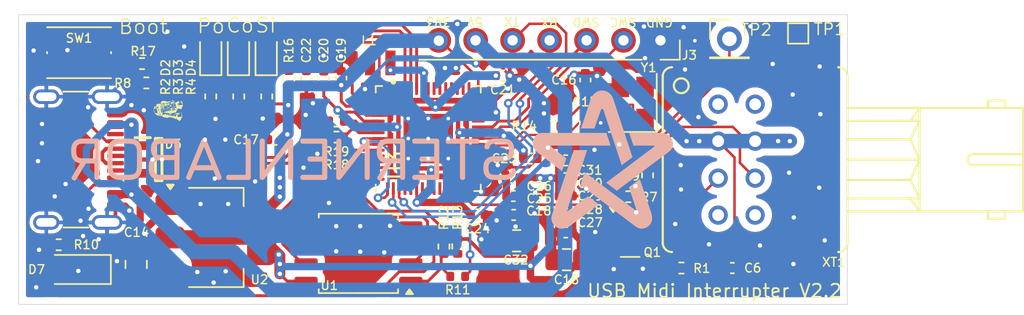
<source format=kicad_pcb>
(kicad_pcb (version 20241229) (generator "pcbnew") (generator_version "9.0")
  (title_block (title "Midi Stick") (date "2025-07-25") (rev "${VERSION}") (company "Sternenlabor e.V.") (comment 1 "André Fiedler <mail@andrefiedler.de>"))
  (layers (0 "F.Cu" signal "Top Layer") (2 "B.Cu" signal "Bottom Layer") (13 "F.Paste" user "Top Paste") (15 "B.Paste" user "Bottom Paste") (5 "F.SilkS" user "Top Overlay") (7 "B.SilkS" user "Bottom Overlay") (1 "F.Mask" user "Top Solder") (3 "B.Mask" user "Bottom Solder") (25 "Edge.Cuts" user))
  (property "VERSION" "2.2")
  (net 0 "")
  (net 2 "GND")
  (net 3 "/Power LED")
  (net 4 "Net-(D4-Pad1)")
  (net 5 "Net-(D2-Pad1)")
  (net 6 "/Com LED")
  (net 7 "/Signal LED")
  (net 8 "Net-(D3-Pad1)")
  (net 9 "/Out")
  (net 10 "/Out Sense")
  (net 11 "VBUS")
  (net 12 "/XIN")
  (net 13 "Net-(C16-Pad1)")
  (net 14 "+3V3")
  (net 15 "+1V1")
  (net 16 "/VREG_AVDD")
  (net 17 "/USB_D-")
  (net 18 "/USB_D+")
  (net 19 "Net-(D7-K)")
  (net 20 "/SWD")
  (net 21 "/SWCLK")
  (net 22 "Net-(J8-CC1)")
  (net 24 "Net-(J8-CC2)")
  (net 26 "/VREG_LX")
  (net 27 "/FLASH_SS")
  (net 28 "/QSPI_SS")
  (net 29 "/XOUT")
  (net 30 "/~{USB_BOOT}")
  (net 31 "Net-(U3-USB_DP)")
  (net 32 "Net-(U3-USB_DM)")
  (net 33 "/QSPI_SD1")
  (net 34 "/QSPI_SCLK")
  (net 35 "/QSPI_SD2")
  (net 36 "/QSPI_SD3")
  (net 37 "/QSPI_SD0")
  (net 59 "Net-(R1-Pad1)")
  (net 60 "Net-(R9-Pad1)")
  (net 64 "/UART0 TX")
  (net 65 "/UART0 RX")
  (footprint "Capacitor_SMD:C_0402_1005Metric" (layer "F.Cu") (at 124.9826 71.1526)
    (property "Reference" "C6")
    (property "Value" "100n")
  )
  (footprint "Capacitor_SMD:C_0402_1005Metric" (layer "F.Cu") (at 96.9026 58.1226 90)
    (property "Reference" "C20")
    (property "Value" "4.7u")
  )
  (footprint "Midi Stick:SOT95P230X110-3N" (layer "F.Cu") (at 85.5526 63.6926)
    (property "Reference" "D5")
    (property "Value" "TVS" (hide yes))
  )
  (footprint "Capacitor_SMD:C_0402_1005Metric" (layer "F.Cu") (at 107.4826 67.4776)
    (property "Reference" "C24")
    (property "Value" "100n")
  )
  (footprint "Capacitor_SMD:C_0805_2012Metric" (layer "F.Cu") (at 113.5826 70.5776 180)
    (property "Reference" "C18")
    (property "Value" "10u")
  )
  (footprint "Resistor_SMD:R_0402_1005Metric" (layer "F.Cu") (at 106.1076 69.6676 -90)
    (property "Reference" "R13")
    (property "Value" "DNF")
  )
  (footprint "Resistor_SMD:R_0402_1005Metric" (layer "F.Cu") (at 97.7776 61.0526)
    (property "Reference" "R19")
    (property "Value" "27")
  )
  (footprint "Resistor_SMD:R_0402_1005Metric" (layer "F.Cu") (at 121.4826 71.1526 180)
    (property "Reference" "R1")
    (property "Value" "470")
  )
  (footprint "Resistor_SMD:R_0402_1005Metric" (layer "F.Cu") (at 94.5026 58.1226 90)
    (property "Reference" "R16")
    (property "Value" "33")
  )
  (footprint "Resistor_SMD:R_0402_1005Metric" (layer "F.Cu") (at 117.8326 66.2526)
    (property "Reference" "R7")
    (property "Value" "1k")
  )
  (footprint "Capacitor_SMD:C_0805_2012Metric" (layer "F.Cu") (at 84.0076 70.9026 90)
    (property "Reference" "C14")
    (property "Value" "10u")
  )
  (footprint "Capacitor_SMD:C_0402_1005Metric" (layer "F.Cu") (at 113.5326 66.2026)
    (property "Reference" "C29")
    (property "Value" "100n")
  )
  (footprint "Package_SO:SOIC-8_5.23x5.23mm_P1.27mm" (layer "F.Cu") (at 99.2826 70.1476 180)
    (property "Reference" "U1")
    (property "Value" "W25Q128JVS")
  )
  (footprint "TestPoint:TestPoint_Pad_1.0x1.0mm" (layer "F.Cu") (at 129.5076 55.0276)
    (property "Reference" "TP1")
    (property "Value" "Out Sense")
  )
  (footprint "Resistor_SMD:R_0402_1005Metric" (layer "F.Cu") (at 89.1326 59.3601 90)
    (property "Reference" "R2")
    (property "Value" "470")
  )
  (footprint "Crystal:Crystal_SMD_3225-4Pin_3.2x2.5mm" (layer "F.Cu") (at 118.136241 59.8026 90)
    (property "Reference" "Y1")
    (property "Value" "ABM8-272-T3")
  )
  (footprint "Connector_PinHeader_2.54mm:PinHeader_1x01_P2.54mm_Vertical" (layer "F.Cu") (at 124.7826 55.4026)
    (property "Reference" "TP2")
    (property "Value" "Out" (hide yes))
  )
  (footprint "Resistor_SMD:R_0402_1005Metric" (layer "F.Cu") (at 119.1576 64.7776 -90)
    (property "Reference" "R9")
    (property "Value" "150")
  )
  (footprint "Capacitor_SMD:C_0402_1005Metric" (layer "F.Cu") (at 111.1076 63.6276)
    (property "Reference" "C23")
    (property "Value" "4.7u")
  )
  (footprint "Capacitor_SMD:C_0402_1005Metric" (layer "F.Cu") (at 113.5326 68.7026 180)
    (property "Reference" "C27")
    (property "Value" "100n")
  )
  (footprint "LED_SMD:LED_0603_1608Metric" (layer "F.Cu") (at 92.9426 56.4151 90)
    (property "Reference" "D4")
    (property "Value" "Signal")
  )
  (footprint "Capacitor_SMD:C_0402_1005Metric" (layer "F.Cu") (at 113.5326 67.4526 180)
    (property "Reference" "C28")
    (property "Value" "100n")
  )
  (footprint "Diode_SMD:D_SOD-123F" (layer "F.Cu") (at 80.0576 71.2526 180)
    (property "Reference" "D7")
    (property "Value" "PMEG6010ELR")
  )
  (footprint "LED_SMD:LED_0603_1608Metric" (layer "F.Cu") (at 91.0376 56.4151 90)
    (property "Reference" "D3")
    (property "Value" "Com")
  )
  (footprint "Midi Stick:HFBR-X41X" (layer "F.Cu") (at 126.5501 63.702485 90)
    (property "Reference" "XT1")
    (property "Value" "HFBR-1412")
  )
  (footprint "Capacitor_SMD:C_0402_1005Metric" (layer "F.Cu") (at 113.5326 63.7526)
    (property "Reference" "C31")
    (property "Value" "100n")
  )
  (footprint "Capacitor_SMD:C_0402_1005Metric" (layer "F.Cu") (at 95.7026 58.0976 -90)
    (property "Reference" "C22")
    (property "Value" "4.7u")
  )
  (footprint "Capacitor_SMD:C_0402_1005Metric" (layer "F.Cu") (at 109.2076 57.9276)
    (property "Reference" "C21")
    (property "Value" "100n")
  )
  (footprint "Package_TO_SOT_SMD:SOT-23" (layer "F.Cu") (at 117.9576 68.8276)
    (property "Reference" "Q1")
    (property "Value" "T2N7002AK")
  )
  (footprint "LED_SMD:LED_0603_1608Metric" (layer "F.Cu") (at 89.1326 56.4151 90)
    (property "Reference" "D2")
    (property "Value" "Power")
  )
  (footprint "RP2350_60QFN_minimal:RP2350-QFN-60-1EP_7x7_P0.4mm_EP3.4x3.4mm_ThermalVias" (layer "F.Cu") (at 104.0826 62.2526 90)
    (property "Reference" "U3")
    (property "Value" "RP2350_60QFN")
  )
  (footprint "Button_Switch_SMD:SW_Push_1P1T_NO_Vertical_Wuerth_434133025816" (layer "F.Cu") (at 80.0826 56.3526)
    (property "Reference" "SW1")
    (property "Value" "SW_Push")
  )
  (footprint "Capacitor_SMD:C_0402_1005Metric" (layer "F.Cu") (at 113.5326 64.9776)
    (property "Reference" "C30")
    (property "Value" "100n")
  )
  (footprint "Resistor_SMD:R_0402_1005Metric" (layer "F.Cu") (at 84.4076 57.1026 180)
    (property "Reference" "R17")
    (property "Value" "1k")
  )
  (footprint "Capacitor_SMD:C_0402_1005Metric" (layer "F.Cu") (at 109.8826 64.9526 180)
    (property "Reference" "C26")
    (property "Value" "100n")
  )
  (footprint "Resistor_SMD:R_0402_1005Metric" (layer "F.Cu") (at 92.9826 59.3601 90)
    (property "Reference" "R4")
    (property "Value" "470")
  )
  (footprint "Connector_PinSocket_2.54mm:PinSocket_1x07_P2.54mm_Vertical" (layer "F.Cu") (at 120.0426 55.5026 -90)
    (property "Reference" "J3")
    (property "Value" "ICSP" (hide yes))
  )
  (footprint "Capacitor_SMD:C_0402_1005Metric" (layer "F.Cu") (at 114.8576 61.1826 -90)
    (property "Reference" "C15")
    (property "Value" "15p")
  )
  (footprint "RP2350_60QFN_minimal:L_pol_2016" (layer "F.Cu") (at 100.7826 57.0526 180)
    (property "Reference" "L1")
    (property "Value" "3.3u")
  )
  (footprint "Capacitor_SMD:C_0805_2012Metric" (layer "F.Cu") (at 110.1576 69.2776 180)
    (property "Reference" "C32")
    (property "Value" "10u")
  )
  (footprint "Capacitor_SMD:C_0402_1005Metric" (layer "F.Cu") (at 109.9326 66.2026 180)
    (property "Reference" "C25")
    (property "Value" "100n")
  )
  (footprint "Capacitor_SMD:C_0402_1005Metric" (layer "F.Cu") (at 98.1026 58.0976 90)
    (property "Reference" "C19")
    (property "Value" "4.7u")
  )
  (footprint "Resistor_SMD:R_0402_1005Metric" (layer "F.Cu") (at 84.7076 58.4276)
    (property "Reference" "R8")
    (property "Value" "5k1")
  )
  (footprint "Resistor_SMD:R_0402_1005Metric" (layer "F.Cu") (at 112.6576 61.4026)
    (property "Reference" "R14")
    (property "Value" "1k")
  )
  (footprint "Capacitor_SMD:C_0402_1005Metric" (layer "F.Cu") (at 114.8826 58.2276 90)
    (property "Reference" "C16")
    (property "Value" "15p")
  )
  (footprint "Resistor_SMD:R_0402_1005Metric" (layer "F.Cu") (at 106.1076 71.7276 180)
    (property "Reference" "R11")
    (property "Value" "DNF")
  )
  (footprint "Connector_USB:USB_C_Receptacle_GCT_USB4105-xx-A_16P_TopMnt_Horizontal" (layer "F.Cu") (at 78.9026 63.696714 -90)
    (property "Reference" "J8" (hide yes))
    (property "Value" "USB_C_Receptacle_USB2.0_16P" (hide yes))
  )
  (footprint "Capacitor_SMD:C_0402_1005Metric" (layer "F.Cu") (at 109.9576 67.5026 180)
    (property "Reference" "C18")
    (property "Value" "100n")
  )
  (footprint "Resistor_SMD:R_0402_1005Metric" (layer "F.Cu") (at 97.7776 62.1526)
    (property "Reference" "R18")
    (property "Value" "27")
  )
  (footprint "Resistor_SMD:R_0402_1005Metric" (layer "F.Cu") (at 78.6826 69.5526)
    (property "Reference" "R10")
    (property "Value" "5k1")
  )
  (footprint "Resistor_SMD:R_0402_1005Metric" (layer "F.Cu") (at 105.1576 69.6776 -90)
    (property "Reference" "R12")
    (property "Value" "0")
  )
  (footprint "Capacitor_SMD:C_0402_1005Metric" (layer "F.Cu") (at 93.5576 62.3276 180)
    (property "Reference" "C17")
    (property "Value" "100n")
  )
  (footprint "Package_TO_SOT_SMD:SOT-223-3_TabPin2" (layer "F.Cu") (at 89.4826 69.0526)
    (property "Reference" "U2")
    (property "Value" "NCP1117-3.3_SOT223")
  )
  (footprint "Resistor_SMD:R_0402_1005Metric" (layer "F.Cu") (at 91.0576 59.3601 90)
    (property "Reference" "R3")
    (property "Value" "470")
  )
  (gr_poly (pts (xy 86.330462 59.988521) (xy 86.331049 59.983439) (xy 86.332032 59.978603) (xy 86.333423 59.974067) (xy 86.33524 59.969881) (xy 86.337491 59.9661) (xy 86.340192 59.962773) (xy 86.343358 59.959956) (xy 86.347 59.957698) (xy 86.351133 59.956054) (xy 86.355771 59.955074) (xy 86.360652 59.952665) (xy 86.365183 59.950884) (xy 86.36938 59.949701) (xy 86.37326 59.949085) (xy 86.376839 59.949006) (xy 86.380133 59.949435) (xy 86.383158 59.95034) (xy 86.385932 59.951691) (xy 86.388469 59.953457) (xy 86.390788 59.95561) (xy 86.392903 59.958118) (xy 86.394831 59.96095) (xy 86.396589 59.964075) (xy 86.398191 59.967467) (xy 86.399658 59.971091) (xy 86.401001 59.974919) (xy 86.40339 59.983064) (xy 86.405487 59.991659) (xy 86.409331 60.009225) (xy 86.411339 60.017713) (xy 86.413578 60.02568) (xy 86.414825 60.029391) (xy 86.416179 60.032882) (xy 86.417654 60.036122) (xy 86.419271 60.039079) (xy 86.419078 60.040258) (xy 86.418791 60.041362) (xy 86.418417 60.042397) (xy 86.417958 60.043363) (xy 86.41742 60.044265) (xy 86.41681 60.045108) (xy 86.416129 60.045892) (xy 86.415384 60.046623) (xy 86.414578 60.047303) (xy 86.413715 60.047937) (xy 86.412804 60.048527) (xy 86.411846 60.049077) (xy 86.410846 60.04959) (xy 86.409809 60.050069) (xy 86.407643 60.050943) (xy 86.405385 60.051727) (xy 86.403075 60.052445) (xy 86.398441 60.053798) (xy 86.396192 60.054487) (xy 86.394039 60.055222) (xy 86.392018 60.05603) (xy 86.391069 60.056469) (xy 86.390166 60.056937) (xy 86.385485 60.059655) (xy 86.3809 60.061469) (xy 86.376424 60.06243) (xy 86.372075 60.062594) (xy 86.367862 60.062011) (xy 86.3638 60.060733) (xy 86.359902 60.058813) (xy 86.356185 60.056303) (xy 86.352658 60.053257) (xy 86.349337 60.049724) (xy 86.346235 60.045759) (xy 86.343366 60.041412) (xy 86.340742 60.036738) (xy 86.338379 60.031789) (xy 86.336291 60.026615) (xy 86.334488 60.021269) (xy 86.332986 60.015805) (xy 86.331799 60.010273) (xy 86.330938 60.004725) (xy 86.33042 59.999216) (xy 86.330257 59.993798)) (fill yes) (layer "F.SilkS"))
  (gr_poly (pts (xy 85.789731 60.690323) (xy 85.790374 60.685279) (xy 85.791392 60.680288) (xy 85.792791 60.675379) (xy 85.794581 60.67057) (xy 85.796767 60.665884) (xy 85.79936 60.661346) (xy 85.802365 60.656979) (xy 85.80579 60.652804) (xy 85.809643 60.648847) (xy 85.813934 60.645126) (xy 85.818666 60.641667) (xy 85.828178 60.633553) (xy 85.838265 60.626192) (xy 85.848879 60.619564) (xy 85.859975 60.613644) (xy 85.871503 60.608411) (xy 85.883415 60.60384) (xy 85.895663 60.599909) (xy 85.908202 60.596594) (xy 85.920981 60.593875) (xy 85.933954 60.591727) (xy 85.947072 60.590126) (xy 85.960286 60.589051) (xy 85.973552 60.588477) (xy 85.986818 60.588383) (xy 86.000039 60.588745) (xy 86.013165 60.589542) (xy 86.051385 60.600749) (xy 86.070583 60.605977) (xy 86.089888 60.610826) (xy 86.109335 60.615197) (xy 86.128961 60.618993) (xy 86.1488 60.622116) (xy 86.158813 60.623394) (xy 86.168891 60.624469) (xy 86.173932 60.626337) (xy 86.179661 60.627813) (xy 86.185941 60.628973) (xy 86.192635 60.629895) (xy 86.220797 60.632677) (xy 86.227499 60.633524) (xy 86.23379 60.634584) (xy 86.239533 60.635931) (xy 86.244592 60.63764) (xy 86.246821 60.638654) (xy 86.248828 60.639785) (xy 86.250595 60.641047) (xy 86.252104 60.642446) (xy 86.25334 60.64399) (xy 86.254284 60.645694) (xy 86.25492 60.647562) (xy 86.255229 60.649605) (xy 86.251494 60.65249) (xy 86.248642 60.655257) (xy 86.246617 60.6579) (xy 86.245366 60.660418) (xy 86.244836 60.662808) (xy 86.244968 60.665066) (xy 86.245708 60.667193) (xy 86.247003 60.669183) (xy 86.248797 60.671036) (xy 86.251035 60.672747) (xy 86.253662 60.674315) (xy 86.256623 60.675736) (xy 86.26333 60.678129) (xy 86.270715 60.679907) (xy 86.27834 60.681048) (xy 86.285765 60.681531) (xy 86.292552 60.681335) (xy 86.29826 60.680441) (xy 86.300573 60.679725) (xy 86.302452 60.678826) (xy 86.303841 60.677741) (xy 86.304686 60.676468) (xy 86.304934 60.675006) (xy 86.304527 60.67335) (xy 86.303411 60.671499) (xy 86.301532 60.669449) (xy 86.299363 60.666802) (xy 86.297472 60.663991) (xy 86.295836 60.661036) (xy 86.294432 60.657954) (xy 86.293233 60.654763) (xy 86.292216 60.651479) (xy 86.29063 60.64471) (xy 86.286695 60.617558) (xy 86.285341 60.611469) (xy 86.284475 60.608626) (xy 86.283451 60.605944) (xy 86.282243 60.60344) (xy 86.280829 60.60113) (xy 86.279182 60.599035) (xy 86.27728 60.59717) (xy 86.275097 60.595553) (xy 86.272612 60.594205) (xy 86.269797 60.593139) (xy 86.266628 60.592379) (xy 86.263083 60.591938) (xy 86.259135 60.591836) (xy 86.254762 60.592091) (xy 86.249938 60.59272) (xy 86.238889 60.592017) (xy 86.227804 60.591032) (xy 86.205546 60.58836) (xy 86.183198 60.585003) (xy 86.160797 60.581253) (xy 86.115969 60.573759) (xy 86.093614 60.570607) (xy 86.071344 60.568246) (xy 86.065915 60.566267) (xy 86.058199 60.564507) (xy 86.037822 60.561454) (xy 85.990737 60.555902) (xy 85.980446 60.554356) (xy 85.971707 60.552653) (xy 85.964999 60.550745) (xy 85.962558 60.549699) (xy 85.960804 60.548585) (xy 85.959799 60.547397) (xy 85.959601 60.546128) (xy 85.960271 60.544772) (xy 85.961869 60.543325) (xy 85.964455 60.541779) (xy 85.968089 60.540129) (xy 85.97874 60.536495) (xy 86.044482 60.546753) (xy 86.110692 60.556713) (xy 86.177404 60.566155) (xy 86.244646 60.57486) (xy 86.248441 60.57705) (xy 86.252232 60.578931) (xy 86.256015 60.580518) (xy 86.259777 60.581826) (xy 86.263509 60.582875) (xy 86.267203 60.583675) (xy 86.270851 60.584248) (xy 86.274443 60.584606) (xy 86.277968 60.584764) (xy 86.28142 60.584742) (xy 86.288063 60.584211) (xy 86.294298 60.583144) (xy 86.300053 60.581663) (xy 86.305255 60.579897) (xy 86.30983 60.577974) (xy 86.313706 60.57602) (xy 86.316811 60.574161) (xy 86.319071 60.572526) (xy 86.320412 60.571241) (xy 86.320716 60.57077) (xy 86.320765 60.570433) (xy 86.320661 60.570345) (xy 86.501292 60.604626) (xy 86.502695 60.606973) (xy 86.503474 60.608996) (xy 86.503663 60.610715) (xy 86.503296 60.612144) (xy 86.502405 60.613301) (xy 86.501021 60.614204) (xy 86.499177 60.614867) (xy 86.496908 60.615312) (xy 86.494244 60.615552) (xy 86.491219 60.615606) (xy 86.484216 60.61522) (xy 86.47616 60.61429) (xy 86.467314 60.612956) (xy 86.429244 60.606269) (xy 86.420362 60.604942) (xy 86.412258 60.604023) (xy 86.405192 60.603653) (xy 86.402131 60.603715) (xy 86.399428 60.603964) (xy 86.393512 60.602197) (xy 86.387122 60.600527) (xy 86.380425 60.599037) (xy 86.373597 60.597812) (xy 86.366809 60.59694) (xy 86.360231 60.596505) (xy 86.354036 60.596593) (xy 86.351135 60.596859) (xy 86.348395 60.59729) (xy 86.345836 60.597893) (xy 86.343481 60.598681) (xy 86.341351 60.599663) (xy 86.339466 60.600852) (xy 86.337849 60.602257) (xy 86.336521 60.603889) (xy 86.335504 60.605759) (xy 86.334818 60.607876) (xy 86.334485 60.610253) (xy 86.334528 60.612902) (xy 86.334969 60.615828) (xy 86.335826 60.619048) (xy 86.337123 60.62257) (xy 86.338881 60.626404) (xy 86.341121 60.63056) (xy 86.343865 60.635052) (xy 86.337845 60.638473) (xy 86.332844 60.641689) (xy 86.328814 60.644711) (xy 86.325711 60.647542) (xy 86.323486 60.650192) (xy 86.322092 60.652671) (xy 86.321481 60.654983) (xy 86.321607 60.657137) (xy 86.322423 60.659139) (xy 86.323882 60.661001) (xy 86.325936 60.662727) (xy 86.328539 60.664326) (xy 86.331642 60.665805) (xy 86.335201 60.667171) (xy 86.343491 60.669601) (xy 86.353034 60.671673) (xy 86.363452 60.673451) (xy 86.385406 60.676366) (xy 86.406339 60.678838) (xy 86.415482 60.68006) (xy 86.42324 60.681354) (xy 86.43369 60.682269) (xy 86.444654 60.683699) (xy 86.467691 60.687663) (xy 86.515198 60.69684) (xy 86.526745 60.698737) (xy 86.537947 60.70025) (xy 86.548693 60.701264) (xy 86.558877 60.70167) (xy 86.568393 60.701351) (xy 86.577133 60.700197) (xy 86.581178 60.699271) (xy 86.584988 60.698095) (xy 86.588551 60.696653) (xy 86.591852 60.694932) (xy 86.590249 60.690664) (xy 86.588998 60.686065) (xy 86.588079 60.681184) (xy 86.587473 60.676071) (xy 86.587127 60.665343) (xy 86.58781 60.654274) (xy 86.589373 60.643256) (xy 86.591664 60.632682) (xy 86.594534 60.622945) (xy 86.597834 60.614435) (xy 86.601412 60.607547) (xy 86.60326 60.604834) (xy 86.60512 60.602673) (xy 86.606976 60.601113) (xy 86.608807 60.600205) (xy 86.610596 60.599995) (xy 86.612322 60.600536) (xy 86.61397 60.601874) (xy 86.615518 60.604058) (xy 86.616948 60.607139) (xy 86.618242 60.611164) (xy 86.619381 60.616184) (xy 86.620345 60.622247) (xy 86.621117 60.629402) (xy 86.621677 60.637698) (xy 86.621309 60.644301) (xy 86.621251 60.650635) (xy 86.621494 60.656705) (xy 86.622036 60.662514) (xy 86.622865 60.668069) (xy 86.623981 60.673371) (xy 86.625373 60.678424) (xy 86.627035 60.683233) (xy 86.628963 60.687802) (xy 86.631149 60.692134) (xy 86.633584 60.696233) (xy 86.636266 60.700105) (xy 86.639187 60.703751) (xy 86.642341 60.707177) (xy 86.64572 60.710387) (xy 86.649318 60.713383) (xy 86.653129 60.71617) (xy 86.657147 60.718753) (xy 86.661365 60.721133) (xy 86.665777 60.723319) (xy 86.670375 60.72531) (xy 86.675154 60.727112) (xy 86.680108 60.728729) (xy 86.685231 60.730165) (xy 86.690514 60.731423) (xy 86.695953 60.732508) (xy 86.707269 60.734173) (xy 86.719129 60.735191) (xy 86.73148 60.735595) (xy 86.733939 60.736535) (xy 86.735937 60.736943) (xy 86.73751 60.736849) (xy 86.738693 60.73628) (xy 86.73952 60.735266) (xy 86.740027 60.733837) (xy 86.740249 60.73202) (xy 86.74022 60.729846) (xy 86.739551 60.724538) (xy 86.738298 60.718147) (xy 86.735167 60.703039) (xy 86.733847 60.694787) (xy 86.733369 60.690589) (xy 86.733062 60.68638) (xy 86.73296 60.682189) (xy 86.733096 60.678047) (xy 86.733505 60.673981) (xy 86.734223 60.670022) (xy 86.735287 60.666196) (xy 86.736727 60.662536) (xy 86.738584 60.659068) (xy 86.740888 60.655822) (xy 86.743676 60.652826) (xy 86.746983 60.650112) (xy 86.750842 60.647705) (xy 86.755292 60.645636) (xy 86.757886 60.642408) (xy 86.760767 60.639557) (xy 86.763921 60.63706) (xy 86.767329 60.63489) (xy 86.770977 60.633021) (xy 86.774847 60.631429) (xy 86.778923 60.630086) (xy 86.78319 60.628969) (xy 86.792228 60.627309) (xy 86.801832 60.626241) (xy 86.822216 60.625068) (xy 86.832736 60.624553) (xy 86.843301 60.623814) (xy 86.85378 60.622648) (xy 86.864045 60.620847) (xy 86.869057 60.619645) (xy 86.873965 60.618209) (xy 86.878755 60.616512) (xy 86.883409 60.614529) (xy 86.887913 60.612234) (xy 86.892248 60.609602) (xy 86.8964 60.606607) (xy 86.900352 60.603223) (xy 86.90113 60.601104) (xy 86.901301 60.599385) (xy 86.900895 60.59804) (xy 86.899948 60.597043) (xy 86.898491 60.596367) (xy 86.896557 60.59599) (xy 86.894181 60.595882) (xy 86.891394 60.596017) (xy 86.884719 60.596916) (xy 86.876797 60.598477) (xy 86.85827 60.602753) (xy 86.848192 60.60505) (xy 86.837922 60.607175) (xy 86.827723 60.608919) (xy 86.817861 60.610075) (xy 86.813138 60.610366) (xy 86.808598 60.610432) (xy 86.804272 60.610246) (xy 86.800198 60.609782) (xy 86.796403 60.609014) (xy 86.792925 60.607916) (xy 86.789793 60.606462) (xy 86.787041 60.604626) (xy 86.780414 60.604958) (xy 86.774545 60.604923) (xy 86.769405 60.604546) (xy 86.76497 60.603852) (xy 86.761212 60.602871) (xy 86.758107 60.601625) (xy 86.755627 60.600142) (xy 86.753746 60.598448) (xy 86.752438 60.596568) (xy 86.751676 60.59453) (xy 86.751436 60.592357) (xy 86.751688 60.59008) (xy 86.752411 60.587721) (xy 86.753574 60.585307) (xy 86.755152 60.582866) (xy 86.757119 60.580421) (xy 86.759449 60.578001) (xy 86.762118 60.575631) (xy 86.765096 60.573336) (xy 86.768358 60.571143) (xy 86.771877 60.569079) (xy 86.775629 60.567167) (xy 86.779587 60.565438) (xy 86.783722 60.563915) (xy 86.788012 60.562623) (xy 86.792427 60.561592) (xy 86.796944 60.560844) (xy 86.801536 60.560407) (xy 86.806174 60.560308) (xy 86.810834 60.560571) (xy 86.81549 60.561223) (xy 86.820114 60.562293) (xy 86.825026 60.563561) (xy 86.830245 60.564557) (xy 86.841501 60.565827) (xy 86.853661 60.56628) (xy 86.866506 60.566101) (xy 86.893361 60.564569) (xy 86.920295 60.562692) (xy 86.933239 60.562076) (xy 86.945538 60.561921) (xy 86.956972 60.562406) (xy 86.96732 60.563712) (xy 86.972017 60.564733) (xy 86.976359 60.566025) (xy 86.980319 60.567616) (xy 86.983869 60.569526) (xy 86.986981 60.571776) (xy 86.989629 60.574394) (xy 86.991784 60.577398) (xy 86.993417 60.580812) (xy 86.985682 60.583434) (xy 86.978005 60.586208) (xy 86.962791 60.59214) (xy 86.947702 60.598445) (xy 86.932671 60.604954) (xy 86.902498 60.617934) (xy 86.887216 60.624074) (xy 86.871709 60.62976) (xy 86.868839 60.639594) (xy 86.866413 60.64896) (xy 86.862309 60.666087) (xy 86.860341 60.673751) (xy 86.858236 60.680751) (xy 86.855848 60.687038) (xy 86.854502 60.6899) (xy 86.853029 60.692564) (xy 86.851416 60.695026) (xy 86.849639 60.697279) (xy 86.847683 60.699317) (xy 86.845529 60.701134) (xy 86.843159 60.702725) (xy 86.840554 60.704083) (xy 86.837696 60.705201) (xy 86.83457 60.706074) (xy 86.831153 60.706696) (xy 86.82743 60.70706) (xy 86.82338 60.70716) (xy 86.81899 60.706991) (xy 86.814236 60.706546) (xy 86.809102 60.705819) (xy 86.803571 60.704805) (xy 86.797626 60.703495) (xy 86.796801 60.707334) (xy 86.796478 60.71062) (xy 86.796626 60.713391) (xy 86.79721 60.715691) (xy 86.798201 60.717556) (xy 86.799563 60.719031) (xy 86.801267 60.720151) (xy 86.803278 60.720962) (xy 86.805565 60.721499) (xy 86.808095 60.721805) (xy 86.813757 60.721886) (xy 86.826575 60.721039) (xy 86.833214 60.720757) (xy 86.836478 60.720792) (xy 86.839661 60.720998) (xy 86.842731 60.721415) (xy 86.845656 60.722084) (xy 86.848404 60.723045) (xy 86.850942 60.724338) (xy 86.853237 60.726003) (xy 86.855258 60.728082) (xy 86.856972 60.730612) (xy 86.858345 60.733637) (xy 86.859349 60.737194) (xy 86.859948 60.741324) (xy 86.86011 60.74607) (xy 86.859803 60.751469) (xy 86.861819 60.755575) (xy 86.864258 60.759138) (xy 86.867101 60.762185) (xy 86.870326 60.764744) (xy 86.873911 60.766847) (xy 86.877837 60.768519) (xy 86.882083 60.769791) (xy 86.886627 60.770689) (xy 86.891449 60.771245) (xy 86.896528 60.771485) (xy 86.901844 60.771437) (xy 86.907374 60.771134) (xy 86.918998 60.769866) (xy 86.931233 60.767911) (xy 86.982958 60.757786) (xy 86.99575 60.755826) (xy 87.008157 60.754551) (xy 87.014161 60.754242) (xy 87.020007 60.754191) (xy 87.025672 60.754425) (xy 87.031135 60.754974) (xy 87.046197 60.753363) (xy 87.061363 60.752074) (xy 87.091748 60.749543) (xy 87.106832 60.74784) (xy 87.114317 60.74678) (xy 87.121753 60.745541) (xy 87.129133 60.744098) (xy 87.136447 60.742418) (xy 87.143687 60.740476) (xy 87.150844 60.73824) (xy 87.149183 60.727469) (xy 87.14719 60.716725) (xy 87.142483 60.695274) (xy 87.13212 60.652253) (xy 87.127569 60.630532) (xy 87.125693 60.619586) (xy 87.124174 60.60857) (xy 87.123083 60.597474) (xy 87.122488 60.58629) (xy 87.122459 60.575006) (xy 87.123063 60.563615) (xy 87.12031 60.541728) (xy 87.118616 60.530605) (xy 87.116603 60.519654) (xy 87.114189 60.509095) (xy 87.111299 60.499147) (xy 87.107849 60.49003) (xy 87.105889 60.485853) (xy 87.103759 60.481965) (xy 87.101449 60.478395) (xy 87.098949 60.475169) (xy 87.096249 60.472315) (xy 87.093339 60.469862) (xy 87.09021 60.467837) (xy 87.08685 60.466265) (xy 87.08325 60.465176) (xy 87.0794 60.464597) (xy 87.07529 60.464554) (xy 87.07091 60.465076) (xy 87.06625 60.466188) (xy 87.0613 60.467922) (xy 87.056049 60.470302) (xy 87.050489 60.473355) (xy 87.044608 60.47711) (xy 87.038397 60.481595) (xy 87.015724 60.487697) (xy 87.009286 60.489243) (xy 87.005697 60.48989) (xy 87.004871 60.489902) (xy 87.004641 60.489715) (xy 87.004965 60.489344) (xy 87.005808 60.488796) (xy 87.008881 60.487208) (xy 87.013552 60.485031) (xy 87.026424 60.479213) (xy 87.041919 60.471965) (xy 87.049866 60.467997) (xy 87.05753 60.463901) (xy 87.064596 60.45976) (xy 87.070752 60.455645) (xy 87.075795 60.453055) (xy 87.080555 60.451007) (xy 87.08504 60.449481) (xy 87.08926 60.448453) (xy 87.093226 60.4479) (xy 87.096944 60.447799) (xy 87.100427 60.448127) (xy 87.103681 60.448863) (xy 87.106716 60.449981) (xy 87.109542 60.451463) (xy 87.112169 60.453281) (xy 87.114605 60.455415) (xy 87.11686 60.457842) (xy 87.118942 60.460538) (xy 87.120862 60.463482) (xy 87.122629 60.466651) (xy 87.124251 60.470019) (xy 87.125738 60.473568) (xy 87.1271 60.477271) (xy 87.128347 60.481109) (xy 87.130527 60.48909) (xy 87.132353 60.49733) (xy 87.133901 60.505645) (xy 87.135245 60.513853) (xy 87.137615 60.52922) (xy 87.140817 60.546187) (xy 87.144398 60.562806) (xy 87.152096 60.595418) (xy 87.155909 60.611629) (xy 87.159499 60.627918) (xy 87.162711 60.644393) (xy 87.165396 60.661163) (xy 87.166879 60.668628) (xy 87.168567 60.676108) (xy 87.172205 60.691076) (xy 87.1756 60.705977) (xy 87.176985 60.713379) (xy 87.178042 60.720731) (xy 87.178684 60.728027) (xy 87.17882 60.735256) (xy 87.178363 60.742405) (xy 87.177886 60.745947) (xy 87.177226 60.749465) (xy 87.176372 60.752958) (xy 87.175316 60.756425) (xy 87.174044 60.759865) (xy 87.172547 60.763276) (xy 87.170812 60.766657) (xy 87.168829 60.770006) (xy 87.166586 60.773322) (xy 87.164074 60.776605) (xy 87.146798 60.809049) (xy 87.12987 60.839942) (xy 87.095281 60.902282) (xy 87.065188 60.960287) (xy 87.050631 60.987832) (xy 87.042827 61.002216) (xy 87.034428 61.017376) (xy 87.034159 61.018461) (xy 87.033828 61.019511) (xy 87.033437 61.02053) (xy 87.03299 61.021519) (xy 87.032489 61.022478) (xy 87.031942 61.02341) (xy 87.031347 61.024316) (xy 87.03071 61.0252) (xy 87.030036 61.026061) (xy 87.029326 61.026901) (xy 87.027815 61.028531) (xy 87.026206 61.030099) (xy 87.024527 61.031621) (xy 87.017671 61.037535) (xy 87.016062 61.03904) (xy 87.014552 61.040581) (xy 87.013842 61.04137) (xy 87.013168 61.042174) (xy 87.012531 61.042994) (xy 87.011938 61.043834) (xy 87.009012 61.044218) (xy 87.0061 61.044373) (xy 87.003202 61.04431) (xy 87.000317 61.044039) (xy 86.997445 61.043576) (xy 86.994585 61.042929) (xy 86.991735 61.042114) (xy 86.988896 61.04114) (xy 86.986066 61.040022) (xy 86.983246 61.038769) (xy 86.977628 61.035911) (xy 86.972037 61.032666) (xy 86.966468 61.029128) (xy 86.944285 61.013994) (xy 86.938733 61.010449) (xy 86.933169 61.007193) (xy 86.927585 61.004323) (xy 86.924784 61.003063) (xy 86.921976 61.001935) (xy 86.906477 60.991716) (xy 86.890695 60.981912) (xy 86.858917 60.962762) (xy 86.84324 60.953025) (xy 86.827913 60.942916) (xy 86.820431 60.937663) (xy 86.813096 60.932242) (xy 86.805929 60.92663) (xy 86.798949 60.920803) (xy 86.798119 60.914787) (xy 86.796985 60.909466) (xy 86.79556 60.90481) (xy 86.793856 60.900782) (xy 86.791887 60.897349) (xy 86.789668 60.894477) (xy 86.787208 60.892134) (xy 86.784525 60.890283) (xy 86.781627 60.888895) (xy 86.778531 60.887932) (xy 86.775248 60.88736) (xy 86.771792 60.887149) (xy 86.768174 60.887262) (xy 86.764412 60.887667) (xy 86.760514 60.888329) (xy 86.756497 60.889215) (xy 86.748152 60.891521) (xy 86.739481 60.894319) (xy 86.721584 60.9003) (xy 86.712567 60.902946) (xy 86.708087 60.904063) (xy 86.703644 60.904999) (xy 86.69925 60.905719) (xy 86.69492 60.906191) (xy 86.690666 60.906378) (xy 86.686501 60.906251) (xy 86.682701 60.904473) (xy 86.679225 60.902473) (xy 86.676046 60.900275) (xy 86.673137 60.897895) (xy 86.670473 60.895356) (xy 86.668027 60.89268) (xy 86.665773 60.889885) (xy 86.663685 60.886995) (xy 86.659901 60.881005) (xy 86.656466 60.874877) (xy 86.653172 60.868775) (xy 86.649807 60.862867) (xy 86.646162 60.857319) (xy 86.64417 60.85473) (xy 86.642028 60.852295) (xy 86.639711 60.850031) (xy 86.637195 60.847963) (xy 86.63445 60.846106) (xy 86.631452 60.844485) (xy 86.628175 60.843121) (xy 86.624592 60.842032) (xy 86.620677 60.841241) (xy 86.616402 60.840767) (xy 86.611746 60.840632) (xy 86.606678 60.840857) (xy 86.601172 60.84146) (xy 86.595204 60.842466) (xy 86.590473 60.843353) (xy 86.585837 60.844042) (xy 86.58129 60.844538) (xy 86.576833 60.844852) (xy 86.568174 60.844958) (xy 86.55984 60.844418) (xy 86.551812 60.843293) (xy 86.544072 60.841644) (xy 86.536599 60.839529) (xy 86.529375 60.837008) (xy 86.522379 60.834145) (xy 86.515594 60.830996) (xy 86.509001 60.827622) (xy 86.502579 60.824084) (xy 86.490174 60.816755) (xy 86.478225 60.809488) (xy 86.458554 60.80538) (xy 86.438517 60.801593) (xy 86.418189 60.798107) (xy 86.397643 60.794903) (xy 86.376954 60.791962) (xy 86.356193 60.789267) (xy 86.314761 60.784543) (xy 86.306375 60.78595) (xy 86.298018 60.787167) (xy 86.281401 60.789247) (xy 86.264925 60.791224) (xy 86.248601 60.793538) (xy 86.240502 60.794959) (xy 86.232445 60.796629) (xy 86.224434 60.798604) (xy 86.216469 60.800938) (xy 86.208554 60.803687) (xy 86.200689 60.806905) (xy 86.192875 60.810647) (xy 86.185115 60.814969) (xy 86.180406 60.817622) (xy 86.175682 60.819993) (xy 86.170943 60.822092) (xy 86.166191 60.82393) (xy 86.161424 60.825518) (xy 86.156645 60.826866) (xy 86.151853 60.827984) (xy 86.147048 60.828884) (xy 86.137406 60.830068) (xy 86.127722 60.830503) (xy 86.118002 60.830274) (xy 86.108248 60.829464) (xy 86.098464 60.828157) (xy 86.088658 60.826439) (xy 86.078832 60.824393) (xy 86.068989 60.822103) (xy 86.029553 60.812193) (xy 85.984104 60.80153) (xy 85.938913 60.790638) (xy 85.849094 60.768667) (xy 85.843651 60.767732) (xy 85.838422 60.766371) (xy 85.833412 60.76461) (xy 85.828631 60.76247) (xy 85.824086 60.759973) (xy 85.819784 60.757146) (xy 85.815733 60.754007) (xy 85.811943 60.750582) (xy 85.808419 60.746892) (xy 85.805169 60.74296) (xy 85.802201 60.738811) (xy 85.799523 60.734465) (xy 85.797143 60.729946) (xy 85.795067 60.725279) (xy 85.793305 60.720484) (xy 85.791863 60.715584) (xy 85.790749 60.710604) (xy 85.789971 60.705564) (xy 85.789538 60.700489) (xy 85.789454 60.6954)) (fill yes) (layer "F.SilkS"))
  (gr_poly (pts (xy 86.660964 60.585817) (xy 86.662155 60.582203) (xy 86.664037 60.578333) (xy 86.666656 60.574199) (xy 86.667876 60.566819) (xy 86.669496 60.559948) (xy 86.671499 60.553568) (xy 86.673869 60.547663) (xy 86.676588 60.542211) (xy 86.679645 60.537196) (xy 86.683018 60.532598) (xy 86.686692 60.528402) (xy 86.690651 60.524587) (xy 86.694881 60.521135) (xy 86.699362 60.518028) (xy 86.704079 60.515248) (xy 86.709016 60.512776) (xy 86.714156 60.510595) (xy 86.719482 60.508685) (xy 86.72498 60.507029) (xy 86.730632 60.505609) (xy 86.736421 60.504406) (xy 86.742332 60.503401) (xy 86.748348 60.502577) (xy 86.760629 60.501397) (xy 86.773133 60.500721) (xy 86.785729 60.5004) (xy 86.798287 60.50029) (xy 86.822761 60.500116) (xy 86.827919 60.50061) (xy 86.833339 60.500791) (xy 86.844862 60.500356) (xy 86.857119 60.499086) (xy 86.869897 60.497259) (xy 86.896168 60.493046) (xy 86.909241 60.49122) (xy 86.921986 60.489948) (xy 86.934194 60.489512) (xy 86.94003 60.489692) (xy 86.945652 60.490188) (xy 86.951034 60.49103) (xy 86.956149 60.492255) (xy 86.960971 60.493896) (xy 86.965473 60.495991) (xy 86.969629 60.498571) (xy 86.973412 60.501674) (xy 86.976797 60.505332) (xy 86.979755 60.509582) (xy 86.982261 60.514458) (xy 86.984289 60.519993) (xy 86.985812 60.526226) (xy 86.986803 60.533187) (xy 86.985275 60.535193) (xy 86.983523 60.536983) (xy 86.981555 60.538571) (xy 86.979384 60.539967) (xy 86.977023 60.541181) (xy 86.974482 60.54223) (xy 86.971774 60.54312) (xy 86.968913 60.543863) (xy 86.965908 60.544474) (xy 86.962772 60.544961) (xy 86.956154 60.545612) (xy 86.949158 60.545909) (xy 86.941879 60.545944) (xy 86.911841 60.545283) (xy 86.904582 60.545376) (xy 86.897614 60.545757) (xy 86.891033 60.546513) (xy 86.88792 60.547063) (xy 86.884938 60.54774) (xy 86.879337 60.55076) (xy 86.87355 60.553184) (xy 86.867602 60.555057) (xy 86.861508 60.55643) (xy 86.855291 60.557346) (xy 86.848969 60.557853) (xy 86.842566 60.557998) (xy 86.8361 60.557828) (xy 86.823063 60.556729) (xy 86.810017 60.55493) (xy 86.784557 60.55073) (xy 86.772466 60.549076) (xy 86.761018 60.548223) (xy 86.755587 60.548212) (xy 86.750376 60.548541) (xy 86.745409 60.549256) (xy 86.740703 60.550405) (xy 86.736281 60.552034) (xy 86.732162 60.55419) (xy 86.728365 60.556919) (xy 86.724911 60.56027) (xy 86.721823 60.564287) (xy 86.719119 60.569019) (xy 86.716819 60.574513) (xy 86.714943 60.580812) (xy 86.710419 60.579801) (xy 86.706602 60.579166) (xy 86.703455 60.578888) (xy 86.700943 60.578939) (xy 86.699031 60.579298) (xy 86.697682 60.57994) (xy 86.696863 60.580839) (xy 86.696537 60.581972) (xy 86.696668 60.583316) (xy 86.697223 60.584844) (xy 86.698166 60.586534) (xy 86.699458 60.588363) (xy 86.70107 60.590304) (xy 86.702961 60.592333) (xy 86.707445 60.596564) (xy 86.712628 60.60086) (xy 86.718227 60.605029) (xy 86.72396 60.608875) (xy 86.729544 60.61221) (xy 86.734693 60.614836) (xy 86.737017 60.615823) (xy 86.739126 60.616559) (xy 86.740816 60.616982) (xy 86.737278 60.617204) (xy 86.731188 60.617333) (xy 86.723951 60.617237) (xy 86.715894 60.616847) (xy 86.707344 60.6161) (xy 86.698628 60.614925) (xy 86.690073 60.613258) (xy 86.682006 60.611031) (xy 86.678257 60.609688) (xy 86.674753 60.60818) (xy 86.671533 60.606497) (xy 86.668642 60.604636) (xy 86.666117 60.602583) (xy 86.664 60.600331) (xy 86.662331 60.597875) (xy 86.661153 60.595203) (xy 86.660505 60.592309) (xy 86.660429 60.589183)) (fill yes) (layer "F.SilkS"))
  (gr_poly (pts (xy 86.307623 60.089821) (xy 86.307954 60.086499) (xy 86.308498 60.083424) (xy 86.309234 60.080633) (xy 86.310142 60.078166) (xy 86.311199 60.076061) (xy 86.312385 60.074355) (xy 86.313678 60.073086) (xy 86.315058 60.072293) (xy 86.316501 60.072014) (xy 86.317991 60.072289) (xy 86.319502 60.073152) (xy 86.321015 60.074647) (xy 86.322508 60.076808) (xy 86.323961 60.079673) (xy 86.325352 60.083283) (xy 86.32666 60.087674) (xy 86.327863 60.092886) (xy 86.328941 60.098955) (xy 86.329871 60.105923) (xy 86.330636 60.113824) (xy 86.331162 60.114241) (xy 86.331662 60.114728) (xy 86.332133 60.115279) (xy 86.332576 60.11589) (xy 86.332989 60.116554) (xy 86.33337 60.117266) (xy 86.333718 60.118022) (xy 86.334032 60.118815) (xy 86.334311 60.119639) (xy 86.334552 60.120489) (xy 86.334921 60.122249) (xy 86.335045 60.123148) (xy 86.335128 60.124052) (xy 86.335167 60.124953) (xy 86.335161 60.125851) (xy 86.33511 60.126737) (xy 86.335012 60.127606) (xy 86.334866 60.128452) (xy 86.334671 60.129272) (xy 86.334424 60.130058) (xy 86.334125 60.130805) (xy 86.333773 60.13151) (xy 86.333367 60.132166) (xy 86.332904 60.132765) (xy 86.332384 60.133307) (xy 86.331805 60.133783) (xy 86.331167 60.134186) (xy 86.330468 60.134516) (xy 86.329706 60.134763) (xy 86.328881 60.134922) (xy 86.32799 60.13499) (xy 86.324111 60.131692) (xy 86.320699 60.128183) (xy 86.317733 60.124499) (xy 86.315192 60.120679) (xy 86.313055 60.116762) (xy 86.311299 60.112785) (xy 86.309906 60.108788) (xy 86.308854 60.104806) (xy 86.308121 60.100881) (xy 86.307685 60.09705) (xy 86.307526 60.09335)) (fill yes) (layer "F.SilkS"))
  (gr_poly (pts (xy 86.362975 59.702577) (xy 86.363684 59.69855) (xy 86.364766 59.694685) (xy 86.366227 59.691032) (xy 86.368081 59.687639) (xy 86.370336 59.684557) (xy 86.373 59.681838) (xy 86.376082 59.679531) (xy 86.379594 59.677685) (xy 86.383542 59.676354) (xy 86.387937 59.675586) (xy 86.392788 59.67543) (xy 86.398105 59.675938) (xy 86.406508 59.674129) (xy 86.415391 59.671733) (xy 86.434023 59.666047) (xy 86.443491 59.663185) (xy 86.452868 59.660598) (xy 86.462016 59.6585) (xy 86.470789 59.657107) (xy 86.474994 59.656742) (xy 86.47905 59.656633) (xy 86.482943 59.656807) (xy 86.486654 59.657292) (xy 86.490166 59.658114) (xy 86.49346 59.659301) (xy 86.496519 59.660879) (xy 86.499326 59.662873) (xy 86.501862 59.665314) (xy 86.50411 59.668225) (xy 86.506052 59.671636) (xy 86.50767 59.675571) (xy 86.508947 59.68006) (xy 86.509865 59.685127) (xy 86.510406 59.690799) (xy 86.510553 59.697105) (xy 86.510639 59.700088) (xy 86.510497 59.702798) (xy 86.510147 59.705242) (xy 86.509607 59.707427) (xy 86.508897 59.709361) (xy 86.508037 59.711049) (xy 86.507045 59.712498) (xy 86.50594 59.713715) (xy 86.504741 59.714706) (xy 86.503469 59.71548) (xy 86.50214 59.716041) (xy 86.500778 59.716396) (xy 86.499398 59.716555) (xy 86.498021 59.716521) (xy 86.496664 59.716304) (xy 86.495351 59.715909) (xy 86.494096 59.715341) (xy 86.492921 59.714609) (xy 86.491844 59.713721) (xy 86.490885 59.71268) (xy 86.490061 59.711497) (xy 86.489395 59.710174) (xy 86.488905 59.708722) (xy 86.488608 59.707147) (xy 86.488525 59.705453) (xy 86.488675 59.70365) (xy 86.489077 59.701741) (xy 86.48975 59.699738) (xy 86.490713 59.697644) (xy 86.491985 59.695467) (xy 86.493587 59.693212) (xy 86.495536 59.690889) (xy 86.494428 59.686948) (xy 86.492819 59.683471) (xy 86.49074 59.680437) (xy 86.488226 59.67783) (xy 86.485307 59.675632) (xy 86.482018 59.673828) (xy 86.478391 59.672402) (xy 86.474458 59.671333) (xy 86.470253 59.670605) (xy 86.46581 59.670204) (xy 86.461158 59.67011) (xy 86.456332 59.670306) (xy 86.451365 59.670777) (xy 86.446289 59.671503) (xy 86.43594 59.673658) (xy 86.42555 59.676634) (xy 86.415379 59.680296) (xy 86.405689 59.684507) (xy 86.396742 59.689129) (xy 86.388802 59.694026) (xy 86.385291 59.696537) (xy 86.382129 59.699064) (xy 86.379348 59.701593) (xy 86.376984 59.704105) (xy 86.375067 59.706583) (xy 86.373631 59.709011) (xy 86.372224 59.712891) (xy 86.371369 59.716338) (xy 86.371029 59.719379) (xy 86.371164 59.722035) (xy 86.371736 59.724331) (xy 86.37271 59.726295) (xy 86.374042 59.727947) (xy 86.375699 59.729312) (xy 86.377639 59.730417) (xy 86.379825 59.731283) (xy 86.382219 59.731936) (xy 86.384782 59.7324) (xy 86.390265 59.732858) (xy 86.395965 59.732853) (xy 86.406795 59.732228) (xy 86.411312 59.731996) (xy 86.41482 59.73208) (xy 86.416102 59.732299) (xy 86.417016 59.73267) (xy 86.417526 59.733218) (xy 86.417592 59.733964) (xy 86.417176 59.734936) (xy 86.41624 59.736156) (xy 86.414747 59.737649) (xy 86.412657 59.739438) (xy 86.407872 59.742754) (xy 86.403276 59.745226) (xy 86.398874 59.746904) (xy 86.394677 59.747838) (xy 86.390693 59.748077) (xy 86.386935 59.747672) (xy 86.383408 59.746673) (xy 86.380123 59.745133) (xy 86.37709 59.743099) (xy 86.374317 59.740622) (xy 86.371814 59.737754) (xy 86.36959 59.734543) (xy 86.367656 59.73104) (xy 86.36602 59.727296) (xy 86.36469 59.723361) (xy 86.363677 59.719284) (xy 86.362989 59.715117) (xy 86.362637 59.710911) (xy 86.362629 59.706713)) (fill yes) (layer "F.SilkS"))
  (gr_poly (pts (xy 86.113261 60.138393) (xy 86.114183 60.131233) (xy 86.11576 60.125184) (xy 86.116764 60.122701) (xy 86.117895 60.120651) (xy 86.119139 60.119082) (xy 86.120486 60.118046) (xy 86.121923 60.117593) (xy 86.123436 60.117776) (xy 86.125014 60.118644) (xy 86.126644 60.120248) (xy 86.128315 60.122643) (xy 86.130012 60.125876) (xy 86.131725 60.129999) (xy 86.13344 60.135063) (xy 86.135146 60.14112) (xy 86.136828 60.148219) (xy 86.136634 60.149194) (xy 86.13654 60.150249) (xy 86.136539 60.151374) (xy 86.136621 60.152564) (xy 86.136994 60.155112) (xy 86.137583 60.157841) (xy 86.1391 60.163624) (xy 86.139877 60.166572) (xy 86.140561 60.169488) (xy 86.141077 60.172316) (xy 86.141347 60.175007) (xy 86.141366 60.176285) (xy 86.141296 60.177506) (xy 86.141125 60.178667) (xy 86.140845 60.17976) (xy 86.140447 60.180778) (xy 86.139919 60.181716) (xy 86.139255 60.182565) (xy 86.138441 60.183319) (xy 86.137471 60.183973) (xy 86.136334 60.184519) (xy 86.135021 60.184951) (xy 86.133521 60.18526) (xy 86.130121 60.183761) (xy 86.12707 60.181774) (xy 86.124356 60.179349) (xy 86.12197 60.176537) (xy 86.119895 60.173389) (xy 86.118121 60.169958) (xy 86.116636 60.166292) (xy 86.115426 60.162445) (xy 86.114478 60.158467) (xy 86.113782 60.154408) (xy 86.113095 60.146255)) (fill yes) (layer "F.SilkS"))
  (gr_poly (pts (xy 86.741893 60.616914) (xy 86.744708 60.616532) (xy 86.743812 60.617034) (xy 86.742559 60.61719) (xy 86.740985 60.617024) (xy 86.740816 60.616982)) (fill yes) (layer "F.SilkS"))
  (gr_poly (pts (xy 86.149918 60.113319) (xy 86.150321 60.110306) (xy 86.150988 60.107999) (xy 86.151936 60.106496) (xy 86.153184 60.105903) (xy 86.154749 60.106317) (xy 86.156646 60.107841) (xy 86.158894 60.110574) (xy 86.161511 60.11462) (xy 86.167917 60.127053) (xy 86.16824 60.12885) (xy 86.168651 60.130573) (xy 86.169127 60.132235) (xy 86.169652 60.133847) (xy 86.171885 60.140025) (xy 86.172385 60.141561) (xy 86.172826 60.143115) (xy 86.173189 60.144703) (xy 86.173457 60.146331) (xy 86.173609 60.148016) (xy 86.173638 60.148882) (xy 86.173631 60.149766) (xy 86.173587 60.150669) (xy 86.173505 60.151594) (xy 86.173379 60.152541) (xy 86.173208 60.153511) (xy 86.17096 60.16607) (xy 86.169683 60.170173) (xy 86.168324 60.172961) (xy 86.166906 60.174532) (xy 86.165441 60.174992) (xy 86.163947 60.174437) (xy 86.162445 60.172972) (xy 86.159476 60.16771) (xy 86.15667 60.160014) (xy 86.154166 60.150692) (xy 86.152101 60.140553) (xy 86.150613 60.130406) (xy 86.14984 60.121059)) (fill yes) (layer "F.SilkS"))
  (gr_poly (pts (xy 86.088197 60.00093) (xy 86.088667 60.000091) (xy 86.08944 59.999257) (xy 86.090535 59.998435) (xy 86.091968 59.997627) (xy 86.093756 59.996836) (xy 86.095915 59.996065) (xy 86.098465 59.995323) (xy 86.101419 59.994607) (xy 86.104799 59.993926) (xy 86.108618 59.993281) (xy 86.112894 59.992676) (xy 86.117645 59.992115) (xy 86.124347 59.989013) (xy 86.131193 59.986167) (xy 86.138088 59.983601) (xy 86.14494 59.981331) (xy 86.151653 59.979376) (xy 86.158129 59.977756) (xy 86.164277 59.97649) (xy 86.17 59.975598) (xy 86.175202 59.975097) (xy 86.179789 59.975006) (xy 86.183668 59.975348) (xy 86.18531 59.975685) (xy 86.186741 59.976139) (xy 86.187946 59.976708) (xy 86.188914 59.977398) (xy 86.189634 59.978208) (xy 86.190093 59.979145) (xy 86.190279 59.980206) (xy 86.190181 59.981397) (xy 86.189786 59.98272) (xy 86.189084 59.984178) (xy 86.196664 59.984989) (xy 86.199079 59.985575) (xy 86.200648 59.986269) (xy 86.201426 59.98706) (xy 86.201462 59.987944) (xy 86.200813 59.988907) (xy 86.199528 59.989943) (xy 86.195271 59.992195) (xy 86.189113 59.994629) (xy 86.181481 59.997174) (xy 86.172796 59.999758) (xy 86.153967 60.004758) (xy 86.136017 60.009059) (xy 86.116324 60.013282) (xy 86.112241 60.012856) (xy 86.108076 60.012172) (xy 86.103966 60.011256) (xy 86.100046 60.01014) (xy 86.096456 60.008854) (xy 86.093329 60.007427) (xy 86.091982 60.006673) (xy 86.090803 60.005893) (xy 86.089807 60.005094) (xy 86.089015 60.004278) (xy 86.08844 60.003449) (xy 86.0881 60.002614) (xy 86.088013 60.001773)) (fill yes) (layer "F.SilkS"))
  (gr_poly (pts (xy 85.911637 60.392114) (xy 85.912115 60.391189) (xy 85.91291 60.390215) (xy 85.914013 60.389206) (xy 85.915421 60.388172) (xy 85.917127 60.387129) (xy 85.919122 60.386084) (xy 85.9214 60.385055) (xy 85.923956 60.38405) (xy 85.926782 60.383083) (xy 85.929872 60.382167) (xy 85.933222 60.381312) (xy 85.936822 60.380532) (xy 85.940666 60.37984) (xy 85.94475 60.379247) (xy 85.949065 60.378764) (xy 85.953604 60.378407) (xy 85.960598 60.375915) (xy 85.967599 60.373644) (xy 85.97461 60.37157) (xy 85.981632 60.36966) (xy 85.995717 60.366227) (xy 86.009867 60.363115) (xy 86.038415 60.356937) (xy 86.052836 60.353417) (xy 86.06009 60.351449) (xy 86.067376 60.349303) (xy 86.099959 60.340422) (xy 86.133378 60.330898) (xy 86.165545 60.321977) (xy 86.180508 60.318133) (xy 86.194376 60.314907) (xy 86.334605 60.279188) (xy 86.337259 60.275281) (xy 86.339448 60.271315) (xy 86.341183 60.267308) (xy 86.342481 60.263278) (xy 86.343358 60.259246) (xy 86.343829 60.255226) (xy 86.343909 60.251241) (xy 86.343615 60.247306) (xy 86.342961 60.243439) (xy 86.341964 60.23966) (xy 86.340639 60.235988) (xy 86.339 60.232439) (xy 86.337065 60.229032) (xy 86.334847 60.225787) (xy 86.332365 60.22272) (xy 86.329632 60.21985) (xy 86.326663 60.217196) (xy 86.323474 60.214776) (xy 86.320083 60.212608) (xy 86.316502 60.21071) (xy 86.312749 60.209101) (xy 86.308838 60.207799) (xy 86.304785 60.206821) (xy 86.300606 60.206189) (xy 86.296316 60.205918) (xy 86.291932 60.206027) (xy 86.287467 60.206534) (xy 86.282938 60.207458) (xy 86.27836 60.208817) (xy 86.273749 60.210629) (xy 86.269121 60.212914) (xy 86.26449 60.215688) (xy 86.21047 60.228634) (xy 86.155684 60.242255) (xy 86.100402 60.255491) (xy 86.072656 60.261632) (xy 86.044886 60.267282) (xy 86.047848 60.2649) (xy 86.050935 60.262669) (xy 86.054139 60.260579) (xy 86.057459 60.258624) (xy 86.064404 60.255088) (xy 86.071722 60.252003) (xy 86.079356 60.249312) (xy 86.087255 60.246955) (xy 86.095367 60.244872) (xy 86.103638 60.243009) (xy 86.137267 60.23656) (xy 86.15367 60.233122) (xy 86.161586 60.231145) (xy 86.16924 60.228918) (xy 86.184872 60.22456) (xy 86.200457 60.220394) (xy 86.216053 60.216425) (xy 86.231719 60.212661) (xy 86.247514 60.20911) (xy 86.263492 60.205781) (xy 86.279716 60.20268) (xy 86.29624 60.199813) (xy 86.299138 60.197715) (xy 86.301987 60.196028) (xy 86.304784 60.194734) (xy 86.307525 60.193818) (xy 86.310211 60.193262) (xy 86.312836 60.193051) (xy 86.315398 60.193169) (xy 86.317897 60.193599) (xy 86.320328 60.194326) (xy 86.322689 60.195332) (xy 86.324978 60.196602) (xy 86.327191 60.198118) (xy 86.329328 60.199867) (xy 86.331385 60.201829) (xy 86.333357 60.203992) (xy 86.335246 60.206336) (xy 86.337048 60.208846) (xy 86.338758 60.211506) (xy 86.340376 60.2143) (xy 86.341897 60.21721) (xy 86.343323 60.220222) (xy 86.344646 60.223319) (xy 86.345868 60.226483) (xy 86.346984 60.229701) (xy 86.347991 60.232955) (xy 86.348888 60.236229) (xy 86.34967 60.239505) (xy 86.350339 60.242771) (xy 86.350889 60.246006) (xy 86.351318 60.249196) (xy 86.351623 60.252325) (xy 86.351803 60.255376) (xy 86.354021 60.260759) (xy 86.355512 60.265699) (xy 86.356314 60.270217) (xy 86.356461 60.274337) (xy 86.35599 60.27808) (xy 86.354938 60.281471) (xy 86.35334 60.28453) (xy 86.351234 60.28728) (xy 86.348655 60.289742) (xy 86.345638 60.291942) (xy 86.342223 60.293899) (xy 86.338443 60.295637) (xy 86.334335 60.297178) (xy 86.329936 60.298544) (xy 86.320407 60.300841) (xy 86.310149 60.302711) (xy 86.299449 60.304329) (xy 86.277886 60.307531) (xy 86.267603 60.309471) (xy 86.25804 60.31188) (xy 86.253618 60.313315) (xy 86.249485 60.314934) (xy 86.245677 60.316758) (xy 86.242228 60.318812) (xy 86.234795 60.322062) (xy 86.227813 60.324886) (xy 86.221195 60.327332) (xy 86.21486 60.329444) (xy 86.208719 60.331269) (xy 86.202686 60.33285) (xy 86.196678 60.334234) (xy 86.190608 60.335467) (xy 86.129552 60.345334) (xy 86.098405 60.354903) (xy 86.082871 60.359419) (xy 86.067308 60.363681) (xy 86.051669 60.367634) (xy 86.035914 60.371223) (xy 86.019997 60.374391) (xy 86.003876 60.377084) (xy 85.997457 60.379141) (xy 85.991044 60.380995) (xy 85.984629 60.382688) (xy 85.978205 60.384264) (xy 85.952282 60.390313) (xy 85.946818 60.391832) (xy 85.941774 60.393108) (xy 85.937144 60.39415) (xy 85.932921 60.394972) (xy 85.929099 60.395585) (xy 85.925671 60.396004) (xy 85.92263 60.396238) (xy 85.91997 60.396301) (xy 85.917686 60.396204) (xy 85.915769 60.395962) (xy 85.914214 60.395584) (xy 85.913014 60.395084) (xy 85.912163 60.394476) (xy 85.911654 60.39377) (xy 85.911481 60.392977)) (fill yes) (layer "F.SilkS"))
  (gr_poly (pts (xy 86.188938 60.111659) (xy 86.189804 60.10479) (xy 86.190463 60.101929) (xy 86.191268 60.099534) (xy 86.192213 60.09767) (xy 86.193294 60.096398) (xy 86.194506 60.095784) (xy 86.195846 60.095887) (xy 86.197307 60.096772) (xy 86.198886 60.098505) (xy 86.200576 60.101144) (xy 86.202377 60.104756) (xy 86.20428 60.109401) (xy 86.206282 60.115147) (xy 86.207983 60.117988) (xy 86.209433 60.120839) (xy 86.21065 60.123703) (xy 86.211653 60.126582) (xy 86.212462 60.129475) (xy 86.213096 60.132386) (xy 86.213578 60.135316) (xy 86.213924 60.138267) (xy 86.214156 60.141238) (xy 86.214292 60.144233) (xy 86.214358 60.150297) (xy 86.214218 60.162772) (xy 86.211003 60.163836) (xy 86.208026 60.164104) (xy 86.205283 60.163641) (xy 86.202767 60.162506) (xy 86.200474 60.160766) (xy 86.198401 60.158482) (xy 86.196544 60.155717) (xy 86.194895 60.152535) (xy 86.193452 60.148999) (xy 86.192208 60.145172) (xy 86.190308 60.136898) (xy 86.189154 60.128217) (xy 86.188709 60.119637)) (fill yes) (layer "F.SilkS"))
  (gr_poly (pts (xy 85.441853 60.339715) (xy 85.450259 60.338109) (xy 85.458866 60.336007) (xy 85.467624 60.333529) (xy 85.503147 60.322311) (xy 85.511896 60.319787) (xy 85.520492 60.317619) (xy 85.528883 60.315926) (xy 85.537017 60.314833) (xy 85.544847 60.314459) (xy 85.548632 60.31458) (xy 85.55232 60.314928) (xy 85.555906 60.315514) (xy 85.559383 60.316359) (xy 85.562748 60.317474) (xy 85.56599 60.318875) (xy 85.598063 60.42123) (xy 85.606285 60.446517) (xy 85.61484 60.471638) (xy 85.623856 60.496566) (xy 85.633459 60.521282) (xy 85.635895 60.527932) (xy 85.638727 60.534875) (xy 85.644879 60.549244) (xy 85.647847 60.556466) (xy 85.650508 60.56358) (xy 85.652687 60.570486) (xy 85.654207 60.577081) (xy 85.654665 60.58023) (xy 85.654893 60.583265) (xy 85.654867 60.586172) (xy 85.654568 60.58894) (xy 85.653971 60.591553) (xy 85.653056 60.594001) (xy 85.651801 60.596272) (xy 85.650183 60.598351) (xy 85.648182 60.600227) (xy 85.645772 60.601886) (xy 85.642936 60.603319) (xy 85.639648 60.60451) (xy 85.635888 60.605447) (xy 85.631633 60.606118) (xy 85.626862 60.606509) (xy 85.621553 60.60661) (xy 85.617669 60.606866) (xy 85.613837 60.607321) (xy 85.610047 60.607941) (xy 85.60629 60.608691) (xy 85.598844 60.610443) (xy 85.591429 60.612298) (xy 85.587711 60.613179) (xy 85.583976 60.613982) (xy 85.580212 60.614671) (xy 85.576416 60.615213) (xy 85.572574 60.615572) (xy 85.568679 60.615714) (xy 85.564724 60.615604) (xy 85.560698 60.615209) (xy 85.555981 60.615257) (xy 85.551565 60.614821) (xy 85.54744 60.613928) (xy 85.543586 60.6126) (xy 85.539989 60.610863) (xy 85.536635 60.60874) (xy 85.53351 60.60626) (xy 85.530596 60.603445) (xy 85.527879 60.600319) (xy 85.525347 60.59691) (xy 85.52298 60.593239) (xy 85.520766 60.589335) (xy 85.51869 60.58522) (xy 85.516736 60.580918) (xy 85.513133 60.57186) (xy 85.509838 60.562358) (xy 85.506733 60.552609) (xy 85.500601 60.533175) (xy 85.497335 60.523887) (xy 85.493776 60.515148) (xy 85.491847 60.511046) (xy 85.489802 60.507158) (xy 85.48762 60.503506) (xy 85.485292 60.500115) (xy 85.48086 60.490655) (xy 85.476722 60.48107) (xy 85.472847 60.471371) (xy 85.469211 60.461571) (xy 85.462531 60.441721) (xy 85.456459 60.421619) (xy 85.445224 60.381063) (xy 85.439612 60.360809) (xy 85.433698 60.340704)) (fill yes) (layer "F.SilkS"))
  (gr_poly (pts (xy 86.669037 59.699455) (xy 86.671457 59.701973) (xy 86.67373 59.704933) (xy 86.675871 59.708285) (xy 86.679807 59.715987) (xy 86.683372 59.724712) (xy 86.696109 59.762474) (xy 86.699452 59.770788) (xy 86.703075 59.777918) (xy 86.705025 59.780923) (xy 86.707087 59.783493) (xy 86.709273 59.785582) (xy 86.711597 59.787144) (xy 86.714072 59.788134) (xy 86.71671 59.788505) (xy 86.71953 59.78821) (xy 86.72254 59.787205) (xy 86.725756 59.785443) (xy 86.72919 59.782878) (xy 86.732858 59.779465) (xy 86.73677 59.775157) (xy 86.739718 59.774259) (xy 86.74262 59.773259) (xy 86.748302 59.770976) (xy 86.753844 59.768354) (xy 86.759273 59.765436) (xy 86.764615 59.762266) (xy 86.769898 59.758891) (xy 86.780396 59.751698) (xy 86.790979 59.744212) (xy 86.801866 59.73679) (xy 86.80749 59.733215) (xy 86.813269 59.729789) (xy 86.819232 59.726557) (xy 86.825407 59.723563) (xy 86.831372 59.720109) (xy 86.837476 59.716026) (xy 86.84372 59.711475) (xy 86.850103 59.706618) (xy 86.863275 59.696642) (xy 86.870064 59.691846) (xy 86.876985 59.687396) (xy 86.880497 59.685353) (xy 86.884041 59.683455) (xy 86.887617 59.681725) (xy 86.891227 59.680185) (xy 86.894868 59.678852) (xy 86.898544 59.677747) (xy 86.902251 59.676892) (xy 86.90599 59.676307) (xy 86.909761 59.676011) (xy 86.913565 59.676024) (xy 86.917399 59.676368) (xy 86.921267 59.677063) (xy 86.925166 59.67813) (xy 86.929096 59.679588) (xy 86.933056 59.681457) (xy 86.93705 59.683759) (xy 86.938368 59.686208) (xy 86.939556 59.688959) (xy 86.941599 59.695229) (xy 86.94329 59.702316) (xy 86.944741 59.709967) (xy 86.947371 59.725954) (xy 86.948775 59.733787) (xy 86.950386 59.741173) (xy 86.952316 59.747863) (xy 86.953435 59.750869) (xy 86.954677 59.753604) (xy 86.956054 59.756041) (xy 86.957579 59.758145) (xy 86.959271 59.759884) (xy 86.961139 59.76123) (xy 86.963199 59.76215) (xy 86.965464 59.762611) (xy 86.967949 59.762582) (xy 86.970668 59.762032) (xy 86.973634 59.760928) (xy 86.976861 59.759243) (xy 86.980364 59.75694) (xy 86.984157 59.75399) (xy 86.999011 59.744804) (xy 87.013615 59.735339) (xy 87.042304 59.716369) (xy 87.056506 59.707265) (xy 87.070694 59.698683) (xy 87.077799 59.694648) (xy 87.084921 59.690819) (xy 87.09207 59.68722) (xy 87.099251 59.683876) (xy 87.102148 59.680986) (xy 87.105076 59.678536) (xy 87.10803 59.67651) (xy 87.111 59.674892) (xy 87.113979 59.673664) (xy 87.11696 59.67281) (xy 87.119935 59.672314) (xy 87.122897 59.672159) (xy 87.125837 59.672328) (xy 87.128751 59.672803) (xy 87.131629 59.673571) (xy 87.134463 59.674614) (xy 87.137248 59.675914) (xy 87.139975 59.677455) (xy 87.142636 59.679222) (xy 87.145224 59.681196) (xy 87.147734 59.68336) (xy 87.150155 59.685702) (xy 87.152481 59.6882) (xy 87.154704 59.690841) (xy 87.156818 59.693606) (xy 87.158815 59.696479) (xy 87.160686 59.699446) (xy 87.162425 59.702487) (xy 87.164025 59.705587) (xy 87.165477 59.708728) (xy 87.166776 59.711895) (xy 87.167912 59.715071) (xy 87.168878 59.71824) (xy 87.169669 59.721383) (xy 87.170273 59.724487) (xy 87.170688 59.727532) (xy 87.176749 59.747587) (xy 87.182499 59.767532) (xy 87.193343 59.807239) (xy 87.214344 59.886944) (xy 87.209924 59.893328) (xy 87.205881 59.898695) (xy 87.202189 59.903094) (xy 87.198831 59.906578) (xy 87.195785 59.909197) (xy 87.193031 59.911002) (xy 87.190545 59.912044) (xy 87.188308 59.912372) (xy 87.186299 59.912041) (xy 87.184497 59.911099) (xy 87.18288 59.909597) (xy 87.18143 59.907587) (xy 87.180123 59.905118) (xy 87.17894 59.902245) (xy 87.176857 59.895479) (xy 87.169269 59.862333) (xy 87.166717 59.854562) (xy 87.165229 59.851034) (xy 87.163569 59.847813) (xy 87.161718 59.844948) (xy 87.159657 59.84249) (xy 87.157362 59.840494) (xy 87.154813 59.839006) (xy 87.152133 59.838681) (xy 87.149247 59.838549) (xy 87.14298 59.838777) (xy 87.136264 59.839538) (xy 87.129353 59.840679) (xy 87.104803 59.845959) (xy 87.100701 59.846693) (xy 87.097918 59.846884) (xy 87.0971 59.846729) (xy 87.096707 59.846382) (xy 87.096769 59.845822) (xy 87.097319 59.84503) (xy 87.100009 59.842676) (xy 87.105027 59.839168) (xy 87.112629 59.834352) (xy 87.123063 59.828074) (xy 87.125196 59.827696) (xy 87.127298 59.827063) (xy 87.12936 59.826202) (xy 87.131371 59.825137) (xy 87.133326 59.82389) (xy 87.135214 59.822486) (xy 87.137027 59.820949) (xy 87.138756 59.819306) (xy 87.14039 59.81758) (xy 87.141925 59.815794) (xy 87.144654 59.812143) (xy 87.146872 59.808548) (xy 87.148509 59.805204) (xy 87.149089 59.803687) (xy 87.149497 59.802306) (xy 87.149724 59.801086) (xy 87.149764 59.800049) (xy 87.149605 59.799221) (xy 87.14924 59.798627) (xy 87.14866 59.798292) (xy 87.147855 59.798237) (xy 87.14682 59.798489) (xy 87.145542 59.799072) (xy 87.144014 59.800009) (xy 87.142229 59.801326) (xy 87.140176 59.803047) (xy 87.137846 59.805196) (xy 87.135231 59.807798) (xy 87.132324 59.810876) (xy 87.118679 59.813711) (xy 87.112712 59.814734) (xy 87.107298 59.815505) (xy 87.102423 59.816035) (xy 87.098073 59.816335) (xy 87.094236 59.816416) (xy 87.090898 59.816286) (xy 87.088046 59.815958) (xy 87.085666 59.81544) (xy 87.083744 59.814741) (xy 87.082269 59.813876) (xy 87.081225 59.812851) (xy 87.0806 59.811677) (xy 87.080381 59.810366) (xy 87.080553 59.808925) (xy 87.081104 59.807369) (xy 87.082021 59.805704) (xy 87.083289 59.803941) (xy 87.084895 59.802093) (xy 87.086828 59.800166) (xy 87.089071 59.798173) (xy 87.09444 59.794029) (xy 87.100894 59.78974) (xy 87.10833 59.785389) (xy 87.116637 59.781058) (xy 87.125709 59.776828) (xy 87.123959 59.769181) (xy 87.121917 59.761735) (xy 87.11957 59.754586) (xy 87.116906 59.747831) (xy 87.113913 59.741565) (xy 87.112288 59.738649) (xy 87.110575 59.73589) (xy 87.108776 59.733302) (xy 87.106885 59.730898) (xy 87.104902 59.728691) (xy 87.102825 59.726691) (xy 87.100654 59.724909) (xy 87.098385 59.723361) (xy 87.096018 59.722057) (xy 87.093553 59.721007) (xy 87.090985 59.720228) (xy 87.088313 59.719727) (xy 87.085539 59.719521) (xy 87.082657 59.719619) (xy 87.079668 59.720032) (xy 87.07657 59.720777) (xy 87.07336 59.721861) (xy 87.070038 59.723298) (xy 87.066602 59.725102) (xy 87.063051 59.727281) (xy 87.059381 59.729852) (xy 87.055593 59.732824) (xy 86.964049 59.798554) (xy 86.91772 59.831218) (xy 86.870385 59.863793) (xy 86.873521 59.869727) (xy 86.875898 59.874962) (xy 86.87756 59.879541) (xy 86.878552 59.883502) (xy 86.878914 59.886885) (xy 86.878696 59.889733) (xy 86.877935 59.892083) (xy 86.876678 59.893978) (xy 86.874969 59.895457) (xy 86.872848 59.896561) (xy 86.870363 59.897329) (xy 86.867557 59.897802) (xy 86.864471 59.898021) (xy 86.861148 59.898026) (xy 86.853975 59.897553) (xy 86.838726 59.895813) (xy 86.831346 59.89519) (xy 86.824596 59.895161) (xy 86.821564 59.895472) (xy 86.818822 59.896051) (xy 86.81641 59.89694) (xy 86.814375 59.89818) (xy 86.812758 59.899811) (xy 86.811603 59.901871) (xy 86.810954 59.904405) (xy 86.810855 59.907449) (xy 86.818598 59.911208) (xy 86.826152 59.914327) (xy 86.833495 59.916802) (xy 86.84061 59.918622) (xy 86.847475 59.919787) (xy 86.850808 59.920121) (xy 86.854071 59.920289) (xy 86.857261 59.920288) (xy 86.860377 59.920121) (xy 86.863415 59.919784) (xy 86.866374 59.91928) (xy 86.86925 59.918603) (xy 86.872041 59.917758) (xy 86.874745 59.916741) (xy 86.877359 59.915551) (xy 86.87988 59.91419) (xy 86.882308 59.912653) (xy 86.884638 59.910944) (xy 86.886867 59.90906) (xy 86.888995 59.907) (xy 86.891018 59.904763) (xy 86.892933 59.902349) (xy 86.894739 59.899758) (xy 86.896432 59.896989) (xy 86.89801 59.894041) (xy 86.899472 59.890914) (xy 86.900813 59.887605) (xy 86.904408 59.885821) (xy 86.90781 59.884255) (xy 86.911026 59.882887) (xy 86.914065 59.881702) (xy 86.916935 59.880684) (xy 86.919647 59.879814) (xy 86.924622 59.878455) (xy 86.92906 59.877492) (xy 86.933026 59.87679) (xy 86.939817 59.875631) (xy 86.942777 59.874903) (xy 86.944177 59.874445) (xy 86.945537 59.8739) (xy 86.946862 59.873252) (xy 86.948163 59.872484) (xy 86.949448 59.871581) (xy 86.950723 59.870524) (xy 86.952001 59.869297) (xy 86.953288 59.867881) (xy 86.95459 59.866265) (xy 86.95592 59.864426) (xy 86.957285 59.862351) (xy 86.958691 59.86002) (xy 86.961666 59.854532) (xy 86.971726 59.850887) (xy 86.975821 59.849585) (xy 86.979331 59.848611) (xy 86.982287 59.847951) (xy 86.984717 59.847596) (xy 86.986653 59.847529) (xy 86.988122 59.847736) (xy 86.989155 59.848207) (xy 86.989781 59.848926) (xy 86.990028 59.84988) (xy 86.989929 59.851058) (xy 86.989512 59.852445) (xy 86.988804 59.854028) (xy 86.986642 59.857726) (xy 86.972345 59.877694) (xy 86.96854 59.883447) (xy 86.965113 59.889293) (xy 86.963616 59.892217) (xy 86.962303 59.895124) (xy 86.961202 59.898001) (xy 86.960343 59.900834) (xy 86.956388 59.898797) (xy 86.952499 59.897183) (xy 86.948685 59.895973) (xy 86.944947 59.89515) (xy 86.941292 59.894699) (xy 86.937726 59.894603) (xy 86.934251 59.894845) (xy 86.930874 59.895409) (xy 86.927598 59.896278) (xy 86.924429 59.897435) (xy 86.921373 59.898866) (xy 86.918433 59.90055) (xy 86.915614 59.902474) (xy 86.912921 59.90462) (xy 86.910359 59.906971) (xy 86.907934 59.909513) (xy 86.905649 59.912225) (xy 86.90351 59.915095) (xy 86.901521 59.918104) (xy 86.899687 59.921235) (xy 86.898014 59.924472) (xy 86.896504 59.927799) (xy 86.895166 59.931199) (xy 86.894002 59.934655) (xy 86.893017 59.938152) (xy 86.892216 59.941671) (xy 86.891604 59.945198) (xy 86.891187 59.948715) (xy 86.890968 59.952205) (xy 86.890953 59.955652) (xy 86.891146 59.959039) (xy 86.891552 59.96235) (xy 86.926608 59.961094) (xy 86.961401 59.959077) (xy 86.996015 59.956424) (xy 87.030536 59.953254) (xy 87.099634 59.945861) (xy 87.169365 59.937876) (xy 87.176331 59.93444) (xy 87.182716 59.931683) (xy 87.188539 59.929578) (xy 87.193816 59.928096) (xy 87.198568 59.927206) (xy 87.202811 59.926879) (xy 87.206564 59.927084) (xy 87.209845 59.927796) (xy 87.212672 59.928982) (xy 87.215065 59.930614) (xy 87.217042 59.932663) (xy 87.218619 59.935098) (xy 87.219815 59.93789) (xy 87.22065 59.941012) (xy 87.22114 59.944433) (xy 87.221304 59.948122) (xy 87.221161 59.952054) (xy 87.220728 59.956195) (xy 87.220025 59.960517) (xy 87.219068 59.964994) (xy 87.217877 59.969592) (xy 87.216469 59.974284) (xy 87.213077 59.983832) (xy 87.209039 59.9934) (xy 87.204499 60.002759) (xy 87.199604 60.011669) (xy 87.1945 60.019896) (xy 87.187739 60.038902) (xy 87.180682 60.057343) (xy 87.17338 60.075459) (xy 87.165886 60.093486) (xy 87.150513 60.130205) (xy 87.142738 60.14937) (xy 87.134969 60.169386) (xy 87.129937 60.183879) (xy 87.127346 60.190928) (xy 87.124644 60.197756) (xy 87.121784 60.204302) (xy 87.118718 60.210496) (xy 87.115401 60.216278) (xy 87.111784 60.221582) (xy 87.109849 60.224035) (xy 87.107821 60.226343) (xy 87.105696 60.228499) (xy 87.103467 60.230495) (xy 87.101127 60.232323) (xy 87.098671 60.233974) (xy 87.096096 60.23544) (xy 87.093392 60.236714) (xy 87.090555 60.237788) (xy 87.087579 60.238653) (xy 87.084458 60.2393) (xy 87.081186 60.239722) (xy 87.077757 60.239913) (xy 87.074166 60.239862) (xy 87.070407 60.239561) (xy 87.066474 60.239001) (xy 87.060763 60.236709) (xy 87.05521 60.234135) (xy 87.049797 60.231306) (xy 87.044507 60.228252) (xy 87.039322 60.224998) (xy 87.034224 60.221572) (xy 87.029195 60.218004) (xy 87.024218 60.214318) (xy 87.004477 60.198962) (xy 86.99446 60.191299) (xy 86.989353 60.187567) (xy 86.984157 60.183937) (xy 86.980369 60.186899) (xy 86.976486 60.190393) (xy 86.968572 60.198186) (xy 86.964608 60.202086) (xy 86.960686 60.205723) (xy 86.956839 60.208899) (xy 86.954953 60.210252) (xy 86.953101 60.211415) (xy 86.951284 60.212364) (xy 86.949507 60.213073) (xy 86.947775 60.213518) (xy 86.94609 60.213673) (xy 86.944461 60.213514) (xy 86.942887 60.213016) (xy 86.941375 60.212156) (xy 86.939929 60.210906) (xy 86.938553 60.209243) (xy 86.937251 60.207141) (xy 86.936028 60.204576) (xy 86.934888 60.201525) (xy 86.933835 60.197959) (xy 86.932873 60.193855) (xy 86.932005 60.18919) (xy 86.93124 60.183937) (xy 86.92649 60.184335) (xy 86.92194 60.184934) (xy 86.917582 60.185726) (xy 86.913408 60.186705) (xy 86.909407 60.187862) (xy 86.905572 60.18919) (xy 86.901893 60.19068) (xy 86.898361 60.192325) (xy 86.894966 60.194117) (xy 86.891703 60.196048) (xy 86.88856 60.198111) (xy 86.885529 60.200296) (xy 86.8826 60.2026) (xy 86.879765 60.205011) (xy 86.874342 60.210124) (xy 86.869187 60.215578) (xy 86.864232 60.22131) (xy 86.859402 60.227255) (xy 86.85463 60.233353) (xy 86.844964 60.245757) (xy 86.83993 60.251938) (xy 86.834666 60.258022) (xy 86.832021 60.259345) (xy 86.829376 60.267282) (xy 86.829455 60.282164) (xy 86.828853 60.292572) (xy 86.828322 60.296233) (xy 86.827651 60.298936) (xy 86.82685 60.300737) (xy 86.825928 60.301687) (xy 86.824894 60.30184) (xy 86.823762 60.301251) (xy 86.82254 60.299974) (xy 86.821236 60.298061) (xy 86.818428 60.292544) (xy 86.815419 60.285129) (xy 86.812287 60.276249) (xy 86.809112 60.266329) (xy 86.802959 60.245096) (xy 86.797594 60.224866) (xy 86.793656 60.209074) (xy 86.767781 60.114422) (xy 86.761417 60.090514) (xy 86.755362 60.066554) (xy 86.749747 60.042568) (xy 86.744709 60.018573) (xy 86.738738 60.000128) (xy 86.733253 59.981215) (xy 86.728156 59.961938) (xy 86.723348 59.942406) (xy 86.705021 59.863793) (xy 86.6997 59.842777) (xy 86.694118 59.822155) (xy 86.682979 59.781432) (xy 86.677826 59.760998) (xy 86.67322 59.740295) (xy 86.671185 59.72979) (xy 86.669363 59.719159) (xy 86.667777 59.708376) (xy 86.666456 59.697422)) (fill yes) (layer "F.SilkS"))
  (gr_poly (pts (xy 85.915418 60.450348) (xy 85.916064 60.44803) (xy 85.91707 60.445836) (xy 85.918447 60.443796) (xy 85.920208 60.441941) (xy 85.922367 60.4403) (xy 85.924935 60.438902) (xy 85.927924 60.437778) (xy 85.931347 60.436957) (xy 85.935216 60.436471) (xy 85.939545 60.436346) (xy 85.944343 60.436615) (xy 86.142782 60.387668) (xy 86.159109 60.383524) (xy 86.175865 60.379515) (xy 86.210174 60.371648) (xy 86.244729 60.363546) (xy 86.261792 60.359245) (xy 86.27855 60.354692) (xy 86.285034 60.352334) (xy 86.29248 60.35049) (xy 86.300705 60.349052) (xy 86.309534 60.347916) (xy 86.347254 60.344245) (xy 86.356384 60.343011) (xy 86.365036 60.341436) (xy 86.373028 60.339415) (xy 86.380179 60.336841) (xy 86.383384 60.335314) (xy 86.386311 60.333606) (xy 86.388937 60.331709) (xy 86.391242 60.329606) (xy 86.393201 60.327285) (xy 86.394792 60.324731) (xy 86.395993 60.321933) (xy 86.396781 60.318876) (xy 86.39596 60.316178) (xy 86.394776 60.313897) (xy 86.393246 60.312011) (xy 86.39139 60.3105) (xy 86.389224 60.309344) (xy 86.386767 60.308519) (xy 86.384036 60.308005) (xy 86.381052 60.307781) (xy 86.377829 60.307826) (xy 86.374387 60.30812) (xy 86.370744 60.308639) (xy 86.366917 60.309367) (xy 86.358786 60.311352) (xy 86.350139 60.313906) (xy 86.313243 60.326453) (xy 86.304164 60.329326) (xy 86.295428 60.331759) (xy 86.287183 60.33358) (xy 86.283288 60.334209) (xy 86.27957 60.33462) (xy 86.259414 60.338373) (xy 86.239469 60.342632) (xy 86.219687 60.34727) (xy 86.200022 60.352164) (xy 86.160861 60.362217) (xy 86.141271 60.367128) (xy 86.121615 60.371793) (xy 86.104434 60.376668) (xy 86.087418 60.380964) (xy 86.070505 60.384818) (xy 86.053637 60.388366) (xy 86.019779 60.395087) (xy 86.002669 60.398532) (xy 85.985355 60.402219) (xy 85.971693 60.405429) (xy 85.961689 60.407396) (xy 85.955025 60.408261) (xy 85.952846 60.408324) (xy 85.951382 60.408162) (xy 85.950595 60.407795) (xy 85.950444 60.40724) (xy 85.950889 60.406513) (xy 85.95189 60.405632) (xy 85.955407 60.403476) (xy 85.960673 60.400912) (xy 85.967372 60.398079) (xy 85.975188 60.395116) (xy 85.983798 60.392161) (xy 85.99289 60.389354) (xy 86.002142 60.386832) (xy 86.011236 60.384737) (xy 86.019859 60.383205) (xy 86.027687 60.382376) (xy 86.091799 60.3676) (xy 86.128754 60.359347) (xy 86.1636 60.351949) (xy 86.189281 60.344575) (xy 86.215285 60.337838) (xy 86.267896 60.325432) (xy 86.320702 60.313056) (xy 86.346949 60.306355) (xy 86.372969 60.299032) (xy 86.370502 60.286252) (xy 86.369622 60.277828) (xy 86.369709 60.275051) (xy 86.370106 60.273123) (xy 86.37079 60.271969) (xy 86.371731 60.271506) (xy 86.372899 60.271658) (xy 86.374268 60.272342) (xy 86.377493 60.274996) (xy 86.38511 60.283219) (xy 86.389051 60.287522) (xy 86.39278 60.291104) (xy 86.394493 60.292429) (xy 86.396072 60.293335) (xy 86.397484 60.293745) (xy 86.398702 60.293577) (xy 86.399699 60.292755) (xy 86.400446 60.291198) (xy 86.400914 60.288829) (xy 86.401078 60.285564) (xy 86.400906 60.281328) (xy 86.400372 60.276039) (xy 86.398105 60.261991) (xy 86.396286 60.254316) (xy 86.39373 60.245986) (xy 86.387361 60.228023) (xy 86.380904 60.209455) (xy 86.378238 60.200367) (xy 86.376265 60.191634) (xy 86.375611 60.187452) (xy 86.375222 60.183424) (xy 86.375123 60.17957) (xy 86.375347 60.175908) (xy 86.375923 60.172464) (xy 86.37688 60.169254) (xy 86.378248 60.166305) (xy 86.380057 60.163632) (xy 86.382337 60.16126) (xy 86.385118 60.159211) (xy 86.388429 60.157502) (xy 86.3923 60.156157) (xy 86.396759 60.155197) (xy 86.401841 60.154641) (xy 86.407571 60.154514) (xy 86.41398 60.154834) (xy 86.431627 60.149786) (xy 86.44897 60.145154) (xy 86.483175 60.136719) (xy 86.517461 60.128695) (xy 86.552693 60.12025) (xy 86.557363 60.116479) (xy 86.561854 60.113831) (xy 86.566165 60.112232) (xy 86.570296 60.11161) (xy 86.574248 60.111892) (xy 86.57802 60.113003) (xy 86.581611 60.114874) (xy 86.585022 60.117428) (xy 86.588252 60.120596) (xy 86.591301 60.124301) (xy 86.59417 60.128474) (xy 86.596858 60.133039) (xy 86.601691 60.143055) (xy 86.605797 60.153769) (xy 86.609179 60.164596) (xy 86.611832 60.174951) (xy 86.613758 60.184253) (xy 86.614953 60.191917) (xy 86.615417 60.19736) (xy 86.615151 60.199997) (xy 86.614743 60.200081) (xy 86.614151 60.199246) (xy 86.612416 60.194521) (xy 86.611329 60.188609) (xy 86.610029 60.183044) (xy 86.608524 60.177823) (xy 86.606817 60.172937) (xy 86.604914 60.16838) (xy 86.602821 60.164145) (xy 86.600543 60.160228) (xy 86.598084 60.156618) (xy 86.595451 60.153312) (xy 86.592647 60.150302) (xy 86.589681 60.14758) (xy 86.586555 60.145141) (xy 86.583274 60.14298) (xy 86.579845 60.141087) (xy 86.576273 60.139458) (xy 86.572562 60.138085) (xy 86.568718 60.136961) (xy 86.564746 60.13608) (xy 86.560652 60.135437) (xy 86.55644 60.135022) (xy 86.552117 60.134832) (xy 86.547686 60.134856) (xy 86.543153 60.135093) (xy 86.538524 60.135532) (xy 86.533804 60.136167) (xy 86.528998 60.136994) (xy 86.524111 60.138003) (xy 86.519148 60.13919) (xy 86.514114 60.140546) (xy 86.509017 60.142067) (xy 86.498646 60.145574) (xy 86.437252 60.163996) (xy 86.427667 60.16724) (xy 86.425611 60.168218) (xy 86.425416 60.168509) (xy 86.425833 60.168656) (xy 86.428674 60.168478) (xy 86.434474 60.167601) (xy 86.456313 60.163433) (xy 86.474414 60.160577) (xy 86.491664 60.158223) (xy 86.506423 60.156715) (xy 86.512355 60.156389) (xy 86.517049 60.156403) (xy 86.5203 60.156803) (xy 86.52132 60.157161) (xy 86.521903 60.15763) (xy 86.522021 60.158219) (xy 86.521652 60.15893) (xy 86.520766 60.159771) (xy 86.519342 60.160745) (xy 86.514769 60.163117) (xy 86.507727 60.166091) (xy 86.498011 60.16971) (xy 86.485417 60.174017) (xy 86.47881 60.174492) (xy 86.471356 60.175616) (xy 86.463365 60.177269) (xy 86.45515 60.179328) (xy 86.447018 60.18167) (xy 86.439279 60.184171) (xy 86.432243 60.186712) (xy 86.42622 60.189169) (xy 86.421519 60.191419) (xy 86.418451 60.19334) (xy 86.417626 60.194139) (xy 86.417326 60.19481) (xy 86.417588 60.195337) (xy 86.418452 60.195706) (xy 86.42214 60.195906) (xy 86.4287 60.195288) (xy 86.438441 60.193729) (xy 86.451673 60.191107) (xy 86.478733 60.184188) (xy 86.496271 60.180067) (xy 86.504917 60.178304) (xy 86.513052 60.176915) (xy 86.520354 60.176035) (xy 86.526502 60.175794) (xy 86.529043 60.175954) (xy 86.531173 60.176324) (xy 86.532856 60.17692) (xy 86.534048 60.177757) (xy 86.53471 60.178855) (xy 86.534802 60.180229) (xy 86.534285 60.181893) (xy 86.533117 60.183867) (xy 86.531258 60.186168) (xy 86.528669 60.188809) (xy 86.525308 60.191809) (xy 86.521135 60.195183) (xy 86.51614 60.197225) (xy 86.509964 60.199214) (xy 86.495038 60.20311) (xy 86.46162 60.211157) (xy 86.453928 60.213344) (xy 86.44698 60.21564) (xy 86.441021 60.218067) (xy 86.436289 60.220645) (xy 86.434459 60.221998) (xy 86.433025 60.223395) (xy 86.432019 60.224841) (xy 86.43147 60.226339) (xy 86.431408 60.227889) (xy 86.431864 60.229496) (xy 86.432868 60.231161) (xy 86.434449 60.232886) (xy 86.490146 60.21699) (xy 86.504016 60.213533) (xy 86.511017 60.211987) (xy 86.518081 60.210588) (xy 86.525221 60.209354) (xy 86.53245 60.208306) (xy 86.539784 60.207464) (xy 86.547234 60.206845) (xy 86.547321 60.210043) (xy 86.546474 60.21315) (xy 86.544766 60.216166) (xy 86.542276 60.219089) (xy 86.539077 60.22192) (xy 86.535248 60.22466) (xy 86.525998 60.229858) (xy 86.515133 60.234683) (xy 86.503262 60.239126) (xy 86.478934 60.246864) (xy 86.457873 60.253048) (xy 86.450089 60.255546) (xy 86.444945 60.257647) (xy 86.443552 60.258546) (xy 86.443047 60.259345) (xy 86.443508 60.260041) (xy 86.445008 60.260637) (xy 86.451432 60.26152) (xy 86.462928 60.261991) (xy 86.46892 60.25987) (xy 86.476548 60.257532) (xy 86.495139 60.252648) (xy 86.515546 60.248234) (xy 86.525444 60.246484) (xy 86.534613 60.245189) (xy 86.542656 60.244459) (xy 86.549183 60.244408) (xy 86.551754 60.244672) (xy 86.553797 60.245148) (xy 86.555263 60.24585) (xy 86.556102 60.246791) (xy 86.556266 60.247986) (xy 86.555707 60.249449) (xy 86.554373 60.251193) (xy 86.552215 60.253235) (xy 86.545233 60.25826) (xy 86.534365 60.264635) (xy 86.525678 60.266589) (xy 86.51629 60.269187) (xy 86.506523 60.27228) (xy 86.496697 60.27572) (xy 86.478145 60.283043) (xy 86.470063 60.286628) (xy 86.463201 60.289963) (xy 86.457881 60.2929) (xy 86.454421 60.295288) (xy 86.453492 60.296231) (xy 86.453146 60.29698) (xy 86.453427 60.297518) (xy 86.454372 60.297825) (xy 86.458422 60.297678) (xy 86.465615 60.296385) (xy 86.476269 60.293798) (xy 86.490709 60.289771) (xy 86.497444 60.287605) (xy 86.504984 60.285623) (xy 86.521565 60.281819) (xy 86.53015 60.279803) (xy 86.53863 60.277578) (xy 86.546775 60.275047) (xy 86.554358 60.272113) (xy 86.557867 60.270463) (xy 86.56115 60.268674) (xy 86.564179 60.266737) (xy 86.566924 60.264637) (xy 86.569359 60.262362) (xy 86.571452 60.2599) (xy 86.573178 60.25724) (xy 86.574508 60.254367) (xy 86.575412 60.251271) (xy 86.575862 60.247939) (xy 86.57583 60.244359) (xy 86.575287 60.240518) (xy 86.574205 60.236404) (xy 86.572555 60.232004) (xy 86.570308 60.227308) (xy 86.567438 60.222303) (xy 86.56505 60.219124) (xy 86.562891 60.215652) (xy 86.560958 60.211927) (xy 86.559243 60.207991) (xy 86.556446 60.199661) (xy 86.554453 60.190994) (xy 86.553222 60.182334) (xy 86.552704 60.174014) (xy 86.552853 60.166374) (xy 86.553627 60.159752) (xy 86.554975 60.154484) (xy 86.555851 60.152464) (xy 86.556853 60.15091) (xy 86.557978 60.149863) (xy 86.559217 60.149367) (xy 86.560566 60.149462) (xy 86.56202 60.150193) (xy 86.563571 60.151599) (xy 86.565215 60.153725) (xy 86.566945 60.156611) (xy 86.568757 60.1603) (xy 86.570644 60.164836) (xy 86.5726 60.17026) (xy 86.576699 60.183937) (xy 86.576995 60.187596) (xy 86.577567 60.191428) (xy 86.579409 60.199544) (xy 86.581958 60.208127) (xy 86.584949 60.217021) (xy 86.591195 60.235119) (xy 86.593922 60.24401) (xy 86.59603 60.252586) (xy 86.596769 60.256706) (xy 86.597255 60.260691) (xy 86.597453 60.264518) (xy 86.597332 60.268169) (xy 86.596857 60.271622) (xy 86.595995 60.274863) (xy 86.594713 60.277867) (xy 86.592981 60.280616) (xy 86.590761 60.283091) (xy 86.588023 60.285271) (xy 86.584732 60.28714) (xy 86.580857 60.288674) (xy 86.576362 60.289857) (xy 86.571217 60.290667) (xy 86.565387 60.291087) (xy 86.558838 60.291094) (xy 86.555521 60.292917) (xy 86.552013 60.294561) (xy 86.544492 60.297381) (xy 86.536421 60.299682) (xy 86.527938 60.301598) (xy 86.492738 60.307977) (xy 86.484329 60.309904) (xy 86.476361 60.312222) (xy 86.468974 60.315062) (xy 86.465543 60.316717) (xy 86.46231 60.318554) (xy 86.459295 60.320585) (xy 86.456513 60.322828) (xy 86.453983 60.325299) (xy 86.451723 60.328014) (xy 86.449749 60.330989) (xy 86.448081 60.334241) (xy 86.446735 60.337786) (xy 86.445729 60.341641) (xy 86.447914 60.343145) (xy 86.450304 60.344377) (xy 86.452887 60.34535) (xy 86.455656 60.346078) (xy 86.458597 60.346573) (xy 86.461699 60.346853) (xy 86.464951 60.346929) (xy 86.468346 60.346816) (xy 86.475509 60.346076) (xy 86.483106 60.344746) (xy 86.491046 60.342936) (xy 86.499243 60.34076) (xy 86.532873 60.330601) (xy 86.541059 60.328255) (xy 86.548982 60.32621) (xy 86.556556 60.324575) (xy 86.563694 60.323464) (xy 86.568308 60.32346) (xy 86.572864 60.323266) (xy 86.577359 60.322886) (xy 86.581787 60.322322) (xy 86.586145 60.321581) (xy 86.590425 60.320668) (xy 86.594628 60.319585) (xy 86.598744 60.31834) (xy 86.606703 60.315376) (xy 86.614267 60.311813) (xy 86.621399 60.307687) (xy 86.628062 60.303038) (xy 86.634219 60.297901) (xy 86.639833 60.292314) (xy 86.644867 60.286312) (xy 86.647154 60.28317) (xy 86.649282 60.279936) (xy 86.651249 60.276617) (xy 86.653045 60.27322) (xy 86.654671 60.269746) (xy 86.656119 60.266201) (xy 86.657383 60.262591) (xy 86.658463 60.258918) (xy 86.65935 60.255188) (xy 86.660041 60.251407) (xy 86.663396 60.258307) (xy 86.667179 60.265407) (xy 86.671256 60.272507) (xy 86.675495 60.279402) (xy 86.679758 60.285891) (xy 86.683913 60.29177) (xy 86.687824 60.296838) (xy 86.691356 60.300894) (xy 86.694374 60.303733) (xy 86.695649 60.304633) (xy 86.696744 60.305155) (xy 86.697643 60.305271) (xy 86.698331 60.304956) (xy 86.698789 60.304186) (xy 86.699 60.302934) (xy 86.69895 60.301176) (xy 86.698618 60.298887) (xy 86.697047 60.292613) (xy 86.694155 60.28391) (xy 86.689808 60.272573) (xy 86.690149 60.268927) (xy 86.690239 60.265241) (xy 86.690096 60.261516) (xy 86.689741 60.257761) (xy 86.688479 60.250169) (xy 86.686611 60.242502) (xy 86.684301 60.234794) (xy 86.681709 60.227082) (xy 86.676331 60.211783) (xy 86.673867 60.204268) (xy 86.671769 60.196889) (xy 86.670198 60.189684) (xy 86.66966 60.186156) (xy 86.669317 60.182685) (xy 86.669184 60.179275) (xy 86.669285 60.175931) (xy 86.66964 60.172656) (xy 86.670268 60.169454) (xy 86.67119 60.166332) (xy 86.672425 60.163292) (xy 86.673994 60.16034) (xy 86.675917 60.15748) (xy 86.683165 60.153078) (xy 86.69073 60.148811) (xy 86.698502 60.144817) (xy 86.706375 60.14123) (xy 86.714245 60.138181) (xy 86.722 60.135805) (xy 86.725803 60.134913) (xy 86.729537 60.134238) (xy 86.733189 60.133799) (xy 86.736746 60.133614) (xy 86.740196 60.133697) (xy 86.743523 60.134066) (xy 86.746714 60.134737) (xy 86.749758 60.135728) (xy 86.752641 60.137056) (xy 86.755347 60.138736) (xy 86.757867 60.140785) (xy 86.760184 60.143223) (xy 86.762284 60.146063) (xy 86.764158 60.149322) (xy 86.765788 60.15302) (xy 86.767164 60.157171) (xy 86.76827 60.161792) (xy 86.769095 60.166901) (xy 86.769624 60.172513) (xy 86.769844 60.178647) (xy 86.778168 60.209615) (xy 86.78246 60.22505) (xy 86.787026 60.240361) (xy 86.792009 60.255481) (xy 86.794699 60.26295) (xy 86.797547 60.270344) (xy 86.800568 60.277659) (xy 86.803781 60.284885) (xy 86.807205 60.29201) (xy 86.810855 60.299032) (xy 86.812176 60.303156) (xy 86.813209 60.307123) (xy 86.813965 60.310939) (xy 86.814457 60.314612) (xy 86.814696 60.318153) (xy 86.814696 60.321566) (xy 86.814467 60.32486) (xy 86.81402 60.328044) (xy 86.813371 60.331124) (xy 86.81253 60.33411) (xy 86.811509 60.337008) (xy 86.810319 60.339827) (xy 86.808974 60.342575) (xy 86.807485 60.345257) (xy 86.805865 60.347886) (xy 86.804125 60.350466) (xy 86.800334 60.355513) (xy 86.796208 60.360464) (xy 86.787341 60.370322) (xy 86.782792 60.375357) (xy 86.778295 60.380546) (xy 86.773948 60.385951) (xy 86.769844 60.391636) (xy 86.766689 60.393808) (xy 86.763833 60.396225) (xy 86.761252 60.39886) (xy 86.75892 60.401693) (xy 86.756812 60.404696) (xy 86.754903 60.407851) (xy 86.753169 60.411131) (xy 86.751582 60.414514) (xy 86.748758 60.421494) (xy 86.746229 60.428604) (xy 86.743796 60.435657) (xy 86.741257 60.442467) (xy 86.738412 60.448845) (xy 86.736813 60.451814) (xy 86.735062 60.454606) (xy 86.733134 60.457196) (xy 86.731005 60.459561) (xy 86.72865 60.461678) (xy 86.726041 60.463525) (xy 86.723157 60.465077) (xy 86.719972 60.466309) (xy 86.716459 60.467202) (xy 86.712594 60.467729) (xy 86.708352 60.467867) (xy 86.703709 60.467594) (xy 86.698637 60.466885) (xy 86.693114 60.465719) (xy 86.687895 60.465345) (xy 86.682713 60.465192) (xy 86.672453 60.465488) (xy 86.662317 60.466506) (xy 86.652285 60.468142) (xy 86.642338 60.470295) (xy 86.632457 60.472862) (xy 86.612816 60.47883) (xy 86.593207 60.485226) (xy 86.573477 60.49123) (xy 86.563519 60.49383) (xy 86.553474 60.496025) (xy 86.543321 60.497713) (xy 86.533042 60.498793) (xy 86.521646 60.503024) (xy 86.510162 60.507005) (xy 86.486964 60.514317) (xy 86.46352 60.520927) (xy 86.439906 60.527033) (xy 86.392453 60.538527) (xy 86.368761 60.544312) (xy 86.345188 60.550386) (xy 86.330636 60.553032) (xy 86.32799 60.553032) (xy 86.325016 60.552917) (xy 86.322252 60.552512) (xy 86.319683 60.551835) (xy 86.317291 60.550909) (xy 86.315058 60.549755) (xy 86.312969 60.548394) (xy 86.311005 60.546849) (xy 86.30915 60.54514) (xy 86.307385 60.543288) (xy 86.305695 60.541317) (xy 86.30247 60.537096) (xy 86.296153 60.528147) (xy 86.292789 60.52376) (xy 86.290995 60.521665) (xy 86.289104 60.519663) (xy 86.287098 60.517775) (xy 86.284961 60.516023) (xy 86.282675 60.514429) (xy 86.280224 60.513013) (xy 86.277589 60.511797) (xy 86.274755 60.510805) (xy 86.271703 60.510054) (xy 86.268416 60.509569) (xy 86.264878 60.509369) (xy 86.261071 60.509476) (xy 86.256979 60.509912) (xy 86.252584 60.510699) (xy 86.180048 60.501152) (xy 86.108297 60.491061) (xy 86.072382 60.486259) (xy 86.036261 60.481859) (xy 85.9998 60.478039) (xy 85.962865 60.47498) (xy 85.958835 60.476936) (xy 85.954903 60.478391) (xy 85.951081 60.479372) (xy 85.947382 60.479912) (xy 85.943821 60.48004) (xy 85.940406 60.479787) (xy 85.937153 60.479179) (xy 85.934071 60.478249) (xy 85.931177 60.477026) (xy 85.928479 60.47554) (xy 85.925992 60.473819) (xy 85.923728 60.471897) (xy 85.921698 60.469799) (xy 85.919916 60.467559) (xy 85.918394 60.465203) (xy 85.917145 60.462764) (xy 85.916179 60.46027) (xy 85.915513 60.457752) (xy 85.915155 60.455239) (xy 85.915119 60.452761)) (fill yes) (layer "F.SilkS"))
  (gr_poly (pts (xy 85.422409 60.289834) (xy 85.423524 60.286926) (xy 85.425239 60.284078) (xy 85.427513 60.281295) (xy 85.430301 60.278579) (xy 85.433561 60.275933) (xy 85.437249 60.273362) (xy 85.441322 60.270868) (xy 85.445738 60.268456) (xy 85.455419 60.263884) (xy 85.465952 60.259673) (xy 85.476988 60.255852) (xy 85.488182 60.252443) (xy 85.499188 60.249474) (xy 85.509661 60.246972) (xy 85.519256 60.244961) (xy 85.527626 60.24347) (xy 85.533178 60.244096) (xy 85.538011 60.245066) (xy 85.542149 60.246357) (xy 85.545619 60.24794) (xy 85.54845 60.249789) (xy 85.550666 60.251878) (xy 85.551551 60.253005) (xy 85.552294 60.254181) (xy 85.553361 60.256672) (xy 85.553895 60.259323) (xy 85.553921 60.262109) (xy 85.553467 60.265005) (xy 85.552557 60.267983) (xy 85.55122 60.271015) (xy 85.549481 60.274079) (xy 85.547369 60.277145) (xy 85.544909 60.280189) (xy 85.542129 60.283183) (xy 85.539054 60.286103) (xy 85.53571 60.288921) (xy 85.532126 60.29161) (xy 85.528327 60.294144) (xy 85.52434 60.296498) (xy 85.520192 60.298646) (xy 85.515909 60.300561) (xy 85.511518 60.302216) (xy 85.507047 60.303585) (xy 85.50252 60.304641) (xy 85.497966 60.30536) (xy 85.49341 60.305714) (xy 85.48888 60.305676) (xy 85.484401 60.305221) (xy 85.48 60.304324) (xy 85.477648 60.305558) (xy 85.475256 60.306603) (xy 85.472828 60.307487) (xy 85.470372 60.308229) (xy 85.46789 60.308857) (xy 85.465388 60.309392) (xy 85.460342 60.31028) (xy 85.455272 60.311086) (xy 85.450219 60.311997) (xy 85.44771 60.312554) (xy 85.44522 60.313209) (xy 85.442753 60.313984) (xy 85.440313 60.314907) (xy 85.435064 60.311628) (xy 85.430762 60.308384) (xy 85.427363 60.305177) (xy 85.424824 60.302014) (xy 85.423103 60.298894) (xy 85.422156 60.295822) (xy 85.421939 60.292801)) (fill yes) (layer "F.SilkS"))
  (gr_poly (pts (xy 86.403553 59.943961) (xy 86.404032 59.940294) (xy 86.404823 59.936839) (xy 86.405913 59.933586) (xy 86.407291 59.930529) (xy 86.408943 59.927659) (xy 86.410857 59.924968) (xy 86.413019 59.922446) (xy 86.415419 59.920088) (xy 86.418041 59.917883) (xy 86.420875 59.915824) (xy 86.423909 59.913903) (xy 86.427127 59.912111) (xy 86.430519 59.91044) (xy 86.434071 59.908882) (xy 86.437772 59.90743) (xy 86.445565 59.904807) (xy 86.453798 59.902504) (xy 86.46237 59.900457) (xy 86.47118 59.898599) (xy 86.480126 59.896865) (xy 86.483529 59.894895) (xy 86.487024 59.893213) (xy 86.490593 59.891811) (xy 86.494216 59.890671) (xy 86.497876 59.889782) (xy 86.501555 59.889133) (xy 86.505231 59.88871) (xy 86.508888 59.888498) (xy 86.512507 59.888488) (xy 86.516069 59.888665) (xy 86.522947 59.88953) (xy 86.529374 59.89099) (xy 86.5352 59.892945) (xy 86.540277 59.89529) (xy 86.544454 59.897925) (xy 86.54616 59.899318) (xy 86.547585 59.900745) (xy 86.54871 59.902194) (xy 86.549519 59.903651) (xy 86.54999 59.905103) (xy 86.550106 59.906537) (xy 86.549849 59.907942) (xy 86.549198 59.909303) (xy 86.548138 59.910609) (xy 86.546648 59.911846) (xy 86.544709 59.913002) (xy 86.542303 59.914063) (xy 86.539041 59.912259) (xy 86.53561 59.910681) (xy 86.532021 59.909323) (xy 86.528291 59.908181) (xy 86.524428 59.907246) (xy 86.520446 59.906514) (xy 86.516357 59.905977) (xy 86.512176 59.905629) (xy 86.503583 59.905477) (xy 86.494768 59.906009) (xy 86.485832 59.907174) (xy 86.476875 59.90892) (xy 86.467998 59.911201) (xy 86.459305 59.913963) (xy 86.450895 59.917157) (xy 86.442868 59.920737) (xy 86.435326 59.924646) (xy 86.428371 59.928841) (xy 86.422104 59.933267) (xy 86.416626 59.937876) (xy 86.420462 59.95678) (xy 86.424692 59.975811) (xy 86.429279 59.994924) (xy 86.434187 60.014068) (xy 86.43938 60.033196) (xy 86.444823 60.052261) (xy 86.450479 60.071215) (xy 86.456313 60.090011) (xy 86.463602 60.087942) (xy 86.472042 60.08632) (xy 86.491347 60.083851) (xy 86.512165 60.081483) (xy 86.522497 60.079984) (xy 86.532433 60.07809) (xy 86.541718 60.075657) (xy 86.546035 60.074197) (xy 86.550091 60.072548) (xy 86.553856 60.070696) (xy 86.557297 60.068622) (xy 86.56038 60.066307) (xy 86.563076 60.063736) (xy 86.56535 60.060891) (xy 86.567171 60.057752) (xy 86.568507 60.054305) (xy 86.569325 60.050528) (xy 86.569593 60.046409) (xy 86.569279 60.041926) (xy 86.568351 60.037063) (xy 86.566776 60.031803) (xy 86.562812 60.015606) (xy 86.561773 60.009706) (xy 86.561289 60.005157) (xy 86.561305 60.001876) (xy 86.561764 59.999777) (xy 86.562611 59.998774) (xy 86.563791 59.998782) (xy 86.565249 59.999714) (xy 86.566928 60.00149) (xy 86.57073 60.00722) (xy 86.574752 60.01529) (xy 86.57855 60.025019) (xy 86.581681 60.035724) (xy 86.583701 60.046726) (xy 86.584155 60.052124) (xy 86.584163 60.05734) (xy 86.583673 60.062289) (xy 86.582627 60.066885) (xy 86.58097 60.071045) (xy 86.578646 60.07468) (xy 86.575599 60.077709) (xy 86.571775 60.080044) (xy 86.567118 60.081601) (xy 86.561573 60.082296) (xy 86.555083 60.08204) (xy 86.547593 60.080751) (xy 86.525296 60.086838) (xy 86.503308 60.092714) (xy 86.492226 60.095422) (xy 86.480974 60.097898) (xy 86.469471 60.100084) (xy 86.457636 60.101918) (xy 86.454282 60.100014) (xy 86.45119 60.097812) (xy 86.448349 60.09533) (xy 86.445741 60.092583) (xy 86.443354 60.08959) (xy 86.441174 60.086366) (xy 86.439186 60.082928) (xy 86.437375 60.079293) (xy 86.435727 60.075476) (xy 86.434228 60.071497) (xy 86.43162 60.063112) (xy 86.429437 60.054271) (xy 86.427562 60.045109) (xy 86.424289 60.026352) (xy 86.422659 60.017026) (xy 86.420882 60.00791) (xy 86.418843 59.999141) (xy 86.416428 59.990849) (xy 86.415042 59.986927) (xy 86.413521 59.983171) (xy 86.411848 59.979605) (xy 86.410011 59.97624) (xy 86.407949 59.970864) (xy 86.406288 59.965755) (xy 86.405015 59.960907) (xy 86.404118 59.956313) (xy 86.403584 59.951963) (xy 86.4034 59.947847)) (fill yes) (layer "F.SilkS"))
  (gr_poly (pts (xy 86.090842 60.044162) (xy 86.091204 60.041276) (xy 86.09182 60.03869) (xy 86.092687 60.03647) (xy 86.0938 60.034678) (xy 86.095156 60.033378) (xy 86.09675 60.032635) (xy 86.098581 60.03251) (xy 86.100642 60.033067) (xy 86.10293 60.034371) (xy 86.105442 60.036483) (xy 86.108172 60.039468) (xy 86.11112 60.043389) (xy 86.114278 60.048309) (xy 86.117646 60.054293) (xy 86.125228 60.05242) (xy 86.132809 60.050891) (xy 86.14033 60.049678) (xy 86.147733 60.048764) (xy 86.154959 60.048123) (xy 86.161953 60.047737) (xy 86.168656 60.04758) (xy 86.175009 60.047634) (xy 86.180954 60.047874) (xy 86.186433 60.04828) (xy 86.191389 60.048831) (xy 86.195763 60.049503) (xy 86.199497 60.050274) (xy 86.202534 60.051124) (xy 86.204815 60.052029) (xy 86.206282 60.052969) (xy 86.197072 60.057611) (xy 86.187906 60.06184) (xy 86.183331 60.063782) (xy 86.178758 60.0656) (xy 86.174179 60.067287) (xy 86.169594 60.068837) (xy 86.164997 60.070241) (xy 86.160386 60.071496) (xy 86.155756 60.072592) (xy 86.151103 60.073522) (xy 86.146426 60.074281) (xy 86.141718 60.074862) (xy 86.136976 60.075257) (xy 86.132199 60.075459) (xy 86.127325 60.077982) (xy 86.122775 60.079666) (xy 86.118543 60.080574) (xy 86.11463 60.080768) (xy 86.111028 60.080314) (xy 86.107732 60.079274) (xy 86.104744 60.077709) (xy 86.102054 60.075688) (xy 86.099662 60.07327) (xy 86.097561 60.07052) (xy 86.09575 60.0675) (xy 86.094225 60.064276) (xy 86.092981 60.060909) (xy 86.092013 60.057463) (xy 86.09132 60.054002) (xy 86.090895 60.05059) (xy 86.090738 60.047288)) (fill yes) (layer "F.SilkS"))
  (gr_poly (pts (xy 86.063086 60.236576) (xy 86.063819 60.235869) (xy 86.065008 60.235126) (xy 86.066622 60.234348) (xy 86.070997 60.232706) (xy 86.076693 60.230958) (xy 86.091036 60.227219) (xy 86.124457 60.219284) (xy 86.139493 60.215382) (xy 86.145709 60.213511) (xy 86.150718 60.21172) (xy 86.223459 60.193089) (xy 86.260322 60.18429) (xy 86.279327 60.180075) (xy 86.298885 60.176001) (xy 86.301668 60.173167) (xy 86.304517 60.170828) (xy 86.307422 60.168956) (xy 86.310362 60.167518) (xy 86.313326 60.166489) (xy 86.316297 60.165837) (xy 86.31926 60.165531) (xy 86.322201 60.165546) (xy 86.325103 60.16585) (xy 86.327952 60.166415) (xy 86.330733 60.167209) (xy 86.33343 60.168206) (xy 86.336029 60.169375) (xy 86.338514 60.170686) (xy 86.34087 60.17211) (xy 86.343083 60.17362) (xy 86.347014 60.176772) (xy 86.350186 60.17991) (xy 86.35248 60.182796) (xy 86.353258 60.184072) (xy 86.353772 60.185197) (xy 86.354006 60.186144) (xy 86.353943 60.18688) (xy 86.353569 60.187377) (xy 86.352871 60.187608) (xy 86.351829 60.187541) (xy 86.350434 60.187147) (xy 86.348666 60.186397) (xy 86.346511 60.18526) (xy 86.343197 60.183687) (xy 86.339724 60.182444) (xy 86.3361 60.181513) (xy 86.332336 60.180878) (xy 86.328437 60.180519) (xy 86.324411 60.180417) (xy 86.32027 60.180553) (xy 86.316018 60.18091) (xy 86.307218 60.182213) (xy 86.298078 60.184178) (xy 86.288663 60.186656) (xy 86.279039 60.1895) (xy 86.259421 60.195697) (xy 86.249558 60.198757) (xy 86.239746 60.201592) (xy 86.230051 60.204057) (xy 86.220537 60.206003) (xy 86.211268 60.207284) (xy 86.206747 60.207628) (xy 86.202312 60.207751) (xy 86.168853 60.21642) (xy 86.135348 60.22487) (xy 86.118516 60.228887) (xy 86.101593 60.232698) (xy 86.084555 60.236253) (xy 86.067376 60.2395) (xy 86.065353 60.239005) (xy 86.063943 60.238462) (xy 86.063117 60.237876) (xy 86.062842 60.237246)) (fill yes) (layer "F.SilkS"))
  (gr_poly (pts (xy 86.290608 59.788344) (xy 86.29114 59.785272) (xy 86.292096 59.782376) (xy 86.293445 59.779665) (xy 86.295153 59.777142) (xy 86.297188 59.774814) (xy 86.299517 59.772686) (xy 86.302108 59.770764) (xy 86.304928 59.769053) (xy 86.307945 59.767559) (xy 86.311126 59.766288) (xy 86.314437 59.765247) (xy 86.31785 59.764439) (xy 86.321327 59.763869) (xy 86.32484 59.763546) (xy 86.328353 59.763474) (xy 86.331834 59.763658) (xy 86.335254 59.764105) (xy 86.338576 59.764819) (xy 86.341768 59.765805) (xy 86.344801 59.767072) (xy 86.347639 59.768624) (xy 86.35025 59.770465) (xy 86.352602 59.772603) (xy 86.354663 59.775042) (xy 86.356399 59.777788) (xy 86.357779 59.780847) (xy 86.358769 59.784224) (xy 86.359338 59.787926) (xy 86.359452 59.791957) (xy 86.359079 59.796323) (xy 86.359214 59.798962) (xy 86.359073 59.800916) (xy 86.35867 59.80224) (xy 86.358023 59.802984) (xy 86.357143 59.803196) (xy 86.356046 59.802932) (xy 86.354747 59.802239) (xy 86.353262 59.801168) (xy 86.336438 59.785165) (xy 86.331404 59.780964) (xy 86.328845 59.779115) (xy 86.326278 59.7775) (xy 86.323715 59.776171) (xy 86.321175 59.775179) (xy 86.318671 59.774574) (xy 86.316217 59.774409) (xy 86.31383 59.774734) (xy 86.311523 59.775599) (xy 86.309312 59.777056) (xy 86.307211 59.779156) (xy 86.305236 59.781949) (xy 86.303399 59.785487) (xy 86.30172 59.789821) (xy 86.300209 59.795) (xy 86.301895 59.798752) (xy 86.303404 59.802818) (xy 86.30597 59.81176) (xy 86.308073 59.821552) (xy 86.30987 59.831918) (xy 86.313194 59.853282) (xy 86.315046 59.86373) (xy 86.317236 59.87366) (xy 86.319928 59.882795) (xy 86.321513 59.886979) (xy 86.323283 59.890862) (xy 86.325259 59.89441) (xy 86.327462 59.897588) (xy 86.32991 59.900361) (xy 86.332625 59.902696) (xy 86.335627 59.90456) (xy 86.338934 59.905916) (xy 86.34257 59.906732) (xy 86.346553 59.906972) (xy 86.350901 59.906602) (xy 86.355638 59.90559) (xy 86.360783 59.903899) (xy 86.366355 59.901496) (xy 86.365104 59.895195) (xy 86.36425 59.889807) (xy 86.363756 59.885284) (xy 86.363591 59.881579) (xy 86.363723 59.878642) (xy 86.36412 59.876427) (xy 86.364746 59.874884) (xy 86.365571 59.873969) (xy 86.366561 59.873631) (xy 86.367684 59.873823) (xy 86.368907 59.874498) (xy 86.370198 59.875607) (xy 86.371523 59.877102) (xy 86.372849 59.878937) (xy 86.375377 59.88343) (xy 86.37752 59.888706) (xy 86.378364 59.891518) (xy 86.379015 59.894381) (xy 86.379438 59.897249) (xy 86.379602 59.900072) (xy 86.379474 59.902804) (xy 86.379019 59.905398) (xy 86.378206 59.907802) (xy 86.377001 59.909974) (xy 86.375375 59.911862) (xy 86.373292 59.913419) (xy 86.370719 59.914598) (xy 86.367625 59.915351) (xy 86.363976 59.91563) (xy 86.35974 59.915386) (xy 86.341219 59.920678) (xy 86.33661 59.920049) (xy 86.332408 59.918975) (xy 86.328592 59.91748) (xy 86.325139 59.915585) (xy 86.322031 59.913317) (xy 86.319245 59.910695) (xy 86.31676 59.907744) (xy 86.314556 59.904489) (xy 86.31261 59.90095) (xy 86.310903 59.897153) (xy 86.309413 59.893119) (xy 86.308119 59.888873) (xy 86.307 59.884435) (xy 86.306035 59.879834) (xy 86.304481 59.870223) (xy 86.300208 59.829765) (xy 86.298782 59.820076) (xy 86.296876 59.810927) (xy 86.29569 59.806616) (xy 86.294321 59.802508) (xy 86.292747 59.798629) (xy 86.290949 59.795) (xy 86.290534 59.791589)) (fill yes) (layer "F.SilkS"))
  (gr_poly (pts (xy 85.965195 60.156803) (xy 85.965433 60.153844) (xy 85.965894 60.151244) (xy 85.966589 60.14905) (xy 85.967523 60.147304) (xy 85.968707 60.146054) (xy 85.970147 60.145344) (xy 85.971853 60.145216) (xy 85.973833 60.14572) (xy 85.976094 60.146896) (xy 85.976222 60.1525) (xy 85.976597 60.157815) (xy 85.977213 60.162844) (xy 85.978066 60.167586) (xy 85.979146 60.172044) (xy 85.98045 60.176219) (xy 85.981971 60.180113) (xy 85.983703 60.183725) (xy 85.98564 60.187059) (xy 85.987775 60.190115) (xy 85.990103 60.192895) (xy 85.992617 60.195399) (xy 85.995312 60.19763) (xy 85.998182 60.199588) (xy 86.001219 60.201275) (xy 86.00442 60.202692) (xy 86.007776 60.20384) (xy 86.011282 60.204723) (xy 86.014932 60.205338) (xy 86.01872 60.205689) (xy 86.02264 60.205777) (xy 86.026686 60.205603) (xy 86.030851 60.205168) (xy 86.035129 60.204474) (xy 86.039517 60.203521) (xy 86.044004 60.202314) (xy 86.048588 60.20085) (xy 86.05326 60.199131) (xy 86.058016 60.197161) (xy 86.062847 60.19494) (xy 86.067752 60.192468) (xy 86.072719 60.189748) (xy 86.074529 60.188944) (xy 86.076057 60.187831) (xy 86.077323 60.186441) (xy 86.078351 60.184802) (xy 86.079159 60.182952) (xy 86.079768 60.180917) (xy 86.0802 60.178735) (xy 86.080474 60.176434) (xy 86.080635 60.171608) (xy 86.080415 60.166696) (xy 86.079503 60.157643) (xy 86.079141 60.154015) (xy 86.079062 60.151331) (xy 86.079181 60.150421) (xy 86.079433 60.149844) (xy 86.079838 60.149631) (xy 86.080419 60.149814) (xy 86.081195 60.150424) (xy 86.082186 60.151496) (xy 86.084901 60.155148) (xy 86.088727 60.161024) (xy 86.093834 60.169386) (xy 86.096683 60.173503) (xy 86.098769 60.177337) (xy 86.10013 60.1809) (xy 86.100806 60.184205) (xy 86.100836 60.187264) (xy 86.10026 60.190088) (xy 86.099118 60.192691) (xy 86.09745 60.195083) (xy 86.095296 60.197277) (xy 86.092694 60.199285) (xy 86.089684 60.201121) (xy 86.086307 60.202794) (xy 86.082601 60.204318) (xy 86.078606 60.205705) (xy 86.06991 60.208115) (xy 86.060534 60.210119) (xy 86.050799 60.211818) (xy 86.031511 60.21468) (xy 86.022592 60.216038) (xy 86.014583 60.217475) (xy 86.007796 60.219091) (xy 86.004961 60.219995) (xy 86.002552 60.22098) (xy 85.999919 60.22213) (xy 85.997319 60.222607) (xy 85.994761 60.222457) (xy 85.992253 60.221724) (xy 85.989805 60.220452) (xy 85.987422 60.21869) (xy 85.985117 60.216478) (xy 85.982893 60.213864) (xy 85.980763 60.210892) (xy 85.978731 60.207606) (xy 85.975003 60.200274) (xy 85.971773 60.192228) (xy 85.969109 60.183826) (xy 85.967078 60.175427) (xy 85.965743 60.167392) (xy 85.965173 60.160077)) (fill yes) (layer "F.SilkS"))
  (gr_poly (pts (xy 86.111488 59.883587) (xy 86.112295 59.87921) (xy 86.112882 59.877588) (xy 86.113587 59.876405) (xy 86.114405 59.875715) (xy 86.115332 59.875561) (xy 86.116363 59.875995) (xy 86.117499 59.877062) (xy 86.118733 59.878814) (xy 86.120061 59.881297) (xy 86.121479 59.88456) (xy 86.122985 59.888651) (xy 86.126245 59.899511) (xy 86.129553 59.918031) (xy 86.130875 59.929938) (xy 86.128339 59.929637) (xy 86.125994 59.92881) (xy 86.123837 59.927505) (xy 86.121864 59.925774) (xy 86.120071 59.923661) (xy 86.118455 59.921217) (xy 86.117012 59.918488) (xy 86.115738 59.915525) (xy 86.113683 59.909086) (xy 86.112261 59.902286) (xy 86.11144 59.895512) (xy 86.111193 59.88915)) (fill yes) (layer "F.SilkS"))
  (gr_poly (pts (xy 85.800556 59.880145) (xy 85.80133 59.874974) (xy 85.802467 59.869839) (xy 85.803935 59.86478) (xy 85.805712 59.859834) (xy 85.807765 59.855042) (xy 85.810068 59.850445) (xy 85.812592 59.84608) (xy 85.815309 59.841988) (xy 85.818194 59.838209) (xy 85.821216 59.834782) (xy 85.824347 59.831746) (xy 85.827561 59.829142) (xy 85.830828 59.827009) (xy 85.834121 59.825385) (xy 85.837412 59.824311) (xy 85.840672 59.823828) (xy 85.843875 59.823974) (xy 85.846993 59.824788) (xy 85.849997 59.826311) (xy 85.852858 59.828581) (xy 85.855549 59.831638) (xy 85.858042 59.835524) (xy 85.86031 59.840274) (xy 85.862324 59.845933) (xy 85.860389 59.851495) (xy 85.858877 59.856961) (xy 85.857765 59.862337) (xy 85.857026 59.86763) (xy 85.856634 59.872851) (xy 85.856563 59.878008) (xy 85.856791 59.883107) (xy 85.857289 59.888157) (xy 85.858032 59.893167) (xy 85.858999 59.898144) (xy 85.86149 59.908033) (xy 85.864561 59.917891) (xy 85.868008 59.927782) (xy 85.875221 59.947924) (xy 85.878582 59.958305) (xy 85.881508 59.96898) (xy 85.883796 59.980016) (xy 85.884639 59.985688) (xy 85.885245 59.991474) (xy 85.885592 59.997384) (xy 85.885651 60.003424) (xy 85.885401 60.009602) (xy 85.884813 60.015928) (xy 85.887578 60.026604) (xy 85.889613 60.037361) (xy 85.891032 60.04818) (xy 85.89195 60.059043) (xy 85.89248 60.069931) (xy 85.892736 60.080824) (xy 85.892887 60.102556) (xy 85.893316 60.124089) (xy 85.89392 60.134735) (xy 85.894934 60.145274) (xy 85.896476 60.155688) (xy 85.89866 60.16596) (xy 85.901597 60.176069) (xy 85.905402 60.185999) (xy 85.906035 60.188097) (xy 85.906427 60.189987) (xy 85.90659 60.191682) (xy 85.906537 60.193191) (xy 85.906281 60.194525) (xy 85.905834 60.195696) (xy 85.905209 60.196715) (xy 85.904416 60.197593) (xy 85.90347 60.198341) (xy 85.902382 60.19897) (xy 85.901165 60.199491) (xy 85.89983 60.199916) (xy 85.898392 60.200254) (xy 85.896861 60.200518) (xy 85.893572 60.200866) (xy 85.879196 60.201481) (xy 85.875792 60.201884) (xy 85.874186 60.202182) (xy 85.872661 60.202563) (xy 85.871229 60.203034) (xy 85.869903 60.203607) (xy 85.868694 60.204294) (xy 85.867614 60.205105) (xy 85.865597 60.204359) (xy 85.863657 60.203261) (xy 85.861787 60.201829) (xy 85.859985 60.200086) (xy 85.858245 60.198045) (xy 85.856568 60.195728) (xy 85.854945 60.193154) (xy 85.853377 60.190338) (xy 85.850379 60.184066) (xy 85.847543 60.177062) (xy 85.84484 60.169474) (xy 85.842237 60.161453) (xy 85.83221 60.12802) (xy 85.829645 60.120074) (xy 85.826995 60.112593) (xy 85.824228 60.105725) (xy 85.821312 60.099621) (xy 85.820615 60.088114) (xy 85.81932 60.076556) (xy 85.817558 60.064964) (xy 85.815456 60.053352) (xy 85.806242 60.007007) (xy 85.80438 59.995526) (xy 85.802952 59.984115) (xy 85.802089 59.972792) (xy 85.801916 59.961574) (xy 85.802566 59.950473) (xy 85.803239 59.944971) (xy 85.804166 59.939504) (xy 85.805362 59.934076) (xy 85.806844 59.928686) (xy 85.808628 59.923338) (xy 85.81073 59.918031) (xy 85.807604 59.914004) (xy 85.805065 59.909694) (xy 85.803084 59.905143) (xy 85.801631 59.900389) (xy 85.80068 59.895472) (xy 85.800203 59.890434) (xy 85.80017 59.885312)) (fill yes) (layer "F.SilkS"))
  (gr_poly (pts (xy 85.209135 60.327136) (xy 85.20947 60.322041) (xy 85.210101 60.31705) (xy 85.211001 60.312202) (xy 85.213509 60.303088) (xy 85.216771 60.295003) (xy 85.21862 60.291442) (xy 85.220576 60.288252) (xy 85.222614 60.285472) (xy 85.224706 60.28314) (xy 85.226824 60.281293) (xy 85.228943 60.279972) (xy 85.231034 60.279213) (xy 85.233072 60.279053) (xy 85.235028 60.279533) (xy 85.236876 60.280689) (xy 85.238589 60.28256) (xy 85.240139 60.285184) (xy 85.241501 60.2886) (xy 85.242646 60.292843) (xy 85.243548 60.297956) (xy 85.244179 60.303973) (xy 85.244512 60.310933) (xy 85.244522 60.318875) (xy 85.245493 60.327421) (xy 85.246816 60.3359) (xy 85.248447 60.344318) (xy 85.250341 60.352681) (xy 85.252456 60.360997) (xy 85.254747 60.369272) (xy 85.259677 60.385722) (xy 85.269703 60.418414) (xy 85.274092 60.434757) (xy 85.275976 60.442951) (xy 85.277593 60.451168) (xy 85.273737 60.451393) (xy 85.270093 60.451286) (xy 85.266654 60.45086) (xy 85.263412 60.450128) (xy 85.260356 60.449107) (xy 85.257481 60.447808) (xy 85.254776 60.446247) (xy 85.252233 60.444437) (xy 85.249843 60.442391) (xy 85.247598 60.440124) (xy 85.24549 60.43765) (xy 85.243508 60.434982) (xy 85.241645 60.432137) (xy 85.239893 60.429125) (xy 85.238243 60.425961) (xy 85.236686 60.42266) (xy 85.235213 60.419236) (xy 85.233816 60.415702) (xy 85.231215 60.408362) (xy 85.228814 60.40075) (xy 85.226544 60.392979) (xy 85.222124 60.377405) (xy 85.219835 60.369824) (xy 85.217402 60.362532) (xy 85.214896 60.35777) (xy 85.212877 60.352848) (xy 85.211316 60.347802) (xy 85.21019 60.342669) (xy 85.209469 60.337488) (xy 85.209127 60.332298)) (fill yes) (layer "F.SilkS"))
  (gr_poly (pts (xy 86.236678 59.962155) (xy 86.237614 59.960328) (xy 86.239102 59.958528) (xy 86.241085 59.956778) (xy 86.243516 59.955099) (xy 86.246342 59.953515) (xy 86.249513 59.952047) (xy 86.252978 59.950716) (xy 86.260584 59.948556) (xy 86.264626 59.947769) (xy 86.268755 59.947209) (xy 86.272925 59.946897) (xy 86.277083 59.946852) (xy 86.281178 59.9471) (xy 86.285158 59.947662) (xy 86.288974 59.948559) (xy 86.292574 59.949813) (xy 86.295908 59.951446) (xy 86.298923 59.95348) (xy 86.30157 59.955936) (xy 86.303799 59.958838) (xy 86.305555 59.962206) (xy 86.306791 59.966064) (xy 86.307455 59.970434) (xy 86.307494 59.975335) (xy 86.306859 59.980791) (xy 86.3055 59.986824) (xy 86.309652 60.001221) (xy 86.310618 60.005039) (xy 86.31141 60.008835) (xy 86.311953 60.01255) (xy 86.312175 60.016129) (xy 86.312143 60.017849) (xy 86.312003 60.019515) (xy 86.311746 60.021118) (xy 86.311362 60.022653) (xy 86.310843 60.024111) (xy 86.310181 60.025486) (xy 86.309363 60.026772) (xy 86.308385 60.02796) (xy 86.307233 60.029043) (xy 86.305901 60.030016) (xy 86.304379 60.030871) (xy 86.302658 60.031599) (xy 86.300728 60.032197) (xy 86.29858 60.032655) (xy 86.296205 60.032967) (xy 86.293593 60.033126) (xy 86.292865 60.032023) (xy 86.292132 60.030987) (xy 86.291396 60.03002) (xy 86.290652 60.029116) (xy 86.289898 60.028273) (xy 86.28913 60.02749) (xy 86.288346 60.026764) (xy 86.287543 60.026091) (xy 86.286717 60.025471) (xy 86.285869 60.024899) (xy 86.284992 60.024376) (xy 86.284085 60.023896) (xy 86.283144 60.023459) (xy 86.282169 60.023061) (xy 86.281154 60.0227) (xy 86.280097 60.022373) (xy 86.278996 60.02208) (xy 86.277849 60.021816) (xy 86.276651 60.02158) (xy 86.2754 60.021369) (xy 86.272728 60.021012) (xy 86.26981 60.020725) (xy 86.266624 60.02049) (xy 86.263147 60.020286) (xy 86.25523 60.019897) (xy 86.260235 60.018924) (xy 86.264656 60.017721) (xy 86.268516 60.016305) (xy 86.271841 60.014696) (xy 86.274653 60.012912) (xy 86.276974 60.010977) (xy 86.278828 60.008907) (xy 86.28024 60.006722) (xy 86.28123 60.004443) (xy 86.281827 60.002088) (xy 86.282048 59.999677) (xy 86.28192 59.997232) (xy 86.281467 59.994769) (xy 86.280711 59.992309) (xy 86.279675 59.989873) (xy 86.278384 59.987478) (xy 86.27686 59.985146) (xy 86.275126 59.982896) (xy 86.273207 59.980747) (xy 86.271126 59.978718) (xy 86.268905 59.976831) (xy 86.266569 59.975103) (xy 86.264141 59.973556) (xy 86.261643 59.972207) (xy 86.259101 59.971078) (xy 86.256537 59.970186) (xy 86.253974 59.969554) (xy 86.251436 59.969199) (xy 86.248946 59.96914) (xy 86.246528 59.9694) (xy 86.244205 59.969997) (xy 86.242001 59.970949) (xy 86.239431 59.96931) (xy 86.237665 59.967589) (xy 86.236652 59.965808) (xy 86.236338 59.96399)) (fill yes) (layer "F.SilkS"))
  (gr_poly (pts (xy 86.374493 59.78555) (xy 86.375742 59.781775) (xy 86.377356 59.778365) (xy 86.379314 59.775295) (xy 86.381598 59.772548) (xy 86.384184 59.770099) (xy 86.387054 59.767927) (xy 86.390187 59.76601) (xy 86.393562 59.76433) (xy 86.397159 59.762861) (xy 86.400956 59.761584) (xy 86.404934 59.760476) (xy 86.413347 59.758683) (xy 86.422238 59.757311) (xy 86.440783 59.755136) (xy 86.45011 59.753988) (xy 86.459254 59.752573) (xy 86.468051 59.750714) (xy 86.472266 59.749565) (xy 86.476335 59.748241) (xy 86.480233 59.74672) (xy 86.483941 59.74498) (xy 86.48744 59.743002) (xy 86.490708 59.74076) (xy 86.494702 59.739515) (xy 86.498425 59.73885) (xy 86.501885 59.738738) (xy 86.505088 59.739147) (xy 86.508042 59.740047) (xy 86.510753 59.741407) (xy 86.513228 59.743201) (xy 86.515473 59.745394) (xy 86.517498 59.747957) (xy 86.519307 59.750862) (xy 86.520906 59.754077) (xy 86.522305 59.757573) (xy 86.523508 59.761319) (xy 86.524524 59.765285) (xy 86.525358 59.769441) (xy 86.52602 59.773757) (xy 86.526845 59.782748) (xy 86.527057 59.792017) (xy 86.526709 59.801324) (xy 86.525855 59.810427) (xy 86.524551 59.819084) (xy 86.522854 59.827057) (xy 86.520814 59.834103) (xy 86.519685 59.837202) (xy 86.51849 59.839979) (xy 86.514633 59.842971) (xy 86.510759 59.845672) (xy 86.50687 59.848101) (xy 86.502974 59.850274) (xy 86.499075 59.85221) (xy 86.495179 59.853926) (xy 86.487418 59.856761) (xy 86.479733 59.858919) (xy 86.47217 59.860534) (xy 86.464769 59.861746) (xy 86.457575 59.862691) (xy 86.44398 59.864323) (xy 86.437665 59.865284) (xy 86.431731 59.866524) (xy 86.426219 59.868182) (xy 86.423636 59.86921) (xy 86.421174 59.870394) (xy 86.41884 59.871749) (xy 86.416639 59.873293) (xy 86.414576 59.875046) (xy 86.412657 59.877021) (xy 86.408765 59.875963) (xy 86.405379 59.874669) (xy 86.402464 59.873151) (xy 86.399987 59.871422) (xy 86.397916 59.869494) (xy 86.396216 59.867381) (xy 86.394855 59.865094) (xy 86.3938 59.86265) (xy 86.393015 59.860058) (xy 86.392472 59.857334) (xy 86.392133 59.854488) (xy 86.391966 59.851535) (xy 86.392016 59.845356) (xy 86.392358 59.838899) (xy 86.392724 59.832272) (xy 86.392849 59.825574) (xy 86.392737 59.822231) (xy 86.392466 59.81891) (xy 86.392001 59.815623) (xy 86.39131 59.812382) (xy 86.390357 59.809203) (xy 86.389114 59.806096) (xy 86.387543 59.803075) (xy 86.385613 59.800153) (xy 86.38329 59.797342) (xy 86.380541 59.794655) (xy 86.377332 59.792107) (xy 86.373631 59.789708)) (fill yes) (layer "F.SilkS"))
  (gr_poly (pts (xy 86.268714 60.093233) (xy 86.27011 60.085638) (xy 86.272083 60.079655) (xy 86.273251 60.077448) (xy 86.27452 60.075858) (xy 86.275878 60.074962) (xy 86.277307 60.074827) (xy 86.278795 60.075528) (xy 86.280326 60.077135) (xy 86.281887 60.079722) (xy 86.283462 60.083359) (xy 86.285039 60.088119) (xy 86.286601 60.094073) (xy 86.288134 60.101295) (xy 86.289626 60.109855) (xy 86.289132 60.110893) (xy 86.288769 60.111936) (xy 86.288527 60.112983) (xy 86.288395 60.114034) (xy 86.288366 60.115088) (xy 86.288431 60.116145) (xy 86.288579 60.117203) (xy 86.2888 60.118263) (xy 86.289086 60.119325) (xy 86.289429 60.120388) (xy 86.290244 60.122513) (xy 86.292134 60.126748) (xy 86.293059 60.128852) (xy 86.293875 60.13094) (xy 86.294218 60.131977) (xy 86.294504 60.133009) (xy 86.294725 60.134035) (xy 86.294874 60.135054) (xy 86.294938 60.136068) (xy 86.29491 60.137073) (xy 86.29478 60.138072) (xy 86.294537 60.139061) (xy 86.294175 60.140042) (xy 86.293683 60.141014) (xy 86.293051 60.141976) (xy 86.292271 60.142928) (xy 86.288378 60.143457) (xy 86.284873 60.143166) (xy 86.281747 60.142125) (xy 86.27898 60.14041) (xy 86.276561 60.138089) (xy 86.274473 60.135235) (xy 86.272705 60.131919) (xy 86.27124 60.128217) (xy 86.270064 60.124197) (xy 86.269161 60.119932) (xy 86.268126 60.110955) (xy 86.268014 60.101864)) (fill yes) (layer "F.SilkS"))
  (gr_poly (pts (xy 85.766942 60.349151) (xy 85.767301 60.345313) (xy 85.767875 60.341737) (xy 85.768665 60.338459) (xy 85.769675 60.335516) (xy 85.770908 60.332945) (xy 85.772364 60.330782) (xy 85.830175 60.314133) (xy 85.887762 60.298448) (xy 85.945528 60.283385) (xy 86.003876 60.268605) (xy 86.006402 60.269261) (xy 86.00823 60.269958) (xy 86.0094 60.270697) (xy 86.009944 60.271472) (xy 86.009901 60.272283) (xy 86.009305 60.273125) (xy 86.008192 60.273999) (xy 86.006598 60.274901) (xy 86.002115 60.276781) (xy 85.996143 60.278745) (xy 85.988969 60.280776) (xy 85.980882 60.282855) (xy 85.945164 60.291292) (xy 85.929318 60.295323) (xy 85.922906 60.297227) (xy 85.917886 60.299032) (xy 85.914188 60.301381) (xy 85.910148 60.303494) (xy 85.905797 60.305389) (xy 85.901163 60.30709) (xy 85.891166 60.309981) (xy 85.880393 60.312325) (xy 85.85746 60.316012) (xy 85.83425 60.319428) (xy 85.82313 60.321434) (xy 85.812647 60.323849) (xy 85.803038 60.326838) (xy 85.798634 60.328594) (xy 85.794537 60.330555) (xy 85.790776 60.332737) (xy 85.78738 60.335161) (xy 85.78438 60.337848) (xy 85.781804 60.340819) (xy 85.779682 60.344089) (xy 85.778043 60.347684) (xy 85.776917 60.351619) (xy 85.776334 60.355918) (xy 85.776579 60.359463) (xy 85.777001 60.362926) (xy 85.77759 60.366302) (xy 85.778341 60.369593) (xy 85.779245 60.372795) (xy 85.780295 60.375906) (xy 85.781486 60.378923) (xy 85.782809 60.381845) (xy 85.784257 60.384671) (xy 85.785823 60.387395) (xy 85.787501 60.390021) (xy 85.789285 60.392542) (xy 85.791164 60.394956) (xy 85.793133 60.397264) (xy 85.795185 60.399464) (xy 85.797313 60.40155) (xy 85.799509 60.403524) (xy 85.801768 60.405382) (xy 85.80644 60.408741) (xy 85.811272 60.411614) (xy 85.816211 60.413983) (xy 85.818701 60.414974) (xy 85.821195 60.415832) (xy 85.823688 60.416556) (xy 85.82617 60.417145) (xy 85.828637 60.417595) (xy 85.831079 60.417903) (xy 85.83349 60.418072) (xy 85.835865 60.418094) (xy 85.82925 60.42074) (xy 85.825282 60.42074) (xy 85.820885 60.422964) (xy 85.816643 60.424495) (xy 85.812555 60.425373) (xy 85.808626 60.425631) (xy 85.804857 60.425308) (xy 85.80125 60.424442) (xy 85.797809 60.423066) (xy 85.794535 60.421219) (xy 85.791431 60.418938) (xy 85.788498 60.416257) (xy 85.785741 60.413215) (xy 85.783161 60.40985) (xy 85.78076 60.406195) (xy 85.77854 60.40229) (xy 85.776505 60.398169) (xy 85.774656 60.39387) (xy 85.772996 60.38943) (xy 85.771526 60.384884) (xy 85.770251 60.380271) (xy 85.769171 60.375628) (xy 85.76761 60.36639) (xy 85.767132 60.361871) (xy 85.766861 60.357467) (xy 85.766796 60.353215)) (fill yes) (layer "F.SilkS"))
  (gr_poly (pts (xy 86.320546 60.570248) (xy 86.320661 60.570345) (xy 86.320053 60.57023)) (fill yes) (layer "F.SilkS"))
  (gr_poly (pts (xy 86.441038 59.644669) (xy 86.442164 59.643634) (xy 86.44598 59.641343) (xy 86.451568 59.638829) (xy 86.458547 59.636169) (xy 86.466537 59.633448) (xy 86.484042 59.628144) (xy 86.501048 59.623569) (xy 86.514522 59.620376) (xy 86.542798 59.636675) (xy 86.55847 59.645501) (xy 86.574853 59.654449) (xy 86.591716 59.663273) (xy 86.608824 59.671724) (xy 86.625944 59.679556) (xy 86.634437 59.683163) (xy 86.642843 59.686522) (xy 86.644018 59.687506) (xy 86.644895 59.688379) (xy 86.645499 59.689151) (xy 86.645853 59.68983) (xy 86.645982 59.690426) (xy 86.645913 59.690947) (xy 86.64567 59.691404) (xy 86.645276 59.691805) (xy 86.644756 59.692161) (xy 86.644134 59.69248) (xy 86.642688 59.693044) (xy 86.639666 59.694141) (xy 86.638485 59.694822) (xy 86.638063 59.695228) (xy 86.637785 59.695691) (xy 86.637679 59.696219) (xy 86.637766 59.696821) (xy 86.638073 59.697507) (xy 86.638623 59.698289) (xy 86.639441 59.699172) (xy 86.640551 59.700167) (xy 86.641981 59.701283) (xy 86.643751 59.702531) (xy 86.648419 59.705453) (xy 86.654751 59.709011) (xy 86.652936 59.710179) (xy 86.650896 59.71105) (xy 86.648642 59.711645) (xy 86.646187 59.71198) (xy 86.643544 59.712076) (xy 86.640727 59.71195) (xy 86.637748 59.711621) (xy 86.63462 59.711106) (xy 86.627971 59.709602) (xy 86.620885 59.707581) (xy 86.605818 59.702594) (xy 86.590253 59.697335) (xy 86.582543 59.694974) (xy 86.575024 59.692991) (xy 86.567797 59.691535) (xy 86.564325 59.691051) (xy 86.560967 59.690754) (xy 86.557734 59.690663) (xy 86.554639 59.690798) (xy 86.551696 59.691174) (xy 86.548917 59.691814) (xy 86.548895 59.697826) (xy 86.549407 59.70326) (xy 86.550424 59.708144) (xy 86.551916 59.712514) (xy 86.553852 59.7164) (xy 86.556205 59.719834) (xy 86.558941 59.722851) (xy 86.562034 59.72548) (xy 86.565451 59.727757) (xy 86.569166 59.72971) (xy 86.573146 59.731374) (xy 86.577362 59.732781) (xy 86.581785 59.733963) (xy 86.586384 59.734951) (xy 86.59599 59.736482) (xy 86.616011 59.73865) (xy 86.625948 59.739806) (xy 86.635516 59.741354) (xy 86.640086 59.742356) (xy 86.644477 59.743551) (xy 86.648654 59.744977) (xy 86.652593 59.74666) (xy 86.656258 59.748635) (xy 86.659624 59.750935) (xy 86.662659 59.753591) (xy 86.665333 59.756636) (xy 86.6503 59.754725) (xy 86.630078 59.752941) (xy 86.608154 59.7518) (xy 86.597646 59.751633) (xy 86.588022 59.751821) (xy 86.579718 59.752426) (xy 86.573171 59.753517) (xy 86.570693 59.754264) (xy 86.568817 59.755156) (xy 86.567599 59.756201) (xy 86.567092 59.757408) (xy 86.567354 59.758784) (xy 86.568434 59.760337) (xy 86.570392 59.762076) (xy 86.573279 59.764007) (xy 86.582062 59.768485) (xy 86.595219 59.773833) (xy 86.602366 59.774047) (xy 86.610502 59.774791) (xy 86.619285 59.775984) (xy 86.628369 59.777541) (xy 86.637408 59.779375) (xy 86.646061 59.781403) (xy 86.653979 59.783539) (xy 86.660821 59.785699) (xy 86.666239 59.787798) (xy 86.669889 59.789752) (xy 86.670944 59.790647) (xy 86.671429 59.791475) (xy 86.671299 59.792223) (xy 86.670512 59.792883) (xy 86.669024 59.793441) (xy 86.666793 59.79389) (xy 86.659928 59.794414) (xy 86.649572 59.794367) (xy 86.63538 59.793666) (xy 86.630707 59.791204) (xy 86.626095 59.789274) (xy 86.621564 59.787846) (xy 86.617133 59.786888) (xy 86.612821 59.786372) (xy 86.608646 59.786268) (xy 86.604628 59.786543) (xy 86.600787 59.787168) (xy 86.597141 59.788112) (xy 86.593709 59.789346) (xy 86.590511 59.790838) (xy 86.587564 59.792558) (xy 86.58489 59.794476) (xy 86.582507 59.796562) (xy 86.580433 59.798783) (xy 86.578687 59.801114) (xy 86.577291 59.803519) (xy 86.576261 59.80597) (xy 86.575619 59.808437) (xy 86.57538 59.810888) (xy 86.575566 59.813295) (xy 86.576196 59.815625) (xy 86.57729 59.817848) (xy 86.578864 59.819937) (xy 86.580939 59.821858) (xy 86.583534 59.82358) (xy 86.586669 59.825077) (xy 86.59036 59.826314) (xy 86.594631 59.827263) (xy 86.599497 59.827893) (xy 86.604978 59.828172) (xy 86.611093 59.828074) (xy 86.619092 59.827852) (xy 86.627337 59.827937) (xy 86.635605 59.828294) (xy 86.643667 59.828888) (xy 86.651295 59.829685) (xy 86.658261 59.830653) (xy 86.664339 59.831752) (xy 86.669301 59.832952) (xy 86.672919 59.834216) (xy 86.674153 59.834861) (xy 86.674966 59.835509) (xy 86.675329 59.836157) (xy 86.675215 59.836799) (xy 86.674594 59.837431) (xy 86.673438 59.838048) (xy 86.669407 59.839225) (xy 86.662896 59.840293) (xy 86.653677 59.841216) (xy 86.641522 59.841964) (xy 86.637106 59.841056) (xy 86.632761 59.840404) (xy 86.628503 59.839995) (xy 86.624351 59.839808) (xy 86.620323 59.839832) (xy 86.616436 59.840047) (xy 86.61271 59.840438) (xy 86.609162 59.840991) (xy 86.605811 59.841689) (xy 86.602674 59.842515) (xy 86.599768 59.843455) (xy 86.597116 59.844491) (xy 86.59473 59.845607) (xy 86.592634 59.846788) (xy 86.590841 59.848018) (xy 86.589372 59.849281) (xy 86.588245 59.850559) (xy 86.587477 59.851839) (xy 86.587086 59.853105) (xy 86.587093 59.854339) (xy 86.587513 59.855525) (xy 86.588365 59.856647) (xy 86.589667 59.857692) (xy 86.591438 59.85864) (xy 86.593694 59.859477) (xy 86.596458 59.860186) (xy 86.599742 59.860754) (xy 86.603568 59.86116) (xy 86.607954 59.861393) (xy 86.612916 59.861433) (xy 86.618474 59.861268) (xy 86.624644 59.860878) (xy 86.628394 59.859561) (xy 86.632288 59.858549) (xy 86.636295 59.85783) (xy 86.640385 59.857381) (xy 86.644524 59.857188) (xy 86.64868 59.857234) (xy 86.656922 59.857968) (xy 86.664855 59.859448) (xy 86.672224 59.861536) (xy 86.678778 59.864092) (xy 86.68426 59.866981) (xy 86.686518 59.868506) (xy 86.688416 59.870063) (xy 86.689918 59.871632) (xy 86.690994 59.8732) (xy 86.69161 59.874746) (xy 86.691738 59.876255) (xy 86.691342 59.877708) (xy 86.690394 59.879089) (xy 86.68886 59.880381) (xy 86.686709 59.881566) (xy 86.683908 59.882626) (xy 86.680427 59.883546) (xy 86.676234 59.884307) (xy 86.671296 59.884893) (xy 86.665583 59.885284) (xy 86.659062 59.885467) (xy 86.653069 59.884053) (xy 86.647406 59.882926) (xy 86.642064 59.882076) (xy 86.63704 59.881503) (xy 86.632328 59.881196) (xy 86.627925 59.881151) (xy 86.623825 59.881365) (xy 86.620023 59.881829) (xy 86.616516 59.882538) (xy 86.613297 59.883486) (xy 86.610362 59.884669) (xy 86.607706 59.88608) (xy 86.605325 59.887713) (xy 86.603213 59.889562) (xy 86.601365 59.891623) (xy 86.599778 59.893889) (xy 86.598446 59.896355) (xy 86.597364 59.899014) (xy 86.596528 59.901861) (xy 86.595932 59.904891) (xy 86.595572 59.908099) (xy 86.595443 59.911476) (xy 86.595541 59.91502) (xy 86.595859 59.918723) (xy 86.596394 59.922579) (xy 86.597142 59.926584) (xy 86.598096 59.930731) (xy 86.599252 59.935015) (xy 86.602151 59.943969) (xy 86.605803 59.953401) (xy 86.605615 59.95982) (xy 86.605804 59.965759) (xy 86.606354 59.971237) (xy 86.607249 59.976269) (xy 86.608477 59.980868) (xy 86.610024 59.985054) (xy 86.611874 59.988839) (xy 86.614014 59.99224) (xy 86.616429 59.995271) (xy 86.619108 59.997949) (xy 86.622034 60.000288) (xy 86.625192 60.002305) (xy 86.62857 60.004015) (xy 86.632154 60.005433) (xy 86.635928 60.006575) (xy 86.639879 60.007456) (xy 86.643992 60.008093) (xy 86.648255 60.008499) (xy 86.652651 60.008691) (xy 86.657168 60.008684) (xy 86.66179 60.008494) (xy 86.666506 60.008135) (xy 86.676156 60.006979) (xy 86.686003 60.005336) (xy 86.695936 60.003331) (xy 86.705841 60.001087) (xy 86.715605 59.99873) (xy 86.716925 60.001062) (xy 86.717242 60.003115) (xy 86.716635 60.004913) (xy 86.715177 60.006478) (xy 86.712944 60.007835) (xy 86.710011 60.009008) (xy 86.702353 60.010891) (xy 86.692807 60.012319) (xy 86.681977 60.013476) (xy 86.658887 60.015737) (xy 86.647838 60.017216) (xy 86.637926 60.019179) (xy 86.633586 60.020399) (xy 86.629757 60.021813) (xy 86.626515 60.023441) (xy 86.623935 60.025308) (xy 86.622093 60.027436) (xy 86.621066 60.02985) (xy 86.620929 60.032573) (xy 86.621756 60.035629) (xy 86.623624 60.03904) (xy 86.626609 60.042832) (xy 86.630785 60.047025) (xy 86.63623 60.051647) (xy 86.639166 60.051838) (xy 86.642205 60.051798) (xy 86.645336 60.051545) (xy 86.64855 60.0511) (xy 86.655186 60.04972) (xy 86.662038 60.04782) (xy 86.690023 60.038305) (xy 86.696775 60.036267) (xy 86.703274 60.034694) (xy 86.706404 60.034133) (xy 86.709441 60.033749) (xy 86.712376 60.033564) (xy 86.715199 60.033597) (xy 86.7179 60.033868) (xy 86.720469 60.0344) (xy 86.722898 60.035212) (xy 86.725175 60.036324) (xy 86.727292 60.037757) (xy 86.729238 60.039533) (xy 86.731003 60.04167) (xy 86.73258 60.044188) (xy 86.729522 60.046281) (xy 86.726127 60.048127) (xy 86.722431 60.04975) (xy 86.718468 60.051177) (xy 86.70988 60.053537) (xy 86.70064 60.055406) (xy 86.68132 60.058454) (xy 86.671795 60.060028) (xy 86.662732 60.061899) (xy 86.654408 60.064263) (xy 86.65061 60.065691) (xy 86.647102 60.067316) (xy 86.643917 60.069164) (xy 86.64109 60.071257) (xy 86.638656 60.073622) (xy 86.636653 60.076284) (xy 86.63511 60.079266) (xy 86.634067 60.082592) (xy 86.633555 60.086289) (xy 86.63361 60.090379) (xy 86.634267 60.094889) (xy 86.635561 60.099842) (xy 86.637526 60.105264) (xy 86.640199 60.111178) (xy 86.643303 60.1133) (xy 86.646048 60.115518) (xy 86.648454 60.117828) (xy 86.65054 60.120232) (xy 86.652327 60.122727) (xy 86.653834 60.125317) (xy 86.655082 60.127997) (xy 86.65609 60.130769) (xy 86.656878 60.133631) (xy 86.657465 60.136585) (xy 86.657873 60.139628) (xy 86.65812 60.142761) (xy 86.658226 60.145983) (xy 86.658214 60.149294) (xy 86.657904 60.156183) (xy 86.656716 60.171007) (xy 86.656154 60.178937) (xy 86.655826 60.187206) (xy 86.655893 60.195813) (xy 86.656123 60.200243) (xy 86.656511 60.204755) (xy 86.657078 60.20935) (xy 86.657841 60.214026) (xy 86.658823 60.218786) (xy 86.660041 60.223626) (xy 86.656827 60.22084) (xy 86.653857 60.217864) (xy 86.651117 60.214709) (xy 86.648596 60.211382) (xy 86.64628 60.207895) (xy 86.644158 60.204257) (xy 86.642218 60.200477) (xy 86.640444 60.196566) (xy 86.637348 60.188389) (xy 86.634771 60.179804) (xy 86.632609 60.170888) (xy 86.630762 60.161721) (xy 86.624475 60.124093) (xy 86.622669 60.114838) (xy 86.620567 60.105799) (xy 86.618066 60.097057) (xy 86.615063 60.088688) (xy 86.59599 60.008052) (xy 86.586578 59.967866) (xy 86.578021 59.929938) (xy 86.568181 59.888172) (xy 86.55847 59.845793) (xy 86.539657 59.761928) (xy 86.536568 59.754029) (xy 86.534085 59.745224) (xy 86.532057 59.735729) (xy 86.530331 59.725763) (xy 86.527174 59.705278) (xy 86.525439 59.69519) (xy 86.523396 59.685498) (xy 86.520893 59.676414) (xy 86.517777 59.668156) (xy 86.515941 59.664404) (xy 86.513896 59.660941) (xy 86.511621 59.657791) (xy 86.509097 59.654983) (xy 86.506307 59.652545) (xy 86.503229 59.650502) (xy 86.499846 59.648882) (xy 86.496138 59.647711) (xy 86.492087 59.647018) (xy 86.487674 59.646828) (xy 86.482878 59.647171) (xy 86.477681 59.648071) (xy 86.462913 59.648847) (xy 86.452189 59.648908) (xy 86.448226 59.648695) (xy 86.445132 59.648335) (xy 86.442859 59.647837) (xy 86.44136 59.647211) (xy 86.440589 59.646467) (xy 86.440499 59.645617)) (fill yes) (layer "F.SilkS"))
  (gr_poly (pts (xy 86.225241 60.09653) (xy 86.225575 60.094618) (xy 86.226073 60.092827) (xy 86.226718 60.091161) (xy 86.227493 60.089629) (xy 86.228382 60.088239) (xy 86.229372 60.087001) (xy 86.230445 60.085922) (xy 86.231585 60.085011) (xy 86.232777 60.084276) (xy 86.234005 60.083724) (xy 86.235252 60.083366) (xy 86.236504 60.083209) (xy 86.237745 60.083262) (xy 86.238957 60.083532) (xy 86.240128 60.084027) (xy 86.241238 60.084756) (xy 86.242275 60.085729) (xy 86.24322 60.086953) (xy 86.244059 60.088436) (xy 86.244775 60.090186) (xy 86.245354 60.092212) (xy 86.245778 60.094522) (xy 86.246033 60.097125) (xy 86.246102 60.100027) (xy 86.245969 60.10324) (xy 86.248507 60.108236) (xy 86.250625 60.113007) (xy 86.252343 60.117545) (xy 86.253686 60.121842) (xy 86.254673 60.12589) (xy 86.25533 60.129683) (xy 86.255677 60.133211) (xy 86.255737 60.136467) (xy 86.25553 60.139441) (xy 86.255082 60.14213) (xy 86.254414 60.144522) (xy 86.253546 60.146611) (xy 86.252503 60.148386) (xy 86.251305 60.149844) (xy 86.249976 60.150975) (xy 86.248536 60.15177) (xy 86.247011 60.152222) (xy 86.24542 60.152324) (xy 86.243786 60.152067) (xy 86.242131 60.151443) (xy 86.240478 60.150445) (xy 86.238851 60.149064) (xy 86.237268 60.147292) (xy 86.235754 60.145124) (xy 86.23433 60.14255) (xy 86.23302 60.139561) (xy 86.231844 60.13615) (xy 86.230826 60.132312) (xy 86.229988 60.128035) (xy 86.229351 60.123311) (xy 86.228938 60.118136) (xy 86.228771 60.112501) (xy 86.227526 60.109999) (xy 86.226555 60.107556) (xy 86.22584 60.105182) (xy 86.225368 60.102884) (xy 86.225121 60.100669) (xy 86.225084 60.098549)) (fill yes) (layer "F.SilkS"))
  (gr_poly (pts (xy 85.924291 59.924083) (xy 85.925467 59.912811) (xy 85.927212 59.903555) (xy 85.92941 59.896926) (xy 85.930641 59.894789) (xy 85.931939 59.893539) (xy 85.933293 59.893251) (xy 85.934684 59.894004) (xy 85.936101 59.895873) (xy 85.937526 59.898936) (xy 85.938945 59.903266) (xy 85.940343 59.908946) (xy 85.941444 59.915396) (xy 85.941336 59.911555) (xy 85.941639 59.907832) (xy 85.942341 59.904404) (xy 85.943417 59.901254) (xy 85.944844 59.898369) (xy 85.9466 59.895733) (xy 85.948666 59.89333) (xy 85.951016 59.891144) (xy 85.95363 59.889161) (xy 85.956485 59.887365) (xy 85.959558 59.885738) (xy 85.962829 59.88427) (xy 85.966274 59.88294) (xy 85.969871 59.881736) (xy 85.977436 59.87964) (xy 85.985343 59.877859) (xy 86.00148 59.874747) (xy 86.009354 59.873168) (xy 86.016861 59.871409) (xy 86.023826 59.869347) (xy 86.02705 59.868164) (xy 86.030071 59.866857) (xy 86.033037 59.865823) (xy 86.035977 59.865012) (xy 86.038879 59.864406) (xy 86.041737 59.863986) (xy 86.044543 59.863736) (xy 86.04729 59.863634) (xy 86.052574 59.863803) (xy 86.057526 59.864343) (xy 86.062089 59.865105) (xy 86.069794 59.866693) (xy 86.072813 59.867219) (xy 86.075195 59.867366) (xy 86.076128 59.86725) (xy 86.076878 59.866984) (xy 86.077439 59.866548) (xy 86.077802 59.865922) (xy 86.077959 59.865091) (xy 86.077904 59.864033) (xy 86.077627 59.862729) (xy 86.077123 59.861164) (xy 86.075398 59.857164) (xy 86.072666 59.851886) (xy 86.077696 59.849157) (xy 86.082124 59.847277) (xy 86.08599 59.846198) (xy 86.089338 59.845868) (xy 86.092205 59.846237) (xy 86.094632 59.847256) (xy 86.096658 59.848872) (xy 86.098326 59.851036) (xy 86.099677 59.853699) (xy 86.100746 59.856811) (xy 86.10158 59.860319) (xy 86.102214 59.864175) (xy 86.103051 59.872727) (xy 86.103579 59.882064) (xy 86.104122 59.891787) (xy 86.105002 59.90149) (xy 86.106541 59.910772) (xy 86.107658 59.915131) (xy 86.109062 59.919233) (xy 86.110791 59.923029) (xy 86.112887 59.926468) (xy 86.115388 59.929501) (xy 86.118338 59.932075) (xy 86.121775 59.934143) (xy 86.125739 59.935655) (xy 86.130271 59.936558) (xy 86.135411 59.936803) (xy 86.139966 59.937929) (xy 86.143624 59.938377) (xy 86.146445 59.938185) (xy 86.148491 59.937395) (xy 86.149826 59.93605) (xy 86.150508 59.934187) (xy 86.150599 59.93185) (xy 86.150164 59.929078) (xy 86.149262 59.925915) (xy 86.147953 59.922398) (xy 86.144367 59.91447) (xy 86.135036 59.896187) (xy 86.130275 59.886487) (xy 86.126107 59.876848) (xy 86.1244 59.872154) (xy 86.123024 59.8676) (xy 86.122044 59.863223) (xy 86.121519 59.859067) (xy 86.121512 59.855174) (xy 86.122082 59.851581) (xy 86.123295 59.84833) (xy 86.125208 59.845464) (xy 86.127885 59.843024) (xy 86.131386 59.841047) (xy 86.135773 59.839579) (xy 86.14111 59.838657) (xy 86.142393 59.840349) (xy 86.143576 59.842394) (xy 86.145683 59.847427) (xy 86.147511 59.853533) (xy 86.149143 59.860486) (xy 86.155315 59.892268) (xy 86.157174 59.900081) (xy 86.159322 59.907391) (xy 86.161841 59.913973) (xy 86.163263 59.91692) (xy 86.164809 59.919602) (xy 86.166488 59.921988) (xy 86.168309 59.924054) (xy 86.170284 59.925767) (xy 86.172421 59.927101) (xy 86.174734 59.92803) (xy 86.177228 59.928523) (xy 86.179917 59.928552) (xy 86.18281 59.92809) (xy 86.184328 59.928038) (xy 86.185433 59.927647) (xy 86.185837 59.92733) (xy 86.18615 59.926934) (xy 86.186508 59.925913) (xy 86.186532 59.9246) (xy 86.18625 59.923011) (xy 86.185691 59.92116) (xy 86.184878 59.919067) (xy 86.182606 59.914207) (xy 86.17965 59.908555) (xy 86.172549 59.895376) (xy 86.168837 59.888099) (xy 86.165305 59.880531) (xy 86.163674 59.876678) (xy 86.162168 59.872798) (xy 86.160816 59.868907) (xy 86.159644 59.865022) (xy 86.158677 59.861159) (xy 86.157946 59.85733) (xy 86.157476 59.853555) (xy 86.157293 59.849849) (xy 86.157424 59.846225) (xy 86.157899 59.842701) (xy 86.158741 59.839291) (xy 86.15998 59.836011) (xy 86.16387 59.834087) (xy 86.167358 59.833048) (xy 86.170472 59.832839) (xy 86.173241 59.833398) (xy 86.175692 59.834666) (xy 86.177851 59.836583) (xy 86.179751 59.839088) (xy 86.181414 59.842126) (xy 86.182872 59.845632) (xy 86.184151 59.849552) (xy 86.186283 59.858385) (xy 86.189632 59.878367) (xy 86.191293 59.888564) (xy 86.193243 59.898264) (xy 86.195704 59.90699) (xy 86.197196 59.910839) (xy 86.198899 59.914265) (xy 86.200841 59.917211) (xy 86.203051 59.919617) (xy 86.205556 59.921421) (xy 86.208383 59.922565) (xy 86.211561 59.922992) (xy 86.215119 59.922637) (xy 86.219082 59.921445) (xy 86.223479 59.919355) (xy 86.220311 59.918302) (xy 86.217359 59.916539) (xy 86.214621 59.914129) (xy 86.212094 59.911134) (xy 86.209775 59.907618) (xy 86.20766 59.903645) (xy 86.205746 59.899278) (xy 86.20403 59.894582) (xy 86.201182 59.884452) (xy 86.199088 59.873764) (xy 86.197727 59.863025) (xy 86.19707 59.852743) (xy 86.197094 59.843428) (xy 86.197773 59.835585) (xy 86.199083 59.829724) (xy 86.199967 59.827694) (xy 86.200998 59.826351) (xy 86.202176 59.825758) (xy 86.203494 59.825977) (xy 86.204954 59.827073) (xy 86.206548 59.829108) (xy 86.208274 59.832146) (xy 86.210131 59.836252) (xy 86.214219 59.847917) (xy 86.216999 59.856074) (xy 86.219665 59.862881) (xy 86.220946 59.865788) (xy 86.222187 59.868373) (xy 86.223385 59.870638) (xy 86.224536 59.872591) (xy 86.225637 59.874232) (xy 86.226685 59.87557) (xy 86.227673 59.876605) (xy 86.228602 59.877348) (xy 86.229465 59.877798) (xy 86.230262 59.877962) (xy 86.230985 59.877846) (xy 86.231632 59.877452) (xy 86.232202 59.876786) (xy 86.232687 59.875852) (xy 86.233087 59.874655) (xy 86.233396 59.873202) (xy 86.233612 59.871494) (xy 86.23373 59.869539) (xy 86.233748 59.867339) (xy 86.233661 59.8649) (xy 86.233158 59.859322) (xy 86.232196 59.852844) (xy 86.230743 59.845502) (xy 86.228771 59.837333) (xy 86.228421 59.831807) (xy 86.228511 59.826836) (xy 86.229008 59.822404) (xy 86.229882 59.818499) (xy 86.231101 59.815108) (xy 86.232634 59.812218) (xy 86.234453 59.809815) (xy 86.236525 59.807886) (xy 86.238817 59.806417) (xy 86.241301 59.805395) (xy 86.243946 59.804808) (xy 86.24672 59.80464) (xy 86.249592 59.804881) (xy 86.252531 59.805514) (xy 86.255506 59.806528) (xy 86.258488 59.807911) (xy 86.261443 59.809647) (xy 86.264342 59.811723) (xy 86.267155 59.814126) (xy 86.269849 59.816844) (xy 86.272394 59.819861) (xy 86.274758 59.823167) (xy 86.276911 59.826746) (xy 86.278823 59.830585) (xy 86.280461 59.834672) (xy 86.281796 59.838992) (xy 86.282794 59.843535) (xy 86.283429 59.848283) (xy 86.283666 59.853226) (xy 86.283476 59.858349) (xy 86.282827 59.863639) (xy 86.281688 59.869083) (xy 86.284203 59.873831) (xy 86.286241 59.878387) (xy 86.287822 59.882754) (xy 86.288966 59.886936) (xy 86.289693 59.890938) (xy 86.290022 59.894764) (xy 86.289975 59.898417) (xy 86.28957 59.901902) (xy 86.288829 59.905224) (xy 86.28777 59.908386) (xy 86.286415 59.911392) (xy 86.284781 59.914245) (xy 86.282893 59.916953) (xy 86.280767 59.919516) (xy 86.278422 59.921941) (xy 86.275883 59.92423) (xy 86.273166 59.926387) (xy 86.270293 59.928417) (xy 86.267282 59.930325) (xy 86.264154 59.932115) (xy 86.25763 59.935354) (xy 86.250877 59.938165) (xy 86.244058 59.940586) (xy 86.237333 59.942644) (xy 86.230861 59.944376) (xy 86.224802 59.945813) (xy 86.216288 59.946958) (xy 86.207856 59.948375) (xy 86.199493 59.950032) (xy 86.191191 59.951893) (xy 86.174727 59.956089) (xy 86.15838 59.960686) (xy 86.125706 59.96998) (xy 86.109216 59.974124) (xy 86.100895 59.975948) (xy 86.092511 59.977563) (xy 86.074523 59.981985) (xy 86.056732 59.986771) (xy 86.021419 59.996736) (xy 86.003738 60.00156) (xy 85.985934 60.006043) (xy 85.967926 60.01001) (xy 85.958821 60.011743) (xy 85.949635 60.013281) (xy 85.945613 60.011012) (xy 85.941984 60.007945) (xy 85.938734 60.004156) (xy 85.93585 59.999722) (xy 85.933315 59.994719) (xy 85.931115 59.989224) (xy 85.929235 59.983316) (xy 85.927662 59.977067) (xy 85.925372 59.963862) (xy 85.924126 59.95022) (xy 85.923805 59.936757)) (fill yes) (layer "F.SilkS"))
  (gr_poly (pts (xy 85.213639 60.239435) (xy 85.214278 60.233993) (xy 85.215304 60.22785) (xy 85.21674 60.220979) (xy 85.219972 60.211087) (xy 85.222858 60.201197) (xy 85.225448 60.191307) (xy 85.227788 60.181414) (xy 85.231911 60.161625) (xy 85.235609 60.141816) (xy 85.239262 60.121983) (xy 85.243255 60.102112) (xy 85.245498 60.092161) (xy 85.247968 60.082199) (xy 85.250713 60.072222) (xy 85.253782 60.062229) (xy 85.270666 60.04914) (xy 85.281609 60.04084) (xy 85.28721 60.036784) (xy 85.292708 60.032993) (xy 85.29796 60.029618) (xy 85.302826 60.026815) (xy 85.307164 60.024732) (xy 85.30909 60.02401) (xy 85.310831 60.023525) (xy 85.312369 60.023296) (xy 85.313686 60.023344) (xy 85.314764 60.023686) (xy 85.315587 60.024341) (xy 85.316135 60.025328) (xy 85.316392 60.026668) (xy 85.316339 60.02838) (xy 85.315959 60.03048) (xy 85.306642 60.036107) (xy 85.303444 60.038394) (xy 85.301135 60.040372) (xy 85.299654 60.042071) (xy 85.298935 60.043524) (xy 85.29892 60.044761) (xy 85.299541 60.045813) (xy 85.30074 60.046711) (xy 85.302449 60.047487) (xy 85.307155 60.048797) (xy 85.319947 60.051318) (xy 85.327028 60.053026) (xy 85.333895 60.055368) (xy 85.337091 60.056853) (xy 85.340044 60.058589) (xy 85.342692 60.060607) (xy 85.344973 60.06294) (xy 85.346822 60.065617) (xy 85.348178 60.06867) (xy 85.348976 60.07213) (xy 85.349155 60.076029) (xy 85.348651 60.080396) (xy 85.347402 60.085263) (xy 85.345345 60.090664) (xy 85.342417 60.096626) (xy 85.339984 60.103679) (xy 85.337168 60.110787) (xy 85.33397 60.117877) (xy 85.330389 60.124869) (xy 85.326429 60.131687) (xy 85.322086 60.138256) (xy 85.317363 60.144496) (xy 85.312258 60.150336) (xy 85.306774 60.155695) (xy 85.303888 60.15817) (xy 85.300909 60.160498) (xy 85.297834 60.162668) (xy 85.294664 60.164669) (xy 85.291399 60.166492) (xy 85.288039 60.168131) (xy 85.284584 60.169572) (xy 85.281036 60.170806) (xy 85.277392 60.171826) (xy 85.273653 60.172619) (xy 85.269819 60.173179) (xy 85.265891 60.173494) (xy 85.261868 60.173557) (xy 85.257751 60.173355) (xy 85.255935 60.177733) (xy 85.254623 60.181557) (xy 85.253789 60.184857) (xy 85.25341 60.187655) (xy 85.253462 60.189982) (xy 85.253919 60.191861) (xy 85.254759 60.193319) (xy 85.255957 60.194384) (xy 85.257489 60.195082) (xy 85.25933 60.19544) (xy 85.261456 60.195482) (xy 85.263844 60.195238) (xy 85.266468 60.194731) (xy 85.269305 60.19399) (xy 85.275521 60.191911) (xy 85.282298 60.18921) (xy 85.289443 60.186099) (xy 85.30406 60.179498) (xy 85.311145 60.176431) (xy 85.317824 60.173802) (xy 85.323902 60.171825) (xy 85.326657 60.171145) (xy 85.329187 60.170709) (xy 85.33243 60.169022) (xy 85.335651 60.167536) (xy 85.33884 60.166234) (xy 85.341988 60.165098) (xy 85.348116 60.163248) (xy 85.353949 60.161844) (xy 85.364396 60.159792) (xy 85.368839 60.158853) (xy 85.372649 60.157783) (xy 85.37429 60.157153) (xy 85.375742 60.156434) (xy 85.376993 60.15561) (xy 85.378033 60.154662) (xy 85.37885 60.153573) (xy 85.379437 60.152323) (xy 85.379781 60.150894) (xy 85.379871 60.149271) (xy 85.379697 60.147434) (xy 85.379248 60.145363) (xy 85.378514 60.143043) (xy 85.377485 60.140454) (xy 85.376148 60.137579) (xy 85.374497 60.134398) (xy 85.370199 60.127053) (xy 85.368564 60.123579) (xy 85.367289 60.11969) (xy 85.366344 60.115424) (xy 85.365692 60.110822) (xy 85.365139 60.100772) (xy 85.365373 60.08986) (xy 85.368889 60.044036) (xy 85.369101 60.033646) (xy 85.36852 60.024326) (xy 85.36785 60.020167) (xy 85.366884 60.016396) (xy 85.365588 60.013055) (xy 85.36393 60.010182) (xy 85.361875 60.007817) (xy 85.359394 60.006002) (xy 85.356451 60.004776) (xy 85.353016 60.004179) (xy 85.349053 60.004253) (xy 85.344531 60.005036) (xy 85.339417 60.006569) (xy 85.333677 60.008892) (xy 85.338287 60.003764) (xy 85.343199 59.998728) (xy 85.348349 59.99375) (xy 85.353671 59.988796) (xy 85.36457 59.978835) (xy 85.370019 59.973761) (xy 85.375378 59.96858) (xy 85.380583 59.963259) (xy 85.38557 59.957767) (xy 85.390272 59.952071) (xy 85.394626 59.946135) (xy 85.39665 59.943068) (xy 85.398564 59.939928) (xy 85.400358 59.936714) (xy 85.402023 59.933419) (xy 85.403552 59.930039) (xy 85.404937 59.926572) (xy 85.406169 59.923012) (xy 85.40724 59.919354) (xy 85.405536 59.913096) (xy 85.404433 59.907505) (xy 85.403892 59.902544) (xy 85.403875 59.89818) (xy 85.404345 59.894371) (xy 85.405265 59.891081) (xy 85.406598 59.888274) (xy 85.408306 59.885914) (xy 85.410351 59.883961) (xy 85.412696 59.88238) (xy 85.415304 59.881132) (xy 85.418137 59.880183) (xy 85.421159 59.879493) (xy 85.424329 59.879027) (xy 85.430975 59.878612) (xy 85.444423 59.878828) (xy 85.450627 59.878863) (xy 85.456085 59.878454) (xy 85.458441 59.87799) (xy 85.460498 59.877303) (xy 85.462221 59.876357) (xy 85.463567 59.875116) (xy 85.464505 59.87354) (xy 85.464993 59.871593) (xy 85.464995 59.869237) (xy 85.464474 59.866438) (xy 85.45318 59.866297) (xy 85.445688 59.865683) (xy 85.443239 59.865245) (xy 85.441585 59.864742) (xy 85.440674 59.864195) (xy 85.440453 59.863617) (xy 85.440875 59.863028) (xy 85.441883 59.862448) (xy 85.445454 59.861379) (xy 85.450755 59.860553) (xy 85.457369 59.860114) (xy 85.46488 59.860202) (xy 85.472878 59.860961) (xy 85.476928 59.861637) (xy 85.480942 59.862535) (xy 85.484872 59.863671) (xy 85.488663 59.865065) (xy 85.492262 59.866733) (xy 85.49562 59.868694) (xy 85.498685 59.870965) (xy 85.501404 59.873565) (xy 85.503725 59.876511) (xy 85.505596 59.879821) (xy 85.506965 59.883512) (xy 85.507781 59.887605) (xy 85.52541 59.880441) (xy 85.543615 59.8737) (xy 85.562249 59.867579) (xy 85.57168 59.864813) (xy 85.581161 59.862277) (xy 85.590675 59.859995) (xy 85.600204 59.85799) (xy 85.609727 59.85629) (xy 85.619226 59.854918) (xy 85.628682 59.8539) (xy 85.638078 59.85326) (xy 85.647393 59.853021) (xy 85.65661 59.853209) (xy 85.655279 59.85519) (xy 85.654407 59.856973) (xy 85.653962 59.858576) (xy 85.653908 59.860016) (xy 85.654212 59.861314) (xy 85.65484 59.862488) (xy 85.655757 59.863555) (xy 85.656928 59.864533) (xy 85.658323 59.86544) (xy 85.659905 59.866294) (xy 85.663493 59.867922) (xy 85.67142 59.871351) (xy 85.675213 59.873444) (xy 85.676948 59.874649) (xy 85.678529 59.875984) (xy 85.679923 59.877468) (xy 85.681095 59.879116) (xy 85.682012 59.880951) (xy 85.68264 59.882988) (xy 85.682944 59.885246) (xy 85.68289 59.887744) (xy 85.682444 59.890498) (xy 85.681571 59.893529) (xy 85.680241 59.896853) (xy 85.678416 59.900489) (xy 85.676062 59.904457) (xy 85.673147 59.908771) (xy 85.672847 59.930131) (xy 85.673057 59.951485) (xy 85.674889 59.994144) (xy 85.678415 60.036699) (xy 85.683408 60.079097) (xy 85.689641 60.121289) (xy 85.696884 60.163223) (xy 85.704912 60.204849) (xy 85.713495 60.246115) (xy 85.708308 60.248071) (xy 85.7036 60.25021) (xy 85.69936 60.252506) (xy 85.695578 60.254939) (xy 85.692243 60.257482) (xy 85.689344 60.260115) (xy 85.686869 60.262811) (xy 85.684809 60.265547) (xy 85.683151 60.268299) (xy 85.681887 60.271046) (xy 85.681003 60.273761) (xy 85.680491 60.276423) (xy 85.680338 60.279006) (xy 85.680534 60.281489) (xy 85.681068 60.283846) (xy 85.68193 60.286054) (xy 85.683108 60.288089) (xy 85.684591 60.289928) (xy 85.686369 60.291548) (xy 85.688431 60.292924) (xy 85.690766 60.294033) (xy 85.693361 60.294851) (xy 85.69621 60.295356) (xy 85.699299 60.295521) (xy 85.702617 60.295324) (xy 85.706153 60.294742) (xy 85.709896 60.293752) (xy 85.713838 60.292328) (xy 85.717966 60.290449) (xy 85.722268 60.288089) (xy 85.726735 60.285224) (xy 85.731354 60.281834) (xy 85.741918 60.280386) (xy 85.75251 60.278555) (xy 85.762974 60.276292) (xy 85.773143 60.273548) (xy 85.782857 60.270274) (xy 85.791955 60.26642) (xy 85.796221 60.26426) (xy 85.800274 60.261939) (xy 85.80409 60.259447) (xy 85.80765 60.25678) (xy 85.810937 60.253932) (xy 85.813925 60.250895) (xy 85.8166 60.247665) (xy 85.818937 60.244235) (xy 85.820916 60.240599) (xy 85.82252 60.236753) (xy 85.823726 60.232687) (xy 85.824516 60.228396) (xy 85.824868 60.223875) (xy 85.824761 60.219118) (xy 85.824177 60.214117) (xy 85.823094 60.208868) (xy 85.821493 60.203364) (xy 85.819352 60.197599) (xy 85.816654 60.191567) (xy 85.813376 60.185261) (xy 85.808967 60.161499) (xy 85.804101 60.137797) (xy 85.794213 60.090525) (xy 85.789796 60.066923) (xy 85.786133 60.043326) (xy 85.784681 60.031524) (xy 85.78353 60.019718) (xy 85.78272 60.007905) (xy 85.782287 59.996085) (xy 85.785821 60.008567) (xy 85.788981 60.021222) (xy 85.794421 60.046957) (xy 85.79909 60.073101) (xy 85.803474 60.099462) (xy 85.808056 60.125853) (xy 85.813319 60.152081) (xy 85.816358 60.165075) (xy 85.81975 60.177957) (xy 85.823554 60.190703) (xy 85.827831 60.203289) (xy 85.827666 60.209894) (xy 85.827951 60.215838) (xy 85.828661 60.221151) (xy 85.829777 60.22586) (xy 85.83128 60.229991) (xy 85.833146 60.233574) (xy 85.835357 60.236635) (xy 85.83789 60.239202) (xy 85.840725 60.241301) (xy 85.843842 60.24296) (xy 85.847221 60.244207) (xy 85.85084 60.245068) (xy 85.854677 60.245572) (xy 85.858714 60.245746) (xy 85.862928 60.245616) (xy 85.867299 60.245212) (xy 85.871806 60.24456) (xy 85.876431 60.243686) (xy 85.885942 60.241387) (xy 85.895668 60.238534) (xy 85.905441 60.235345) (xy 85.924469 60.228841) (xy 85.933392 60.225962) (xy 85.941699 60.223626) (xy 85.941443 60.213381) (xy 85.940727 60.203224) (xy 85.939611 60.193145) (xy 85.938152 60.183133) (xy 85.936409 60.17318) (xy 85.93444 60.163276) (xy 85.930062 60.143579) (xy 85.925485 60.123966) (xy 85.921176 60.104362) (xy 85.919269 60.09454) (xy 85.917605 60.084691) (xy 85.916243 60.074805) (xy 85.91524 60.064875) (xy 85.909545 60.034446) (xy 85.9045 60.003803) (xy 85.900238 59.97296) (xy 85.896894 59.941928) (xy 85.894605 59.910721) (xy 85.893502 59.87935) (xy 85.893438 59.863607) (xy 85.893721 59.847829) (xy 85.894368 59.832015) (xy 85.895395 59.816168) (xy 85.898954 59.841951) (xy 85.901624 59.868233) (xy 85.905749 59.921775) (xy 85.907924 59.948777) (xy 85.910652 59.97576) (xy 85.914293 60.002597) (xy 85.916569 60.01592) (xy 85.919209 60.029157) (xy 85.923486 60.055403) (xy 85.928402 60.081303) (xy 85.933806 60.106942) (xy 85.939548 60.132406) (xy 85.951438 60.183148) (xy 85.957285 60.208596) (xy 85.962865 60.234209) (xy 85.942675 60.239159) (xy 85.922362 60.243865) (xy 85.881714 60.253326) (xy 85.861555 60.258469) (xy 85.841623 60.264142) (xy 85.83177 60.267241) (xy 85.822005 60.270544) (xy 85.812343 60.274077) (xy 85.802792 60.277865) (xy 85.731247 60.290756) (xy 85.722581 60.293177) (xy 85.714631 60.296068) (xy 85.710987 60.297717) (xy 85.707595 60.299516) (xy 85.704481 60.301475) (xy 85.701669 60.303605) (xy 85.699183 60.30592) (xy 85.697049 60.308427) (xy 85.69529 60.311138) (xy 85.693931 60.314064) (xy 85.692997 60.317216) (xy 85.692513 60.320604) (xy 85.692502 60.32424) (xy 85.69299 60.328136) (xy 85.706048 60.368917) (xy 85.712926 60.389363) (xy 85.720093 60.409806) (xy 85.727592 60.430209) (xy 85.735468 60.45054) (xy 85.743764 60.470767) (xy 85.752522 60.490855) (xy 85.755875 60.491469) (xy 85.759389 60.491679) (xy 85.763043 60.491523) (xy 85.766821 60.491036) (xy 85.770705 60.490253) (xy 85.774676 60.489215) (xy 85.782811 60.486511) (xy 85.791083 60.483218) (xy 85.79935 60.479632) (xy 85.815301 60.472749) (xy 85.8227 60.470041) (xy 85.826191 60.468998) (xy 85.829523 60.468212) (xy 85.832675 60.46772) (xy 85.83563 60.467558) (xy 85.838369 60.467762) (xy 85.840876 60.46837) (xy 85.843133 60.46942) (xy 85.845121 60.470946) (xy 85.846823 60.472986) (xy 85.848221 60.475575) (xy 85.849296 60.478754) (xy 85.850034 60.482556) (xy 85.850413 60.487018) (xy 85.850417 60.492178) (xy 85.849456 60.495081) (xy 85.848322 60.497944) (xy 85.847028 60.500774) (xy 85.845588 60.503574) (xy 85.844015 60.506351) (xy 85.842323 60.509108) (xy 85.838639 60.51459) (xy 85.834644 60.520058) (xy 85.830447 60.525556) (xy 85.821887 60.536811) (xy 85.817743 60.54265) (xy 85.813833 60.548686) (xy 85.812003 60.551793) (xy 85.810271 60.554963) (xy 85.808654 60.558203) (xy 85.807163 60.56152) (xy 85.805814 60.564917) (xy 85.80462 60.568399) (xy 85.803594 60.571975) (xy 85.802749 60.575645) (xy 85.802102 60.579417) (xy 85.801663 60.583296) (xy 85.801448 60.587287) (xy 85.801469 60.591397) (xy 85.801395 60.594607) (xy 85.801668 60.597067) (xy 85.802269 60.598828) (xy 85.803172 60.599943) (xy 85.804358 60.600459) (xy 85.805803 60.600432) (xy 85.807486 60.59991) (xy 85.809385 60.598944) (xy 85.813741 60.595886) (xy 85.818695 60.59167) (xy 85.829693 60.581387) (xy 85.835383 60.576138) (xy 85.840966 60.571361) (xy 85.846265 60.567469) (xy 85.848752 60.565979) (xy 85.851103 60.564864) (xy 85.853294 60.564175) (xy 85.855304 60.56396) (xy 85.85711 60.564272) (xy 85.858693 60.565161) (xy 85.860027 60.566681) (xy 85.861091 60.56888) (xy 85.861864 60.57181) (xy 85.862323 60.575522) (xy 85.856259 60.57922) (xy 85.850551 60.582987) (xy 85.845167 60.586828) (xy 85.840074 60.590747) (xy 85.835238 60.594749) (xy 85.830626 60.59884) (xy 85.826204 60.603023) (xy 85.821942 60.607303) (xy 85.817806 60.611685) (xy 85.81376 60.616176) (xy 85.805812 60.625497) (xy 85.797835 60.635303) (xy 85.789563 60.645636) (xy 85.788529 60.650397) (xy 85.787326 60.655102) (xy 85.785934 60.659721) (xy 85.784341 60.664217) (xy 85.782527 60.668554) (xy 85.780475 60.672699) (xy 85.77817 60.676615) (xy 85.775596 60.68027) (xy 85.774201 60.681989) (xy 85.772734 60.683629) (xy 85.77119 60.685186) (xy 85.769567 60.686656) (xy 85.767866 60.688033) (xy 85.766082 60.689315) (xy 85.764213 60.690498) (xy 85.762258 60.691574) (xy 85.760214 60.692544) (xy 85.758082 60.693399) (xy 85.755855 60.694135) (xy 85.753533 60.694751) (xy 85.751115 60.695241) (xy 85.7486 60.695599) (xy 85.745982 60.695823) (xy 85.743261 60.695907) (xy 85.712153 60.697904) (xy 85.680688 60.698944) (xy 85.649046 60.698794) (xy 85.633217 60.6982) (xy 85.617411 60.697222) (xy 85.601653 60.69583) (xy 85.585963 60.693998) (xy 85.570366 60.691694) (xy 85.554883 60.688889) (xy 85.539538 60.685557) (xy 85.524352 60.681666) (xy 85.50935 60.677188) (xy 85.494553 60.672094) (xy 85.489656 60.670481) (xy 85.484706 60.66869) (xy 85.479706 60.666736) (xy 85.474663 60.664633) (xy 85.464464 60.660047) (xy 85.454147 60.655054) (xy 85.443752 60.64978) (xy 85.433317 60.644349) (xy 85.412485 60.633507) (xy 85.406086 60.6281) (xy 85.39947 60.62286) (xy 85.385818 60.612747) (xy 85.371983 60.602888) (xy 85.358418 60.593006) (xy 85.351881 60.587972) (xy 85.345581 60.582829) (xy 85.339575 60.577541) (xy 85.333923 60.572076) (xy 85.328677 60.566397) (xy 85.323897 60.560472) (xy 85.319639 60.554263) (xy 85.317723 60.551044) (xy 85.315959 60.54774) (xy 85.310548 60.542805) (xy 85.305162 60.537279) (xy 85.299852 60.531267) (xy 85.294673 60.524871) (xy 85.289675 60.5182) (xy 85.284911 60.511355) (xy 85.280436 60.504441) (xy 85.276299 60.497566) (xy 85.272554 60.490832) (xy 85.269253 60.484345) (xy 85.266449 60.478208) (xy 85.264194 60.472527) (xy 85.262542 60.467407) (xy 85.261543 60.462953) (xy 85.261306 60.461008) (xy 85.261252 60.459269) (xy 85.261387 60.457748) (xy 85.261719 60.456458) (xy 85.264917 60.457336) (xy 85.267946 60.458503) (xy 85.270814 60.459932) (xy 85.27353 60.461593) (xy 85.276101 60.463457) (xy 85.278534 60.465495) (xy 85.280839 60.467677) (xy 85.28302 60.469978) (xy 85.287052 60.474809) (xy 85.290687 60.479758) (xy 85.297021 60.489077) (xy 85.299842 60.492983) (xy 85.302516 60.496076) (xy 85.303816 60.497247) (xy 85.305103 60.498128) (xy 85.306384 60.49869) (xy 85.307666 60.498904) (xy 85.308956 60.498741) (xy 85.310266 60.498171) (xy 85.311599 60.497167) (xy 85.312964 60.495699) (xy 85.314371 60.493738) (xy 85.315824 60.491255) (xy 85.317333 60.488221) (xy 85.318906 60.484608) (xy 85.32389 60.487668) (xy 85.329099 60.490357) (xy 85.334512 60.492703) (xy 85.340111 60.494733) (xy 85.351786 60.497959) (xy 85.363966 60.50026) (xy 85.376492 60.501859) (xy 85.389205 60.50298) (xy 85.414566 60.504682) (xy 85.426896 60.505713) (xy 85.438781 60.507161) (xy 85.450064 60.50925) (xy 85.45543 60.510605) (xy 85.460586 60.512205) (xy 85.465513 60.514076) (xy 85.470189 60.516249) (xy 85.474598 60.51875) (xy 85.478716 60.521607) (xy 85.482526 60.524848) (xy 85.486008 60.528501) (xy 85.489142 60.532595) (xy 85.491907 60.537157) (xy 85.492728 60.542823) (xy 85.49393 60.548442) (xy 85.49548 60.554017) (xy 85.497335 60.559548) (xy 85.499458 60.565036) (xy 85.501808 60.570484) (xy 85.504351 60.575892) (xy 85.507045 60.581261) (xy 85.512734 60.591893) (xy 85.518566 60.602388) (xy 85.524235 60.612759) (xy 85.526911 60.617901) (xy 85.529429 60.623015) (xy 85.532545 60.627679) (xy 85.536055 60.631609) (xy 85.539933 60.634852) (xy 85.544151 60.637457) (xy 85.548683 60.63947) (xy 85.553501 60.640938) (xy 85.558577 60.641912) (xy 85.563885 60.642437) (xy 85.569396 60.64256) (xy 85.575084 60.642331) (xy 85.586883 60.641005) (xy 85.59906 60.638835) (xy 85.611398 60.636207) (xy 85.635683 60.631092) (xy 85.647193 60.629367) (xy 85.652695 60.628879) (xy 85.657991 60.628706) (xy 85.663053 60.628893) (xy 85.667857 60.629489) (xy 85.672372 60.63054) (xy 85.676573 60.632097) (xy 85.680431 60.634205) (xy 85.683921 60.636912) (xy 85.687014 60.640265) (xy 85.689682 60.644313) (xy 85.697482 60.65495) (xy 85.703695 60.662702) (xy 85.706244 60.665577) (xy 85.70844 60.667823) (xy 85.710299 60.669476) (xy 85.711836 60.670565) (xy 85.713064 60.671122) (xy 85.713998 60.67118) (xy 85.714656 60.670768) (xy 85.71505 60.669921) (xy 85.715195 60.668668) (xy 85.715104 60.667041) (xy 85.714797 60.665073) (xy 85.714284 60.662794) (xy 85.712704 60.657432) (xy 85.710485 60.651208) (xy 85.707743 60.644374) (xy 85.704597 60.637184) (xy 85.701167 60.629891) (xy 85.697569 60.622745) (xy 85.693921 60.616004) (xy 85.690344 60.609918) (xy 85.684834 60.600104) (xy 85.679532 60.590068) (xy 85.674424 60.579832) (xy 85.669494 60.569411) (xy 85.660113 60.54809) (xy 85.65127 60.526248) (xy 85.642846 60.504035) (xy 85.634724 60.481595) (xy 85.618907 60.436614) (xy 85.612508 60.418202) (xy 85.606271 60.399357) (xy 85.600204 60.380189) (xy 85.594311 60.3608) (xy 85.583073 60.321784) (xy 85.572605 60.283157) (xy 85.567473 60.261112) (xy 85.562564 60.238769) (xy 85.557912 60.216215) (xy 85.553543 60.193534) (xy 85.549489 60.170811) (xy 85.545783 60.148132) (xy 85.542454 60.12558) (xy 85.539532 60.103241) (xy 85.537244 60.095876) (xy 85.535564 60.088916) (xy 85.534373 60.082424) (xy 85.533557 60.076477) (xy 85.532575 60.066483) (xy 85.532177 60.062579) (xy 85.531686 60.059496) (xy 85.53137 60.058285) (xy 85.530987 60.057304) (xy 85.530522 60.056566) (xy 85.52996 60.056076) (xy 85.529289 60.055842) (xy 85.528492 60.055878) (xy 85.527555 60.056187) (xy 85.526464 60.056782) (xy 85.52376 60.058857) (xy 85.520263 60.062174) (xy 85.515859 60.066803) (xy 85.510427 60.072813) (xy 85.493292 60.079015) (xy 85.47531 60.085116) (xy 85.466421 60.087665) (xy 85.457819 60.089635) (xy 85.449672 60.09084) (xy 85.445822 60.091099) (xy 85.442148 60.091096) (xy 85.438671 60.090809) (xy 85.435412 60.090217) (xy 85.432392 60.089294) (xy 85.429633 60.088018) (xy 85.427153 60.086367) (xy 85.424975 60.084316) (xy 85.423119 60.081842) (xy 85.421607 60.078923) (xy 85.420458 60.075535) (xy 85.419693 60.071657) (xy 85.419335 60.067263) (xy 85.419403 60.062332) (xy 85.419918 60.056839) (xy 85.4209 60.050764) (xy 85.422373 60.04408) (xy 85.424355 60.036765) (xy 85.42489 60.032208) (xy 85.425251 60.027853) (xy 85.42545 60.023713) (xy 85.425497 60.01979) (xy 85.425404 60.016098) (xy 85.425181 60.01264) (xy 85.424838 60.009425) (xy 85.424386 60.00646) (xy 85.423836 60.003755) (xy 85.423198 60.001315) (xy 85.422482 59.999148) (xy 85.421702 59.997263) (xy 85.420865 59.995667) (xy 85.419983 59.994369) (xy 85.419067 59.993374) (xy 85.418127 59.992693) (xy 85.417175 59.992331) (xy 85.416219 59.992295) (xy 85.415272 59.992594) (xy 85.414344 59.993238) (xy 85.413445 59.994231) (xy 85.412588 59.995583) (xy 85.411781 59.9973) (xy 85.411035 59.999391) (xy 85.41036 60.001862) (xy 85.409771 60.004723) (xy 85.409273 60.00798) (xy 85.40888 60.011641) (xy 85.408602 60.015713) (xy 85.40845 60.020205) (xy 85.408433 60.025125) (xy 85.408563 60.03048) (xy 85.409585 60.035363) (xy 85.410271 60.040654) (xy 85.410777 60.052269) (xy 85.410372 60.064955) (xy 85.409355 60.078337) (xy 85.406651 60.105697) (xy 85.405552 60.118932) (xy 85.405013 60.13137) (xy 85.405332 60.142639) (xy 85.405903 60.147718) (xy 85.406799 60.152367) (xy 85.408054 60.156536) (xy 85.409708 60.160181) (xy 85.411796 60.163253) (xy 85.414353 60.165707) (xy 85.417421 60.167496) (xy 85.421032 60.168573) (xy 85.425224 60.168893) (xy 85.430033 60.168407) (xy 85.435498 60.167069) (xy 85.441655 60.164832) (xy 85.448539 60.161652) (xy 85.456187 60.15748) (xy 85.461126 60.15411) (xy 85.466012 60.151069) (xy 85.470838 60.148354) (xy 85.475595 60.145969) (xy 85.480275 60.143909) (xy 85.484867 60.142176) (xy 85.489366 60.140771) (xy 85.493759 60.13969) (xy 85.498039 60.138936) (xy 85.502197 60.138506) (xy 85.506223 60.1384) (xy 85.51011 60.138618) (xy 85.513848 60.139161) (xy 85.517429 60.140026) (xy 85.520843 60.141214) (xy 85.524082 60.142724) (xy 85.527137 60.144558) (xy 85.529998 60.146712) (xy 85.532658 60.149187) (xy 85.535107 60.151983) (xy 85.537336 60.155099) (xy 85.539337 60.158535) (xy 85.5411 60.162291) (xy 85.542616 60.166366) (xy 85.543879 60.170758) (xy 85.544877 60.175471) (xy 85.545602 60.180499) (xy 85.546045 60.185846) (xy 85.546198 60.19151) (xy 85.546051 60.197489) (xy 85.545596 60.203784) (xy 85.544824 60.210397) (xy 85.543692 60.21354) (xy 85.542261 60.216449) (xy 85.540545 60.219136) (xy 85.538556 60.221616) (xy 85.53631 60.2239) (xy 85.533823 60.225999) (xy 85.531109 60.227925) (xy 85.528183 60.229694) (xy 85.525059 60.231314) (xy 85.521752 60.2328) (xy 85.518278 60.234164) (xy 85.514652 60.235418) (xy 85.506998 60.237645) (xy 85.49891 60.23958) (xy 85.464581 60.246381) (xy 85.456097 60.248341) (xy 85.447888 60.250602) (xy 85.440074 60.253263) (xy 85.436351 60.254773) (xy 85.432773 60.256423) (xy 85.427931 60.25631) (xy 85.4237 60.255504) (xy 85.420034 60.254061) (xy 85.41689 60.252035) (xy 85.414223 60.249483) (xy 85.41199 60.246461) (xy 85.410147 60.243026) (xy 85.40865 60.239234) (xy 85.407455 60.235138) (xy 85.406518 60.230799) (xy 85.405243 60.221604) (xy 85.403854 60.202736) (xy 85.403039 60.193957) (xy 85.401675 60.186212) (xy 85.400676 60.182868) (xy 85.399409 60.179951) (xy 85.397828 60.177517) (xy 85.39589 60.175622) (xy 85.393551 60.174321) (xy 85.390768 60.173672) (xy 85.387495 60.173729) (xy 85.38369 60.17455) (xy 85.379308 60.17619) (xy 85.374305 60.178705) (xy 85.368637 60.182151) (xy 85.362261 60.186584) (xy 85.355284 60.189205) (xy 85.348034 60.19231) (xy 85.33293 60.199329) (xy 85.317374 60.206367) (xy 85.309562 60.209494) (xy 85.301798 60.212146) (xy 85.294135 60.214166) (xy 85.290357 60.214887) (xy 85.286627 60.215392) (xy 85.282947 60.215658) (xy 85.279328 60.215665) (xy 85.275773 60.215396) (xy 85.27229 60.214827) (xy 85.268886 60.213942) (xy 85.265568 60.212719) (xy 85.262342 60.211137) (xy 85.259214 60.209178) (xy 85.256193 60.206822) (xy 85.253284 60.204048) (xy 85.250493 60.200835) (xy 85.247829 60.197167) (xy 85.248408 60.201886) (xy 85.248632 60.206584) (xy 85.248526 60.211235) (xy 85.248115 60.215819) (xy 85.247426 60.220311) (xy 85.246484 60.224687) (xy 85.245314 60.228923) (xy 85.243941 60.232997) (xy 85.242391 60.236886) (xy 85.240692 60.240565) (xy 85.238866 60.24401) (xy 85.23694 60.247199) (xy 85.23494 60.25011) (xy 85.232891 60.252716) (xy 85.230817 60.254996) (xy 85.228747 60.256925) (xy 85.226704 60.25848) (xy 85.224714 60.259637) (xy 85.222802 60.260375) (xy 85.220996 60.260667) (xy 85.219318 60.260492) (xy 85.217797 60.259826) (xy 85.216456 60.258645) (xy 85.215321 60.256926) (xy 85.214419 60.254645) (xy 85.213773 60.251779) (xy 85.213412 60.248305) (xy 85.213358 60.244198)) (fill yes) (layer "F.SilkS"))
  (gr_poly (pts (xy 85.941223 60.052097) (xy 85.941649 60.048633) (xy 85.942341 60.045364) (xy 85.943311 60.042321) (xy 85.944572 60.039537) (xy 85.946139 60.037045) (xy 85.948026 60.034878) (xy 85.950246 60.033066) (xy 85.952814 60.031643) (xy 85.955742 60.030639) (xy 85.959046 60.030091) (xy 85.962739 60.030026) (xy 85.966834 60.03048) (xy 85.972971 60.029625) (xy 85.979416 60.028248) (xy 85.986101 60.02647) (xy 85.99296 60.024411) (xy 86.006935 60.019924) (xy 86.013919 60.017735) (xy 86.020811 60.015744) (xy 86.027546 60.014068) (xy 86.034059 60.012828) (xy 86.040281 60.012143) (xy 86.043263 60.012046) (xy 86.046147 60.012132) (xy 86.048925 60.012417) (xy 86.05159 60.012916) (xy 86.054132 60.013643) (xy 86.056544 60.014613) (xy 86.058817 60.015841) (xy 86.060942 60.017344) (xy 86.062912 60.019133) (xy 86.06472 60.021226) (xy 86.067371 60.034034) (xy 86.068131 60.038931) (xy 86.068531 60.042908) (xy 86.068584 60.04603) (xy 86.068305 60.048361) (xy 86.067706 60.049963) (xy 86.0668 60.050901) (xy 86.065602 60.051237) (xy 86.064124 60.051037) (xy 86.06238 60.050364) (xy 86.060384 60.049282) (xy 86.055686 60.046142) (xy 86.050138 60.042129) (xy 86.043847 60.037752) (xy 86.03692 60.033521) (xy 86.033251 60.03162) (xy 86.029464 60.029946) (xy 86.025571 60.028563) (xy 86.021587 60.027535) (xy 86.017523 60.026926) (xy 86.013394 60.0268) (xy 86.009213 60.027218) (xy 86.004995 60.028248) (xy 86.00075 60.029951) (xy 85.996494 60.032393) (xy 85.992239 60.035634) (xy 85.988001 60.039741) (xy 85.98319 60.039739) (xy 85.978888 60.039994) (xy 85.975073 60.040495) (xy 85.971719 60.041228) (xy 85.968801 60.042185) (xy 85.966296 60.043355) (xy 85.96418 60.044724) (xy 85.962429 60.046286) (xy 85.961017 60.048024) (xy 85.959922 60.049934) (xy 85.959118 60.052) (xy 85.958583 60.054213) (xy 85.95829 60.056561) (xy 85.958217 60.059034) (xy 85.958339 60.061623) (xy 85.958633 60.064313) (xy 85.959635 60.069961) (xy 85.96103 60.075889) (xy 85.964229 60.088245) (xy 85.965644 60.094495) (xy 85.966221 60.097602) (xy 85.966679 60.100681) (xy 85.966993 60.10372) (xy 85.96714 60.106712) (xy 85.967095 60.109642) (xy 85.966834 60.112501) (xy 85.964886 60.111928) (xy 85.962923 60.110905) (xy 85.960964 60.109461) (xy 85.959019 60.107632) (xy 85.957102 60.105446) (xy 85.955227 60.10294) (xy 85.953411 60.100144) (xy 85.951664 60.097088) (xy 85.948435 60.090337) (xy 85.945655 60.082941) (xy 85.943433 60.07516) (xy 85.941878 60.067253) (xy 85.941388 60.063335) (xy 85.941106 60.05948) (xy 85.941045 60.055723)) (fill yes) (layer "F.SilkS"))
  (gr_poly (pts (xy 85.689421 59.833278) (xy 85.690831 59.827886) (xy 85.693323 59.821426) (xy 85.696973 59.813821) (xy 85.696715 59.809647) (xy 85.696683 59.805466) (xy 85.69687 59.801284) (xy 85.697263 59.797105) (xy 85.697858 59.792935) (xy 85.698639 59.788781) (xy 85.700734 59.780537) (xy 85.703474 59.772418) (xy 85.706782 59.764465) (xy 85.710582 59.756724) (xy 85.7148 59.749238) (xy 85.719358 59.742049) (xy 85.724185 59.735201) (xy 85.729202 59.728739) (xy 85.734333 59.722704) (xy 85.739506 59.717142) (xy 85.744643 59.712094) (xy 85.749668 59.707606) (xy 85.754506 59.703719) (xy 85.764286 59.697736) (xy 85.774265 59.692283) (xy 85.78443 59.687353) (xy 85.79477 59.68294) (xy 85.805274 59.679038) (xy 85.815928 59.67564) (xy 85.82672 59.672741) (xy 85.837639 59.670333) (xy 85.848673 59.66841) (xy 85.859809 59.666967) (xy 85.871038 59.665994) (xy 85.882344 59.66549) (xy 85.893718 59.665444) (xy 85.905147 59.665852) (xy 85.916618 59.666706) (xy 85.928121 59.668001) (xy 85.940326 59.667987) (xy 85.952472 59.668461) (xy 85.964563 59.669378) (xy 85.976599 59.670695) (xy 85.988583 59.672367) (xy 86.000517 59.674352) (xy 86.024246 59.679082) (xy 86.117645 59.701734) (xy 86.120611 59.70416) (xy 86.123584 59.706357) (xy 86.126568 59.708332) (xy 86.129564 59.710097) (xy 86.13257 59.711656) (xy 86.135587 59.713016) (xy 86.138614 59.714188) (xy 86.141652 59.715176) (xy 86.144701 59.715988) (xy 86.147762 59.716635) (xy 86.150833 59.71712) (xy 86.153917 59.717453) (xy 86.157011 59.717643) (xy 86.160118 59.717694) (xy 86.166368 59.717414) (xy 86.172665 59.716675) (xy 86.179012 59.715538) (xy 86.185409 59.714061) (xy 86.191858 59.712308) (xy 86.198359 59.710336) (xy 86.204914 59.708207) (xy 86.218187 59.70372) (xy 86.238845 59.697224) (xy 86.249999 59.693996) (xy 86.26144 59.691023) (xy 86.27297 59.68849) (xy 86.284391 59.68658) (xy 86.295506 59.685476) (xy 86.306117 59.685361) (xy 86.311172 59.685734) (xy 86.316027 59.686421) (xy 86.320656 59.687447) (xy 86.325038 59.688837) (xy 86.329144 59.69061) (xy 86.332952 59.692793) (xy 86.336435 59.695404) (xy 86.339571 59.698471) (xy 86.342335 59.702014) (xy 86.344699 59.706057) (xy 86.346643 59.710621) (xy 86.348139 59.71573) (xy 86.349163 59.72141) (xy 86.349689 59.72768) (xy 86.349697 59.734563) (xy 86.349157 59.742084) (xy 86.344667 59.74417) (xy 86.340324 59.746025) (xy 86.336124 59.747655) (xy 86.332065 59.749059) (xy 86.328144 59.750239) (xy 86.324357 59.751198) (xy 86.320704 59.751938) (xy 86.31718 59.752459) (xy 86.313783 59.752768) (xy 86.310511 59.75286) (xy 86.307359 59.752744) (xy 86.304329 59.752417) (xy 86.301412 59.751884) (xy 86.29861 59.751144) (xy 86.29592 59.750202) (xy 86.293337 59.749059) (xy 86.290859 59.747715) (xy 86.288484 59.746176) (xy 86.286208 59.744441) (xy 86.284031 59.742513) (xy 86.281947 59.740394) (xy 86.279955 59.738085) (xy 86.278052 59.735589) (xy 86.276237 59.732909) (xy 86.274504 59.730046) (xy 86.272852 59.727001) (xy 86.269781 59.720375) (xy 86.267 59.713051) (xy 86.264489 59.705043) (xy 86.265905 59.710483) (xy 86.267063 59.715735) (xy 86.267968 59.720801) (xy 86.268622 59.725679) (xy 86.269026 59.730372) (xy 86.269183 59.734884) (xy 86.269093 59.739212) (xy 86.268762 59.743361) (xy 86.268188 59.747329) (xy 86.267374 59.751121) (xy 86.266324 59.754735) (xy 86.26504 59.758175) (xy 86.263521 59.76144) (xy 86.261771 59.764535) (xy 86.259791 59.767456) (xy 86.257586 59.770211) (xy 86.255155 59.772796) (xy 86.2525 59.775215) (xy 86.249625 59.777468) (xy 86.24653 59.779557) (xy 86.243219 59.781485) (xy 86.239692 59.783251) (xy 86.235953 59.784856) (xy 86.232003 59.786304) (xy 86.227844 59.787596) (xy 86.223477 59.78873) (xy 86.218907 59.789713) (xy 86.214134 59.790541) (xy 86.209159 59.791217) (xy 86.203986 59.791745) (xy 86.193053 59.792354) (xy 86.158331 59.801005) (xy 86.124076 59.809971) (xy 86.056412 59.828285) (xy 85.988936 59.846162) (xy 85.954921 59.854583) (xy 85.920532 59.86247) (xy 85.921046 59.857091) (xy 85.921372 59.851935) (xy 85.921509 59.847002) (xy 85.921459 59.842299) (xy 85.921226 59.837828) (xy 85.920807 59.83359) (xy 85.920203 59.82959) (xy 85.91942 59.82583) (xy 85.918455 59.822312) (xy 85.91731 59.819041) (xy 85.915987 59.81602) (xy 85.914486 59.813251) (xy 85.91281 59.810737) (xy 85.910959 59.808481) (xy 85.908934 59.806487) (xy 85.906737 59.804758) (xy 85.904368 59.803296) (xy 85.901829 59.802103) (xy 85.899122 59.801185) (xy 85.896246 59.800544) (xy 85.893204 59.800182) (xy 85.889997 59.800101) (xy 85.886626 59.800307) (xy 85.883092 59.800802) (xy 85.879396 59.801588) (xy 85.875538 59.802668) (xy 85.871523 59.804046) (xy 85.867349 59.805725) (xy 85.863018 59.807707) (xy 85.858531 59.809996) (xy 85.853889 59.812595) (xy 85.849094 59.815506) (xy 85.84243 59.815001) (xy 85.836234 59.814855) (xy 85.830489 59.815057) (xy 85.825179 59.815596) (xy 85.820284 59.81646) (xy 85.81579 59.817636) (xy 85.811676 59.819116) (xy 85.807926 59.820885) (xy 85.804521 59.822934) (xy 85.801448 59.825248) (xy 85.798684 59.82782) (xy 85.796215 59.830635) (xy 85.794022 59.833681) (xy 85.792088 59.83695) (xy 85.790396 59.840427) (xy 85.788928 59.844101) (xy 85.787665 59.847963) (xy 85.786593 59.851998) (xy 85.785692 59.856197) (xy 85.784944 59.860546) (xy 85.783841 59.869652) (xy 85.783146 59.879225) (xy 85.781626 59.920329) (xy 85.781626 59.925271) (xy 85.781625 59.929938) (xy 85.780369 59.939008) (xy 85.779259 59.944895) (xy 85.778289 59.947927) (xy 85.777854 59.948474) (xy 85.777452 59.948428) (xy 85.777081 59.947832) (xy 85.776739 59.946726) (xy 85.776147 59.943145) (xy 85.775664 59.938011) (xy 85.775285 59.931649) (xy 85.774808 59.91655) (xy 85.774657 59.900451) (xy 85.774775 59.885958) (xy 85.775102 59.875681) (xy 85.778435 59.867342) (xy 85.780628 59.860196) (xy 85.78176 59.854165) (xy 85.781907 59.84917) (xy 85.781147 59.845134) (xy 85.779554 59.841978) (xy 85.777207 59.839625) (xy 85.77418 59.837998) (xy 85.770551 59.837017) (xy 85.766396 59.836604) (xy 85.761794 59.836684) (xy 85.756818 59.837177) (xy 85.746056 59.839091) (xy 85.734722 59.841723) (xy 85.723429 59.844448) (xy 85.71279 59.846646) (xy 85.703417 59.84769) (xy 85.699397 59.847587) (xy 85.695922 59.846962) (xy 85.693071 59.845736) (xy 85.690918 59.843833) (xy 85.689541 59.841174) (xy 85.689017 59.837681)) (fill yes) (layer "F.SilkS"))
  (gr_poly (pts (xy 85.742232 60.319939) (xy 85.743261 60.313584) (xy 85.759799 60.309577) (xy 85.775932 60.305265) (xy 85.807606 60.296357) (xy 85.823454 60.292079) (xy 85.839518 60.288127) (xy 85.85595 60.284658) (xy 85.864353 60.283157) (xy 85.872907 60.281834) (xy 85.878237 60.280865) (xy 85.88392 60.279593) (xy 85.89608 60.27641) (xy 85.908871 60.272816) (xy 85.921774 60.269343) (xy 85.928107 60.267817) (xy 85.934274 60.266522) (xy 85.940211 60.265522) (xy 85.945854 60.264884) (xy 85.951137 60.264675) (xy 85.955998 60.264959) (xy 85.958248 60.265308) (xy 85.960369 60.265807) (xy 85.962351 60.266462) (xy 85.964188 60.267281) (xy 85.910044 60.281718) (xy 85.856108 60.295352) (xy 85.74723 60.321521) (xy 85.747348 60.328518) (xy 85.747956 60.335528) (xy 85.749006 60.342549) (xy 85.750451 60.349574) (xy 85.752246 60.356599) (xy 85.754342 60.363622) (xy 85.756695 60.370636) (xy 85.759255 60.377637) (xy 85.764814 60.391581) (xy 85.770645 60.405422) (xy 85.776374 60.419123) (xy 85.781625 60.432647) (xy 85.788457 60.433234) (xy 85.79619 60.433377) (xy 85.8045 60.433171) (xy 85.813063 60.432715) (xy 85.843345 60.430338) (xy 85.848301 60.430093) (xy 85.85156 60.430184) (xy 85.852454 60.430385) (xy 85.852802 60.430707) (xy 85.852562 60.431162) (xy 85.851698 60.431761) (xy 85.847925 60.433441) (xy 85.841158 60.435848) (xy 85.817343 60.44323) (xy 85.816535 60.443043) (xy 85.81574 60.442923) (xy 85.814956 60.442861) (xy 85.814188 60.442854) (xy 85.813429 60.442898) (xy 85.81268 60.442989) (xy 85.81194 60.443122) (xy 85.811209 60.443293) (xy 85.809769 60.443729) (xy 85.808348 60.444264) (xy 85.805538 60.445484) (xy 85.804131 60.446099) (xy 85.802715 60.446669) (xy 85.801279 60.447162) (xy 85.800552 60.447367) (xy 85.799816 60.44754) (xy 85.799072 60.447675) (xy 85.798317 60.447767) (xy 85.797553 60.447813) (xy 85.796776 60.44781) (xy 85.795987 60.44775) (xy 85.795183 60.447632) (xy 85.794366 60.447449) (xy 85.793532 60.447199) (xy 85.789833 60.445938) (xy 85.786268 60.444228) (xy 85.782842 60.442091) (xy 85.77955 60.439556) (xy 85.776394 60.436647) (xy 85.773373 60.433393) (xy 85.770491 60.42982) (xy 85.767744 60.425952) (xy 85.765134 60.421817) (xy 85.762661 60.417442) (xy 85.758126 60.408075) (xy 85.75414 60.398061) (xy 85.750708 60.38761) (xy 85.747827 60.376934) (xy 85.7455 60.366243) (xy 85.743729 60.355747) (xy 85.742516 60.345658) (xy 85.741861 60.336187) (xy 85.741766 60.327544)) (fill yes) (layer "F.SilkS"))
  (gr_poly (pts (xy 85.686282 59.932644) (xy 85.686727 59.924093) (xy 85.687555 59.91562) (xy 85.688822 59.907227) (xy 85.690585 59.898912) (xy 85.692903 59.890675) (xy 85.695831 59.882515) (xy 85.699431 59.874433) (xy 85.703755 59.866429) (xy 85.708865 59.858501) (xy 85.71414 59.854808) (xy 85.719076 59.851903) (xy 85.723683 59.849748) (xy 85.727972 59.848312) (xy 85.731954 59.847555) (xy 85.73564 59.847444) (xy 85.739041 59.847944) (xy 85.742167 59.84902) (xy 85.74503 59.850634) (xy 85.74764 59.852753) (xy 85.750009 59.855341) (xy 85.752147 59.858362) (xy 85.754064 59.861781) (xy 85.755772 59.865563) (xy 85.757282 59.869672) (xy 85.758604 59.874074) (xy 85.759749 59.878732) (xy 85.760729 59.883611) (xy 85.762234 59.893892) (xy 85.763206 59.904634) (xy 85.763731 59.915553) (xy 85.763897 59.926368) (xy 85.763789 59.936794) (xy 85.763105 59.95535) (xy 85.764149 59.959922) (xy 85.764963 59.964444) (xy 85.765565 59.968918) (xy 85.765969 59.973347) (xy 85.766253 59.982075) (xy 85.765943 59.99065) (xy 85.76517 59.99909) (xy 85.764062 60.007416) (xy 85.761363 60.023802) (xy 85.758881 60.039965) (xy 85.758045 60.048012) (xy 85.757653 60.056063) (xy 85.757833 60.064135) (xy 85.758179 60.068187) (xy 85.758716 60.072251) (xy 85.759461 60.076331) (xy 85.76043 60.080429) (xy 85.761638 60.084546) (xy 85.763105 60.088687) (xy 85.769177 60.104361) (xy 85.772123 60.112691) (xy 85.774938 60.121283) (xy 85.777577 60.130085) (xy 85.779985 60.139047) (xy 85.782112 60.148118) (xy 85.783909 60.157249) (xy 85.785324 60.166386) (xy 85.786308 60.175479) (xy 85.786808 60.184477) (xy 85.786776 60.193331) (xy 85.78616 60.201986) (xy 85.784908 60.210397) (xy 85.782974 60.218509) (xy 85.781733 60.222437) (xy 85.780303 60.226272) (xy 85.779959 60.22662) (xy 85.779607 60.22694) (xy 85.779248 60.227229) (xy 85.778881 60.227492) (xy 85.778506 60.227728) (xy 85.778127 60.227939) (xy 85.77774 60.228127) (xy 85.777347 60.228292) (xy 85.776949 60.228434) (xy 85.776545 60.228559) (xy 85.776135 60.228665) (xy 85.775722 60.228754) (xy 85.774885 60.228883) (xy 85.774034 60.22896) (xy 85.767074 60.228917) (xy 85.763293 60.228195) (xy 85.759678 60.227091) (xy 85.756225 60.225623) (xy 85.752936 60.223813) (xy 85.749803 60.221681) (xy 85.746827 60.219242) (xy 85.744005 60.216519) (xy 85.741336 60.21353) (xy 85.738814 60.210293) (xy 85.736439 60.20683) (xy 85.734206 60.203159) (xy 85.732117 60.199298) (xy 85.730167 60.195269) (xy 85.728353 60.191088) (xy 85.726673 60.186778) (xy 85.725124 60.182356) (xy 85.722413 60.173254) (xy 85.7202 60.163938) (xy 85.718464 60.154561) (xy 85.717187 60.145278) (xy 85.71635 60.136244) (xy 85.715932 60.127613) (xy 85.715913 60.119538) (xy 85.716275 60.112177) (xy 85.717367 60.107547) (xy 85.718138 60.103085) (xy 85.718607 60.098782) (xy 85.718795 60.094626) (xy 85.71872 60.090606) (xy 85.718404 60.086712) (xy 85.717863 60.082935) (xy 85.71712 60.079262) (xy 85.716192 60.075681) (xy 85.7151 60.072186) (xy 85.712499 60.065402) (xy 85.709476 60.058823) (xy 85.706186 60.052363) (xy 85.69943 60.039464) (xy 85.696278 60.032854) (xy 85.693484 60.026021) (xy 85.69227 60.022496) (xy 85.691205 60.018882) (xy 85.690307 60.015171) (xy 85.689597 60.011351) (xy 85.689094 60.00741) (xy 85.688818 60.003342) (xy 85.688787 59.999132) (xy 85.689022 59.99477) (xy 85.686659 59.95878) (xy 85.686306 59.949988) (xy 85.686161 59.941276)) (fill yes) (layer "F.SilkS"))
  (gr_poly (pts (xy 108.630632 62.256764) (xy 108.554411 62.263256) (xy 108.482576 62.274076) (xy 108.415128 62.289223) (xy 108.352067 62.308697) (xy 108.322182 62.320056) (xy 108.293394 62.332498) (xy 108.265703 62.34602) (xy 108.239109 62.360624) (xy 108.213613 62.376309) (xy 108.189215 62.393076) (xy 108.165914 62.410924) (xy 108.143711 62.429854) (xy 108.122606 62.449864) (xy 108.102598 62.470956) (xy 108.083689 62.493129) (xy 108.065877 62.516383) (xy 108.049164 62.540718) (xy 108.033549 62.566134) (xy 108.019032 62.592631) (xy 108.005614 62.620209) (xy 107.993295 62.648868) (xy 107.982074 62.678608) (xy 107.962929 62.741329) (xy 107.948179 62.808373) (xy 107.946824 62.819228) (xy 107.945934 62.829768) (xy 107.945506 62.839993) (xy 107.945542 62.849904) (xy 107.946039 62.859502) (xy 107.946998 62.868788) (xy 107.948417 62.877762) (xy 107.950296 62.886425) (xy 107.952634 62.894778) (xy 107.95543 62.902822) (xy 107.958683 62.910557) (xy 107.962393 62.917984) (xy 107.966558 62.925105) (xy 107.971179 62.931919) (xy 107.976253 62.938428) (xy 107.981782 62.944633) (xy 107.987719 62.950496) (xy 107.994022 62.955981) (xy 108.000689 62.961088) (xy 108.007719 62.965816) (xy 108.015112 62.970166) (xy 108.022867 62.974138) (xy 108.030984 62.977731) (xy 108.039461 62.980947) (xy 108.048297 62.983784) (xy 108.057493 62.986242) (xy 108.067046 62.988323) (xy 108.076957 62.990025) (xy 108.087225 62.991349) (xy 108.097848 62.992295) (xy 108.108826 62.992862) (xy 108.120159 62.993051) (xy 108.130465 62.992887) (xy 108.140448 62.992394) (xy 108.150109 62.991572) (xy 108.159445 62.990422) (xy 108.168458 62.988943) (xy 108.177146 62.987135) (xy 108.185509 62.984999) (xy 108.193547 62.982534) (xy 108.20126 62.979741) (xy 108.208647 62.976618) (xy 108.215707 62.973167) (xy 108.222441 62.969388) (xy 108.228847 62.96528) (xy 108.234926 62.960843) (xy 108.240678 62.956077) (xy 108.2461 62.950983) (xy 108.251241 62.945588) (xy 108.256147 62.939823) (xy 108.260819 62.933689) (xy 108.265258 62.927187) (xy 108.269464 62.920319) (xy 108.273438 62.913087) (xy 108.277182 62.905493) (xy 108.280695 62.897537) (xy 108.283978 62.889221) (xy 108.287033 62.880548) (xy 108.28986 62.871518) (xy 108.29246 62.862132) (xy 108.294834 62.852394) (xy 108.296982 62.842303) (xy 108.298905 62.831862) (xy 108.300604 62.821072) (xy 108.305048 62.806187) (xy 108.309944 62.791889) (xy 108.315294 62.77818) (xy 108.321097 62.765059) (xy 108.327355 62.752526) (xy 108.334068 62.74058) (xy 108.341235 62.72922) (xy 108.348858 62.718447) (xy 108.356937 62.70826) (xy 108.365471 62.698658) (xy 108.374463 62.689642) (xy 108.383911 62.681211) (xy 108.393817 62.673364) (xy 108.40418 62.666101) (xy 108.415002 62.659422) (xy 108.426282 62.653327) (xy 108.438231 62.647752) (xy 108.450963 62.642537) (xy 108.464476 62.637681) (xy 108.478772 62.633185) (xy 108.493851 62.629049) (xy 108.509714 62.625273) (xy 108.52636 62.621856) (xy 108.54379 62.618799) (xy 108.562004 62.616101) (xy 108.581003 62.613763) (xy 108.600788 62.611785) (xy 108.621358 62.610167) (xy 108.642714 62.608908) (xy 108.664857 62.608009) (xy 108.687786 62.607469) (xy 108.711502 62.607289) (xy 109.210507 62.607289) (xy 109.252192 62.607884) (xy 109.291325 62.609662) (xy 109.327909 62.612619) (xy 109.361948 62.616748) (xy 109.393444 62.622043) (xy 109.40824 62.625126) (xy 109.422401 62.628498) (xy 109.435928 62.632158) (xy 109.448821 62.636105) (xy 109.461082 62.64034) (xy 109.472709 62.64486) (xy 109.483759 62.649778) (xy 109.494387 62.655105) (xy 109.504592 62.660843) (xy 109.514372 62.66699) (xy 109.523728 62.673549) (xy 109.532659 62.680519) (xy 109.541163 62.6879) (xy 109.54924 62.695694) (xy 109.556889 62.703899) (xy 109.564109 62.712518) (xy 109.5709 62.72155) (xy 109.577261 62.730995) (xy 109.58319 62.740854) (xy 109.588688 62.751127) (xy 109.593754 62.761816) (xy 109.598386 62.772919) (xy 109.602711 62.784484) (xy 109.606757 62.796656) (xy 109.610525 62.809436) (xy 109.614013 62.822822) (xy 109.617222 62.836814) (xy 109.620152 62.851411) (xy 109.622803 62.866615) (xy 109.625175 62.882423) (xy 109.627268 62.898836) (xy 109.629082 62.915853) (xy 109.630616 62.933474) (xy 109.631872 62.951698) (xy 109.632849 62.970525) (xy 109.633547 62.989956) (xy 109.634105 63.030622) (xy 109.633521 63.071482) (xy 109.631765 63.11025) (xy 109.628831 63.146816) (xy 109.624712 63.181071) (xy 109.619403 63.212909) (xy 109.6163 63.227887) (xy 109.612897 63.242219) (xy 109.609193 63.255893) (xy 109.605188 63.268894) (xy 109.60088 63.281209) (xy 109.596269 63.292825) (xy 109.591352 63.303934) (xy 109.586024 63.314641) (xy 109.580287 63.324947) (xy 109.574139 63.334852) (xy 109.567581 63.344357) (xy 109.560611 63.353463) (xy 109.55323 63.36217) (xy 109.545436 63.37048) (xy 109.53723 63.378392) (xy 109.528612 63.385909) (xy 109.51958 63.393031) (xy 109.510135 63.399757) (xy 109.500276 63.40609) (xy 109.490002 63.412031) (xy 109.479314 63.417578) (xy 109.468211 63.422735) (xy 109.45663 63.427541) (xy 109.444411 63.432037) (xy 109.431553 63.436223) (xy 109.418056 63.440099) (xy 109.40392 63.443664) (xy 109.389146 63.44692) (xy 109.373733 63.449866) (xy 109.357681 63.452501) (xy 109.340991 63.454827) (xy 109.323662 63.456842) (xy 109.305694 63.458547) (xy 109.287087 63.459943) (xy 109.267842 63.461028) (xy 109.247958 63.461803) (xy 109.227435 63.462268) (xy 109.206273 63.462423) (xy 108.686367 63.462423) (xy 108.63531 63.463211) (xy 108.585921 63.465573) (xy 108.538201 63.469509) (xy 108.492151 63.47502) (xy 108.44777 63.482104) (xy 108.405059 63.490761) (xy 108.364018 63.500991) (xy 108.324649 63.512793) (xy 108.28695 63.526167) (xy 108.250924 63.541113) (xy 108.216569 63.55763) (xy 108.183886 63.575718) (xy 108.152877 63.595377) (xy 108.12354 63.616605) (xy 108.095877 63.639403) (xy 108.069888 63.66377) (xy 108.045521 63.689775) (xy 108.022722 63.717484) (xy 108.001494 63.746898) (xy 107.981835 63.778016) (xy 107.963748 63.810838) (xy 107.94723 63.845364) (xy 107.932284 63.881592) (xy 107.91891 63.919523) (xy 107.907108 63.959156) (xy 107.896878 64.000491) (xy 107.888221 64.043527) (xy 107.881137 64.088265) (xy 107.875626 64.134703) (xy 107.87169 64.182841) (xy 107.869328 64.232679) (xy 107.86854 64.284217) (xy 107.869325 64.335701) (xy 107.871679 64.385386) (xy 107.875604 64.433284) (xy 107.881099 64.479406) (xy 107.888167 64.523763) (xy 107.896808 64.566368) (xy 107.907022 64.607232) (xy 107.918811 64.646366) (xy 107.932175 64.683783) (xy 107.947114 64.719493) (xy 107.96363 64.753509) (xy 107.981724 64.785843) (xy 108.001396 64.816505) (xy 108.022646 64.845507) (xy 108.045477 64.872861) (xy 108.069888 64.898579) (xy 108.095877 64.922702) (xy 108.12354 64.945263) (xy 108.152877 64.966262) (xy 108.183886 64.985702) (xy 108.216569 65.003582) (xy 108.250924 65.019903) (xy 108.28695 65.034665) (xy 108.324649 65.047871) (xy 108.364018 65.05952) (xy 108.405059 65.069614) (xy 108.44777 65.078152) (xy 108.492151 65.085136) (xy 108.538201 65.090567) (xy 108.585921 65.094446) (xy 108.63531 65.096772) (xy 108.686367 65.097547) (xy 109.290146 65.097547) (xy 109.334609 65.09698) (xy 109.377806 65.095279) (xy 109.419738 65.092444) (xy 109.460406 65.088477) (xy 109.499808 65.083378) (xy 109.537945 65.077148) (xy 109.574817 65.069789) (xy 109.610424 65.061299) (xy 109.644767 65.051681) (xy 109.677844 65.040936) (xy 109.709656 65.029063) (xy 109.740203 65.016064) (xy 109.769484 65.001939) (xy 109.797501 64.98669) (xy 109.824253 64.970317) (xy 109.84974 64.952821) (xy 109.84974 64.952822) (xy 109.874061 64.934147) (xy 109.897217 64.914239) (xy 109.919207 64.893097) (xy 109.940033 64.870722) (xy 109.959695 64.847115) (xy 109.978193 64.822276) (xy 109.995527 64.796205) (xy 110.011698 64.768903) (xy 110.026707 64.74037) (xy 110.040553 64.710606) (xy 110.053237 64.679613) (xy 110.064759 64.647389) (xy 110.075121 64.613936) (xy 110.084322 64.579254) (xy 110.092362 64.543344) (xy 110.099242 64.506205) (xy 110.100073 64.49535) (xy 110.100481 64.48481) (xy 110.100466 64.474585) (xy 110.100028 64.464674) (xy 110.099164 64.455076) (xy 110.097875 64.44579) (xy 110.096159 64.436816) (xy 110.094017 64.428153) (xy 110.091446 64.4198) (xy 110.088447 64.411756) (xy 110.085018 64.404021) (xy 110.081159 64.396593) (xy 110.07687 64.389472) (xy 110.072148 64.382658) (xy 110.066994 64.376149) (xy 110.061407 64.369944) (xy 110.055488 64.364124) (xy 110.04924 64.358672) (xy 110.042664 64.353587) (xy 110.035759 64.348872) (xy 110.028525 64.344527) (xy 110.020963 64.340554) (xy 110.013072 64.336954) (xy 110.004852 64.333729) (xy 109.996304 64.330878) (xy 109.987427 64.328403) (xy 109.978221 64.326306) (xy 109.968687 64.324588) (xy 109.958824 64.32325) (xy 109.948632 64.322292) (xy 109.938112 64.321717) (xy 109.927263 64.321525) (xy 109.916477 64.32168) (xy 109.906138 64.322146) (xy 109.896232 64.322922) (xy 109.886749 64.32401) (xy 109.877674 64.325409) (xy 109.868997 64.32712) (xy 109.860704 64.329144) (xy 109.852783 64.33148) (xy 109.845221 64.334129) (xy 109.838007 64.337093) (xy 109.831128 64.34037) (xy 109.824572 64.343961) (xy 109.818325 64.347867) (xy 109.812376 64.352088) (xy 109.806712 64.356625) (xy 109.801321 64.361477) (xy 109.796206 64.366689) (xy 109.791277 64.372305) (xy 109.786537 64.378324) (xy 109.781986 64.384748) (xy 109.777626 64.391576) (xy 109.773458 64.398809) (xy 109.769483 64.406448) (xy 109.765702 64.414493) (xy 109.762116 64.422943) (xy 109.758727 64.431801) (xy 109.755536 64.441065) (xy 109.752543 64.450736) (xy 109.74975 64.460816) (xy 109.747159 64.471303) (xy 109.744769 64.482199) (xy 109.742584 64.493504) (xy 109.738627 64.510972) (xy 109.7341 64.527758) (xy 109.729001 64.54386) (xy 109.723331 64.559278) (xy 109.717089 64.57401) (xy 109.710274 64.588056) (xy 109.702887 64.601416) (xy 109.694926 64.614088) (xy 109.686391 64.626072) (xy 109.677283 64.637366) (xy 109.6676 64.647971) (xy 109.657342 64.657885) (xy 109.64651 64.667107) (xy 109.635101 64.675637) (xy 109.623117 64.683475) (xy 109.610557 64.690618) (xy 109.597258 64.697207) (xy 109.583061 64.703379) (xy 109.567964 64.709133) (xy 109.551968 64.714469) (xy 109.535073 64.719384) (xy 109.517279 64.723877) (xy 109.498585 64.727949) (xy 109.478993 64.731596) (xy 109.458501 64.734819) (xy 109.43711 64.737616) (xy 109.41482 64.739986) (xy 109.391631 64.741928) (xy 109.367542 64.74344) (xy 109.342554 64.744522) (xy 109.316668 64.745171) (xy 109.289882 64.745388) (xy 108.686103 64.745388) (xy 108.641306 64.744731) (xy 108.599191 64.742759) (xy 108.559761 64.739472) (xy 108.52302 64.73487) (xy 108.505658 64.732077) (xy 108.48897 64.728954) (xy 108.472955 64.725503) (xy 108.457614 64.721723) (xy 108.442948 64.717615) (xy 108.428956 64.713178) (xy 108.41564 64.708412) (xy 108.402999 64.703318) (xy 108.390916 64.697842) (xy 108.379273 64.691931) (xy 108.36807 64.685584) (xy 108.357308 64.678799) (xy 108.346986 64.671575) (xy 108.337105 64.663911) (xy 108.327664 64.655807) (xy 108.318663 64.64726) (xy 108.310102 64.638269) (xy 108.301981 64.628834) (xy 108.294301 64.618954) (xy 108.287061 64.608626) (xy 108.280262 64.597851) (xy 108.273903 64.586626) (xy 108.267984 64.574951) (xy 108.262505 64.562824) (xy 108.257457 64.550199) (xy 108.252732 64.53693) (xy 108.248331 64.523017) (xy 108.244253 64.508461) (xy 108.240499 64.493264) (xy 108.237069 64.477426) (xy 108.233964 64.460947) (xy 108.231185 64.443829) (xy 108.228731 64.426072) (xy 108.226603 64.407677) (xy 108.224801 64.388645) (xy 108.223326 64.368977) (xy 108.222178 64.348673) (xy 108.221357 64.327734) (xy 108.220865 64.306161) (xy 108.220701 64.283955) (xy 108.221094 64.251073) (xy 108.222275 64.2195) (xy 108.224243 64.189236) (xy 108.226997 64.160282) (xy 108.230537 64.132638) (xy 108.234863 64.106305) (xy 108.239973 64.081282) (xy 108.245869 64.05757) (xy 108.252549 64.03517) (xy 108.260013 64.014082) (xy 108.268261 63.994306) (xy 108.277293 63.975843) (xy 108.287107 63.958693) (xy 108.297703 63.942856) (xy 108.309082 63.928334) (xy 108.321242 63.915125) (xy 108.334479 63.902921) (xy 108.348987 63.89151) (xy 108.364769 63.880891) (xy 108.381824 63.871064) (xy 108.400153 63.862027) (xy 108.419757 63.85378) (xy 108.440638 63.846322) (xy 108.462795 63.839653) (xy 108.486229 63.833771) (xy 108.510941 63.828676) (xy 108.536933 63.824367) (xy 108.564204 63.820843) (xy 108.592756 63.818103) (xy 108.622589 63.816147) (xy 108.653705 63.814975) (xy 108.686103 63.814584) (xy 109.206009 63.814584) (xy 109.254486 63.81383) (xy 109.301395 63.81157) (xy 109.346733 63.807803) (xy 109.390502 63.802529) (xy 109.4327 63.795748) (xy 109.473327 63.78746) (xy 109.512383 63.777665) (xy 109.549868 63.766364) (xy 109.58578 63.753555) (xy 109.62012 63.73924) (xy 109.652888 63.723417) (xy 109.684082 63.706088) (xy 109.713702 63.687252) (xy 109.741749 63.666909) (xy 109.768222 63.645059) (xy 109.793119 63.621702) (xy 109.816476 63.596789) (xy 109.838326 63.570269) (xy 109.858669 63.542144) (xy 109.877505 63.512413) (xy 109.894834 63.481075) (xy 109.910656 63.448131) (xy 109.924972 63.413582) (xy 109.93778 63.377426) (xy 109.949082 63.339664) (xy 109.958876 63.300296) (xy 109.967164 63.259321) (xy 109.973945 63.216741) (xy 109.979219 63.172555) (xy 109.982987 63.126762) (xy 109.985247 63.079363) (xy 109.986 63.030358) (xy 109.985256 62.98141) (xy 109.983023 62.934174) (xy 109.979301 62.888637) (xy 109.97409 62.844786) (xy 109.967389 62.80261) (xy 109.959197 62.762096) (xy 109.949515 62.723231) (xy 109.938342 62.686003) (xy 109.925678 62.6504) (xy 109.911522 62.61641) (xy 109.895873 62.584019) (xy 109.878733 62.553216) (xy 109.860099 62.523987) (xy 109.839972 62.496322) (xy 109.818351 62.470207) (xy 109.795236 62.445629) (xy 109.770626 62.422511) (xy 109.744423 62.400882) (xy 109.716627 62.380742) (xy 109.687236 62.362091) (xy 109.656252 62.34493) (xy 109.623674 62.32926) (xy 109.589503 62.31508) (xy 109.553737 62.30239) (xy 109.516378 62.291193) (xy 109.477426 62.281487) (xy 109.436879 62.273273) (xy 109.394739 62.266552) (xy 109.351006 62.261323) (xy 109.305678 62.257588) (xy 109.258757 62.255347) (xy 109.210242 62.2546) (xy 108.711238 62.2546)) (stroke (width -0.000001)) (fill yes) (layer "B.SilkS"))
  (gr_poly (pts (xy 91.695916 62.25451) (xy 91.68544 62.255026) (xy 91.675304 62.255886) (xy 91.66551 62.257091) (xy 91.656058 62.25864) (xy 91.646948 62.260532) (xy 91.638179 62.26277) (xy 91.629753 62.265351) (xy 91.621669 62.268276) (xy 91.613927 62.271546) (xy 91.606528 62.27516) (xy 91.599471 62.279117) (xy 91.592757 62.28342) (xy 91.586387 62.288066) (xy 91.580359 62.293056) (xy 91.574674 62.298391) (xy 91.569333 62.30407) (xy 91.564336 62.310092) (xy 91.559682 62.31646) (xy 91.555372 62.323171) (xy 91.551406 62.330226) (xy 91.547784 62.337626) (xy 91.544506 62.345369) (xy 91.541573 62.353457) (xy 91.538984 62.361889) (xy 91.53674 62.370666) (xy 91.534841 62.379786) (xy 91.533287 62.389251) (xy 91.532078 62.399059) (xy 91.531214 62.409212) (xy 91.530695 62.419709) (xy 91.530523 62.430551) (xy 91.530523 64.745124) (xy 90.369001 64.745124) (xy 90.35816 64.745296) (xy 90.347666 64.745812) (xy 90.337516 64.746673) (xy 90.327712 64.747877) (xy 90.318254 64.749425) (xy 90.30914 64.751317) (xy 90.300372 64.753553) (xy 90.291949 64.756133) (xy 90.283871 64.759057) (xy 90.276137 64.762324) (xy 90.268749 64.765935) (xy 90.261705 64.76989) (xy 90.255005 64.774188) (xy 90.24865 64.77883) (xy 90.24264 64.783815) (xy 90.236973 64.789144) (xy 90.231651 64.794816) (xy 90.226673 64.800832) (xy 90.222039 64.807191) (xy 90.217748 64.813893) (xy 90.213802 64.820938) (xy 90.210199 64.828326) (xy 90.20694 64.836058) (xy 90.204024 64.844132) (xy 90.201451 64.85255) (xy 90.199222 64.861311) (xy 90.197336 64.870414) (xy 90.195794 64.87986) (xy 90.194594 64.889649) (xy 90.193737 64.899781) (xy 90.193223 64.910256) (xy 90.193052 64.921073) (xy 90.193224 64.93189) (xy 90.19374 64.942365) (xy 90.1946 64.952497) (xy 90.195804 64.962286) (xy 90.197353 64.971732) (xy 90.199245 64.980835) (xy 90.201481 64.989596) (xy 90.204061 64.998013) (xy 90.206984 65.006088) (xy 90.210252 65.013819) (xy 90.213863 65.021208) (xy 90.217817 65.028253) (xy 90.222116 65.034955) (xy 90.226758 65.041314) (xy 90.231743 65.04733) (xy 90.237072 65.053002) (xy 90.242744 65.058331) (xy 90.248759 65.063316) (xy 90.255118 65.067958) (xy 90.26182 65.072256) (xy 90.268865 65.076211) (xy 90.276254 65.079822) (xy 90.283985 65.083089) (xy 90.29206 65.086013) (xy 90.300477 65.088593) (xy 90.309238 65.090829) (xy 90.318341 65.092721) (xy 90.327788 65.09427) (xy 90.337577 65.095474) (xy 90.347709 65.096334) (xy 90.358183 65.09685) (xy 90.369001 65.097022) (xy 91.706733 65.097022) (xy 91.717573 65.09685) (xy 91.728068 65.096334) (xy 91.738217 65.095474) (xy 91.748021 65.09427) (xy 91.757479 65.092721) (xy 91.766593 65.090829) (xy 91.775361 65.088593) (xy 91.783784 65.086013) (xy 91.791862 65.08309) (xy 91.799595 65.079822) (xy 91.806984 65.076211) (xy 91.814028 65.072256) (xy 91.820727 65.067958) (xy 91.827082 65.063316) (xy 91.833093 65.058331) (xy 91.838759 65.053002) (xy 91.844081 65.04733) (xy 91.84906 65.041315) (xy 91.853694 65.034956) (xy 91.857984 65.028254) (xy 91.86193 65.021209) (xy 91.865533 65.01382) (xy 91.868792 65.006089) (xy 91.871708 64.998014) (xy 91.874281 64.989597) (xy 91.87651 64.980836) (xy 91.878395 64.971733) (xy 91.879938 64.962286) (xy 91.881138 64.952497) (xy 91.881995 64.942365) (xy 91.882509 64.931891) (xy 91.88268 64.921073) (xy 91.882683 64.921337) (xy 91.882683 62.430551) (xy 91.882511 62.419709) (xy 91.881995 62.409212) (xy 91.881135 62.399059) (xy 91.87993 62.389251) (xy 91.878382 62.379786) (xy 91.87649 62.370666) (xy 91.874254 62.361889) (xy 91.871674 62.353457) (xy 91.86875 62.345369) (xy 91.865483 62.337626) (xy 91.861872 62.330226) (xy 91.857917 62.323171) (xy 91.853619 62.31646) (xy 91.848977 62.310092) (xy 91.843992 62.30407) (xy 91.838663 62.298391) (xy 91.832991 62.293056) (xy 91.826976 62.288066) (xy 91.820617 62.28342) (xy 91.813915 62.279117) (xy 91.806869 62.27516) (xy 91.799481 62.271546) (xy 91.79175 62.268276) (xy 91.783675 62.265351) (xy 91.775257 62.26277) (xy 91.766497 62.260532) (xy 91.757393 62.25864) (xy 91.747947 62.257091) (xy 91.738158 62.255886) (xy 91.728026 62.255026) (xy 91.717551 62.25451) (xy 91.706734 62.254337)) (stroke (width -0.000001)) (fill yes) (layer "B.SilkS"))
  (gr_poly (pts (xy 88.637014 62.256121) (xy 88.62078 62.258595) (xy 88.605266 62.262022) (xy 88.590472 62.266401) (xy 88.5764 62.271732) (xy 88.563048 62.278015) (xy 88.550418 62.285248) (xy 88.538511 62.29343) (xy 88.527325 62.302561) (xy 88.516863 62.31264) (xy 88.507124 62.323667) (xy 88.498108 62.335639) (xy 88.489816 62.348558) (xy 88.482249 62.362421) (xy 88.475406 62.377229) (xy 88.469289 62.39298) (xy 87.454613 64.850166) (xy 87.452592 64.854913) (xy 87.450695 64.859727) (xy 87.448924 64.86461) (xy 87.44728 64.869559) (xy 87.445762 64.874575) (xy 87.444372 64.879657) (xy 87.443111 64.884805) (xy 87.441979 64.890019) (xy 87.440978 64.895297) (xy 87.440107 64.90064) (xy 87.439369 64.906048) (xy 87.438762 64.91152) (xy 87.43829 64.917055) (xy 87.437951 64.922653) (xy 87.437747 64.928314) (xy 87.437679 64.934037) (xy 87.437682 64.934037) (xy 87.438125 64.946378) (xy 87.438679 64.95239) (xy 87.439455 64.958296) (xy 87.440452 64.964098) (xy 87.441671 64.969793) (xy 87.443111 64.975384) (xy 87.444772 64.980869) (xy 87.446655 64.986248) (xy 87.448759 64.991522) (xy 87.451084 64.996691) (xy 87.45363 65.001754) (xy 87.456397 65.006712) (xy 87.459386 65.011565) (xy 87.462595 65.016312) (xy 87.466026 65.020953) (xy 87.469677 65.025489) (xy 87.473549 65.02992) (xy 87.481956 65.038465) (xy 87.491246 65.046589) (xy 87.501418 65.054291) (xy 87.512473 65.061571) (xy 87.524409 65.068429) (xy 87.537227 65.074866) (xy 87.550925 65.080882) (xy 87.555672 65.0829) (xy 87.560487 65.084788) (xy 87.565369 65.086546) (xy 87.570318 65.088174) (xy 87.575334 65.089671) (xy 87.580417 65.091039) (xy 87.585565 65.092276) (xy 87.590778 65.093383) (xy 87.596057 65.094359) (xy 87.6014 65.095206) (xy 87.606808 65.095922) (xy 87.61228 65.096508) (xy 87.617815 65.096964) (xy 87.623413 65.09729) (xy 87.629074 65.097485) (xy 87.634798 65.09755) (xy 87.647139 65.09711) (xy 87.659057 65.095788) (xy 87.664859 65.094797) (xy 87.670554 65.093584) (xy 87.676145 65.092151) (xy 87.68163 65.090498) (xy 87.687009 65.088623) (xy 87.692283 65.086527) (xy 87.697452 65.08421) (xy 87.702515 65.081672) (xy 87.707473 65.078913) (xy 87.712325 65.075932) (xy 87.717072 65.07273) (xy 87.721714 65.069306) (xy 87.72625 65.065661) (xy 87.730681 65.061793) (xy 87.735006 65.057704) (xy 87.739226 65.053393) (xy 87.747349 65.044104) (xy 87.755051 65.033926) (xy 87.762331 65.022858) (xy 87.769189 65.0109) (xy 87.775626 64.99805) (xy 87.781641 64.984307) (xy 88.008124 64.435032) (xy 89.312253 64.435032) (xy 89.530269 64.984307) (xy 89.536238 64.998049) (xy 89.542634 65.010899) (xy 89.549459 65.022857) (xy 89.556711 65.033925) (xy 89.564391 65.044103) (xy 89.568392 65.048858) (xy 89.572499 65.053391) (xy 89.576714 65.057703) (xy 89.581035 65.061792) (xy 89.585464 65.065659) (xy 89.589999 65.069305) (xy 89.594642 65.072729) (xy 89.599391 65.075931) (xy 89.604247 65.078912) (xy 89.609211 65.081672) (xy 89.614281 65.08421) (xy 89.619458 65.086527) (xy 89.624742 65.088622) (xy 89.630133 65.090497) (xy 89.635632 65.092151) (xy 89.641237 65.093584) (xy 89.646949 65.094796) (xy 89.652768 65.095788) (xy 89.658694 65.096559) (xy 89.664727 65.09711) (xy 89.677114 65.09755) (xy 89.682354 65.097485) (xy 89.687557 65.09729) (xy 89.692724 65.096964) (xy 89.697854 65.096508) (xy 89.702949 65.095922) (xy 89.708009 65.095206) (xy 89.713034 65.094359) (xy 89.718024 65.093383) (xy 89.722981 65.092276) (xy 89.727903 65.091039) (xy 89.732792 65.089671) (xy 89.737649 65.088174) (xy 89.742472 65.086546) (xy 89.747264 65.084788) (xy 89.752024 65.0829) (xy 89.756752 65.080882) (xy 89.770978 65.075378) (xy 89.784286 65.069384) (xy 89.796676 65.062901) (xy 89.808148 65.055927) (xy 89.818703 65.048464) (xy 89.823636 65.044549) (xy 89.828339 65.040511) (xy 89.832813 65.036351) (xy 89.837058 65.032068) (xy 89.841074 65.027663) (xy 89.844859 65.023135) (xy 89.848416 65.018485) (xy 89.851743 65.013713) (xy 89.85484 65.008818) (xy 89.857708 65.0038) (xy 89.860347 64.99866) (xy 89.862756 64.993398) (xy 89.864936 64.988013) (xy 89.866886 64.982505) (xy 89.868607 64.976876) (xy 89.870098 64.971123) (xy 89.87136 64.965248) (xy 89.872393 64.959251) (xy 89.873196 64.953131) (xy 89.873769 64.946889) (xy 89.874228 64.934037) (xy 89.874163 64.92827) (xy 89.873968 64.922577) (xy 89.873642 64.916956) (xy 89.873186 64.911408) (xy 89.8726 64.90593) (xy 89.871884 64.900524) (xy 89.871037 64.895187) (xy 89.870061 64.889919) (xy 89.868954 64.884719) (xy 89.867717 64.879587) (xy 89.866349 64.874521) (xy 89.864852 64.869522) (xy 89.863224 64.864587) (xy 89.861466 64.859717) (xy 89.859578 64.85491) (xy 89.85756 64.850166) (xy 89.545916 64.082873) (xy 89.173613 64.082873) (xy 88.15047 64.082873) (xy 88.674608 62.812343) (xy 89.173613 64.082873) (xy 89.545916 64.082873) (xy 88.859549 62.39298) (xy 88.851385 62.376252) (xy 88.842669 62.360598) (xy 88.833399 62.346018) (xy 88.823575 62.332514) (xy 88.818454 62.326165) (xy 88.813195 62.320085) (xy 88.807797 62.314275) (xy 88.80226 62.308733) (xy 88.796584 62.303461) (xy 88.790769 62.298459) (xy 88.784814 62.293726) (xy 88.77872 62.289263) (xy 88.772486 62.285069) (xy 88.766113 62.281145) (xy 88.7596 62.277492) (xy 88.752947 62.274108) (xy 88.746154 62.270994) (xy 88.739221 62.268151) (xy 88.732148 62.265578) (xy 88.724935 62.263276) (xy 88.717582 62.261243) (xy 88.710088 62.259482) (xy 88.702453 62.257991) (xy 88.694679 62.256772) (xy 88.686763 62.255823) (xy 88.678706 62.255145) (xy 88.662171 62.254602) (xy 88.653968 62.254602)) (stroke (width -0.000001)) (fill yes) (layer "B.SilkS"))
  (gr_poly (pts (xy 114.538412 65.439825) (xy 118.353967 68.310819) (xy 118.382789 68.331364) (xy 118.412364 68.350145) (xy 118.442628 68.367172) (xy 118.47352 68.382454) (xy 118.504977 68.396003) (xy 118.536938 68.407828) (xy 118.56934 68.417941) (xy 118.602121 68.426351) (xy 118.635219 68.433069) (xy 118.668572 68.438105) (xy 118.702118 68.44147) (xy 118.735795 68.443174) (xy 118.76954 68.443227) (xy 118.803291 68.441639) (xy 118.836988 68.438422) (xy 118.870566 68.433585) (xy 118.903964 68.42714) (xy 118.937121 68.419095) (xy 118.969973 68.409462) (xy 119.00246 68.39825) (xy 119.034518 68.385471) (xy 119.066085 68.371135) (xy 119.097101 68.355251) (xy 119.127501 68.337831) (xy 119.157225 68.318885) (xy 119.18621 68.298423) (xy 119.214394 68.276455) (xy 119.241716 68.252992) (xy 119.268112 68.228044) (xy 119.29352 68.201622) (xy 119.31788 68.173736) (xy 119.341128 68.144396) (xy 119.357222 68.122128) (xy 119.372091 68.099585) (xy 119.385766 68.076782) (xy 119.39828 68.053735) (xy 119.409667 68.030458) (xy 119.419959 68.006967) (xy 119.43739 67.959403) (xy 119.450836 67.911162) (xy 119.460558 67.862367) (xy 119.466818 67.813137) (xy 119.469881 67.763595) (xy 119.470006 67.71386) (xy 119.467459 67.664053) (xy 119.462499 67.614297) (xy 119.455391 67.564711) (xy 119.446395 67.515416) (xy 119.435776 67.466534) (xy 119.423794 67.418185) (xy 119.410713 67.37049) (xy 119.410712 67.370755) (xy 118.623048 65.038717) (xy 117.879833 65.598046) (xy 118.389422 67.161204) (xy 118.390054 67.164682) (xy 118.390538 67.168489) (xy 118.390861 67.173198) (xy 118.390817 67.178447) (xy 118.390203 67.183878) (xy 118.389618 67.186549) (xy 118.388814 67.189131) (xy 118.387765 67.191579) (xy 118.386445 67.193848) (xy 118.384829 67.195892) (xy 118.382892 67.197668) (xy 118.380607 67.19913) (xy 118.37795 67.200233) (xy 118.374894 67.200933) (xy 118.371414 67.201184) (xy 118.367484 67.200941) (xy 118.363079 67.20016) (xy 118.358174 67.198796) (xy 118.352742 67.196804) (xy 118.346758 67.194138) (xy 118.340197 67.190755) (xy 118.333032 67.186608) (xy 118.325239 67.181654) (xy 118.316792 67.175847) (xy 118.307665 67.169142) (xy 114.830776 64.561144)) (stroke (width -0.000001)) (fill yes) (layer "B.SilkS"))
  (gr_poly (pts (xy 118.183312 62.736842) (xy 119.59063 62.736842) (xy 119.594046 62.738154) (xy 119.597734 62.739832) (xy 119.602226 62.742225) (xy 119.607136 62.745359) (xy 119.612075 62.74926) (xy 119.614435 62.751506) (xy 119.616657 62.753953) (xy 119.618693 62.756605) (xy 119.620495 62.759464) (xy 119.622013 62.762534) (xy 119.623201 62.765818) (xy 119.624008 62.76932) (xy 119.624388 62.773042) (xy 119.62429 62.776987) (xy 119.623668 62.781159) (xy 119.622473 62.785562) (xy 119.620656 62.790197) (xy 119.618169 62.795069) (xy 119.614963 62.800181) (xy 119.61099 62.805535) (xy 119.606202 62.811135) (xy 119.600551 62.816985) (xy 119.593987 62.823087) (xy 119.586463 62.829445) (xy 119.57793 62.836061) (xy 116.309267 65.284779) (xy 117.043221 65.836436) (xy 120.656637 63.134511) (xy 120.682992 63.113709) (xy 120.707882 63.091677) (xy 120.7313 63.068476) (xy 120.753242 63.044167) (xy 120.7737 63.018811) (xy 120.792671 62.99247) (xy 120.810149 62.965203) (xy 120.826127 62.937074) (xy 120.840601 62.908142) (xy 120.853564 62.878469) (xy 120.865012 62.848116) (xy 120.874939 62.817144) (xy 120.88334 62.785615) (xy 120.890208 62.753589) (xy 120.895538 62.721127) (xy 120.899325 62.688291) (xy 120.901564 62.655142) (xy 120.902248 62.621741) (xy 120.901372 62.588149) (xy 120.898931 62.554427) (xy 120.89492 62.520637) (xy 120.889332 62.486839) (xy 120.882162 62.453095) (xy 120.873404 62.419466) (xy 120.863054 62.386013) (xy 120.851105 62.352797) (xy 120.837553 62.319879) (xy 120.82239 62.28732) (xy 120.805613 62.255182) (xy 120.787215 62.223526) (xy 120.767192 62.192412) (xy 120.745536 62.161902) (xy 120.728655 62.140146) (xy 120.711215 62.119458) (xy 120.693238 62.099811) (xy 120.674747 62.08118) (xy 120.636312 62.04686) (xy 120.596088 62.016287) (xy 120.554255 61.989249) (xy 120.510993 61.965538) (xy 120.466479 61.944942) (xy 120.420893 61.92725) (xy 120.374414 61.912253) (xy 120.327221 61.89974) (xy 120.279493 61.889501) (xy 120.231409 61.881324) (xy 120.183149 61.875001) (xy 120.134891 61.870319) (xy 120.086815 61.867069) (xy 120.039098 61.86504) (xy 120.039363 61.864511) (xy 117.893592 61.864511)) (stroke (width -0.000001)) (fill yes) (layer "B.SilkS"))
  (gr_poly (pts (xy 82.911438 62.255495) (xy 82.854138 62.258174) (xy 82.798821 62.262639) (xy 82.745486 62.26889) (xy 82.694132 62.276926) (xy 82.644759 62.286749) (xy 82.597366 62.298358) (xy 82.551951 62.311752) (xy 82.508515 62.326933) (xy 82.467056 62.343899) (xy 82.427574 62.362652) (xy 82.390068 62.38319) (xy 82.354536 62.405515) (xy 82.320979 62.429625) (xy 82.289396 62.455521) (xy 82.259784 62.483203) (xy 82.232149 62.51277) (xy 82.206294 62.544321) (xy 82.18222 62.577854) (xy 82.159926 62.61337) (xy 82.139413 62.650867) (xy 82.120682 62.690344) (xy 82.103733 62.731801) (xy 82.088567 62.775237) (xy 82.075183 62.820651) (xy 82.063582 62.868043) (xy 82.053765 62.917411) (xy 82.045733 62.968755) (xy 82.039484 63.022074) (xy 82.03502 63.077367) (xy 82.032342 63.134634) (xy 82.031449 63.193874) (xy 82.031449 64.15828) (xy 82.032342 64.217567) (xy 82.03502 64.274874) (xy 82.039484 64.330201) (xy 82.045733 64.383548) (xy 82.053765 64.434914) (xy 82.063582 64.484298) (xy 82.075183 64.531699) (xy 82.088567 64.577116) (xy 82.103733 64.620549) (xy 82.120682 64.661996) (xy 82.139413 64.701458) (xy 82.159926 64.738933) (xy 82.18222 64.774421) (xy 82.206294 64.80792) (xy 82.232149 64.83943) (xy 82.259784 64.868951) (xy 82.289393 64.89663) (xy 82.320969 64.922518) (xy 82.354514 64.946615) (xy 82.390031 64.968922) (xy 82.427521 64.98944) (xy 82.466987 65.00817) (xy 82.50843 65.025113) (xy 82.551853 65.040269) (xy 82.597257 65.053638) (xy 82.644644 65.065223) (xy 82.694016 65.075023) (xy 82.745375 65.08304) (xy 82.798723 65.089274) (xy 82.854062 65.093726) (xy 82.911395 65.096396) (xy 82.970722 65.097286) (xy 83.47396 65.097286) (xy 83.533243 65.096393) (xy 83.590542 65.093715) (xy 83.645858 65.089251) (xy 83.699191 65.083003) (xy 83.75054 65.07497) (xy 83.799907 65.065154) (xy 83.847292 65.053553) (xy 83.892696 65.04017) (xy 83.936118 65.025003) (xy 83.977559 65.008054) (xy 84.01702 64.989323) (xy 84.0545 64.968811) (xy 84.090001 64.946517) (xy 84.123522 64.922442) (xy 84.155065 64.896586) (xy 84.184629 64.868951) (xy 84.184891 64.868949) (xy 84.212571 64.839385) (xy 84.238458 64.807842) (xy 84.262556 64.774321) (xy 84.284863 64.73882) (xy 84.305381 64.701339) (xy 84.324111 64.661878) (xy 84.341054 64.620437) (xy 84.35621 64.577014) (xy 84.369579 64.531611) (xy 84.381164 64.484226) (xy 84.390964 64.434858) (xy 84.398981 64.383509) (xy 84.405215 64.330177) (xy 84.409666 64.274861) (xy 84.412337 64.217562) (xy 84.413227 64.158279) (xy 84.413227 63.18964) (xy 84.413227 63.189639) (xy 84.061069 63.189639) (xy 84.061069 64.158279) (xy 84.060225 64.214262) (xy 84.057687 64.266915) (xy 84.053451 64.316232) (xy 84.047509 64.362207) (xy 84.043896 64.383939) (xy 84.039855 64.404833) (xy 84.035385 64.424888) (xy 84.030484 64.444104) (xy 84.025153 64.462479) (xy 84.019389 64.480013) (xy 84.013194 64.496706) (xy 84.006565 64.512556) (xy 83.999498 64.527761) (xy 83.991892 64.542421) (xy 83.983746 64.556536) (xy 83.975058 64.570107) (xy 83.96583 64.583133) (xy 83.956061 64.595616) (xy 83.945749 64.607555) (xy 83.934896 64.618951) (xy 83.9235 64.629805) (xy 83.91156 64.640116) (xy 83.899078 64.649886) (xy 83.886052 64.659114) (xy 83.872481 64.667801) (xy 83.858366 64.675948) (xy 83.843706 64.683554) (xy 83.828501 64.69062) (xy 83.812651 64.697208) (xy 83.795958 64.703381) (xy 83.778424 64.709135) (xy 83.760048 64.71447) (xy 83.740832 64.719385) (xy 83.720777 64.723879) (xy 83.699883 64.72795) (xy 83.678151 64.731598) (xy 83.655582 64.734821) (xy 83.632176 64.737618) (xy 83.607935 64.739988) (xy 83.582859 64.741929) (xy 83.556949 64.743442) (xy 83.530206 64.744523) (xy 83.50263 64.745173) (xy 83.474222 64.74539) (xy 82.970984 64.74539) (xy 82.915088 64.744534) (xy 82.862497 64.741966) (xy 82.813218 64.737688) (xy 82.767256 64.731697) (xy 82.745521 64.72806) (xy 82.724618 64.723995) (xy 82.704548 64.719502) (xy 82.68531 64.714581) (xy 82.666907 64.709233) (xy 82.649338 64.703456) (xy 82.632605 64.697252) (xy 82.616709 64.69062) (xy 82.6015 64.683551) (xy 82.586832 64.675937) (xy 82.572704 64.667779) (xy 82.559117 64.659077) (xy 82.54607 64.649833) (xy 82.533565 64.640047) (xy 82.521602 64.62972) (xy 82.510181 64.618852) (xy 82.499303 64.607445) (xy 82.488967 64.5955) (xy 82.479175 64.583016) (xy 82.469927 64.569995) (xy 82.461223 64.556438) (xy 82.453063 64.542345) (xy 82.445449 64.527718) (xy 82.438379 64.512556) (xy 82.431794 64.496706) (xy 82.42563 64.480013) (xy 82.419889 64.462479) (xy 82.41457 64.444104) (xy 82.409675 64.424888) (xy 82.405203 64.404833) (xy 82.401156 64.383939) (xy 82.397532 64.362207) (xy 82.394334 64.339638) (xy 82.391561 64.316232) (xy 82.389213 64.291991) (xy 82.387291 64.266915) (xy 82.385796 64.241005) (xy 82.384727 64.214262) (xy 82.384086 64.186686) (xy 82.383872 64.158279) (xy 82.383872 63.193872) (xy 82.384716 63.138881) (xy 82.387254 63.087018) (xy 82.391491 63.038286) (xy 82.397433 62.99269) (xy 82.401045 62.971068) (xy 82.405087 62.950231) (xy 82.409557 62.930179) (xy 82.414458 62.910913) (xy 82.41979 62.892433) (xy 82.425554 62.874739) (xy 82.43175 62.857832) (xy 82.438379 62.841712) (xy 82.445455 62.826265) (xy 82.453089 62.811375) (xy 82.461282 62.797043) (xy 82.470034 62.783268) (xy 82.479346 62.770049) (xy 82.489218 62.757387) (xy 82.49965 62.74528) (xy 82.510643 62.733729) (xy 82.522198 62.722732) (xy 82.534313 62.712291) (xy 82.546991 62.702403) (xy 82.560231 62.69307) (xy 82.574034 62.68429) (xy 82.5884 62.676063) (xy 82.60333 62.668388) (xy 82.618824 62.661266) (xy 82.634944 62.654681) (xy 82.651851 62.648517) (xy 82.669545 62.642776) (xy 82.688025 62.637458) (xy 82.707291 62.632563) (xy 82.727343 62.628092) (xy 82.74818 62.624044) (xy 82.769801 62.620421) (xy 82.792208 62.617223) (xy 82.815398 62.61445) (xy 82.839372 62.612103) (xy 82.864129 62.610181) (xy 82.889669 62.608686) (xy 82.915992 62.607617) (xy 82.943097 62.606976) (xy 82.970984 62.606762) (xy 83.474222 62.606762) (xy 83.529214 62.606676) (xy 83.581078 62.608403) (xy 83.62981 62.611948) (xy 83.653 62.614402) (xy 83.675406 62.617312) (xy 83.697028 62.620678) (xy 83.717865 62.6245) (xy 83.737917 62.628778) (xy 83.757183 62.633514) (xy 83.775663 62.638707) (xy 83.793356 62.644357) (xy 83.810263 62.650466) (xy 83.826383 62.657033) (xy 83.84183 62.664108) (xy 83.856719 62.671742) (xy 83.87105 62.679935) (xy 83.884823 62.688687) (xy 83.898038 62.697999) (xy 83.910695 62.707871) (xy 83.922793 62.718304) (xy 83.934333 62.729297) (xy 83.945316 62.740851) (xy 83.95574 62.752967) (xy 83.965606 62.765645) (xy 83.974914 62.778886) (xy 83.983664 62.792689) (xy 83.991855 62.807055) (xy 83.999489 62.821985) (xy 84.006565 62.837479) (xy 84.013194 62.853596) (xy 84.019389 62.870495) (xy 84.025153 62.888177) (xy 84.030484 62.906643) (xy 84.035385 62.925893) (xy 84.039855 62.945928) (xy 84.043896 62.966749) (xy 84.047509 62.988357) (xy 84.050693 63.010753) (xy 84.053451 63.033937) (xy 84.055782 63.05791) (xy 84.057687 63.082673) (xy 84.059168 63.108227) (xy 84.060225 63.134572) (xy 84.060858 63.161709) (xy 84.061069 63.189639) (xy 84.413227 63.189639) (xy 84.412327 63.130354) (xy 84.409629 63.073047) (xy 84.405131 63.017719) (xy 84.398832 62.964372) (xy 84.390731 62.913006) (xy 84.380828 62.863623) (xy 84.369123 62.816222) (xy 84.355613 62.770805) (xy 84.340299 62.727372) (xy 84.32318 62.685924) (xy 84.304255 62.646463) (xy 84.283523 62.608988) (xy 84.260983 62.5735) (xy 84.236635 62.540001) (xy 84.210478 62.50849) (xy 84.182511 62.47897) (xy 84.152764 62.451306) (xy 84.121072 62.425465) (xy 84.087436 62.401445) (xy 84.051857 62.379246) (xy 84.014337 62.358868) (xy 83.974878 62.340308) (xy 83.933481 62.323567) (xy 83.890147 62.308644) (xy 83.844879 62.295538) (xy 83.797678 62.284247) (xy 83.748545 62.274773) (xy 83.697481 62.267112) (xy 83.644489 62.261266) (xy 83.58957 62.257233) (xy 83.532725 62.255012) (xy 83.473957 62.254602) (xy 82.970722 62.254602)) (stroke (width -0.000001)) (fill yes) (layer "B.SilkS"))
  (gr_poly (pts (xy 103.149696 62.25452) (xy 103.139666 62.255068) (xy 103.129929 62.25598) (xy 103.120483 62.257256) (xy 103.111331 62.258895) (xy 103.102473 62.260895) (xy 103.093908 62.263257) (xy 103.085637 62.265979) (xy 103.077661 62.269061) (xy 103.069979 62.272502) (xy 103.062593 62.276301) (xy 103.055503 62.280457) (xy 103.048709 62.28497) (xy 103.042211 62.289838) (xy 103.03601 62.295062) (xy 103.030107 62.300639) (xy 103.024532 62.306543) (xy 103.019317 62.312744) (xy 103.014461 62.319241) (xy 103.009965 62.326036) (xy 103.005829 62.333126) (xy 103.002053 62.340512) (xy 102.998636 62.348193) (xy 102.995579 62.356169) (xy 102.992881 62.36444) (xy 102.990543 62.373005) (xy 102.988565 62.381863) (xy 102.986947 62.391016) (xy 102.985688 62.400461) (xy 102.984789 62.410198) (xy 102.984249 62.420229) (xy 102.984069 62.430551) (xy 102.984249 62.440872) (xy 102.984789 62.450902) (xy 102.985688 62.46064) (xy 102.986947 62.470085) (xy 102.988565 62.479237) (xy 102.990543 62.488096) (xy 102.992881 62.496661) (xy 102.995579 62.504931) (xy 102.998636 62.512908) (xy 103.002053 62.520589) (xy 103.005829 62.527975) (xy 103.009965 62.535065) (xy 103.014461 62.541859) (xy 103.019317 62.548357) (xy 103.024532 62.554557) (xy 103.030107 62.560461) (xy 103.03601 62.566036) (xy 103.042211 62.571251) (xy 103.048709 62.576106) (xy 103.055503 62.580602) (xy 103.062593 62.584738) (xy 103.069979 62.588515) (xy 103.07766 62.591932) (xy 103.085636 62.594989) (xy 103.093907 62.597686) (xy 103.102472 62.600024) (xy 103.111331 62.602002) (xy 103.120483 62.603621) (xy 103.129928 62.60488) (xy 103.139666 62.605779) (xy 103.149696 62.606318) (xy 103.160018 62.606498) (xy 104.489284 62.606498) (xy 104.489284 63.487031) (xy 103.654789 63.487031) (xy 103.644467 63.487211) (xy 103.634437 63.48775) (xy 103.624699 63.488649) (xy 103.615254 63.489908) (xy 103.606102 63.491527) (xy 103.597243 63.493505) (xy 103.588678 63.495843) (xy 103.580408 63.49854) (xy 103.572431 63.501597) (xy 103.56475 63.505014) (xy 103.557364 63.508791) (xy 103.550274 63.512927) (xy 103.54348 63.517423) (xy 103.536982 63.522278) (xy 103.530782 63.527493) (xy 103.524878 63.533068) (xy 103.519304 63.539015) (xy 103.514088 63.545249) (xy 103.509233 63.551768) (xy 103.504737 63.558576) (xy 103.500601 63.565672) (xy 103.496824 63.573057) (xy 103.493407 63.580732) (xy 103.49035 63.588697) (xy 103.487652 63.596954) (xy 103.485315 63.605503) (xy 103.483336 63.614345) (xy 103.481718 63.623481) (xy 103.480459 63.632912) (xy 103.47956 63.642638) (xy 103.47902 63.65266) (xy 103.47884 63.662978) (xy 103.47902 63.6733) (xy 103.47956 63.68333) (xy 103.480459 63.693068) (xy 103.481718 63.702513) (xy 103.483336 63.711665) (xy 103.485315 63.720524) (xy 103.487652 63.729089) (xy 103.49035 63.73736) (xy 103.493407 63.745336) (xy 103.496824 63.753017) (xy 103.500601 63.760403) (xy 103.504737 63.767493) (xy 103.509233 63.774287) (xy 103.514088 63.780785) (xy 103.519304 63.786985) (xy 103.524878 63.792889) (xy 103.530782 63.798464) (xy 103.536982 63.803679) (xy 103.54348 63.808535) (xy 103.550274 63.813031) (xy 103.557364 63.817167) (xy 103.56475 63.820943) (xy 103.572431 63.82436) (xy 103.580408 63.827417) (xy 103.588678 63.830115) (xy 103.597243 63.832452) (xy 103.606102 63.834431) (xy 103.615254 63.836049) (xy 103.624699 63.837308) (xy 103.634437 63.838207) (xy 103.644467 63.838746) (xy 103.654789 63.838926) (xy 104.489285 63.838926) (xy 104.489285 64.74486) (xy 103.160019 64.74486) (xy 103.149697 64.74504) (xy 103.139667 64.74558) (xy 103.129929 64.746479) (xy 103.120484 64.747738) (xy 103.111332 64.749356) (xy 103.102473 64.751334) (xy 103.093908 64.753672) (xy 103.085638 64.75637) (xy 103.077661 64.759427) (xy 103.06998 64.762843) (xy 103.062594 64.76662) (xy 103.055504 64.770756) (xy 103.04871 64.775252) (xy 103.042212 64.780107) (xy 103.036011 64.785323) (xy 103.030108 64.790897) (xy 103.030107 64.791428) (xy 103.024532 64.797332) (xy 103.019317 64.803532) (xy 103.014461 64.81003) (xy 103.009965 64.816824) (xy 103.005829 64.823914) (xy 103.002053 64.8313) (xy 102.998636 64.838981) (xy 102.995579 64.846957) (xy 102.992881 64.855228) (xy 102.990543 64.863793) (xy 102.988565 64.872651) (xy 102.986947 64.881803) (xy 102.985688 64.891248) (xy 102.984789 64.900986) (xy 102.984249 64.911016) (xy 102.984069 64.921337) (xy 102.984249 64.931659) (xy 102.984789 64.941689) (xy 102.985688 64.951427) (xy 102.986947 64.960872) (xy 102.988565 64.970024) (xy 102.990543 64.978883) (xy 102.992881 64.987448) (xy 102.995579 64.995718) (xy 102.998636 65.003694) (xy 103.002053 65.011376) (xy 103.005829 65.018762) (xy 103.009965 65.025852) (xy 103.014461 65.032646) (xy 103.019317 65.039143) (xy 103.024532 65.045344) (xy 103.030107 65.051248) (xy 103.03601 65.056822) (xy 103.042211 65.062038) (xy 103.048709 65.066893) (xy 103.055503 65.071389) (xy 103.062593 65.075525) (xy 103.069979 65.079302) (xy 103.07766 65.082718) (xy 103.085636 65.085775) (xy 103.093907 65.088473) (xy 103.102472 65.090811) (xy 103.111331 65.092789) (xy 103.120483 65.094407) (xy 103.129928 65.095666) (xy 103.139666 65.096565) (xy 103.149696 65.097105) (xy 103.160018 65.097285) (xy 104.665496 65.097285) (xy 104.675862 65.097105) (xy 104.685924 65.096565) (xy 104.695684 65.095666) (xy 104.705143 65.094407) (xy 104.7143 65.092789) (xy 104.723158 65.090811) (xy 104.731717 65.088473) (xy 104.739977 65.085775) (xy 104.747939 65.082718) (xy 104.755605 65.079302) (xy 104.762974 65.075525) (xy 104.770048 65.071389) (xy 104.776828 65.066893) (xy 104.783314 65.062038) (xy 104.789507 65.056822) (xy 104.795407 65.051248) (xy 104.800982 65.045344) (xy 104.806197 65.039143) (xy 104.811053 65.032646) (xy 104.815549 65.025852) (xy 104.819685 65.018762) (xy 104.823461 65.011376) (xy 104.826878 65.003694) (xy 104.829935 64.995718) (xy 104.832633 64.987448) (xy 104.834971 64.978883) (xy 104.836949 64.970024) (xy 104.838567 64.960872) (xy 104.839826 64.951427) (xy 104.840725 64.941689) (xy 104.841265 64.931659) (xy 104.841445 64.921337) (xy 104.841445 62.430551) (xy 104.841265 62.420229) (xy 104.840725 62.410199) (xy 104.839826 62.400461) (xy 104.838567 62.391016) (xy 104.836949 62.381864) (xy 104.834971 62.373005) (xy 104.832633 62.36444) (xy 104.829935 62.356169) (xy 104.826878 62.348193) (xy 104.823461 62.340512) (xy 104.819685 62.333126) (xy 104.815549 62.326036) (xy 104.811053 62.319242) (xy 104.806197 62.312744) (xy 104.800982 62.306543) (xy 104.795407 62.300639) (xy 104.789504 62.295062) (xy 104.783303 62.289838) (xy 104.776805 62.28497) (xy 104.770011 62.280457) (xy 104.762921 62.276301) (xy 104.755535 62.272502) (xy 104.747854 62.269061) (xy 104.739877 62.265979) (xy 104.731607 62.263257) (xy 104.723042 62.260895) (xy 104.714183 62.258895) (xy 104.705031 62.257256) (xy 104.695586 62.25598) (xy 104.685848 62.255068) (xy 104.675818 62.25452) (xy 104.665496 62.254337) (xy 103.160018 62.254337)) (stroke (width -0.000001)) (fill yes) (layer "B.SilkS"))
  (gr_poly (pts (xy 101.291119 62.255134) (xy 101.245037 62.257524) (xy 101.200381 62.261506) (xy 101.157151 62.267079) (xy 101.115345 62.274243) (xy 101.074963 62.282996) (xy 101.036005 62.293339) (xy 100.998471 62.30527) (xy 100.96236 62.318788) (xy 100.927672 62.333894) (xy 100.894406 62.350585) (xy 100.862562 62.368861) (xy 100.83214 62.388722) (xy 100.803139 62.410166) (xy 100.775559 62.433193) (xy 100.749399 62.457802) (xy 100.724793 62.483962) (xy 100.701774 62.511542) (xy 100.680343 62.540543) (xy 100.660499 62.570965) (xy 100.642243 62.602809) (xy 100.625574 62.636075) (xy 100.610493 62.670763) (xy 100.596999 62.706874) (xy 100.585093 62.744408) (xy 100.574774 62.783366) (xy 100.566043 62.823748) (xy 100.558899 62.865554) (xy 100.553343 62.908785) (xy 100.549374 62.953441) (xy 100.546993 62.999522) (xy 100.546199 63.047029) (xy 100.546199 63.172971) (xy 100.546804 63.21384) (xy 100.548618 63.253698) (xy 100.551643 63.292545) (xy 100.555878 63.330381) (xy 100.561323 63.367207) (xy 100.56798 63.403022) (xy 100.575848 63.437826) (xy 100.584928 63.471619) (xy 100.595221 63.504402) (xy 100.606726 63.536173) (xy 100.619444 63.566934) (xy 100.633376 63.596685) (xy 100.648521 63.625424) (xy 100.664881 63.653153) (xy 100.682455 63.679871) (xy 100.701245 63.705578) (xy 100.701509 63.705445) (xy 100.701774 63.705314) (xy 100.72171 63.729861) (xy 100.742727 63.753199) (xy 100.764823 63.775326) (xy 100.787999 63.796243) (xy 100.812256 63.81595) (xy 100.837593 63.834445) (xy 100.864012 63.851729) (xy 100.891513 63.867801) (xy 100.920096 63.88266) (xy 100.949761 63.896307) (xy 100.980509 63.908741) (xy 101.012341 63.919961) (xy 101.045256 63.929967) (xy 101.079255 63.938759) (xy 101.114339 63.946336) (xy 101.150507 63.952699) (xy 100.601232 64.866569) (xy 100.598203 64.871858) (xy 100.595366 64.877211) (xy 100.592722 64.882625) (xy 100.590272 64.888103) (xy 100.588016 64.893645) (xy 100.585954 64.89925) (xy 100.584086 64.90492) (xy 100.582413 64.910655) (xy 100.580936 64.916455) (xy 100.579654 64.92232) (xy 100.578569 64.928251) (xy 100.577679 64.934249) (xy 100.576987 64.940313) (xy 100.576492 64.946444) (xy 100.576195 64.952642) (xy 100.576096 64.958909) (xy 100.576456 64.970316) (xy 100.577535 64.98142) (xy 100.579333 64.992223) (xy 100.581851 65.002726) (xy 100.585088 65.012929) (xy 100.589044 65.022835) (xy 100.59372 65.032443) (xy 100.599115 65.041756) (xy 100.605229 65.050774) (xy 100.612063 65.059499) (xy 100.619616 65.067931) (xy 100.627888 65.076073) (xy 100.63688 65.083925) (xy 100.646591 65.091488) (xy 100.657022 65.098763) (xy 100.668171 65.105752) (xy 100.674921 65.109792) (xy 100.681577 65.113577) (xy 100.688139 65.117106) (xy 100.694605 65.120379) (xy 100.700975 65.123394) (xy 100.707248 65.126151) (xy 100.713424 65.12865) (xy 100.719501 65.130888) (xy 100.725479 65.132866) (xy 100.731356 65.134583) (xy 100.737133 65.136038) (xy 100.742809 65.13723) (xy 100.748382 65.138158) (xy 100.753852 65.138823) (xy 100.759219 65.139222) (xy 100.76448 65.139355) (xy 100.774895 65.138992) (xy 100.785106 65.137905) (xy 100.795114 65.136093) (xy 100.80492 65.133559) (xy 100.814524 65.130302) (xy 100.823927 65.126323) (xy 100.833131 65.121624) (xy 100.842135 65.116204) (xy 100.850941 65.110065) (xy 100.859549 65.103207) (xy 100.86796 65.095632) (xy 100.876175 65.08734) (xy 100.884195 65.078331) (xy 100.89202 65.068607) (xy 100.899652 65.058168) (xy 100.90709 65.047015) (xy 101.544472 63.986036) (xy 101.556907 63.965133) (xy 102.144017 63.965133) (xy 102.144017 64.921337) (xy 102.144197 64.931703) (xy 102.144737 64.941765) (xy 102.145636 64.951525) (xy 102.146895 64.960984) (xy 102.148513 64.970142) (xy 102.150491 64.978999) (xy 102.152829 64.987558) (xy 102.155527 64.995818) (xy 102.158584 65.00378) (xy 102.162001 65.011446) (xy 102.165777 65.018815) (xy 102.169913 65.025889) (xy 102.174409 65.032669) (xy 102.179265 65.039154) (xy 102.18448 65.045347) (xy 102.190055 65.051248) (xy 102.195958 65.056822) (xy 102.202159 65.062038) (xy 102.208657 65.066893) (xy 102.215451 65.071389) (xy 102.222541 65.075525) (xy 102.229927 65.079302) (xy 102.237608 65.082718) (xy 102.245584 65.085775) (xy 102.253855 65.088473) (xy 102.26242 65.090811) (xy 102.271279 65.092789) (xy 102.280431 65.094407) (xy 102.289876 65.095666) (xy 102.299614 65.096565) (xy 102.309644 65.097105) (xy 102.319966 65.097285) (xy 102.330287 65.097105) (xy 102.340317 65.096565) (xy 102.350055 65.095666) (xy 102.3595 65.094407) (xy 102.368652 65.092789) (xy 102.377511 65.090811) (xy 102.386076 65.088473) (xy 102.394347 65.085775) (xy 102.402323 65.082718) (xy 102.410004 65.079302) (xy 102.41739 65.075525) (xy 102.42448 65.071389) (xy 102.431274 65.066893) (xy 102.437772 65.062038) (xy 102.443973 65.056822) (xy 102.449876 65.051248) (xy 102.455451 65.045344) (xy 102.460666 65.039143) (xy 102.465522 65.032646) (xy 102.470017 65.025852) (xy 102.474154 65.018762) (xy 102.47793 65.011376) (xy 102.481347 65.003694) (xy 102.484404 64.995718) (xy 102.487102 64.987448) (xy 102.489439 64.978883) (xy 102.491418 64.970024) (xy 102.493036 64.960872) (xy 102.494295 64.951427) (xy 102.495194 64.941689) (xy 102.495734 64.931659) (xy 102.495913 64.921337) (xy 102.495913 63.612974) (xy 102.144282 63.612974) (xy 101.339155 63.612974) (xy 101.30983 63.61258) (xy 101.281584 63.611399) (xy 101.254416 63.60943) (xy 101.228328 63.606674) (xy 101.203319 63.60313) (xy 101.179388 63.598798) (xy 101.156537 63.593679) (xy 101.134765 63.587773) (xy 101.114071 63.581079) (xy 101.094457 63.573597) (xy 101.075922 63.565328) (xy 101.058465 63.556271) (xy 101.042088 63.546427) (xy 101.02679 63.535795) (xy 101.01257 63.524375) (xy 100.99943 63.512168) (xy 100.987226 63.499074) (xy 100.975815 63.484896) (xy 100.965196 63.469633) (xy 100.955368 63.453286) (xy 100.946332 63.435855) (xy 100.938085 63.417341) (xy 100.930627 63.397744) (xy 100.923958 63.377065) (xy 100.918076 63.355303) (xy 100.912981 63.33246) (xy 100.908672 63.308536) (xy 100.905148 63.283531) (xy 100.902408 63.257445) (xy 100.900453 63.230279) (xy 100.89928 63.202033) (xy 100.898889 63.172707) (xy 100.898889 63.046766) (xy 100.899283 63.017962) (xy 100.900463 62.990186) (xy 100.902431 62.963441) (xy 100.905185 62.937724) (xy 100.908725 62.913038) (xy 100.913051 62.88938) (xy 100.918161 62.866752) (xy 100.924057 62.845153) (xy 100.930737 62.824584) (xy 100.938201 62.805044) (xy 100.946449 62.786534) (xy 100.95548 62.769053) (xy 100.965294 62.752601) (xy 100.975891 62.737179) (xy 100.987269 62.722786) (xy 100.99943 62.709422) (xy 101.012524 62.696977) (xy 101.026703 62.685337) (xy 101.041967 62.674502) (xy 101.058316 62.664472) (xy 101.075751 62.655247) (xy 101.094271 62.646826) (xy 101.113876 62.639209) (xy 101.134566 62.632395) (xy 101.156341 62.626385) (xy 101.179202 62.621177) (xy 101.203148 62.616771) (xy 101.228179 62.613167) (xy 101.254295 62.610365) (xy 101.281497 62.608364) (xy 101.309783 62.607164) (xy 101.339155 62.606764) (xy 102.144282 62.606764) (xy 102.144282 63.612974) (xy 102.495913 63.612974) (xy 102.495913 62.430551) (xy 102.495734 62.420229) (xy 102.495194 62.410199) (xy 102.494295 62.400461) (xy 102.493036 62.391016) (xy 102.491418 62.381864) (xy 102.489439 62.373005) (xy 102.487102 62.36444) (xy 102.484404 62.356169) (xy 102.481347 62.348193) (xy 102.47793 62.340512) (xy 102.474154 62.333126) (xy 102.470017 62.326036) (xy 102.465522 62.319242) (xy 102.460666 62.312744) (xy 102.455451 62.306543) (xy 102.449876 62.300639) (xy 102.443973 62.295062) (xy 102.437772 62.289838) (xy 102.431274 62.28497) (xy 102.42448 62.280457) (xy 102.41739 62.276301) (xy 102.410004 62.272502) (xy 102.402323 62.269061) (xy 102.394347 62.265979) (xy 102.386076 62.263257) (xy 102.377511 62.260895) (xy 102.368653 62.258895) (xy 102.3595 62.257256) (xy 102.350055 62.25598) (xy 102.340318 62.255068) (xy 102.330288 62.25452) (xy 102.319966 62.254337) (xy 101.338626 62.254337)) (stroke (width -0.000001)) (fill yes) (layer "B.SilkS"))
  (gr_poly (pts (xy 85.67181 62.255026) (xy 85.632194 62.257091) (xy 85.593753 62.260532) (xy 85.556485 62.265351) (xy 85.520393 62.271546) (xy 85.485476 62.279117) (xy 85.451737 62.288066) (xy 85.419174 62.298391) (xy 85.38779 62.310092) (xy 85.357585 62.323171) (xy 85.32856 62.337626) (xy 85.300715 62.353457) (xy 85.274052 62.370666) (xy 85.24857 62.389251) (xy 85.224272 62.409212) (xy 85.201157 62.430551) (xy 85.179335 62.453166) (xy 85.158916 62.47696) (xy 85.139899 62.501932) (xy 85.122287 62.528083) (xy 85.106078 62.555411) (xy 85.091276 62.583918) (xy 85.077879 62.613603) (xy 85.065889 62.644466) (xy 85.055307 62.676507) (xy 85.046133 62.709727) (xy 85.038368 62.744125) (xy 85.032014 62.779701) (xy 85.02707 62.816455) (xy 85.023538 62.854388) (xy 85.021418 62.893499) (xy 85.020711 62.933788) (xy 85.020711 63.046764) (xy 85.020894 63.063495) (xy 85.021442 63.080054) (xy 85.022354 63.096439) (xy 85.02363 63.112654) (xy 85.025269 63.128698) (xy 85.027269 63.144573) (xy 85.029631 63.160278) (xy 85.032353 63.175815) (xy 85.035435 63.191185) (xy 85.038876 63.206388) (xy 85.042675 63.221425) (xy 85.046831 63.236297) (xy 85.051344 63.251005) (xy 85.056213 63.265549) (xy 85.061436 63.27993) (xy 85.067014 63.29415) (xy 85.072917 63.308186) (xy 85.079118 63.32192) (xy 85.085615 63.335351) (xy 85.092409 63.34848) (xy 85.099499 63.361309) (xy 85.106885 63.373838) (xy 85.114566 63.386067) (xy 85.122542 63.397999) (xy 85.130813 63.409632) (xy 85.139378 63.420969) (xy 85.148237 63.432009) (xy 85.157389 63.442755) (xy 85.166834 63.453205) (xy 85.176571 63.463362) (xy 85.186601 63.473226) (xy 85.196923 63.482798) (xy 85.176558 63.495144) (xy 85.156839 63.508071) (xy 85.137764 63.521579) (xy 85.119335 63.535669) (xy 85.101551 63.55034) (xy 85.084412 63.565593) (xy 85.067919 63.581427) (xy 85.052072 63.597842) (xy 85.03687 63.614839) (xy 85.022314 63.632417) (xy 85.008404 63.650576) (xy 84.99514 63.669317) (xy 84.982522 63.688639) (xy 84.97055 63.708542) (xy 84.959225 63.729027) (xy 84.948546 63.750093) (xy 84.938513 63.771741) (xy 84.929127 63.79397) (xy 84.920387 63.81678) (xy 84.912295 63.840171) (xy 84.904849 63.864144) (xy 84.89805 63.888699) (xy 84.891898 63.913834) (xy 84.886394 63.939551) (xy 84.881536 63.96585) (xy 84.877326 63.992729) (xy 84.870848 64.048233) (xy 84.866961 64.106062) (xy 84.865665 64.166216) (xy 84.865667 64.16648) (xy 84.865667 64.309092) (xy 84.86646 64.35659) (xy 84.868842 64.402643) (xy 84.872812 64.447253) (xy 84.878371 64.490418) (xy 84.885518 64.53214) (xy 84.894255 64.57242) (xy 84.904582 64.611256) (xy 84.916499 64.648651) (xy 84.930007 64.684604) (xy 84.945106 64.719115) (xy 84.961796 64.752186) (xy 84.980077 64.783816) (xy 84.999951 64.814006) (xy 85.021418 64.842755) (xy 85.044478 64.870066) (xy 85.06913 64.895937) (xy 85.095247 64.920305) (xy 85.122794 64.943103) (xy 85.151772 64.964332) (xy 85.182178 64.98399) (xy 85.214013 65.002078) (xy 85.247274 65.018595) (xy 85.28196 65.033541) (xy 85.318071 65.046915) (xy 85.355605 65.058718) (xy 85.394561 65.068947) (xy 85.434938 65.077604) (xy 85.476734 65.084688) (xy 85.519949 65.090199) (xy 85.564581 65.094135) (xy 85.61063 65.096497) (xy 85.658094 65.097285) (xy 86.806914 65.097285) (xy 86.817236 65.097105) (xy 86.827266 65.096565) (xy 86.837003 65.095666) (xy 86.846448 65.094407) (xy 86.8556 65.092789) (xy 86.864459 65.090811) (xy 86.873024 65.088473) (xy 86.881294 65.085775) (xy 86.889271 65.082718) (xy 86.896952 65.079302) (xy 86.904338 65.075525) (xy 86.911428 65.071389) (xy 86.918222 65.066893) (xy 86.924719 65.062038) (xy 86.93092 65.056822) (xy 86.936823 65.051248) (xy 86.942398 65.045344) (xy 86.947613 65.039143) (xy 86.952468 65.032646) (xy 86.956964 65.025852) (xy 86.9611 65.018762) (xy 86.964877 65.011376) (xy 86.968294 65.003694) (xy 86.971351 64.995718) (xy 86.974048 64.987448) (xy 86.976386 64.978883) (xy 86.978364 64.970024) (xy 86.979983 64.960872) (xy 86.981242 64.951427) (xy 86.982141 64.941689) (xy 86.98268 64.931659) (xy 86.98286 64.921337) (xy 86.98286 64.74539) (xy 86.630704 64.74539) (xy 85.65783 64.74539) (xy 85.629025 64.744996) (xy 85.60125 64.743815) (xy 85.574503 64.741846) (xy 85.548785 64.739089) (xy 85.524094 64.735545) (xy 85.500431 64.731214) (xy 85.477795 64.726095) (xy 85.456185 64.720188) (xy 85.435602 64.713494) (xy 85.416044 64.706012) (xy 85.397512 64.697743) (xy 85.380005 64.688686) (xy 85.363523 64.678842) (xy 85.348065 64.66821) (xy 85.333632 64.656791) (xy 85.320221 64.644584) (xy 85.307776 64.631462) (xy 85.296135 64.617298) (xy 85.285301 64.60209) (xy 85.275271 64.585838) (xy 85.266046 64.568541) (xy 85.257625 64.550199) (xy 85.250008 64.53081) (xy 85.243195 64.510374) (xy 85.237184 64.48889) (xy 85.231976 64.466357) (xy 85.227571 64.442774) (xy 85.223967 64.418142) (xy 85.221165 64.392458) (xy 85.219164 64.365722) (xy 85.217963 64.337934) (xy 85.217563 64.309092) (xy 85.217563 64.16648) (xy 85.217827 64.16648) (xy 85.218218 64.137689) (xy 85.219391 64.109952) (xy 85.221347 64.083273) (xy 85.224087 64.05765) (xy 85.227611 64.033087) (xy 85.23192 64.009584) (xy 85.237015 63.987141) (xy 85.242897 63.965761) (xy 85.249567 63.945445) (xy 85.257024 63.926193) (xy 85.265271 63.908007) (xy 85.274308 63.890889) (xy 85.284136 63.874838) (xy 85.294754 63.859856) (xy 85.306165 63.845946) (xy 85.318369 63.833106) (xy 85.331463 63.821188) (xy 85.345641 63.810038) (xy 85.360904 63.799657) (xy 85.377252 63.790045) (xy 85.394682 63.781202) (xy 85.413196 63.773128) (xy 85.432793 63.765823) (xy 85.453472 63.759287) (xy 85.475234 63.75352) (xy 85.498077 63.748522) (xy 85.522001 63.744293) (xy 85.547007 63.740833) (xy 85.573093 63.738141) (xy 85.600259 63.736219) (xy 85.628504 63.735066) (xy 85.65783 63.734681) (xy 86.630704 63.734681) (xy 86.630704 64.74539) (xy 86.98286 64.74539) (xy 86.98286 63.382255) (xy 86.630967 63.382255) (xy 85.582688 63.382255) (xy 85.569278 63.38037) (xy 85.556332 63.377887) (xy 85.54385 63.374807) (xy 85.53183 63.371126) (xy 85.520272 63.366844) (xy 85.509176 63.361959) (xy 85.49854 63.356469) (xy 85.488364 63.350373) (xy 85.478646 63.343669) (xy 85.469387 63.336356) (xy 85.460585 63.328433) (xy 85.452239 63.319896) (xy 85.44435 63.310746) (xy 85.436915 63.300981) (xy 85.429934 63.290598) (xy 85.423407 63.279597) (xy 85.417349 63.268131) (xy 85.411676 63.256255) (xy 85.406389 63.243969) (xy 85.401488 63.231273) (xy 85.396976 63.218166) (xy 85.392851 63.204648) (xy 85.389116 63.190718) (xy 85.385771 63.176377) (xy 85.382816 63.161622) (xy 85.380253 63.146455) (xy 85.378082 63.130875) (xy 85.376304 63.114882) (xy 85.37492 63.098474) (xy 85.37393 63.081653) (xy 85.373336 63.064416) (xy 85.373137 63.046764) (xy 85.373137 62.933788) (xy 85.373432 62.911681) (xy 85.374316 62.890405) (xy 85.375788 62.869961) (xy 85.37785 62.850349) (xy 85.380501 62.831569) (xy 85.383741 62.813623) (xy 85.387571 62.79651) (xy 85.391989 62.78023) (xy 85.396996 62.764785) (xy 85.402593 62.750174) (xy 85.408778 62.736397) (xy 85.415553 62.723456) (xy 85.422916 62.711351) (xy 85.430869 62.700082) (xy 85.439411 62.689649) (xy 85.448542 62.680052) (xy 85.458411 62.671163) (xy 85.469166 62.66285) (xy 85.480808 62.655113) (xy 85.493335 62.647951) (xy 85.506748 62.641364) (xy 85.521045 62.635353) (xy 85.536226 62.629915) (xy 85.552292 62.625052) (xy 85.569241 62.620762) (xy 85.587074 62.617046) (xy 85.605789 62.613902) (xy 85.625387 62.611331) (xy 85.645867 62.609332) (xy 85.667229 62.607904) (xy 85.689472 62.607048) (xy 85.712597 62.606763) (xy 86.630965 62.606763) (xy 86.630967 63.382255) (xy 86.98286 63.382255) (xy 86.98286 62.430551) (xy 86.98268 62.420229) (xy 86.982141 62.410199) (xy 86.981242 62.400461) (xy 86.979983 62.391016) (xy 86.978364 62.381864) (xy 86.976386 62.373005) (xy 86.974048 62.36444) (xy 86.971351 62.356169) (xy 86.968294 62.348193) (xy 86.964877 62.340512) (xy 86.9611 62.333126) (xy 86.956964 62.326036) (xy 86.952468 62.319242) (xy 86.947613 62.312744) (xy 86.942398 62.306543) (xy 86.936823 62.300639) (xy 86.93092 62.295062) (xy 86.924719 62.289838) (xy 86.918222 62.28497) (xy 86.911428 62.280457) (xy 86.904338 62.276301) (xy 86.896952 62.272502) (xy 86.889271 62.269061) (xy 86.881294 62.265979) (xy 86.873024 62.263257) (xy 86.864459 62.260895) (xy 86.8556 62.258895) (xy 86.846448 62.257256) (xy 86.837003 62.25598) (xy 86.827266 62.255068) (xy 86.817236 62.25452) (xy 86.806914 62.254337) (xy 85.712598 62.254337)) (stroke (width -0.000001)) (fill yes) (layer "B.SilkS"))
  (gr_poly (pts (xy 111.868495 61.865722) (xy 111.836113 61.868531) (xy 111.804202 61.873157) (xy 111.772801 61.879554) (xy 111.741951 61.887677) (xy 111.711693 61.897479) (xy 111.682065 61.908914) (xy 111.653109 61.921938) (xy 111.624863 61.936503) (xy 111.597369 61.952565) (xy 111.570667 61.970078) (xy 111.544796 61.988996) (xy 111.519796 62.009272) (xy 111.495707 62.030862) (xy 111.472571 62.053719) (xy 111.450426 62.077798) (xy 111.429312 62.103053) (xy 111.409271 62.129438) (xy 111.390341 62.156907) (xy 111.372564 62.185415) (xy 111.355978 62.214915) (xy 111.340624 62.245363) (xy 111.326542 62.276711) (xy 111.313773 62.308915) (xy 111.302356 62.341929) (xy 111.292331 62.375707) (xy 111.283738 62.410203) (xy 111.276618 62.445371) (xy 111.271011 62.481165) (xy 111.266956 62.517541) (xy 111.264493 62.554451) (xy 111.263664 62.59185) (xy 111.264204 62.619345) (xy 111.265803 62.646322) (xy 111.268428 62.672788) (xy 111.272046 62.698751) (xy 111.276625 62.724219) (xy 111.282131 62.749198) (xy 111.288533 62.773696) (xy 111.295798 62.797721) (xy 111.303892 62.82128) (xy 111.312783 62.844381) (xy 111.322439 62.867031) (xy 111.332826 62.889237) (xy 111.343913 62.911007) (xy 111.355666 62.932349) (xy 111.381039 62.973776) (xy 111.408685 63.013579) (xy 111.438342 63.051817) (xy 111.469749 63.08855) (xy 111.502644 63.123836) (xy 111.536765 63.157737) (xy 111.571851 63.190312) (xy 111.607639 63.22162) (xy 111.64387 63.251721) (xy 111.644399 63.251721) (xy 113.277143 64.493675) (xy 113.570831 63.612084) (xy 112.516201 62.804576) (xy 112.513804 62.801677) (xy 112.511335 62.798349) (xy 112.508487 62.794034) (xy 112.505611 62.788927) (xy 112.503058 62.783228) (xy 112.501179 62.777133) (xy 112.500602 62.774) (xy 112.500326 62.770841) (xy 112.500394 62.767683) (xy 112.50085 62.764549) (xy 112.501737 62.761464) (xy 112.503101 62.758454) (xy 112.504984 62.755543) (xy 112.507431 62.752755) (xy 112.510486 62.750115) (xy 112.514192 62.747649) (xy 112.518593 62.74538) (xy 112.523734 62.743333) (xy 112.529657 62.741533) (xy 112.536408 62.740006) (xy 112.544029 62.738774) (xy 112.552566 62.737864) (xy 112.56206 62.7373) (xy 112.572558 62.737107) (xy 116.615125 62.737107) (xy 116.325141 61.864775) (xy 111.901308 61.864775)) (stroke (width -0.000001)) (fill yes) (layer "B.SilkS"))
  (gr_poly (pts (xy 95.45085 62.25452) (xy 95.44082 62.255068) (xy 95.431082 62.25598) (xy 95.421637 62.257256) (xy 95.412485 62.258895) (xy 95.403627 62.260895) (xy 95.395062 62.263257) (xy 95.386791 62.265979) (xy 95.378815 62.269061) (xy 95.371134 62.272502) (xy 95.363748 62.276301) (xy 95.356658 62.280457) (xy 95.349864 62.28497) (xy 95.343366 62.289838) (xy 95.337166 62.295062) (xy 95.331263 62.300639) (xy 95.325688 62.306543) (xy 95.320473 62.312744) (xy 95.315617 62.319241) (xy 95.311121 62.326036) (xy 95.306985 62.333126) (xy 95.303209 62.340512) (xy 95.299792 62.348193) (xy 95.296735 62.356169) (xy 95.294037 62.36444) (xy 95.291699 62.373005) (xy 95.289721 62.381863) (xy 95.288103 62.391016) (xy 95.286844 62.400461) (xy 95.285945 62.410198) (xy 95.285405 62.420229) (xy 95.285225 62.430551) (xy 95.285405 62.440872) (xy 95.285945 62.450902) (xy 95.286844 62.46064) (xy 95.288103 62.470085) (xy 95.289721 62.479237) (xy 95.291699 62.488096) (xy 95.294037 62.496661) (xy 95.296735 62.504931) (xy 95.299792 62.512908) (xy 95.303209 62.520589) (xy 95.306985 62.527975) (xy 95.311121 62.535065) (xy 95.315617 62.541859) (xy 95.320473 62.548357) (xy 95.325688 62.554557) (xy 95.331263 62.560461) (xy 95.337166 62.566036) (xy 95.343366 62.571251) (xy 95.349864 62.576106) (xy 95.356658 62.580602) (xy 95.363748 62.584738) (xy 95.371134 62.588515) (xy 95.378815 62.591932) (xy 95.386791 62.594989) (xy 95.395062 62.597686) (xy 95.403627 62.600024) (xy 95.412485 62.602002) (xy 95.421637 62.603621) (xy 95.431082 62.60488) (xy 95.44082 62.605779) (xy 95.45085 62.606318) (xy 95.461171 62.606498) (xy 96.790438 62.606498) (xy 96.790438 63.487031) (xy 95.955944 63.487031) (xy 95.945622 63.487211) (xy 95.935592 63.48775) (xy 95.925854 63.488649) (xy 95.916409 63.489908) (xy 95.907257 63.491527) (xy 95.898398 63.493505) (xy 95.889833 63.495843) (xy 95.881563 63.49854) (xy 95.873586 63.501597) (xy 95.865905 63.505014) (xy 95.858519 63.508791) (xy 95.851429 63.512927) (xy 95.844635 63.517423) (xy 95.838138 63.522278) (xy 95.831937 63.527493) (xy 95.826033 63.533068) (xy 95.820459 63.539015) (xy 95.815243 63.545249) (xy 95.810388 63.551768) (xy 95.805892 63.558576) (xy 95.801756 63.565672) (xy 95.797979 63.573057) (xy 95.794563 63.580732) (xy 95.791505 63.588697) (xy 95.788808 63.596954) (xy 95.78647 63.605503) (xy 95.784492 63.614345) (xy 95.782873 63.623481) (xy 95.781615 63.632912) (xy 95.780715 63.642638) (xy 95.780176 63.65266) (xy 95.779996 63.662978) (xy 95.780176 63.6733) (xy 95.780715 63.68333) (xy 95.781615 63.693068) (xy 95.782873 63.702513) (xy 95.784492 63.711665) (xy 95.78647 63.720524) (xy 95.788808 63.729089) (xy 95.791505 63.73736) (xy 95.794563 63.745336) (xy 95.797979 63.753017) (xy 95.801756 63.760403) (xy 95.805892 63.767493) (xy 95.810388 63.774287) (xy 95.815243 63.780785) (xy 95.820459 63.786985) (xy 95.826033 63.792889) (xy 95.831937 63.798464) (xy 95.838138 63.803679) (xy 95.844635 63.808535) (xy 95.851429 63.813031) (xy 95.858519 63.817167) (xy 95.865905 63.820943) (xy 95.873586 63.82436) (xy 95.881563 63.827417) (xy 95.889833 63.830115) (xy 95.898398 63.832452) (xy 95.907257 63.834431) (xy 95.916409 63.836049) (xy 95.925854 63.837308) (xy 95.935592 63.838207) (xy 95.945622 63.838746) (xy 95.955944 63.838926) (xy 96.790439 63.838926) (xy 96.790439 64.74486) (xy 95.461171 64.74486) (xy 95.45085 64.74504) (xy 95.44082 64.74558) (xy 95.431082 64.746479) (xy 95.421637 64.747738) (xy 95.412485 64.749356) (xy 95.403627 64.751334) (xy 95.395062 64.753672) (xy 95.386791 64.75637) (xy 95.378815 64.759427) (xy 95.371134 64.762843) (xy 95.363748 64.76662) (xy 95.356658 64.770756) (xy 95.349864 64.775252) (xy 95.343366 64.780107) (xy 95.337166 64.785323) (xy 95.331263 64.790897) (xy 95.331263 64.791428) (xy 95.325688 64.797332) (xy 95.320473 64.803532) (xy 95.315617 64.81003) (xy 95.311121 64.816824) (xy 95.306985 64.823914) (xy 95.303209 64.8313) (xy 95.299792 64.838981) (xy 95.296735 64.846957) (xy 95.294037 64.855228) (xy 95.291699 64.863793) (xy 95.289721 64.872651) (xy 95.288103 64.881803) (xy 95.286844 64.891248) (xy 95.285945 64.900986) (xy 95.285405 64.911016) (xy 95.285225 64.921337) (xy 95.285405 64.931659) (xy 95.285945 64.941689) (xy 95.286844 64.951427) (xy 95.288103 64.960872) (xy 95.289721 64.970024) (xy 95.291699 64.978883) (xy 95.294037 64.987448) (xy 95.296735 64.995718) (xy 95.299792 65.003694) (xy 95.303209 65.011376) (xy 95.306985 65.018762) (xy 95.311121 65.025852) (xy 95.315617 65.032646) (xy 95.320473 65.039143) (xy 95.325688 65.045344) (xy 95.331263 65.051248) (xy 95.337166 65.056822) (xy 95.343366 65.062038) (xy 95.349864 65.066893) (xy 95.356658 65.071389) (xy 95.363748 65.075525) (xy 95.371134 65.079302) (xy 95.378815 65.082718) (xy 95.386791 65.085775) (xy 95.395062 65.088473) (xy 95.403627 65.090811) (xy 95.412485 65.092789) (xy 95.421637 65.094407) (xy 95.431082 65.095666) (xy 95.44082 65.096565) (xy 95.45085 65.097105) (xy 95.461171 65.097285) (xy 96.966651 65.097285) (xy 96.976973 65.097105) (xy 96.987003 65.096565) (xy 96.99674 65.095666) (xy 97.006185 65.094407) (xy 97.015338 65.092789) (xy 97.024196 65.090811) (xy 97.032761 65.088473) (xy 97.041032 65.085775) (xy 97.049008 65.082718) (xy 97.056689 65.079302) (xy 97.064075 65.075525) (xy 97.071165 65.071389) (xy 97.077959 65.066893) (xy 97.084457 65.062038) (xy 97.090658 65.056822) (xy 97.096561 65.051248) (xy 97.102136 65.045344) (xy 97.107351 65.039143) (xy 97.112207 65.032646) (xy 97.116702 65.025852) (xy 97.120839 65.018762) (xy 97.124615 65.011376) (xy 97.128032 65.003694) (xy 97.131089 64.995718) (xy 97.133787 64.987448) (xy 97.136124 64.978883) (xy 97.138103 64.970024) (xy 97.139721 64.960872) (xy 97.14098 64.951427) (xy 97.141879 64.941689) (xy 97.142419 64.931659) (xy 97.142598 64.921337) (xy 97.142598 62.430551) (xy 97.142419 62.420229) (xy 97.141879 62.410199) (xy 97.14098 62.400461) (xy 97.139721 62.391016) (xy 97.138103 62.381864) (xy 97.136124 62.373005) (xy 97.133787 62.36444) (xy 97.131089 62.356169) (xy 97.128032 62.348193) (xy 97.124615 62.340512) (xy 97.120839 62.333126) (xy 97.116702 62.326036) (xy 97.112207 62.319242) (xy 97.107351 62.312744) (xy 97.102136 62.306543) (xy 97.096561 62.300639) (xy 97.090658 62.295062) (xy 97.084457 62.289838) (xy 97.077959 62.28497) (xy 97.071165 62.280457) (xy 97.064075 62.276301) (xy 97.056689 62.272502) (xy 97.049008 62.269061) (xy 97.041032 62.265979) (xy 97.032761 62.263257) (xy 97.024196 62.260895) (xy 97.015338 62.258895) (xy 97.006185 62.257256) (xy 96.99674 62.25598) (xy 96.987003 62.255068) (xy 96.976973 62.25452) (xy 96.966651 62.254337) (xy 95.461171 62.254337)) (stroke (width -0.000001)) (fill yes) (layer "B.SilkS"))
  (gr_poly (pts (xy 97.925234 62.254255) (xy 97.915204 62.254803) (xy 97.905466 62.255716) (xy 97.896021 62.256991) (xy 97.886869 62.25863) (xy 97.878011 62.26063) (xy 97.869446 62.262992) (xy 97.861175 62.265714) (xy 97.853199 62.268796) (xy 97.845517 62.272237) (xy 97.838131 62.276036) (xy 97.831041 62.280192) (xy 97.824247 62.284705) (xy 97.81775 62.289573) (xy 97.811549 62.294797) (xy 97.805645 62.300375) (xy 97.805645 62.30064) (xy 97.80007 62.306544) (xy 97.794855 62.312745) (xy 97.79 62.319242) (xy 97.785504 62.326036) (xy 97.781368 62.333127) (xy 97.777591 62.340512) (xy 97.774174 62.348194) (xy 97.771117 62.35617) (xy 97.76842 62.364441) (xy 97.766082 62.373005) (xy 97.764104 62.381864) (xy 97.762485 62.391016) (xy 97.761227 62.400461) (xy 97.760327 62.410199) (xy 97.759788 62.420229) (xy 97.759608 62.430551) (xy 97.759608 64.921337) (xy 97.759788 64.931703) (xy 97.760327 64.941765) (xy 97.761227 64.951525) (xy 97.762485 64.960984) (xy 97.764104 64.970142) (xy 97.766082 64.978999) (xy 97.76842 64.987558) (xy 97.771117 64.995818) (xy 97.774174 65.00378) (xy 97.777591 65.011446) (xy 97.781368 65.018815) (xy 97.785504 65.025889) (xy 97.79 65.032669) (xy 97.794855 65.039154) (xy 97.80007 65.045347) (xy 97.805645 65.051248) (xy 97.811549 65.056822) (xy 97.81775 65.062038) (xy 97.824247 65.066893) (xy 97.831041 65.071389) (xy 97.838131 65.075525) (xy 97.845517 65.079302) (xy 97.853198 65.082718) (xy 97.861175 65.085775) (xy 97.869445 65.088473) (xy 97.87801 65.090811) (xy 97.886869 65.092789) (xy 97.896021 65.094407) (xy 97.905466 65.095666) (xy 97.915204 65.096565) (xy 97.925234 65.097105) (xy 97.935556 65.097285) (xy 97.941822 65.097186) (xy 97.94802 65.096888) (xy 97.954151 65.096394) (xy 97.960215 65.095701) (xy 97.966213 65.094812) (xy 97.972144 65.093727) (xy 97.978009 65.092445) (xy 97.983809 65.090968) (xy 97.989543 65.089295) (xy 97.995213 65.087427) (xy 98.000819 65.085365) (xy 98.00636 65.083109) (xy 98.011838 65.080658) (xy 98.017253 65.078015) (xy 98.022605 65.075178) (xy 98.027895 65.072149) (xy 98.033153 65.068862) (xy 98.038412 65.065352) (xy 98.043669 65.061617) (xy 98.048925 65.057659) (xy 98.05418 65.053475) (xy 98.059432 65.049066) (xy 98.064683 65.044432) (xy 98.06993 65.039572) (xy 98.075175 65.034485) (xy 98.080416 65.029172) (xy 98.085653 65.023632) (xy 98.090886 65.017864) (xy 98.096115 65.011868) (xy 98.101338 65.005644) (xy 98.106556 64.999191) (xy 98.111768 64.992509) (xy 99.709322 62.933787) (xy 99.709322 64.921336) (xy 99.709502 64.931701) (xy 99.710041 64.941764) (xy 99.710941 64.951524) (xy 99.712199 64.960982) (xy 99.713818 64.97014) (xy 99.715796 64.978998) (xy 99.718134 64.987556) (xy 99.720831 64.995816) (xy 99.723888 65.003779) (xy 99.727305 65.011444) (xy 99.731082 65.018814) (xy 99.735218 65.025888) (xy 99.739714 65.032667) (xy 99.744569 65.039153) (xy 99.749784 65.045345) (xy 99.755359 65.051246) (xy 99.761263 65.056821) (xy 99.767464 65.062036) (xy 99.773961 65.066891) (xy 99.780755 65.071387) (xy 99.787846 65.075523) (xy 99.795232 65.0793) (xy 99.802913 65.082717) (xy 99.810889 65.085774) (xy 99.81916 65.088471) (xy 99.827725 65.090809) (xy 99.836583 65.092787) (xy 99.845735 65.094406) (xy 99.855181 65.095665) (xy 99.864918 65.096564) (xy 99.874948 65.097103) (xy 99.88527 65.097283) (xy 99.895592 65.097103) (xy 99.905622 65.096564) (xy 99.91536 65.095665) (xy 99.924805 65.094406) (xy 99.933957 65.092787) (xy 99.942815 65.090809) (xy 99.95138 65.088471) (xy 99.959651 65.085774) (xy 99.967627 65.082717) (xy 99.975309 65.0793) (xy 99.982695 65.075523) (xy 99.989785 65.071387) (xy 99.996579 65.066891) (xy 100.003076 65.062036) (xy 100.009277 65.056821) (xy 100.015181 65.051246) (xy 100.020755 65.045343) (xy 100.025971 65.039142) (xy 100.030826 65.032644) (xy 100.035322 65.02585) (xy 100.039458 65.01876) (xy 100.043235 65.011374) (xy 100.046651 65.003693) (xy 100.049709 64.995717) (xy 100.052406 64.987446) (xy 100.054744 64.978881) (xy 100.056722 64.970022) (xy 100.058341 64.96087) (xy 100.059599 64.951425) (xy 100.060499 64.941688) (xy 100.061038 64.931658) (xy 100.061218 64.921336) (xy 100.061218 62.430549) (xy 100.061038 62.420227) (xy 100.060499 62.410197) (xy 100.059599 62.400459) (xy 100.058341 62.391014) (xy 100.056722 62.381862) (xy 100.054744 62.373004) (xy 100.052406 62.364439) (xy 100.049709 62.356168) (xy 100.046651 62.348192) (xy 100.043235 62.34051) (xy 100.039458 62.333124) (xy 100.035322 62.326034) (xy 100.030826 62.31924) (xy 100.025971 62.312742) (xy 100.020755 62.306542) (xy 100.015181 62.300638) (xy 100.009277 62.29506) (xy 100.003077 62.289837) (xy 99.996579 62.284968) (xy 99.989785 62.280455) (xy 99.982695 62.276299) (xy 99.975309 62.2725) (xy 99.967628 62.269059) (xy 99.959651 62.265978) (xy 99.951381 62.263255) (xy 99.942816 62.260894) (xy 99.933957 62.258893) (xy 99.924805 62.257255) (xy 99.91536 62.255979) (xy 99.905622 62.255067) (xy 99.895592 62.254519) (xy 99.88527 62.254336) (xy 99.879013 62.254435) (xy 99.872842 62.254732) (xy 99.866756 62.255227) (xy 99.860755 62.255919) (xy 99.854837 62.256808) (xy 99.849003 62.257894) (xy 99.84325 62.259176) (xy 99.837579 62.260653) (xy 99.831989 62.262326) (xy 99.826478 62.264193) (xy 99.821046 62.266256) (xy 99.815693 62.268512) (xy 99.810417 62.270962) (xy 99.805218 62.273606) (xy 99.800095 62.276442) (xy 99.795047 62.279472) (xy 99.790059 62.282715) (xy 99.785015 62.286193) (xy 99.779917 62.289905) (xy 99.774765 62.29385) (xy 99.769561 62.298028) (xy 99.764305 62.302438) (xy 99.758998 62.307079) (xy 99.75364 62.31195) (xy 99.748233 62.31705) (xy 99.742777 62.322379) (xy 99.737272 62.327936) (xy 99.731721 62.33372) (xy 99.726123 62.33973) (xy 99.720479 62.345966) (xy 99.71479 62.352427) (xy 99.709057 62.359112) (xy 98.111503 64.417835) (xy 98.111503 62.430286) (xy 98.111323 62.419964) (xy 98.110784 62.409934) (xy 98.109885 62.400196) (xy 98.108626 62.390751) (xy 98.107007 62.381599) (xy 98.105029 62.37274) (xy 98.102691 62.364175) (xy 98.099994 62.355905) (xy 98.096937 62.347928) (xy 98.09352 62.340247) (xy 98.089743 62.332861) (xy 98.085607 62.325771) (xy 98.081111 62.318977) (xy 98.076256 62.312479) (xy 98.071041 62.306278) (xy 98.065466 62.300375) (xy 98.059563 62.294797) (xy 98.053362 62.289573) (xy 98.046864 62.284705) (xy 98.04007 62.280192) (xy 98.03298 62.276036) (xy 98.025594 62.272237) (xy 98.017913 62.268796) (xy 98.009937 62.265714) (xy 98.001666 62.262992) (xy 97.993101 62.26063) (xy 97.984242 62.25863) (xy 97.97509 62.256991) (xy 97.965645 62.255716) (xy 97.955907 62.254803) (xy 97.945878 62.254255) (xy 97.935556 62.254073)) (stroke (width -0.000001)) (fill yes) (layer "B.SilkS"))
  (gr_poly (pts (xy 80.282713 62.255133) (xy 80.236665 62.257522) (xy 80.192032 62.261504) (xy 80.148817 62.267077) (xy 80.107021 62.274241) (xy 80.066644 62.282995) (xy 80.027689 62.293337) (xy 79.990155 62.305268) (xy 79.954044 62.318787) (xy 79.919358 62.333892) (xy 79.886097 62.350583) (xy 79.854262 62.368859) (xy 79.823856 62.38872) (xy 79.794878 62.410164) (xy 79.767331 62.433191) (xy 79.741214 62.4578) (xy 79.716562 62.48396) (xy 79.693502 62.51154) (xy 79.672036 62.540541) (xy 79.652162 62.570964) (xy 79.63388 62.602807) (xy 79.61719 62.636073) (xy 79.602092 62.670762) (xy 79.588584 62.706873) (xy 79.576667 62.744407) (xy 79.56634 62.783365) (xy 79.557603 62.823746) (xy 79.550455 62.865552) (xy 79.544896 62.908783) (xy 79.540926 62.953439) (xy 79.538544 62.99952) (xy 79.537751 63.047028) (xy 79.537751 63.172969) (xy 79.538355 63.213838) (xy 79.54017 63.253696) (xy 79.543194 63.292543) (xy 79.547429 63.33038) (xy 79.552874 63.367205) (xy 79.559531 63.40302) (xy 79.567399 63.437824) (xy 79.576479 63.471618) (xy 79.586772 63.5044) (xy 79.598277 63.536172) (xy 79.610995 63.566933) (xy 79.624927 63.596683) (xy 79.640073 63.625422) (xy 79.656433 63.653151) (xy 79.674008 63.679869) (xy 79.692798 63.705576) (xy 79.693061 63.705311) (xy 79.712998 63.729858) (xy 79.734014 63.753196) (xy 79.756109 63.775324) (xy 79.779283 63.796241) (xy 79.803536 63.815948) (xy 79.828868 63.834443) (xy 79.855279 63.851727) (xy 79.882769 63.867799) (xy 79.911338 63.882658) (xy 79.940985 63.896305) (xy 79.971712 63.908739) (xy 80.003518 63.919959) (xy 80.036402 63.929965) (xy 80.070365 63.938757) (xy 80.105408 63.946335) (xy 80.141529 63.952697) (xy 79.592255 64.866567) (xy 79.589226 64.871857) (xy 79.586389 64.877209) (xy 79.583746 64.882624) (xy 79.581296 64.888102) (xy 79.579039 64.893643) (xy 79.576977 64.899249) (xy 79.57511 64.904919) (xy 79.573437 64.910653) (xy 79.57196 64.916453) (xy 79.570678 64.922318) (xy 79.569593 64.92825) (xy 79.568704 64.934247) (xy 79.568012 64.940311) (xy 79.567517 64.946442) (xy 79.56722 64.952641) (xy 79.567121 64.958907) (xy 79.56748 64.970315) (xy 79.568559 64.981419) (xy 79.570358 64.992222) (xy 79.572875 65.002724) (xy 79.576112 65.012928) (xy 79.580069 65.022833) (xy 79.584744 65.032442) (xy 79.590139 65.041754) (xy 79.596254 65.050772) (xy 79.603087 65.059497) (xy 79.61064 65.06793) (xy 79.618913 65.076071) (xy 79.627904 65.083923) (xy 79.637615 65.091486) (xy 79.648046 65.098761) (xy 79.659195 65.10575) (xy 79.665989 65.10979) (xy 79.672677 65.113576) (xy 79.679262 65.117105) (xy 79.685744 65.120377) (xy 79.692123 65.123393) (xy 79.698401 65.12615) (xy 79.704578 65.128648) (xy 79.710655 65.130887) (xy 79.716633 65.132865) (xy 79.722513 65.134581) (xy 79.728295 65.136036) (xy 79.73398 65.137228) (xy 79.739569 65.138157) (xy 79.745063 65.138821) (xy 79.750463 65.13922) (xy 79.755768 65.139353) (xy 79.766183 65.138991) (xy 79.776394 65.137903) (xy 79.786402 65.136092) (xy 79.796208 65.133557) (xy 79.805812 65.1303) (xy 79.815216 65.126321) (xy 79.824419 65.121622) (xy 79.833423 65.116202) (xy 79.842229 65.110063) (xy 79.850837 65.103205) (xy 79.859249 65.09563) (xy 79.867464 65.087337) (xy 79.875484 65.078329) (xy 79.883309 65.068605) (xy 79.890941 65.058166) (xy 79.89838 65.047013) (xy 80.535761 63.986035) (xy 80.548194 63.965132) (xy 81.135303 63.965132) (xy 81.135303 64.921336) (xy 81.135486 64.931701) (xy 81.136034 64.941764) (xy 81.136946 64.951524) (xy 81.138222 64.960982) (xy 81.13986 64.97014) (xy 81.141861 64.978998) (xy 81.144222 64.987556) (xy 81.146944 64.995816) (xy 81.150026 65.003779) (xy 81.153467 65.011444) (xy 81.157266 65.018814) (xy 81.161422 65.025888) (xy 81.165935 65.032667) (xy 81.170803 65.039153) (xy 81.176027 65.045345) (xy 81.181604 65.051246) (xy 81.187508 65.056821) (xy 81.193709 65.062036) (xy 81.200207 65.066891) (xy 81.207002 65.071387) (xy 81.214092 65.075523) (xy 81.221478 65.0793) (xy 81.229159 65.082717) (xy 81.237136 65.085774) (xy 81.245407 65.088471) (xy 81.253971 65.090809) (xy 81.26283 65.092787) (xy 81.271982 65.094406) (xy 81.281428 65.095665) (xy 81.291166 65.096564) (xy 81.301196 65.097103) (xy 81.311518 65.097283) (xy 81.321839 65.097103) (xy 81.331869 65.096564) (xy 81.341607 65.095665) (xy 81.351052 65.094406) (xy 81.360204 65.092787) (xy 81.369063 65.090809) (xy 81.377627 65.088471) (xy 81.385898 65.085774) (xy 81.393875 65.082717) (xy 81.401556 65.0793) (xy 81.408942 65.075523) (xy 81.416032 65.071387) (xy 81.422826 65.066891) (xy 81.429324 65.062036) (xy 81.435525 65.056821) (xy 81.441428 65.051246) (xy 81.447003 65.045343) (xy 81.452218 65.039142) (xy 81.457073 65.032644) (xy 81.461569 65.02585) (xy 81.465705 65.01876) (xy 81.469482 65.011374) (xy 81.472898 65.003693) (xy 81.475955 64.995717) (xy 81.478653 64.987446) (xy 81.48099 64.978881) (xy 81.482968 64.970022) (xy 81.484587 64.96087) (xy 81.485845 64.951425) (xy 81.486745 64.941688) (xy 81.487284 64.931658) (xy 81.487464 64.921336) (xy 81.487464 63.612972) (xy 81.135306 63.612972) (xy 80.330176 63.612972) (xy 80.300851 63.612579) (xy 80.272606 63.611397) (xy 80.24544 63.609428) (xy 80.219354 63.606672) (xy 80.194348 63.603128) (xy 80.170424 63.598797) (xy 80.147581 63.593678) (xy 80.125819 63.587771) (xy 80.10514 63.581077) (xy 80.085543 63.573595) (xy 80.067029 63.565326) (xy 80.049598 63.556269) (xy 80.033251 63.546425) (xy 80.017989 63.535793) (xy 80.00381 63.524374) (xy 79.990717 63.512167) (xy 79.978513 63.499073) (xy 79.967102 63.484894) (xy 79.956484 63.469631) (xy 79.946656 63.453284) (xy 79.93762 63.435853) (xy 79.929373 63.417339) (xy 79.921915 63.397743) (xy 79.915246 63.377063) (xy 79.909364 63.355302) (xy 79.904269 63.332459) (xy 79.89996 63.308534) (xy 79.896436 63.283529) (xy 79.893696 63.257443) (xy 79.891741 63.230277) (xy 79.890568 63.202031) (xy 79.890177 63.172706) (xy 79.890177 63.046764) (xy 79.890568 63.01796) (xy 79.891741 62.990185) (xy 79.893696 62.963439) (xy 79.896436 62.937723) (xy 79.89996 62.913036) (xy 79.904269 62.889378) (xy 79.909364 62.86675) (xy 79.915246 62.845152) (xy 79.921915 62.824582) (xy 79.929373 62.805042) (xy 79.93762 62.786532) (xy 79.946656 62.769051) (xy 79.956484 62.752599) (xy 79.967102 62.737177) (xy 79.978513 62.722784) (xy 79.990717 62.70942) (xy 80.003855 62.696974) (xy 80.018066 62.685334) (xy 80.033351 62.6745) (xy 80.049712 62.66447) (xy 80.067149 62.655245) (xy 80.085662 62.646824) (xy 80.105252 62.639207) (xy 80.125921 62.632394) (xy 80.147669 62.626383) (xy 80.170496 62.621175) (xy 80.194404 62.61677) (xy 80.219393 62.613166) (xy 80.245464 62.610364) (xy 80.272617 62.608362) (xy 80.300855 62.607162) (xy 80.330176 62.606762) (xy 81.135306 62.606762) (xy 81.135306 63.612972) (xy 81.487464 63.612972) (xy 81.487464 62.430549) (xy 81.487284 62.420227) (xy 81.486745 62.410197) (xy 81.485845 62.400459) (xy 81.484587 62.391014) (xy 81.482968 62.381862) (xy 81.48099 62.373004) (xy 81.478653 62.364439) (xy 81.475955 62.356168) (xy 81.472898 62.348192) (xy 81.469482 62.34051) (xy 81.465705 62.333124) (xy 81.461569 62.326034) (xy 81.457073 62.31924) (xy 81.452218 62.312742) (xy 81.447003 62.306542) (xy 81.441428 62.300638) (xy 81.435481 62.29506) (xy 81.429248 62.289837) (xy 81.422728 62.284968) (xy 81.41592 62.280455) (xy 81.408824 62.276299) (xy 81.401439 62.2725) (xy 81.393764 62.269059) (xy 81.385799 62.265978) (xy 81.377542 62.263255) (xy 81.368993 62.260894) (xy 81.36015 62.258893) (xy 81.351014 62.257255) (xy 81.341584 62.255979) (xy 81.331858 62.255067) (xy 81.321836 62.254519) (xy 81.311518 62.254336) (xy 80.330176 62.254336)) (stroke (width -0.000001)) (fill yes) (layer "B.SilkS"))
  (gr_poly (pts (xy 112.576525 67.535325) (xy 112.566354 67.568928) (xy 112.558096 67.602677) (xy 112.55172 67.636518) (xy 112.547197 67.670397) (xy 112.544498 67.704257) (xy 112.543591 67.738045) (xy 112.544447 67.771705) (xy 112.547037 67.805183) (xy 112.55133 67.838424) (xy 112.557296 67.871373) (xy 112.564906 67.903975) (xy 112.57413 67.936175) (xy 112.584938 67.967919) (xy 112.597299 67.999151) (xy 112.611185 68.029817) (xy 112.626565 68.059862) (xy 112.643409 68.08923) (xy 112.661687 68.117869) (xy 112.68137 68.145721) (xy 112.702427 68.172733) (xy 112.72483 68.19885) (xy 112.748546 68.224017) (xy 112.773548 68.248178) (xy 112.799805 68.27128) (xy 112.827287 68.293267) (xy 112.855964 68.314085) (xy 112.885807 68.333679) (xy 112.916785 68.351993) (xy 112.948868 68.368973) (xy 112.982028 68.384564) (xy 113.016233 68.398712) (xy 113.051453 68.411361) (xy 113.077882 68.419438) (xy 113.104467 68.426281) (xy 113.131185 68.431926) (xy 113.158013 68.436407) (xy 113.184928 68.439759) (xy 113.211905 68.44202) (xy 113.265956 68.443404) (xy 113.319979 68.440843) (xy 113.373787 68.434619) (xy 113.427194 68.425017) (xy 113.480012 68.412319) (xy 113.532056 68.396809) (xy 113.583137 68.37877) (xy 113.633069 68.358486) (xy 113.681666 68.336239) (xy 113.728741 68.312314) (xy 113.774106 68.286992) (xy 113.817576 68.260559) (xy 113.858962 68.233296) (xy 113.859094 68.233164) (xy 113.859226 68.233032) (xy 115.798092 66.773061) (xy 115.067313 66.223257) (xy 113.675341 67.233171) (xy 113.672236 67.233735) (xy 113.668768 67.234097) (xy 113.66439 67.234209) (xy 113.659378 67.233841) (xy 113.654008 67.232766) (xy 113.651274 67.231892) (xy 113.648554 67.230756) (xy 113.645883 67.229328) (xy 113.643294 67.227581) (xy 113.640822 67.225487) (xy 113.638501 67.223015) (xy 113.636367 67.220138) (xy 113.634452 67.216828) (xy 113.632793 67.213056) (xy 113.631423 67.208792) (xy 113.630377 67.20401) (xy 113.629688 67.19868) (xy 113.629393 67.192773) (xy 113.629524 67.186262) (xy 113.630117 67.179117) (xy 113.631206 67.171311) (xy 113.632825 67.162813) (xy 113.63501 67.153597) (xy 113.637793 67.143634) (xy 113.64121 67.132894) (xy 115.004871 63.045346) (xy 114.081741 63.045346)) (stroke (width -0.000001)) (fill yes) (layer "B.SilkS"))
  (gr_poly (pts (xy 92.661084 62.254255) (xy 92.651054 62.254803) (xy 92.641316 62.255716) (xy 92.631871 62.256991) (xy 92.622719 62.25863) (xy 92.61386 62.26063) (xy 92.605295 62.262992) (xy 92.597024 62.265714) (xy 92.589048 62.268796) (xy 92.581367 62.272237) (xy 92.573981 62.276036) (xy 92.566891 62.280192) (xy 92.560097 62.284705) (xy 92.553599 62.289573) (xy 92.547399 62.294797) (xy 92.541495 62.300375) (xy 92.541495 62.30064) (xy 92.535921 62.306544) (xy 92.530706 62.312745) (xy 92.52585 62.319242) (xy 92.521355 62.326036) (xy 92.517218 62.333127) (xy 92.513442 62.340512) (xy 92.510025 62.348194) (xy 92.506968 62.35617) (xy 92.50427 62.364441) (xy 92.501932 62.373005) (xy 92.499954 62.381864) (xy 92.498335 62.391016) (xy 92.497077 62.400461) (xy 92.496177 62.410199) (xy 92.495638 62.420229) (xy 92.495458 62.430551) (xy 92.495458 64.921337) (xy 92.495638 64.931703) (xy 92.496177 64.941765) (xy 92.497077 64.951525) (xy 92.498335 64.960984) (xy 92.499954 64.970142) (xy 92.501932 64.978999) (xy 92.50427 64.987558) (xy 92.506968 64.995818) (xy 92.510025 65.00378) (xy 92.513442 65.011446) (xy 92.517218 65.018815) (xy 92.521355 65.025889) (xy 92.52585 65.032669) (xy 92.530706 65.039154) (xy 92.535921 65.045347) (xy 92.541495 65.051248) (xy 92.547399 65.056822) (xy 92.553599 65.062038) (xy 92.560097 65.066893) (xy 92.566891 65.071389) (xy 92.573981 65.075525) (xy 92.581367 65.079302) (xy 92.589048 65.082718) (xy 92.597024 65.085775) (xy 92.605295 65.088473) (xy 92.61386 65.090811) (xy 92.622719 65.092789) (xy 92.631871 65.094407) (xy 92.641316 65.095666) (xy 92.651054 65.096565) (xy 92.661084 65.097105) (xy 92.671405 65.097285) (xy 92.677625 65.097186) (xy 92.683783 65.096888) (xy 92.689879 65.096394) (xy 92.695912 65.095701) (xy 92.701884 65.094812) (xy 92.707794 65.093727) (xy 92.713641 65.092445) (xy 92.719427 65.090968) (xy 92.725151 65.089295) (xy 92.730812 65.087427) (xy 92.736412 65.085365) (xy 92.74195 65.083109) (xy 92.747425 65.080658) (xy 92.752839 65.078015) (xy 92.75819 65.075178) (xy 92.76348 65.072149) (xy 92.768739 65.068862) (xy 92.773997 65.065352) (xy 92.779254 65.061617) (xy 92.78451 65.057659) (xy 92.789765 65.053475) (xy 92.795017 65.049066) (xy 92.800268 65.044432) (xy 92.805515 65.039572) (xy 92.81076 65.034485) (xy 92.816001 65.029172) (xy 92.821238 65.023632) (xy 92.826471 65.017864) (xy 92.831699 65.011868) (xy 92.836922 65.005644) (xy 92.84214 64.999191) (xy 92.847351 64.992509) (xy 94.444907 62.933787) (xy 94.444907 64.921336) (xy 94.44509 64.931701) (xy 94.445638 64.941764) (xy 94.44655 64.951524) (xy 94.447826 64.960982) (xy 94.449464 64.97014) (xy 94.451465 64.978998) (xy 94.453827 64.987556) (xy 94.456549 64.995816) (xy 94.459631 65.003779) (xy 94.463071 65.011444) (xy 94.46687 65.018814) (xy 94.471026 65.025888) (xy 94.475539 65.032667) (xy 94.480407 65.039153) (xy 94.485631 65.045345) (xy 94.491208 65.051246) (xy 94.497155 65.056821) (xy 94.503388 65.062036) (xy 94.509908 65.066891) (xy 94.516715 65.071387) (xy 94.523811 65.075523) (xy 94.531196 65.0793) (xy 94.538871 65.082717) (xy 94.546837 65.085774) (xy 94.555094 65.088471) (xy 94.563643 65.090809) (xy 94.572485 65.092787) (xy 94.581621 65.094406) (xy 94.591052 65.095665) (xy 94.600778 65.096564) (xy 94.6108 65.097103) (xy 94.621119 65.097283) (xy 94.63144 65.097103) (xy 94.64147 65.096564) (xy 94.651208 65.095665) (xy 94.660653 65.094406) (xy 94.669805 65.092787) (xy 94.678663 65.090809) (xy 94.687228 65.088471) (xy 94.695499 65.085774) (xy 94.703475 65.082717) (xy 94.711156 65.0793) (xy 94.718542 65.075523) (xy 94.725632 65.071387) (xy 94.732426 65.066891) (xy 94.738924 65.062036) (xy 94.745124 65.056821) (xy 94.751027 65.051246) (xy 94.756602 65.045343) (xy 94.761817 65.039142) (xy 94.766673 65.032644) (xy 94.771169 65.02585) (xy 94.775305 65.01876) (xy 94.779081 65.011374) (xy 94.782498 65.003693) (xy 94.785555 64.995717) (xy 94.788253 64.987446) (xy 94.790591 64.978881) (xy 94.792569 64.970022) (xy 94.794187 64.96087) (xy 94.795446 64.951425) (xy 94.796345 64.941688) (xy 94.796885 64.931658) (xy 94.797065 64.921336) (xy 94.797065 62.430549) (xy 94.796885 62.420227) (xy 94.796345 62.410197) (xy 94.795446 62.400459) (xy 94.794187 62.391014) (xy 94.792569 62.381862) (xy 94.790591 62.373004) (xy 94.788253 62.364439) (xy 94.785555 62.356168) (xy 94.782498 62.348192) (xy 94.779081 62.34051) (xy 94.775305 62.333124) (xy 94.771169 62.326034) (xy 94.766673 62.31924) (xy 94.761817 62.312742) (xy 94.756602 62.306542) (xy 94.751027 62.300638) (xy 94.745124 62.29506) (xy 94.738924 62.289837) (xy 94.732426 62.284968) (xy 94.725632 62.280455) (xy 94.718542 62.276299) (xy 94.711156 62.2725) (xy 94.703475 62.269059) (xy 94.695499 62.265978) (xy 94.687228 62.263255) (xy 94.678663 62.260894) (xy 94.669805 62.258893) (xy 94.660653 62.257255) (xy 94.651208 62.255979) (xy 94.64147 62.255067) (xy 94.63144 62.254519) (xy 94.621119 62.254336) (xy 94.614858 62.254435) (xy 94.608679 62.254732) (xy 94.602582 62.255227) (xy 94.596566 62.255919) (xy 94.590632 62.256808) (xy 94.584781 62.257894) (xy 94.579013 62.259176) (xy 94.573328 62.260653) (xy 94.567727 62.262326) (xy 94.56221 62.264193) (xy 94.556777 62.266256) (xy 94.55143 62.268512) (xy 94.546168 62.270962) (xy 94.540991 62.273606) (xy 94.535901 62.276442) (xy 94.530896 62.279472) (xy 94.525911 62.282715) (xy 94.520875 62.286193) (xy 94.515788 62.289905) (xy 94.510651 62.29385) (xy 94.505463 62.298028) (xy 94.500224 62.302438) (xy 94.494932 62.307079) (xy 94.489588 62.31195) (xy 94.484191 62.31705) (xy 94.478742 62.322379) (xy 94.473239 62.327936) (xy 94.467681 62.33372) (xy 94.46207 62.33973) (xy 94.456404 62.345966) (xy 94.444907 62.359112) (xy 92.847351 64.417835) (xy 92.847351 62.430286) (xy 92.847172 62.419964) (xy 92.846632 62.409934) (xy 92.845733 62.400196) (xy 92.844474 62.390751) (xy 92.842856 62.381599) (xy 92.840878 62.37274) (xy 92.83854 62.364175) (xy 92.835842 62.355905) (xy 92.832785 62.347928) (xy 92.829369 62.340247) (xy 92.825592 62.332861) (xy 92.821456 62.325771) (xy 92.816961 62.318977) (xy 92.812105 62.312479) (xy 92.80689 62.306278) (xy 92.801316 62.300375) (xy 92.795412 62.294797) (xy 92.789212 62.289573) (xy 92.782714 62.284705) (xy 92.77592 62.280192) (xy 92.76883 62.276036) (xy 92.761444 62.272237) (xy 92.753762 62.268796) (xy 92.745786 62.265714) (xy 92.737515 62.262992) (xy 92.72895 62.26063) (xy 92.720092 62.25863) (xy 92.710939 62.256991) (xy 92.701494 62.255716) (xy 92.691757 62.254803) (xy 92.681727 62.254255) (xy 92.671405 62.254073)) (stroke (width -0.000001)) (fill yes) (layer "B.SilkS"))
  (gr_poly (pts (xy 115.999674 58.950201) (xy 115.962048 58.952208) (xy 115.924544 58.956064) (xy 115.887234 58.961787) (xy 115.850191 58.969395) (xy 115.813486 58.978907) (xy 115.77719 58.990342) (xy 115.750956 58.99992) (xy 115.725427 59.010328) (xy 115.700596 59.021538) (xy 115.676454 59.03352) (xy 115.630204 59.059692) (xy 115.586608 59.088614) (xy 115.545597 59.120059) (xy 115.507104 59.153797) (xy 115.471061 59.189602) (xy 115.437399 59.227244) (xy 115.40605 59.266495) (xy 115.376946 59.307127) (xy 115.350019 59.348911) (xy 115.325199 59.39162) (xy 115.30242 59.435025) (xy 115.281614 59.478898) (xy 115.26271 59.52301) (xy 115.245643 59.567134) (xy 115.245643 59.566869) (xy 114.582067 61.556536) (xy 115.502024 61.556536) (xy 115.965839 60.243144) (xy 115.970737 60.240075) (xy 115.976454 60.236818) (xy 115.983988 60.232929) (xy 115.99307 60.228793) (xy 116.003428 60.224796) (xy 116.014792 60.221326) (xy 116.026892 60.218769) (xy 116.033133 60.217954) (xy 116.039456 60.217511) (xy 116.045829 60.21749) (xy 116.052216 60.217939) (xy 116.058584 60.218906) (xy 116.064899 60.220438) (xy 116.071128 60.222586) (xy 116.077236 60.225396) (xy 116.08319 60.228918) (xy 116.088956 60.233199) (xy 116.0945 60.238288) (xy 116.099789 60.244233) (xy 116.104787 60.251082) (xy 116.109463 60.258884) (xy 116.113781 60.267687) (xy 116.117709 60.27754) (xy 117.378185 64.089392) (xy 118.119018 63.532179) (xy 116.784989 59.486436) (xy 116.769456 59.446856) (xy 116.752172 59.408645) (xy 116.733212 59.371821) (xy 116.712645 59.336403) (xy 116.690545 59.302409) (xy 116.666983 59.269858) (xy 116.642032 59.238768) (xy 116.615763 59.209157) (xy 116.588248 59.181044) (xy 116.55956 59.154448) (xy 116.52977 59.129386) (xy 116.49895 59.105878) (xy 116.467173 59.083941) (xy 116.43451 59.063595) (xy 116.401033 59.044858) (xy 116.366815 59.027748) (xy 116.331926 59.012283) (xy 116.296441 58.998483) (xy 116.260429 58.986365) (xy 116.223963 58.975948) (xy 116.187116 58.96725) (xy 116.149959 58.960291) (xy 116.112565 58.955088) (xy 116.075004 58.951659) (xy 116.03735 58.950024)) (stroke (width -0.000001)) (fill yes) (layer "B.SilkS"))
  (gr_poly (pts (xy 105.438615 62.258743) (xy 105.428118 62.259259) (xy 105.417965 62.26012) (xy 105.408157 62.261324) (xy 105.398692 62.262873) (xy 105.389572 62.264766) (xy 105.380796 62.267003) (xy 105.372364 62.269584) (xy 105.364276 62.27251) (xy 105.356532 62.275779) (xy 105.349133 62.279393) (xy 105.342077 62.283351) (xy 105.335366 62.287653) (xy 105.328999 62.292299) (xy 105.322976 62.29729) (xy 105.317297 62.302624) (xy 105.311963 62.308303) (xy 105.306972 62.314326) (xy 105.302326 62.320693) (xy 105.298024 62.327404) (xy 105.294066 62.33446) (xy 105.290452 62.341859) (xy 105.287183 62.349603) (xy 105.284257 62.357691) (xy 105.281676 62.366123) (xy 105.279439 62.374899) (xy 105.277546 62.384019) (xy 105.275997 62.393484) (xy 105.274793 62.403292) (xy 105.273932 62.413445) (xy 105.273416 62.423942) (xy 105.273244 62.434783) (xy 105.273416 62.445624) (xy 105.273932 62.456119) (xy 105.274793 62.466268) (xy 105.275997 62.476072) (xy 105.277546 62.48553) (xy 105.279439 62.494644) (xy 105.281676 62.503412) (xy 105.284257 62.511835) (xy 105.287183 62.519913) (xy 105.290452 62.527647) (xy 105.294066 62.535035) (xy 105.298024 62.542079) (xy 105.302326 62.548779) (xy 105.306972 62.555134) (xy 105.311963 62.561144) (xy 105.317297 62.566811) (xy 105.322976 62.572133) (xy 105.328999 62.577111) (xy 105.335366 62.581745) (xy 105.342077 62.586035) (xy 105.349133 62.589982) (xy 105.356532 62.593585) (xy 105.364276 62.596844) (xy 105.372364 62.59976) (xy 105.380796 62.602332) (xy 105.389572 62.604561) (xy 105.398692 62.606447) (xy 105.408157 62.60799) (xy 105.417965 62.609189) (xy 105.428118 62.610046) (xy 105.438615 62.61056) (xy 105.449456 62.610732) (xy 106.263051 62.610732) (xy 106.263051 64.921337) (xy 106.26323 64.931703) (xy 106.26377 64.941765) (xy 106.264669 64.951525) (xy 106.265928 64.960984) (xy 106.267546 64.970142) (xy 106.269524 64.978999) (xy 106.271862 64.987558) (xy 106.27456 64.995818) (xy 106.277617 65.00378) (xy 106.281034 65.011446) (xy 106.28481 65.018815) (xy 106.288946 65.025889) (xy 106.293442 65.032669) (xy 106.298298 65.039154) (xy 106.303513 65.045347) (xy 106.309088 65.051248) (xy 106.314991 65.056822) (xy 106.321192 65.062038) (xy 106.32769 65.066893) (xy 106.334484 65.071389) (xy 106.341574 65.075525) (xy 106.34896 65.079302) (xy 106.356641 65.082718) (xy 106.364617 65.085775) (xy 106.372888 65.088473) (xy 106.381453 65.090811) (xy 106.390312 65.092789) (xy 106.399464 65.094407) (xy 106.408909 65.095666) (xy 106.418647 65.096565) (xy 106.428677 65.097105) (xy 106.438998 65.097285) (xy 106.44984 65.097113) (xy 106.460337 65.096597) (xy 106.47049 65.095736) (xy 106.480298 65.094532) (xy 106.489763 65.092984) (xy 106.498883 65.091092) (xy 106.507659 65.088856) (xy 106.516091 65.086276) (xy 106.524179 65.083352) (xy 106.531923 65.080085) (xy 106.539323 65.076474) (xy 106.546378 65.072519) (xy 106.553089 65.068221) (xy 106.559456 65.063579) (xy 106.565479 65.058593) (xy 106.571158 65.053265) (xy 106.576493 65.047593) (xy 106.581483 65.041577) (xy 106.586129 65.035218) (xy 106.590431 65.028516) (xy 106.594389 65.021471) (xy 106.598003 65.014083) (xy 106.601272 65.006351) (xy 106.604198 64.998277) (xy 106.606779 64.989859) (xy 106.609016 64.981098) (xy 106.610909 64.971995) (xy 106.612458 64.962549) (xy 106.613662 64.95276) (xy 106.614523 64.942628) (xy 106.615039 64.932153) (xy 106.615211 64.921336) (xy 106.615211 62.610732) (xy 107.42854 62.610732) (xy 107.439381 62.61056) (xy 107.449878 62.610043) (xy 107.460031 62.609183) (xy 107.46984 62.607979) (xy 107.479304 62.606431) (xy 107.488425 62.604538) (xy 107.497201 62.602302) (xy 107.505633 62.599722) (xy 107.513721 62.596799) (xy 107.521465 62.593531) (xy 107.528864 62.58992) (xy 107.53592 62.585966) (xy 107.542631 62.581667) (xy 107.548998 62.577025) (xy 107.555021 62.57204) (xy 107.5607 62.566711) (xy 107.566034 62.561039) (xy 107.571024 62.555024) (xy 107.575671 62.548665) (xy 107.579973 62.541963) (xy 107.583931 62.534918) (xy 107.587544 62.527529) (xy 107.590814 62.519798) (xy 107.593739 62.511723) (xy 107.596321 62.503306) (xy 107.598558 62.494545) (xy 107.600451 62.485442) (xy 107.601999 62.475996) (xy 107.603204 62.466207) (xy 107.604064 62.456075) (xy 107.60458 62.4456) (xy 107.604753 62.434783) (xy 107.60458 62.423965) (xy 107.604064 62.413489) (xy 107.603204 62.403354) (xy 107.601999 62.39356) (xy 107.600451 62.384108) (xy 107.598558 62.374997) (xy 107.596321 62.366229) (xy 107.593739 62.357802) (xy 107.590814 62.349718) (xy 107.587544 62.341976) (xy 107.583931 62.334577) (xy 107.579973 62.32752) (xy 107.575671 62.320807) (xy 107.571024 62.314436) (xy 107.566034 62.308408) (xy 107.560699 62.302724) (xy 107.555021 62.297382) (xy 107.548998 62.292385) (xy 107.542631 62.287731) (xy 107.53592 62.283421) (xy 107.528864 62.279455) (xy 107.521465 62.275833) (xy 107.513721 62.272555) (xy 107.505633 62.269622) (xy 107.497201 62.267033) (xy 107.488425 62.264789) (xy 107.479304 62.262889) (xy 107.46984 62.261335) (xy 107.460031 62.260126) (xy 107.449878 62.259262) (xy 107.439381 62.258744) (xy 107.42854 62.258571) (xy 105.449456 62.258571)) (stroke (width -0.000001)) (fill yes) (layer "B.SilkS"))
  (gr_line (start 132.8826 73.6526) (end 75.9326 73.65237) (stroke (width 0.05)) (layer "Edge.Cuts"))
  (gr_line (start 132.890115 53.741059) (end 132.8826 73.6526) (stroke (width 0.05)) (layer "Edge.Cuts"))
  (gr_line (start 75.9326 53.7401) (end 132.890115 53.741059) (stroke (width 0.05)) (layer "Edge.Cuts"))
  (gr_line (start 75.9326 73.65237) (end 75.9326 53.7401) (stroke (width 0.05)) (layer "Edge.Cuts"))
  (gr_text "TX" (at 110.4076 53.8526 180) (layer "F.SilkS") (effects (font (size 0.6 0.6) (thickness 0.1)) (justify left bottom)))
  (gr_text "USB Midi Interrupter V${VERSION}" (at 114.9326 73.2526 0) (layer "F.SilkS") (effects (font (size 0.9 0.9) (thickness 0.125)) (justify left bottom)))
  (gr_text "SWC" (at 118.4576 53.9026 180) (layer "F.SilkS") (effects (font (size 0.6 0.6) (thickness 0.1)) (justify left bottom)))
  (gr_text "Co" (at 90.1326 55.0526 0) (layer "F.SilkS") (effects (font (size 1 1) (thickness 0.1)) (justify left bottom)))
  (gr_text "GND" (at 120.9576 53.9026 180) (layer "F.SilkS") (effects (font (size 0.6 0.6) (thickness 0.1)) (justify left bottom)))
  (gr_text "" (at 126.807001 71.411 360) (layer "F.SilkS") (effects (font (size 1 1) (thickness 0.254)) (justify left bottom)))
  (gr_text "3V3" (at 105.6576 53.8776 180) (layer "F.SilkS") (effects (font (size 0.6 0.6) (thickness 0.1)) (justify left bottom)))
  (gr_text "Boot" (at 82.7326 55.1526 0) (layer "F.SilkS") (effects (font (size 1 1) (thickness 0.1)) (justify left bottom)))
  (gr_text "RX" (at 113.0576 53.9026 180) (layer "F.SilkS") (effects (font (size 0.6 0.6) (thickness 0.1)) (justify left bottom)))
  (gr_text "5V" (at 107.9076 53.8776 180) (layer "F.SilkS") (effects (font (size 0.6 0.6) (thickness 0.1)) (justify left bottom)))
  (gr_text "Po" (at 88.1326 55.1026 0) (layer "F.SilkS") (effects (font (size 1 1) (thickness 0.1)) (justify left bottom)))
  (gr_text "SWD" (at 115.9326 53.9026 180) (layer "F.SilkS") (effects (font (size 0.6 0.6) (thickness 0.1)) (justify left bottom)))
  (gr_text "Si" (at 92.1326 55.0526 0) (layer "F.SilkS") (effects (font (size 1 1) (thickness 0.1)) (justify left bottom)))
  (segment (start 106.0826 56.141419) (end 106.0826 54.3776) (width 0.175) (layer "F.Cu") (net 2))
  (segment (start 110.0576 57.9276) (end 110.3326 58.2026) (width 0.175) (layer "F.Cu") (net 2))
  (segment (start 112.3076 62.9076) (end 111.5876 63.6276) (width 0.175) (layer "F.Cu") (net 2))
  (segment (start 107.7076 65.779898) (end 107.7076 65.9026) (width 0.175) (layer "F.Cu") (net 2))
  (segment (start 118.3426 66.2526) (end 118.3426 65.5376) (width 0.2) (layer "F.Cu") (net 2))
  (segment (start 109.6876 57.9276) (end 108.8376 57.0776) (width 0.175) (layer "F.Cu") (net 2))
  (segment (start 108.7326 59.6526) (end 108.7326 60.4526) (width 0.175) (layer "F.Cu") (net 2))
  (segment (start 82.5826 60.5026) (end 83.1326 60.5026) (width 0.5) (layer "F.Cu") (net 2))
  (segment (start 107.3576 57.0776) (end 107.018781 57.0776) (width 0.175) (layer "F.Cu") (net 2))
  (segment (start 111.385759 67.3901) (end 112.6326 68.636941) (width 0.5) (layer "F.Cu") (net 2))
  (segment (start 109.4526 65.0026) (end 109.4026 64.9526) (width 0.5) (layer "F.Cu") (net 2))
  (segment (start 84.5826 68.54255) (end 86.3326 66.79255) (width 0.5) (layer "F.Cu") (net 2))
  (segment (start 109.1576 67.5026) (end 108.7826 67.8776) (width 0.5) (layer "F.Cu") (net 2))
  (segment (start 108.8576 64.0776) (end 109.0051 64.2251) (width 0.175) (layer "F.Cu") (net 2))
  (segment (start 80.3576 68.9526) (end 79.7926 68.9526) (width 0.175) (layer "F.Cu") (net 2))
  (segment (start 113.0526 67.4526) (end 111.448259 67.4526) (width 0.5) (layer "F.Cu") (net 2))
  (segment (start 108.3826 67.4776) (end 108.7826 67.8776) (width 0.5) (layer "F.Cu") (net 2))
  (segment (start 105.4576 63.6276) (end 102.7076 63.6276) (width 0.2) (layer "F.Cu") (net 2))
  (segment (start 118.3826 67.3276) (end 118.3826 67.9026) (width 0.2) (layer "F.Cu") (net 2))
  (segment (start 79.7926 68.9526) (end 79.1926 69.5526) (width 0.175) (layer "F.Cu") (net 2))
  (segment (start 108.8576 64.0776) (end 108.8576 64.629898) (width 0.175) (layer "F.Cu") (net 2))
  (segment (start 115.6826 57.9526) (end 115.0876 57.9526) (width 0.2) (layer "F.Cu") (net 2))
  (segment (start 109.6876 58.6976) (end 109.5576 58.8276) (width 0.175) (layer "F.Cu") (net 2))
  (segment (start 114.8826 57.7476) (end 114.2376 57.7476) (width 0.2) (layer "F.Cu") (net 2))
  (segment (start 84.5826 68.8026) (end 84.5826 68.54255) (width 0.5) (layer "F.Cu") (net 2))
  (segment (start 118.458676 65.5276) (end 118.7701 65.839024) (width 0.2) (layer "F.Cu") (net 2))
  (segment (start 110.0826 68.3026) (end 110.0826 68.1076) (width 0.2) (layer "F.Cu") (net 2))
  (segment (start 108.8376 57.0776) (end 107.3576 57.0776) (width 0.175) (layer "F.Cu") (net 2))
  (segment (start 102.7076 63.6276) (end 102.7076 60.8776) (width 0.2) (layer "F.Cu") (net 2))
  (segment (start 83.1326 60.5026) (end 83.6826 59.9526) (width 0.5) (layer "F.Cu") (net 2))
  (segment (start 118.7701 65.839024) (end 118.7701 66.9401) (width 0.2) (layer "F.Cu") (net 2))
  (segment (start 114.2376 57.7476) (end 114.1076 57.8776) (width 0.2) (layer "F.Cu") (net 2))
  (segment (start 113.0526 67.4526) (end 113.0526 68.7026) (width 0.5) (layer "F.Cu") (net 2))
  (segment (start 109.0051 64.2251) (end 110.9901 64.2251) (width 0.175) (layer "F.Cu") (net 2))
  (segment (start 112.6326 68.636941) (end 112.6326 70.5776) (width 0.5) (layer "F.Cu") (net 2))
  (segment (start 110.9901 64.2251) (end 111.5876 63.6276) (width 0.175) (layer "F.Cu") (net 2))
  (segment (start 101.4676 68.2426) (end 102.8826 68.2426) (width 0.2) (layer "F.Cu") (net 2))
  (segment (start 118.7701 66.9401) (end 118.3826 67.3276) (width 0.2) (layer "F.Cu") (net 2))
  (segment (start 84.5826 68.8026) (end 84.5826 69.3776) (width 0.5) (layer "F.Cu") (net 2))
  (segment (start 118.3426 65.5376) (end 118.3326 65.5276) (width 0.2) (layer "F.Cu") (net 2))
  (segment (start 109.4526 66.2026) (end 109.4526 65.0026) (width 0.5) (layer "F.Cu") (net 2))
  (segment (start 115.0876 57.9526) (end 114.8826 57.7476) (width 0.2) (layer "F.Cu") (net 2))
  (segment (start 113.9826 57.8776) (end 112.0326 59.8276) (width 0.2) (layer "F.Cu") (net 2))
  (segment (start 118.3826 67.9026) (end 117.6076 68.6776) (width 0.2) (layer "F.Cu") (net 2))
  (segment (start 99.7326 58.8526) (end 99.7326 59.454898) (width 0.175) (layer "F.Cu") (net 2))
  (segment (start 118.3326 65.5276) (end 118.458676 65.5276) (width 0.2) (layer "F.Cu") (net 2))
  (segment (start 109.6876 57.9276) (end 109.6876 58.6976) (width 0.175) (layer "F.Cu") (net 2))
  (segment (start 110.0826 68.1076) (end 109.4776 67.5026) (width 0.2) (layer "F.Cu") (net 2))
  (segment (start 108.8576 64.629898) (end 107.7076 65.779898) (width 0.175) (layer "F.Cu") (net 2))
  (segment (start 107.018781 57.0776) (end 106.0826 56.141419) (width 0.175) (layer "F.Cu") (net 2))
  (segment (start 85.1326 63.6926) (end 86.6526 63.6926) (width 0.75) (layer "F.Cu") (net 2))
  (segment (start 112.3076 62.8776) (end 112.3076 62.9076) (width 0.175) (layer "F.Cu") (net 2))
  (segment (start 100.130302 59.8526) (end 100.6451 59.8526) (width 0.175) (layer "F.Cu") (net 2))
  (segment (start 115.3576 62.8776) (end 115.5076 63.0276) (width 0.175) (layer "F.Cu") (net 2))
  (segment (start 105.4576 60.8776) (end 105.4576 63.6276) (width 0.2) (layer "F.Cu") (net 2))
  (segment (start 109.4776 67.5026) (end 109.1576 67.5026) (width 0.5) (layer "F.Cu") (net 2))
  (segment (start 109.5576 58.8276) (end 108.7326 59.6526) (width 0.175) (layer "F.Cu") (net 2))
  (segment (start 99.7326 59.454898) (end 100.130302 59.8526) (width 0.175) (layer "F.Cu") (net 2))
  (segment (start 102.7076 60.8776) (end 105.4576 60.8776) (width 0.2) (layer "F.Cu") (net 2))
  (segment (start 112.3076 62.8776) (end 115.3576 62.8776) (width 0.175) (layer "F.Cu") (net 2))
  (segment (start 109.6876 57.9276) (end 110.0576 57.9276) (width 0.175) (layer "F.Cu") (net 2))
  (segment (start 84.5826 69.3776) (end 84.0076 69.9526) (width 0.5) (layer "F.Cu") (net 2))
  (segment (start 114.1076 57.8776) (end 113.9826 57.8776) (width 0.2) (layer "F.Cu") (net 2))
  (segment (start 107.9626 67.4776) (end 108.3826 67.4776) (width 0.5) (layer "F.Cu") (net 2))
  (segment (start 101.4576 68.2526) (end 101.4676 68.2426) (width 0.2) (layer "F.Cu") (net 2))
  (segment (start 83.5326 67.2026) (end 83.2326 66.9026) (width 0.5) (layer "F.Cu") (net 2))
  (segment (start 111.448259 67.4526) (end 111.385759 67.3901) (width 0.5) (layer "F.Cu") (net 2))
  (segment (start 114.0126 66.2026) (end 114.4326 66.2026) (width 0.2) (layer "F.Cu") (net 2))
  (segment (start 109.4026 64.9526) (end 109.4026 64.6226) (width 0.5) (layer "F.Cu") (net 2))
  (segment (start 109.4026 64.6226) (end 108.8576 64.0776) (width 0.5) (layer "F.Cu") (net 2))
  (segment (start 114.4326 66.2026) (end 114.9326 65.7026) (width 0.2) (layer "F.Cu") (net 2))
  (segment (start 117.6076 68.6776) (end 115.5576 68.6776) (width 0.2) (layer "F.Cu") (net 2))
  (segment (start 83.2326 66.9026) (end 82.5826 66.9026) (width 0.5) (layer "F.Cu") (net 2))
  (via (at 118.9826 56.7276) (size 0.6) (drill 0.3) (layers "F.Cu" "B.Cu") (net 2))
  (via (at 116.8326 71.2276) (size 0.6) (drill 0.3) (layers "F.Cu" "B.Cu") (net 2))
  (via (at 130.9576 65.6276) (size 0.6) (drill 0.3) (layers "F.Cu" "B.Cu") (net 2))
  (via (at 99.4076 70.0276) (size 0.6) (drill 0.3) (layers "F.Cu" "B.Cu") (net 2))
  (via (at 121.4576 65.7526) (size 0.6) (drill 0.3) (layers "F.Cu" "B.Cu") (net 2))
  (via (at 121.7326 57.5026) (size 0.6) (drill 0.3) (layers "F.Cu" "B.Cu") (net 2))
  (via (at 105.2326 57.4026) (size 0.6) (drill 0.3) (layers "F.Cu" "B.Cu") (net 2))
  (via (at 79.1576 65.3776) (size 0.6) (drill 0.3) (layers "F.Cu" "B.Cu") (net 2))
  (via (at 114.9326 65.7026) (size 0.6) (drill 0.3) (layers "F.Cu" "B.Cu") (net 2))
  (via (at 77.3326 69.9026) (size 0.6) (drill 0.3) (layers "F.Cu" "B.Cu") (net 2))
  (via (at 115.9326 61.1776) (size 0.6) (drill 0.25) (layers "F.Cu" "B.Cu") (net 2))
  (via (at 112.3076 62.8776) (size 0.6) (drill 0.3) (layers "F.Cu" "B.Cu") (net 2))
  (via (at 118.3326 65.5276) (size 0.6) (drill 0.3) (layers "F.Cu" "B.Cu") (net 2))
  (via (at 89.4576 60.9026) (size 0.6) (drill 0.3) (layers "F.Cu" "B.Cu") (net 2))
  (via (at 128.8826 64.6026) (size 0.6) (drill 0.3) (layers "F.Cu" "B.Cu") (net 2))
  (via (at 77.2576 63.8026) (size 0.6) (drill 0.3) (layers "F.Cu" "B.Cu") (net 2))
  (via (at 109.6876 57.9276) (size 0.6) (drill 0.3) (layers "F.Cu" "B.Cu") (net 2))
  (via (at 99.7326 58.8526) (size 0.6) (drill 0.3) (layers "F.Cu" "B.Cu") (net 2))
  (via (at 122.6576 60.7776) (size 0.6) (drill 0.3) (layers "F.Cu" "B.Cu") (net 2))
  (via (at 112.0326 59.8276) (size 0.6) (drill 0.3) (layers "F.Cu" "B.Cu") (net 2))
  (via (at 97.7576 70.0026) (size 0.6) (drill 0.3) (layers "F.Cu" "B.Cu") (net 2))
  (via (at 120.0426 55.5026) (size 1.27) (drill 0.7112) (layers "F.Cu" "B.Cu") (net 2))
  (via (at 90.1576 71.3776) (size 0.6) (drill 0.3) (layers "F.Cu" "B.Cu") (net 2))
  (via (at 95.6576 60.6276) (size 0.6) (drill 0.3) (layers "F.Cu" "B.Cu") (net 2))
  (via (at 118.9076 54.5526) (size 0.6) (drill 0.3) (layers "F.Cu" "B.Cu") (net 2))
  (via (at 89.3326 72.1526) (size 0.6) (drill 0.3) (layers "F.Cu" "B.Cu") (net 2))
  (via (at 83.5326 67.2026) (size 0.6) (drill 0.3) (layers "F.Cu" "B.Cu") (net 2))
  (via (at 77.5326 61.2526) (size 0.6) (drill 0.3) (layers "F.Cu" "B.Cu") (net 2))
  (via (at 109.5576 58.8276) (size 0.6) (drill 0.3) (layers "F.Cu" "B.Cu") (net 2))
  (via (at 90.3326 66.7526) (size 0.6) (drill 0.3) (layers "F.Cu" "B.Cu") (net 2))
  (via (at 80.0326 71.3526) (size 0.6) (drill 0.3) (layers "F.Cu" "B.Cu") (net 2))
  (via (at 118.3826 67.3276) (size 0.6) (drill 0.3) (layers "F.Cu" "B.Cu") (net 2))
  (via (at 108.8576 64.0776) (size 0.6) (drill 0.3) (layers "F.Cu" "B.Cu") (net 2))
  (via (at 97.7576 68.2776) (size 0.6) (drill 0.3) (layers "F.Cu" "B.Cu") (net 2))
  (via (at 110.3326 58.2026) (size 0.6) (drill 0.3) (layers "F.Cu" "B.Cu") (net 2))
  (via (at 77.5326 62.5776) (size 0.6) (drill 0.3) (layers "F.Cu" "B.Cu") (net 2))
  (via (at 115.5076 63.0276) (size 0.6) (drill 0.3) (layers "F.Cu" "B.Cu") (net 2))
  (via (at 88.4326 66.7526) (size 0.6) (drill 0.3) (layers "F.Cu" "B.Cu") (net 2))
  (via (at 106.0826 54.3776) (size 0.6) (drill 0.3) (layers "F.Cu" "B.Cu") (net 2))
  (via (at 127.7576 57.1276) (size 0.6) (drill 0.3) (layers "F.Cu" "B.Cu") (net 2))
  (via (at 122.4076 55.5276) (size 0.6) (drill 0.25) (layers "F.Cu" "B.Cu") (net 2))
  (via (at 129.2076 67.6776) (size 0.6) (drill 0.3) (layers "F.Cu" "B.Cu") (net 2))
  (via (at 80.7076 60.1026) (size 0.6) (drill 0.3) (layers "F.Cu" "B.Cu") (net 2))
  (via (at 108.7326 60.4526) (size 0.6) (drill 0.3) (layers "F.Cu" "B.Cu") (net 2))
  (via (at 115.6826 57.9526) (size 0.6) (drill 0.3) (layers "F.Cu" "B.Cu") (net 2))
  (via (at 107.3576 57.0776) (size 0.6) (drill 0.3) (layers "F.Cu" "B.Cu") (net 2))
  (via (at 88.2076 71.4276) (size 0.6) (drill 0.3) (layers "F.Cu" "B.Cu") (net 2))
  (via (at 129.1826 70.8776) (size 0.6) (drill 0.3) (layers "F.Cu" "B.Cu") (net 2))
  (via (at 89.4076 65.0026) (size 0.6) (drill 0.3) (layers "F.Cu" "B.Cu") (net 2))
  (via (at 129.1326 59.2276) (size 0.6) (drill 0.3) (layers "F.Cu" "B.Cu") (net 2))
  (via (at 96.8826 56.5526) (size 0.6) (drill 0.3) (layers "F.Cu" "B.Cu") (net 2))
  (via (at 96.1576 59.8276) (size 0.6) (drill 0.3) (layers "F.Cu" "B.Cu") (net 2))
  (via (at 95.5076 64.2526) (size 0.6) (drill 0.3) (layers "F.Cu" "B.Cu") (net 2))
  (via (at 84.5326 60.3026) (size 0.6) (drill 0.3) (layers "F.Cu" "B.Cu") (net 2))
  (via (at 90.1326 62.3276) (size 0.6) (drill 0.3) (layers "F.Cu" "B.Cu") (net 2))
  (via (at 84.5826 68.8026) (size 0.6) (drill 0.3) (layers "F.Cu" "B.Cu") (net 2))
  (via (at 83.6826 59.9526) (size 0.6) (drill 0.3) (layers "F.Cu" "B.Cu") (net 2))
  (via (at 76.9576 56.2026) (size 0.6) (drill 0.3) (layers "F.Cu" "B.Cu") (net 2))
  (via (at 126.232599 54.540947) (size 0.6) (drill 0.3) (layers "F.Cu" "B.Cu") (net 2))
  (via (at 80.3576 68.9526) (size 0.6) (drill 0.3) (layers "F.Cu" "B.Cu") (net 2))
  (via (at 111.385759 67.3901) (size 0.6) (drill 0.3) (layers "F.Cu" "B.Cu") (net 2))
  (via (at 92.1826 65.2026) (size 0.6) (drill 0.3) (layers "F.Cu" "B.Cu") (net 2))
  (via (at 82.6826 70.6776) (size 0.6) (drill 0.3) (layers "F.Cu" "B.Cu") (net 2))
  (via (at 131.3326 69.2526) (size 0.6) (drill 0.3) (layers "F.Cu" "B.Cu") (net 2))
  (via (at 79.2826 56.1776) (size 0.6) (drill 0.3) (layers "F.Cu" "B.Cu") (net 2))
  (via (at 108.0826 68.4026) (size 0.6) (drill 0.3) (layers "F.Cu" "B.Cu") (net 2))
  (via (at 115.5576 68.6776) (size 0.6) (drill 0.3) (layers "F.Cu" "B.Cu") (net 2))
  (via (at 107.7326 69.1776) (size 0.6) (drill 0.3) (layers "F.Cu" "B.Cu") (net 2))
  (via (at 118.8326 71.2026) (size 0.6) (drill 0.3) (layers "F.Cu" "B.Cu") (net 2))
  (via (at 88.7326 62.3276) (size 0.6) (drill 0.3) (layers "F.Cu" "B.Cu") (net 2))
  (via (at 126.8826 69.6026) (size 0.6) (drill 0.3) (layers "F.Cu" "B.Cu") (net 2))
  (via (at 80.7326 67.0776) (size 0.6) (drill 0.3) (layers "F.Cu" "B.Cu") (net 2))
  (via (at 105.9826 57.4026) (size 0.6) (drill 0.3) (layers "F.Cu" "B.Cu") (net 2))
  (via (at 86.1576 54.9026) (size 0.6) (drill 0.3) (layers "F.Cu" "B.Cu") (net 2))
  (via (at 101.0576 70.0776) (size 0.6) (drill 0.3) (layers "F.Cu" "B.Cu") (net 2))
  (via (at 114.1076 57.8776) (size 0.6) (drill 0.3) (layers "F.Cu" "B.Cu") (net 2))
  (via (at 97.2576 66.6776) (size 0.6) (drill 0.3) (layers "F.Cu" "B.Cu") (net 2))
  (via (at 77.1326 72.4776) (size 0.6) (drill 0.3) (layers "F.Cu" "B.Cu") (net 2))
  (via (at 110.0826 68.3026) (size 0.6) (drill 0.3) (layers "F.Cu" "B.Cu") (net 2))
  (via (at 111.4326 65.9526) (size 0.6) (drill 0.3) (layers "F.Cu" "B.Cu") (net 2))
  (via (at 78.4076 66.2276) (size 0.6) (drill 0.3) (layers "F.Cu" "B.Cu") (net 2))
  (via (at 99.4076 68.2776) (size 0.6) (drill 0.3) (layers "F.Cu" "B.Cu") (net 2))
  (via (at 80.1826 67.9026) (size 0.6) (drill 0.3) (layers "F.Cu" "B.Cu") (net 2))
  (via (at 108.7826 67.8776) (size 0.6) (drill 0.3) (layers "F.Cu" "B.Cu") (net 2))
  (via (at 112.0326 60.5276) (size 0.6) (drill 0.3) (layers "F.Cu" "B.Cu") (net 2))
  (via (at 85.1326 63.6926) (size 0.6) (drill 0.3) (layers "F.Cu" "B.Cu") (net 2))
  (via (at 92.7076 60.8776) (size 0.6) (drill 0.3) (layers "F.Cu" "B.Cu") (net 2))
  (via (at 121.0576 68.1276) (size 0.6) (drill 0.3) (layers "F.Cu" "B.Cu") (net 2))
  (via (at 109.3826 63.6026) (size 0.6) (drill 0.3) (layers "F.Cu" "B.Cu") (net 2))
  (via (at 81.4326 69.1776) (size 0.6) (drill 0.3) (layers "F.Cu" "B.Cu") (net 2))
  (via (at 96.4576 63.3026) (size 0.6) (drill 0.3) (layers "F.Cu" "B.Cu") (net 2))
  (via (at 98.0826 56.6026) (size 0.6) (drill 0.3) (layers "F.Cu" "B.Cu") (net 2))
  (via (at 85.7826 63.6926) (size 0.6) (drill 0.3) (layers "F.Cu" "B.Cu") (net 2))
  (via (at 123.3826 69.5276) (size 0.6) (drill 0.3) (layers "F.Cu" "B.Cu") (net 2))
  (via (at 87.3076 55.9276) (size 0.6) (drill 0.3) (layers "F.Cu" "B.Cu") (net 2))
  (via (at 107.7076 65.9026) (size 0.6) (drill 0.3) (layers "F.Cu" "B.Cu") (net 2))
  (via (at 130.9826 57.3026) (size 0.6) (drill 0.3) (layers "F.Cu" "B.Cu") (net 2))
  (via (at 101.4576 68.2526) (size 0.6) (drill 0.3) (layers "F.Cu" "B.Cu") (net 2))
  (via (at 117.2076 62.6526) (size 0.6) (drill 0.3) (layers "F.Cu" "B.Cu") (net 2))
  (via (at 131.0326 60.5776) (size 0.6) (drill 0.3) (layers "F.Cu" "B.Cu") (net 2))
  (via (at 121.6326 54.6026) (size 0.6) (drill 0.3) (layers "F.Cu" "B.Cu") (net 2))
  (via (at 121.4326 64.0776) (size 0.6) (drill 0.3) (layers "F.Cu" "B.Cu") (net 2))
  (segment (start 112.3076 63.621749) (end 108.7826 67.146749) (width 0.3) (layer "B.Cu") (net 2))
  (segment (start 105.3326 54.4026) (end 100.2826 54.4026) (width 0.2) (layer "B.Cu") (net 2))
  (segment (start 105.2326 57.4026) (end 106.0326 56.6026) (width 0.2) (layer "B.Cu") (net 2))
  (segment (start 82.0076 59.376714) (end 87.043837 54.340477) (width 0.2) (layer "B.Cu") (net 2))
  (segment (start 95.820477 54.340477) (end 98.0826 56.6026) (width 0.2) (layer "B.Cu") (net 2))
  (segment (start 104.6826 56.8526) (end 101.334071 56.8526) (width 0.2) (layer "B.Cu") (net 2))
  (segment (start 112.3076 62.8776) (end 112.3076 63.621749) (width 0.3) (layer "B.Cu") (net 2))
  (segment (start 87.043837 54.340477) (end 95.820477 54.340477) (width 0.2) (layer "B.Cu") (net 2))
  (segment (start 100.2826 54.4026) (end 98.0826 56.6026) (width 0.2) (layer "B.Cu") (net 2))
  (segment (start 105.2326 57.4026) (end 104.6826 56.8526) (width 0.2) (layer "B.Cu") (net 2))
  (segment (start 108.7826 67.146749) (end 108.7826 67.8776) (width 0.3) (layer "B.Cu") (net 2))
  (segment (start 101.334071 56.8526) (end 99.7326 58.454071) (width 0.2) (layer "B.Cu") (net 2))
  (segment (start 106.0326 56.6026) (end 106.0326 55.1026) (width 0.2) (layer "B.Cu") (net 2))
  (segment (start 106.0326 55.1026) (end 105.3326 54.4026) (width 0.2) (layer "B.Cu") (net 2))
  (segment (start 99.7326 58.454071) (end 99.7326 58.8526) (width 0.2) (layer "B.Cu") (net 2))
  (segment (start 90.3076 54.4526) (end 89.1326 55.6276) (width 0.2) (layer "F.Cu") (net 3))
  (segment (start 90.3076 54.4526) (end 102.2826 54.4526) (width 0.2) (layer "F.Cu") (net 3))
  (segment (start 103.2826 55.4526) (end 102.2826 54.4526) (width 0.2) (layer "F.Cu") (net 3))
  (segment (start 103.2826 58.8151) (end 103.2826 55.4526) (width 0.2) (layer "F.Cu") (net 3))
  (segment (start 92.9426 57.2026) (end 92.9426 58.8101) (width 0.2) (layer "F.Cu") (net 4))
  (segment (start 89.1326 57.2026) (end 89.1326 58.8501) (width 0.2) (layer "F.Cu") (net 5))
  (segment (start 91.8126 54.8526) (end 102.116914 54.8526) (width 0.2) (layer "F.Cu") (net 6))
  (segment (start 102.8826 55.618286) (end 102.116914 54.8526) (width 0.2) (layer "F.Cu") (net 6))
  (segment (start 91.8126 54.8526) (end 91.0376 55.6276) (width 0.2) (layer "F.Cu") (net 6))
  (segment (start 102.8826 58.8151) (end 102.8826 55.618286) (width 0.2) (layer "F.Cu") (net 6))
  (segment (start 102.4826 55.783972) (end 101.951228 55.2526) (width 0.2) (layer "F.Cu") (net 7))
  (segment (start 93.3176 55.2526) (end 92.9426 55.6276) (width 0.2) (layer "F.Cu") (net 7))
  (segment (start 93.3176 55.2526) (end 101.951228 55.2526) (width 0.2) (layer "F.Cu") (net 7))
  (segment (start 102.4826 58.8151) (end 102.4826 55.783972) (width 0.2) (layer "F.Cu") (net 7))
  (segment (start 91.0376 57.2026) (end 91.0376 58.8301) (width 0.2) (layer "F.Cu") (net 8))
  (segment (start 115.9451 66.8026) (end 107.1326 66.8026) (width 0.175) (layer "F.Cu") (net 9))
  (segment (start 117.0201 67.8776) (end 117.3226 67.5751) (width 0.175) (layer "F.Cu") (net 9))
  (segment (start 124.7826 55.4026) (end 124.7826 56.981241) (width 0.175) (layer "F.Cu") (net 9))
  (segment (start 106.8826 66.5526) (end 106.8826 65.6901) (width 0.175) (layer "F.Cu") (net 9))
  (segment (start 107.1326 66.8026) (end 106.8826 66.5526) (width 0.175) (layer "F.Cu") (net 9))
  (segment (start 117.3226 64.441241) (end 117.3226 66.2526) (width 0.175) (layer "F.Cu") (net 9))
  (segment (start 124.7826 56.981241) (end 117.3226 64.441241) (width 0.175) (layer "F.Cu") (net 9))
  (segment (start 117.0201 67.8776) (end 115.9451 66.8026) (width 0.175) (layer "F.Cu") (net 9))
  (segment (start 117.3226 67.5751) (end 117.3226 66.2526) (width 0.175) (layer "F.Cu") (net 9))
  (segment (start 127.266571 55.0276) (end 118.5501 63.744071) (width 0.175) (layer "F.Cu") (net 10))
  (segment (start 118.8951 68.8276) (end 120.9726 70.9051) (width 0.175) (layer "F.Cu") (net 10))
  (segment (start 119.1576 68.5651) (end 119.1576 65.2876) (width 0.175) (layer "F.Cu") (net 10))
  (segment (start 120.9726 70.9051) (end 120.9726 71.1526) (width 0.175) (layer "F.Cu") (net 10))
  (segment (start 118.8951 68.8276) (end 119.1576 68.5651) (width 0.175) (layer "F.Cu") (net 10))
  (segment (start 118.5501 63.744071) (end 118.5501 64.6801) (width 0.175) (layer "F.Cu") (net 10))
  (segment (start 129.5076 55.0276) (end 127.266571 55.0276) (width 0.175) (layer "F.Cu") (net 10))
  (segment (start 118.5501 64.6801) (end 119.1576 65.2876) (width 0.175) (layer "F.Cu") (net 10))
  (segment (start 125.1326 63.554985) (end 125.1326 70.5226) (width 0.175) (layer "F.Cu") (net 11))
  (segment (start 82.5826 61.3026) (end 83.353261 61.3026) (width 0.5) (layer "F.Cu") (net 11))
  (segment (start 128.127715 62.432485) (end 128.1326 62.4276) (width 1) (layer "F.Cu") (net 11))
  (segment (start 83.6826 66.1026) (end 82.5826 66.1026) (width 0.5) (layer "F.Cu") (net 11))
  (segment (start 81.8826 70.2526) (end 79.6576 70.2526) (width 0.5) (layer "F.Cu") (net 11))
  (segment (start 121.837485 62.432485) (end 124.0101 62.432485) (width 1) (layer "F.Cu") (net 11))
  (segment (start 84.2826 66.7026) (end 84.2826 67.8526) (width 0.5) (layer "F.Cu") (net 11))
  (segment (start 84.2826 67.8526) (end 81.8826 70.2526) (width 0.5) (layer "F.Cu") (net 11))
  (segment (start 79.6576 70.2526) (end 78.6576 71.2526) (width 0.5) (layer "F.Cu") (net 11))
  (segment (start 128.1326 62.4276) (end 128.9326 62.4276) (width 1) (layer "F.Cu") (net 11))
  (segment (start 126.5501 62.432485) (end 128.127715 62.432485) (width 1) (layer "F.Cu") (net 11))
  (segment (start 124.0101 62.432485) (end 125.1326 63.554985) (width 0.175) (layer "F.Cu") (net 11))
  (segment (start 83.353261 61.3026) (end 83.6826 61.3026) (width 0.5) (layer "F.Cu") (net 11))
  (segment (start 125.1326 70.5226) (end 124.5026 71.1526) (width 0.175) (layer "F.Cu") (net 11))
  (segment (start 83.6826 66.1026) (end 84.2826 66.7026) (width 0.5) (layer "F.Cu") (net 11))
  (via (at 83.6826 61.3026) (size 0.6) (drill 0.3) (layers "F.Cu" "B.Cu") (net 11))
  (via (at 107.3326 55.5026) (size 1.27) (drill 0.7112) (layers "F.Cu" "B.Cu") (net 11))
  (via (at 128.1326 62.4276) (size 0.6) (drill 0.3) (layers "F.Cu" "B.Cu") (net 11))
  (via (at 121.837485 62.432485) (size 0.6) (drill 0.3) (layers "F.Cu" "B.Cu") (net 11))
  (via (at 122.7076 62.432485) (size 0.6) (drill 0.3) (layers "F.Cu" "B.Cu") (net 11))
  (via (at 83.6826 66.1026) (size 0.6) (drill 0.3) (layers "F.Cu" "B.Cu") (net 11))
  (via (at 128.9326 62.4276) (size 0.6) (drill 0.3) (layers "F.Cu" "B.Cu") (net 11))
  (segment (start 82.2326 61.3026) (end 83.6826 61.3026) (width 0.5) (layer "B.Cu") (net 11))
  (segment (start 82.9326 65.3526) (end 81.4826 65.3526) (width 0.5) (layer "B.Cu") (net 11))
  (segment (start 113.482603 59.283389) (end 113.482603 71.552514) (width 1) (layer "B.Cu") (net 11))
  (segment (start 116.2506 56.8456) (end 121.837485 62.432485) (width 1) (layer "B.Cu") (net 11))
  (segment (start 87.968386 70.0526) (end 83.6826 65.766814) (width 1) (layer "B.Cu") (net 11))
  (segment (start 121.837485 62.432485) (end 122.7076 62.432485) (width 1) (layer "B.Cu") (net 11))
  (segment (start 80.5826 64.4526) (end 80.5826 62.9526) (width 0.5) (layer "B.Cu") (net 11))
  (segment (start 90.696814 70.0526) (end 87.968386 70.0526) (width 1) (layer "B.Cu") (net 11))
  (segment (start 116.2506 56.8456) (end 108.6756 56.8456) (width 1) (layer "B.Cu") (net 11))
  (segment (start 107.3326 55.5026) (end 108.7576 56.9276) (width 1) (layer "B.Cu") (net 11))
  (segment (start 122.712485 62.4276) (end 122.7076 62.432485) (width 1) (layer "B.Cu") (net 11))
  (segment (start 83.6826 66.1026) (end 82.9326 65.3526) (width 0.5) (layer "B.Cu") (net 11))
  (segment (start 81.4826 65.3526) (end 80.5826 64.4526) (width 0.5) (layer "B.Cu") (net 11))
  (segment (start 128.9326 62.4276) (end 122.712485 62.4276) (width 1) (layer "B.Cu") (net 11))
  (segment (start 111.126814 56.9276) (end 113.482603 59.283389) (width 1) (layer "B.Cu") (net 11))
  (segment (start 112.3826 72.652517) (end 112.308927 72.652517) (width 1) (layer "B.Cu") (net 11))
  (segment (start 80.5826 62.9526) (end 82.2326 61.3026) (width 0.5) (layer "B.Cu") (net 11))
  (segment (start 93.296654 72.65244) (end 90.696814 70.0526) (width 1) (layer "B.Cu") (net 11))
  (segment (start 108.6756 56.8456) (end 107.2326 55.4026) (width 1) (layer "B.Cu") (net 11))
  (segment (start 83.6826 65.766814) (end 83.6826 61.3026) (width 1) (layer "B.Cu") (net 11))
  (segment (start 112.308927 72.652517) (end 93.296654 72.65244) (width 1) (layer "B.Cu") (net 11))
  (segment (start 108.7576 56.9276) (end 111.126814 56.9276) (width 1) (layer "B.Cu") (net 11))
  (segment (start 113.482603 71.552514) (end 112.3826 72.652517) (width 1) (layer "B.Cu") (net 11))
  (segment (start 118.161241 60.8526) (end 118.161241 59.9276) (width 0.15) (layer "F.Cu") (net 12))
  (segment (start 118.161241 59.9276) (end 115.69182 59.9276) (width 0.15) (layer "F.Cu") (net 12))
  (segment (start 118.986241 60.8526) (end 118.161241 60.8526) (width 0.15) (layer "F.Cu") (net 12))
  (segment (start 109.794427 63.0776) (end 107.5451 63.0776) (width 0.15) (layer "F.Cu") (net 12))
  (segment (start 110.869427 62.0026) (end 109.794427 63.0776) (width 0.15) (layer "F.Cu") (net 12))
  (segment (start 113.6326 62.0026) (end 110.869427 62.0026) (width 0.15) (layer "F.Cu") (net 12))
  (segment (start 115.69182 59.9276) (end 114.2726 61.34682) (width 0.15) (layer "F.Cu") (net 12))
  (segment (start 114.2726 61.3626) (end 113.6326 62.0026) (width 0.15) (layer "F.Cu") (net 12))
  (segment (start 114.2726 61.34682) (end 114.2726 61.3626) (width 0.15) (layer "F.Cu") (net 12))
  (segment (start 117.286241 58.7026) (end 114.8876 58.7026) (width 0.5) (layer "F.Cu") (net 13))
  (segment (start 114.8826 59.6876) (end 113.1676 61.4026) (width 0.175) (layer "F.Cu") (net 13))
  (segment (start 114.8826 58.7076) (end 114.8826 59.6876) (width 0.175) (layer "F.Cu") (net 13))
  (segment (start 98.1026 58.5776) (end 98.1026 59.6976) (width 0.2) (layer "F.Cu") (net 14))
  (segment (start 101.2826 66.1276) (end 101.0826 66.3276) (width 0.175) (layer "F.Cu") (net 14))
  (segment (start 94.5026 59.9076) (end 94.5026 58.6326) (width 0.5) (layer "F.Cu") (net 14))
  (segment (start 111.1076 69.2776) (end 111.1076 68.1726) (width 0.5) (layer "F.Cu") (net 14))
  (segment (start 107.5201 63.4526) (end 106.6576 63.4526) (width 0.175) (layer "F.Cu") (net 14))
  (segment (start 101.2826 65.6901) (end 101.2826 66.1276) (width 0.175) (layer "F.Cu") (net 14))
  (segment (start 113.0526 63.7526) (end 113.0526 66.2026) (width 0.5) (layer "F.Cu") (net 14))
  (segment (start 95.6826 72.0526) (end 94.3826 72.0526) (width 0.2) (layer "F.Cu") (net 14))
  (segment (start 92.6326 69.0526) (end 92.6326 67.5026) (width 0.75) (layer "F.Cu") (net 14))
  (segment (start 111.1076 68.1726) (end 110.4376 67.5026) (width 0.5) (layer "F.Cu") (net 14))
  (segment (start 105.2826 65.6901) (end 105.2826 64.8026) (width 0.175) (layer "F.Cu") (net 14))
  (segment (start 110.3626 64.9526) (end 110.3626 66.1526) (width 0.5) (layer "F.Cu") (net 14))
  (segment (start 86.3326 69.0526) (end 92.6326 69.0526) (width 1) (layer "F.Cu") (net 14))
  (segment (start 101.3701 59.283512) (end 101.2826 59.196012) (width 0.175) (layer "F.Cu") (net 14))
  (segment (start 101.6826 59.6276) (end 101.7076 59.6526) (width 0.175) (layer "F.Cu") (net 14))
  (segment (start 101.2826 59.196012) (end 101.2826 58.8151) (width 0.175) (layer "F.Cu") (net 14))
  (segment (start 111.7826 64.9776) (end 113.0526 64.9776) (width 0.5) (layer "F.Cu") (net 14))
  (segment (start 111.1076 71.8026) (end 111.2576 71.9526) (width 0.5) (layer "F.Cu") (net 14))
  (segment (start 94.3751 59.8701) (end 94.4576 59.9526) (width 0.2) (layer "F.Cu") (net 14))
  (segment (start 98.1026 59.6976) (end 98.4376 60.0326) (width 0.2) (layer "F.Cu") (net 14))
  (segment (start 101.6826 58.8151) (end 101.6826 59.6276) (width 0.175) (layer "F.Cu") (net 14))
  (segment (start 99.8576 62.6526) (end 99.6576 62.4526) (width 0.175) (layer "F.Cu") (net 14))
  (segment (start 114.0126 68.7026) (end 114.0126 67.4526) (width 0.5) (layer "F.Cu") (net 14))
  (segment (start 111.2576 71.9526) (end 113.1576 71.9526) (width 0.5) (layer "F.Cu") (net 14))
  (segment (start 91.0576 59.8701) (end 89.1326 59.8701) (width 0.2) (layer "F.Cu") (net 14))
  (segment (start 101.6826 58.8151) (end 101.6826 59.6526) (width 0.175) (layer "F.Cu") (net 14))
  (segment (start 111.1076 69.2776) (end 111.1076 70.3026) (width 0.5) (layer "F.Cu") (net 14))
  (segment (start 92.9826 59.8701) (end 91.0576 59.8701) (width 0.2) (layer "F.Cu") (net 14))
  (segment (start 99.813972 60.6526) (end 100.6451 60.6526) (width 0.2) (layer "F.Cu") (net 14))
  (segment (start 107.5201 59.4526) (end 107.5201 58.109249) (width 0.175) (layer "F.Cu") (net 14))
  (segment (start 100.6451 60.6526) (end 101.4826 60.6526) (width 0.2) (layer "F.Cu") (net 14))
  (segment (start 98.4376 60.0326) (end 99.193972 60.0326) (width 0.2) (layer "F.Cu") (net 14))
  (segment (start 100.6451 62.2526) (end 99.8576 62.2526) (width 0.175) (layer "F.Cu") (net 14))
  (segment (start 92.9826 59.8701) (end 94.3751 59.8701) (width 0.2) (layer "F.Cu") (net 14))
  (segment (start 92.6326 67.5026) (end 93.8826 66.2526) (width 0.75) (layer "F.Cu") (net 14))
  (segment (start 104.0826 58.8151) (end 104.0826 59.5276) (width 0.175) (layer "F.Cu") (net 14))
  (segment (start 93.8076 70.2276) (end 92.6326 69.0526) (width 0.75) (layer "F.Cu") (net 14))
  (segment (start 111.0826 70.3276) (end 111.1076 70.3026) (width 0.25) (layer "F.Cu") (net 14))
  (segment (start 104.0826 59.5276) (end 104.0326 59.5776) (width 0.175) (layer "F.Cu") (net 14))
  (segment (start 111.7576 64.9526) (end 110.3626 64.9526) (width 0.5) (layer "F.Cu") (net 14))
  (segment (start 111.1076 70.3026) (end 111.1076 71.8026) (width 0.5) (layer "F.Cu") (net 14))
  (segment (start 111.7826 64.9776) (end 111.7576 64.9526) (width 0.5) (layer "F.Cu") (net 14))
  (segment (start 111.1076 71.8026) (end 111.1076 71.0026) (width 0.5) (layer "F.Cu") (net 14))
  (segment (start 107.9826 70.3276) (end 111.0826 70.3276) (width 0.25) (layer "F.Cu") (net 14))
  (segment (start 100.6451 62.6526) (end 101.4576 62.6526) (width 0.175) (layer "F.Cu") (net 14))
  (segment (start 93.8826 71.5526) (end 93.8826 70.8776) (width 0.75) (layer "F.Cu") (net 14))
  (segment (start 100.6451 62.6526) (end 99.8576 62.6526) (width 0.175) (layer "F.Cu") (net 14))
  (segment (start 107.5201 58.109249) (end 104.938451 55.5276) (width 0.175) (layer "F.Cu") (net 14))
  (segment (start 101.0826 66.3276) (end 100.6326 66.3276) (width 0.175) (layer "F.Cu") (net 14))
  (segment (start 100.6451 62.2526) (end 101.4576 62.2526) (width 0.175) (layer "F.Cu") (net 14))
  (segment (start 106.8126 69.1576) (end 107.9826 70.3276) (width 0.25) (layer "F.Cu") (net 14))
  (segment (start 93.8826 70.3026) (end 93.8076 70.2276) (width 0.75) (layer "F.Cu") (net 14))
  (segment (start 94.3826 72.0526) (end 93.8826 71.5526) (width 0.2) (layer "F.Cu") (net 14))
  (segment (start 99.8576 62.2526) (end 99.6576 62.4526) (width 0.175) (layer "F.Cu") (net 14))
  (segment (start 101.3701 59.3401) (end 101.3701 59.283512) (width 0.175) (layer "F.Cu") (net 14))
  (segment (start 101.6826 59.6526) (end 101.3701 59.3401) (width 0.175) (layer "F.Cu") (net 14))
  (segment (start 94.3976 61.9676) (end 94.0376 62.3276) (width 0.75) (layer "F.Cu") (net 14))
  (segment (start 105.2826 64.8026) (end 105.2576 64.7776) (width 0.175) (layer "F.Cu") (net 14))
  (segment (start 99.193972 60.0326) (end 99.813972 60.6526) (width 0.2) (layer "F.Cu") (net 14))
  (segment (start 113.1576 71.9526) (end 114.5326 70.5776) (width 0.5) (layer "F.Cu") (net 14))
  (segment (start 93.8826 66.2526) (end 93.8826 64.9526) (width 0.75) (layer "F.Cu") (net 14))
  (segment (start 114.5326 70.5776) (end 114.5326 69.2226) (width 0.5) (layer "F.Cu") (net 14))
  (segment (start 93.8826 70.8776) (end 93.8826 70.3026) (width 0.75) (layer "F.Cu") (net 14))
  (segment (start 110.3626 66.1526) (end 110.4126 66.2026) (width 0.5) (layer "F.Cu") (net 14))
  (segment (start 106.1076 69.1576) (end 106.8126 69.1576) (width 0.25) (layer "F.Cu") (net 14))
  (segment (start 94.4576 59.9526) (end 94.5026 59.9076) (width 0.5) (layer "F.Cu") (net 14))
  (segment (start 114.5326 69.2226) (end 114.0126 68.7026) (width 0.5) (layer "F.Cu") (net 14))
  (via (at 93.8826 71.5526) (size 0.6) (drill 0.3) (layers "F.Cu" "B.Cu") (net 14))
  (via (at 100.6326 66.3276) (size 0.6) (drill 0.3) (layers "F.Cu" "B.Cu") (net 14))
  (via (at 93.8826 70.8776) (size 0.6) (drill 0.3) (layers "F.Cu" "B.Cu") (net 14))
  (via (at 94.3976 61.9676) (size 0.6) (drill 0.3) (layers "F.Cu" "B.Cu") (net 14))
  (via (at 94.4576 59.9526) (size 0.6) (drill 0.3) (layers "F.Cu" "B.Cu") (net 14))
  (via (at 111.1076 71.0026) (size 0.6) (drill 0.3) (layers "F.Cu" "B.Cu") (net 14))
  (via (at 93.8826 65.6026) (size 0.6) (drill 0.3) (layers "F.Cu" "B.Cu") (net 14))
  (via (at 93.8076 70.2276) (size 0.6) (drill 0.3) (layers "F.Cu" "B.Cu") (net 14))
  (via (at 93.8826 66.2526) (size 0.6) (drill 0.3) (layers "F.Cu" "B.Cu") (net 14))
  (via (at 98.1026 58.5776) (size 0.6) (drill 0.3) (layers "F.Cu" "B.Cu") (net 14))
  (via (at 111.7826 64.9776) (size 0.6) (drill 0.3) (layers "F.Cu" "B.Cu") (net 14))
  (via (at 93.8826 64.9526) (size 0.6) (drill 0.3) (layers "F.Cu" "B.Cu") (net 14))
  (via (at 112.482603 64.9776) (size 0.6) (drill 0.3) (layers "F.Cu" "B.Cu") (net 14))
  (via (at 104.8076 55.5276) (size 1.27) (drill 0.7112) (layers "F.Cu" "B.Cu") (net 14))
  (via (at 99.6576 62.4526) (size 0.6) (drill 0.3) (layers "F.Cu" "B.Cu") (net 14))
  (segment (start 93.8826 66.2526) (end 93.8826 65.6026) (width 0.75) (layer "B.Cu") (net 14))
  (segment (start 94.4576 59.9526) (end 94.4576 61.9076) (width 0.75) (layer "B.Cu") (net 14))
  (segment (start 104.8076 55.5276) (end 101.1526 55.5276) (width 1) (layer "B.Cu") (net 14))
  (segment (start 94.4576 58.6276) (end 94.4576 59.9526) (width 0.75) (layer "B.Cu") (net 14))
  (segment (start 93.8826 64.9526) (end 93.8826 62.4826) (width 0.75) (layer "B.Cu") (net 14))
  (segment (start 94.4576 61.9076) (end 94.3976 61.9676) (width 0.75) (layer "B.Cu") (net 14))
  (segment (start 93.8076 70.2276) (end 93.8076 70.8026) (width 0.5) (layer "B.Cu") (net 14))
  (segment (start 101.3576 63.0776) (end 100.7326 62.4526) (width 0.175) (layer "B.Cu") (net 14))
  (segment (start 112.4576 69.6526) (end 111.1076 71.0026) (width 0.5) (layer "B.Cu") (net 14))
  (segment (start 100.7326 62.4526) (end 99.6576 62.4526) (width 0.175) (layer "B.Cu") (net 14))
  (segment (start 93.8826 70.8776) (end 93.8826 71.5526) (width 0.5) (layer "B.Cu") (net 14))
  (segment (start 111.0826 71.0276) (end 111.1076 71.0026) (width 0.5) (layer "B.Cu") (net 14))
  (segment (start 109.6576 71.0276) (end 109.6326 71.0526) (width 0.5) (layer "B.Cu") (net 14))
  (segment (start 93.8076 70.8026) (end 93.8826 70.8776) (width 0.5) (layer "B.Cu") (net 14))
  (segment (start 112.482603 64.9776) (end 112.4576 65.002603) (width 0.5) (layer "B.Cu") (net 14))
  (segment (start 98.0526 58.6276) (end 94.4576 58.6276) (width 0.75) (layer "B.Cu") (net 14))
  (segment (start 93.8826 65.6026) (end 93.8826 64.9526) (width 0.75) (layer "B.Cu") (net 14))
  (segment (start 109.6326 71.0526) (end 94.0576 71.0526) (width 0.5) (layer "B.Cu") (net 14))
  (segment (start 100.6326 66.3276) (end 101.3576 65.6026) (width 0.175) (layer "B.Cu") (net 14))
  (segment (start 98.357207 58.322993) (end 98.1026 58.5776) (width 1) (layer "B.Cu") (net 14))
  (segment (start 109.6576 71.0276) (end 111.0826 71.0276) (width 0.5) (layer "B.Cu") (net 14))
  (segment (start 98.1026 58.5776) (end 98.0526 58.6276) (width 0.75) (layer "B.Cu") (net 14))
  (segment (start 101.3576 65.6026) (end 101.3576 63.0776) (width 0.175) (layer "B.Cu") (net 14))
  (segment (start 94.0576 71.0526) (end 93.8826 70.8776) (width 0.5) (layer "B.Cu") (net 14))
  (segment (start 111.7826 64.9776) (end 112.482603 64.9776) (width 0.5) (layer "B.Cu") (net 14))
  (segment (start 101.1526 55.5276) (end 98.357207 58.322993) (width 1) (layer "B.Cu") (net 14))
  (segment (start 112.4576 65.002603) (end 112.4576 69.6526) (width 0.5) (layer "B.Cu") (net 14))
  (segment (start 93.8826 62.4826) (end 94.3976 61.9676) (width 0.75) (layer "B.Cu") (net 14))
  (segment (start 107.0026 67.4776) (end 106.1676 66.6426) (width 0.5) (layer "F.Cu") (net 15))
  (segment (start 109.088452 62.2526) (end 107.5201 62.2526) (width 0.1524) (layer "F.Cu") (net 15))
  (segment (start 97.858856 60.32278) (end 97.968676 60.4326) (width 0.2) (layer "F.Cu") (net 15))
  (segment (start 110.6201 63.6201) (end 110.6276 63.6276) (width 0.6) (layer "F.Cu") (net 15))
  (segment (start 103.6826 57.8526) (end 103.6826 58.8151) (width 0.175) (layer "F.Cu") (net 15))
  (segment (start 110.6201 63.0651) (end 110.6201 63.6201) (width 0.6) (layer "F.Cu") (net 15))
  (segment (start 97.858856 60.302386) (end 96.9026 59.34613) (width 0.2) (layer "F.Cu") (net 15))
  (segment (start 109.273026 62.068026) (end 109.088452 62.2526) (width 0.1524) (layer "F.Cu") (net 15))
  (segment (start 97.968676 60.4326) (end 99.028286 60.4326) (width 0.2) (layer "F.Cu") (net 15))
  (segment (start 97.858856 60.302386) (end 97.858856 60.32278) (width 0.2) (layer "F.Cu") (net 15))
  (segment (start 99.648286 61.0526) (end 100.6451 61.0526) (width 0.2) (layer "F.Cu") (net 15))
  (segment (start 96.9026 59.34613) (end 96.9026 58.6026) (width 0.2) (layer "F.Cu") (net 15))
  (segment (start 103.7826 57.7526) (end 103.6826 57.8526) (width 0.175) (layer "F.Cu") (net 15))
  (segment (start 99.028286 60.4326) (end 99.648286 61.0526) (width 0.2) (layer "F.Cu") (net 15))
  (segment (start 103.2826 66.6176) (end 103.2826 65.6901) (width 0.175) (layer "F.Cu") (net 15))
  (segment (start 106.1676 66.6426) (end 103.3076 66.6426) (width 0.5) (layer "F.Cu") (net 15))
  (segment (start 103.3076 66.6426) (end 103.2826 66.6176) (width 0.175) (layer "F.Cu") (net 15))
  (via (at 101.4826 57.5526) (size 0.6) (drill 0.25) (layers "F.Cu" "B.Cu") (net 15))
  (via (at 104.57037 60.1031) (size 0.6) (drill 0.25) (layers "F.Cu" "B.Cu") (net 15))
  (via (at 110.6201 63.0651) (size 0.6) (drill 0.3) (layers "F.Cu" "B.Cu") (net 15))
  (via (at 108.7276 57.9276) (size 0.6) (drill 0.3) (layers "F.Cu" "B.Cu") (net 15))
  (via (at 103.3076 66.6426) (size 0.6) (drill 0.3) (layers "F.Cu" "B.Cu") (net 15))
  (via (at 103.7826 57.7526) (size 0.6) (drill 0.25) (layers "F.Cu" "B.Cu") (net 15))
  (via (at 106.2321 61.8526) (size 0.6) (drill 0.25) (layers "F.Cu" "B.Cu") (net 15))
  (via (at 104.2826 64.4021) (size 0.6) (drill 0.25) (layers "F.Cu" "B.Cu") (net 15))
  (via (at 97.858856 60.302386) (size 0.6) (drill 0.3) (layers "F.Cu" "B.Cu") (net 15))
  (via (at 109.273026 62.068026) (size 0.6) (drill 0.3) (layers "F.Cu" "B.Cu") (net 15))
  (via (at 101.9331 61.4526) (size 0.6) (drill 0.25) (layers "F.Cu" "B.Cu") (net 15))
  (segment (start 104.5581 60.1031) (end 103.7826 59.3276) (width 0.5) (layer "B.Cu") (net 15))
  (segment (start 106.74587 57.9276) (end 104.5826 60.09087) (width 0.6) (layer "B.Cu") (net 15))
  (segment (start 103.5826 57.5526) (end 103.7826 57.7526) (width 0.5) (layer "B.Cu") (net 15))
  (segment (start 108.7276 57.9276) (end 106.74587 57.9276) (width 0.6) (layer "B.Cu") (net 15))
  (segment (start 97.858856 60.302386) (end 99.00907 61.4526) (width 0.6) (layer "B.Cu") (net 15))
  (segment (start 103.7826 59.3276) (end 103.7826 57.7526) (width 0.5) (layer "B.Cu") (net 15))
  (segment (start 103.3076 66.6426) (end 104.2826 65.6676) (width 0.6) (layer "B.Cu") (net 15))
  (segment (start 109.0576 61.8526) (end 106.2321 61.8526) (width 0.6) (layer "B.Cu") (net 15))
  (segment (start 109.273026 62.068026) (end 109.0576 61.8526) (width 0.6) (layer "B.Cu") (net 15))
  (segment (start 109.273026 62.068026) (end 109.623026 62.068026) (width 0.6) (layer "B.Cu") (net 15))
  (segment (start 101.4826 57.5526) (end 103.5826 57.5526) (width 0.5) (layer "B.Cu") (net 15))
  (segment (start 104.2826 65.6676) (end 104.2826 64.4021) (width 0.6) (layer "B.Cu") (net 15))
  (segment (start 109.623026 62.068026) (end 110.6201 63.0651) (width 0.6) (layer "B.Cu") (net 15))
  (segment (start 99.00907 61.4526) (end 101.9331 61.4526) (width 0.6) (layer "B.Cu") (net 15))
  (segment (start 104.57037 60.1031) (end 104.5581 60.1031) (width 0.5) (layer "B.Cu") (net 15))
  (segment (start 95.7026 57.6176) (end 94.5226 57.6176) (width 0.175) (layer "F.Cu") (net 16))
  (segment (start 95.7026 55.7976) (end 95.8601 55.6401) (width 0.175) (layer "F.Cu") (net 16))
  (segment (start 100.7201 55.9901) (end 100.7201 59.3776) (width 0.175) (layer "F.Cu") (net 16))
  (segment (start 95.7026 57.6176) (end 95.7026 55.7976) (width 0.175) (layer "F.Cu") (net 16))
  (segment (start 100.3701 55.6401) (end 100.7201 55.9901) (width 0.175) (layer "F.Cu") (net 16))
  (segment (start 95.8601 55.6401) (end 100.3701 55.6401) (width 0.175) (layer "F.Cu") (net 16))
  (segment (start 100.7201 59.3776) (end 100.6451 59.4526) (width 0.175) (layer "F.Cu") (net 16))
  (segment (start 96.576524 61.2326) (end 94.256524 63.5526) (width 0.2) (layer "F.Cu") (net 17))
  (segment (start 97.2026 61.2326) (end 96.576524 61.2326) (width 0.2) (layer "F.Cu") (net 17))
  (segment (start 81.939836 62.9526) (end 81.6826 63.209836) (width 0.25) (layer "F.Cu") (net 17))
  (segment (start 84.085706 62.9526) (end 82.5826 62.9526) (width 0.25) (layer "F.Cu") (net 17))
  (segment (start 81.6826 63.695364) (end 81.939836 63.9526) (width 0.25) (layer "F.Cu") (net 17))
  (segment (start 86.9726 62.7426) (end 84.487601 62.7426) (width 0.2) (layer "F.Cu") (net 17))
  (segment (start 81.6826 63.209836) (end 81.6826 63.695364) (width 0.25) (layer "F.Cu") (net 17))
  (segment (start 94.256524 63.5526) (end 87.7826 63.5526) (width 0.2) (layer "F.Cu") (net 17))
  (segment (start 81.939836 63.9526) (end 82.5826 63.9526) (width 0.25) (layer "F.Cu") (net 17))
  (segment (start 81.914836 62.9776) (end 81.6826 63.209836) (width 0.25) (layer "F.Cu") (net 17))
  (segment (start 87.7826 63.5526) (end 86.9726 62.7426) (width 0.2) (layer "F.Cu") (net 17))
  (segment (start 82.5826 62.9526) (end 81.939836 62.9526) (width 0.25) (layer "F.Cu") (net 17))
  (segment (start 94.42221 63.9526) (end 87.7826 63.9526) (width 0.2) (layer "F.Cu") (net 18))
  (segment (start 87.7826 63.9526) (end 87.0926 64.6426) (width 0.2) (layer "F.Cu") (net 18))
  (segment (start 84.143575 64.4526) (end 82.5826 64.4526) (width 0.25) (layer "F.Cu") (net 18))
  (segment (start 82.5826 63.4526) (end 83.225364 63.4526) (width 0.25) (layer "F.Cu") (net 18))
  (segment (start 83.4826 63.709836) (end 83.4826 64.2026) (width 0.25) (layer "F.Cu") (net 18))
  (segment (start 83.2326 64.4526) (end 82.5826 64.4526) (width 0.25) (layer "F.Cu") (net 18))
  (segment (start 96.59721 61.7776) (end 94.42221 63.9526) (width 0.2) (layer "F.Cu") (net 18))
  (segment (start 87.0926 64.6426) (end 84.487601 64.6426) (width 0.2) (layer "F.Cu") (net 18))
  (segment (start 83.4826 64.2026) (end 83.2326 64.4526) (width 0.25) (layer "F.Cu") (net 18))
  (segment (start 96.8926 61.7776) (end 96.59721 61.7776) (width 0.2) (layer "F.Cu") (net 18))
  (segment (start 83.225364 63.4526) (end 83.4826 63.709836) (width 0.25) (layer "F.Cu") (net 18))
  (segment (start 97.2676 62.1526) (end 96.8926 61.7776) (width 0.2) (layer "F.Cu") (net 18))
  (segment (start 84.0076 71.8526) (end 82.0576 71.8526) (width 0.75) (layer "F.Cu") (net 19))
  (segment (start 84.5076 71.3526) (end 84.0076 71.8526) (width 0.75) (layer "F.Cu") (net 19))
  (segment (start 82.0576 71.8526) (end 81.4576 71.2526) (width 0.75) (layer "F.Cu") (net 19))
  (segment (start 86.3326 71.3526) (end 84.5076 71.3526) (width 0.75) (layer "F.Cu") (net 19))
  (segment (start 114.9626 55.5726) (end 110.9826 59.5526) (width 0.2) (layer "F.Cu") (net 20))
  (segment (start 108.509592 61.4526) (end 107.5201 61.4526) (width 0.2) (layer "F.Cu") (net 20))
  (segment (start 108.909592 61.0526) (end 108.509592 61.4526) (width 0.2) (layer "F.Cu") (net 20))
  (segment (start 110.9826 60.101129) (end 110.031129 61.0526) (width 0.2) (layer "F.Cu") (net 20))
  (segment (start 110.9826 59.5526) (end 110.9826 60.101129) (width 0.2) (layer "F.Cu") (net 20))
  (segment (start 110.031129 61.0526) (end 108.909592 61.0526) (width 0.2) (layer "F.Cu") (net 20))
  (via (at 114.9626 55.5026) (size 1.27) (drill 0.7112) (layers "F.Cu" "B.Cu") (net 20))
  (segment (start 114.405608 56.6776) (end 111.3701 59.713108) (width 0.175) (layer "F.Cu") (net 21))
  (segment (start 111.3701 60.261637) (end 110.191637 61.4401) (width 0.175) (layer "F.Cu") (net 21))
  (segment (start 109.0701 61.4401) (end 108.6576 61.8526) (width 0.175) (layer "F.Cu") (net 21))
  (segment (start 111.3701 59.713108) (end 111.3701 60.261637) (width 0.175) (layer "F.Cu") (net 21))
  (segment (start 117.5026 55.5026) (end 116.3276 56.6776) (width 0.175) (layer "F.Cu") (net 21))
  (segment (start 110.191637 61.4401) (end 109.0701 61.4401) (width 0.175) (layer "F.Cu") (net 21))
  (segment (start 108.6576 61.8526) (end 107.5201 61.8526) (width 0.175) (layer "F.Cu") (net 21))
  (segment (start 116.3276 56.6776) (end 114.405608 56.6776) (width 0.175) (layer "F.Cu") (net 21))
  (via (at 117.5026 55.5026) (size 1.27) (drill 0.7112) (layers "F.Cu" "B.Cu") (net 21))
  (segment (start 81.1076 58.4276) (end 79.8826 59.6526) (width 0.2) (layer "F.Cu") (net 22))
  (segment (start 79.8826 60.36001) (end 81.97519 62.4526) (width 0.2) (layer "F.Cu") (net 22))
  (segment (start 81.97519 62.4526) (end 82.5826 62.4526) (width 0.2) (layer "F.Cu") (net 22))
  (segment (start 79.8826 59.6526) (end 79.8826 60.36001) (width 0.2) (layer "F.Cu") (net 22))
  (segment (start 84.1976 58.4276) (end 81.1076 58.4276) (width 0.2) (layer "F.Cu") (net 22))
  (segment (start 79.2826 68.4426) (end 78.1726 69.5526) (width 0.2) (layer "F.Cu") (net 24))
  (segment (start 81.0826 65.4526) (end 79.2826 67.2526) (width 0.2) (layer "F.Cu") (net 24))
  (segment (start 82.5826 65.4526) (end 81.0826 65.4526) (width 0.2) (layer "F.Cu") (net 24))
  (segment (start 79.2826 67.2526) (end 79.2826 68.4426) (width 0.2) (layer "F.Cu") (net 24))
  (segment (start 99.9076 57.0776) (end 98.8576 58.1276) (width 0.2) (layer "F.Cu") (net 26))
  (segment (start 99.979658 60.2526) (end 100.6451 60.2526) (width 0.2) (layer "F.Cu") (net 26))
  (segment (start 98.8576 58.1276) (end 98.8576 59.130542) (width 0.2) (layer "F.Cu") (net 26))
  (segment (start 98.8576 59.130542) (end 99.979658 60.2526) (width 0.2) (layer "F.Cu") (net 26))
  (segment (start 104.9726 70.3726) (end 105.1576 70.1876) (width 0.2) (layer "F.Cu") (net 27))
  (segment (start 105.1576 70.1876) (end 106.0976 70.1876) (width 0.2) (layer "F.Cu") (net 27))
  (segment (start 105.0226 71.1526) (end 104.9726 71.1526) (width 0.175) (layer "F.Cu") (net 27))
  (segment (start 104.9726 71.1526) (end 104.9726 70.3726) (width 0.2) (layer "F.Cu") (net 27))
  (segment (start 104.0726 72.0526) (end 102.8826 72.0526) (width 0.2) (layer "F.Cu") (net 27))
  (segment (start 105.5976 71.7276) (end 105.0226 71.1526) (width 0.175) (layer "F.Cu") (net 27))
  (segment (start 104.9726 71.1526) (end 104.0726 72.0526) (width 0.2) (layer "F.Cu") (net 27))
  (segment (start 81.7326 56.4826) (end 79.2326 58.9826) (width 0.2) (layer "F.Cu") (net 28))
  (segment (start 84.2976 56.4826) (end 81.7326 56.4826) (width 0.2) (layer "F.Cu") (net 28))
  (segment (start 79.2326 58.9826) (end 79.2326 63.5276) (width 0.2) (layer "F.Cu") (net 28))
  (segment (start 105.1326 69.1926) (end 105.1326 68.486914) (width 0.2) (layer "F.Cu") (net 28))
  (segment (start 104.470638 69.854562) (end 105.1326 69.1926) (width 0.2) (layer "F.Cu") (net 28))
  (segment (start 84.9176 57.1026) (end 84.2976 56.4826) (width 0.2) (layer "F.Cu") (net 28))
  (segment (start 103.888286 67.2426) (end 100.63466 67.2426) (width 0.2) (layer "F.Cu") (net 28))
  (segment (start 103.783676 71.4026) (end 104.470638 70.715638) (width 0.2) (layer "F.Cu") (net 28))
  (segment (start 76.5326 70.8526) (end 78.732381 73.052381) (width 0.2) (layer "F.Cu") (net 28))
  (segment (start 102.092048 71.4026) (end 103.783676 71.4026) (width 0.2) (layer "F.Cu") (net 28))
  (segment (start 98.8576 65.46554) (end 98.8576 65.240344) (width 0.2) (layer "F.Cu") (net 28))
  (segment (start 104.470638 70.715638) (end 104.470638 69.854562) (width 0.2) (layer "F.Cu") (net 28))
  (segment (start 76.5326 66.2276) (end 76.5326 70.8526) (width 0.2) (layer "F.Cu") (net 28))
  (segment (start 98.8576 65.240344) (end 99.045344 65.0526) (width 0.2) (layer "F.Cu") (net 28))
  (segment (start 78.732381 73.052381) (end 100.442267 73.052381) (width 0.2) (layer "F.Cu") (net 28))
  (segment (start 79.2326 63.5276) (end 76.5326 66.2276) (width 0.2) (layer "F.Cu") (net 28))
  (segment (start 99.045344 65.0526) (end 100.6451 65.0526) (width 0.2) (layer "F.Cu") (net 28))
  (segment (start 100.442267 73.052381) (end 102.092048 71.4026) (width 0.2) (layer "F.Cu") (net 28))
  (segment (start 105.1326 68.486914) (end 103.888286 67.2426) (width 0.2) (layer "F.Cu") (net 28))
  (segment (start 100.63466 67.2426) (end 98.8576 65.46554) (width 0.2) (layer "F.Cu") (net 28))
  (segment (start 112.1476 61.4026) (end 110.974453 61.4026) (width 0.15) (layer "F.Cu") (net 29))
  (segment (start 108.644427 62.7276) (end 108.569427 62.6526) (width 0.15) (layer "F.Cu") (net 29))
  (segment (start 110.974453 61.4026) (end 109.649453 62.7276) (width 0.15) (layer "F.Cu") (net 29))
  (segment (start 109.649453 62.7276) (end 108.644427 62.7276) (width 0.15) (layer "F.Cu") (net 29))
  (segment (start 108.569427 62.6526) (end 107.5201 62.6526) (width 0.15) (layer "F.Cu") (net 29))
  (segment (start 82.4276 57.7226) (end 85.236524 57.7226) (width 0.2) (layer "F.Cu") (net 30))
  (segment (start 83.8976 57.1026) (end 82.4576 57.1026) (width 0.2) (layer "F.Cu") (net 30))
  (segment (start 85.5076 57.451524) (end 85.5076 56.753676) (width 0.2) (layer "F.Cu") (net 30))
  (segment (start 79.3576 57.4276) (end 78.0076 57.4276) (width 0.2) (layer "F.Cu") (net 30))
  (segment (start 80.7026 56.0826) (end 79.3576 57.4276) (width 0.2) (layer "F.Cu") (net 30))
  (segment (start 85.5076 56.753676) (end 84.836524 56.0826) (width 0.2) (layer "F.Cu") (net 30))
  (segment (start 85.236524 57.7226) (end 85.5076 57.451524) (width 0.2) (layer "F.Cu") (net 30))
  (segment (start 82.1326 57.4276) (end 82.4276 57.7226) (width 0.2) (layer "F.Cu") (net 30))
  (segment (start 82.4576 57.1026) (end 82.1326 57.4276) (width 0.2) (layer "F.Cu") (net 30))
  (segment (start 84.836524 56.0826) (end 80.7026 56.0826) (width 0.2) (layer "F.Cu") (net 30))
  (segment (start 99.066914 61.6026) (end 98.8376 61.6026) (width 0.2) (layer "F.Cu") (net 31))
  (segment (start 100.6451 61.8526) (end 99.316914 61.8526) (width 0.2) (layer "F.Cu") (net 31))
  (segment (start 99.316914 61.8526) (end 99.066914 61.6026) (width 0.2) (layer "F.Cu") (net 31))
  (segment (start 98.8376 61.6026) (end 98.2876 62.1526) (width 0.2) (layer "F.Cu") (net 31))
  (segment (start 98.2876 61.0526) (end 99.0826 61.0526) (width 0.2) (layer "F.Cu") (net 32))
  (segment (start 99.0826 61.0526) (end 99.4826 61.4526) (width 0.2) (layer "F.Cu") (net 32))
  (segment (start 99.4826 61.4526) (end 100.6451 61.4526) (width 0.2) (layer "F.Cu") (net 32))
  (segment (start 100.478973 67.6526) (end 102.032048 67.6526) (width 0.2) (layer "F.Cu") (net 33))
  (segment (start 103.7226 67.6426) (end 104.0326 67.9526) (width 0.2) (layer "F.Cu") (net 33))
  (segment (start 100.6451 64.6526) (end 98.879658 64.6526) (width 0.2) (layer "F.Cu") (net 33))
  (segment (start 104.0326 67.9526) (end 104.0326 69.837599) (width 0.2) (layer "F.Cu") (net 33))
  (segment (start 98.4576 65.074658) (end 98.4576 65.631227) (width 0.2) (layer "F.Cu") (net 33))
  (segment (start 98.879658 64.6526) (end 98.4576 65.074658) (width 0.2) (layer "F.Cu") (net 33))
  (segment (start 102.042048 67.6426) (end 103.7226 67.6426) (width 0.2) (layer "F.Cu") (net 33))
  (segment (start 104.0326 69.837599) (end 103.087599 70.7826) (width 0.2) (layer "F.Cu") (net 33))
  (segment (start 102.032048 67.6526) (end 102.042048 67.6426) (width 0.2) (layer "F.Cu") (net 33))
  (segment (start 98.4576 65.631227) (end 100.478973 67.6526) (width 0.2) (layer "F.Cu") (net 33))
  (segment (start 94.4826 67.3526) (end 98.3826 63.4526) (width 0.2) (layer "F.Cu") (net 34))
  (segment (start 95.202734 69.5126) (end 94.4826 68.792466) (width 0.2) (layer "F.Cu") (net 34))
  (segment (start 94.4826 68.792466) (end 94.4826 67.3526) (width 0.2) (layer "F.Cu") (net 34))
  (segment (start 98.3826 63.4526) (end 100.6451 63.4526) (width 0.2) (layer "F.Cu") (net 34))
  (segment (start 98.0576 65.796913) (end 101.773287 69.5126) (width 0.2) (layer "F.Cu") (net 35))
  (segment (start 101.773287 69.5126) (end 102.8826 69.5126) (width 0.2) (layer "F.Cu") (net 35))
  (segment (start 98.0576 64.908972) (end 98.0576 65.796913) (width 0.2) (layer "F.Cu") (net 35))
  (segment (start 100.6451 64.2526) (end 98.713972 64.2526) (width 0.2) (layer "F.Cu") (net 35))
  (segment (start 98.713972 64.2526) (end 98.0576 64.908972) (width 0.2) (layer "F.Cu") (net 35))
  (segment (start 98.216914 63.0526) (end 100.6451 63.0526) (width 0.2) (layer "F.Cu") (net 36))
  (segment (start 94.0826 67.186914) (end 98.216914 63.0526) (width 0.2) (layer "F.Cu") (net 36))
  (segment (start 95.3626 70.7826) (end 94.0826 69.5026) (width 0.2) (layer "F.Cu") (net 36))
  (segment (start 94.0826 69.5026) (end 94.0826 67.186914) (width 0.2) (layer "F.Cu") (net 36))
  (segment (start 95.6826 66.718286) (end 95.6826 68.2426) (width 0.2) (layer "F.Cu") (net 37))
  (segment (start 100.6451 63.8526) (end 98.548286 63.8526) (width 0.2) (layer "F.Cu") (net 37))
  (segment (start 98.548286 63.8526) (end 95.6826 66.718286) (width 0.2) (layer "F.Cu") (net 37))
  (segment (start 121.9926 71.1526) (end 121.9926 66.989985) (width 0.175) (layer "F.Cu") (net 59))
  (segment (start 121.9926 66.989985) (end 124.0101 64.972485) (width 0.175) (layer "F.Cu") (net 59))
  (segment (start 126.5501 64.972485) (end 125.5076 63.929985) (width 0.175) (layer "F.Cu") (net 60))
  (segment (start 125.5076 61.945251) (end 125.014949 61.4526) (width 0.175) (layer "F.Cu") (net 60))
  (segment (start 119.1576 63.666901) (end 119.1576 64.2676) (width 0.175) (layer "F.Cu") (net 60))
  (segment (start 125.014949 61.4526) (end 121.371901 61.4526) (width 0.175) (layer "F.Cu") (net 60))
  (segment (start 121.371901 61.4526) (end 119.1576 63.666901) (width 0.175) (layer "F.Cu") (net 60))
  (segment (start 125.5076 63.929985) (end 125.5076 61.945251) (width 0.175) (layer "F.Cu") (net 60))
  (segment (start 112.9201 54.3651) (end 113.5601 55.0051) (width 0.175) (layer "F.Cu") (net 64))
  (segment (start 113.5601 55.0051) (end 113.5601 56.38043) (width 0.175) (layer "F.Cu") (net 64))
  (segment (start 101.6826 65.6901) (end 101.6826 66.558451) (width 0.175) (layer "F.Cu") (net 64))
  (segment (start 106.6176 71.7276) (end 106.9576 71.3876) (width 0.175) (layer "F.Cu") (net 64))
  (segment (start 106.9576 71.3876) (end 106.9576 70.2276) (width 0.175) (layer "F.Cu") (net 64))
  (segment (start 111.036101 54.3651) (end 112.9201 54.3651) (width 0.175) (layer "F.Cu") (net 64))
  (segment (start 109.890601 55.5106) (end 111.036101 54.3651) (width 0.175) (layer "F.Cu") (net 64))
  (segment (start 113.5601 56.38043) (end 110.3826 59.55793) (width 0.175) (layer "F.Cu") (net 64))
  (segment (start 110.3826 59.55793) (end 110.3826 59.8526) (width 0.175) (layer "F.Cu") (net 64))
  (via (at 106.9576 70.2276) (size 0.6) (drill 0.3) (layers "F.Cu" "B.Cu") (net 64))
  (via (at 109.8826 55.5026) (size 1.27) (drill 0.7112) (layers "F.Cu" "B.Cu") (net 64))
  (via (at 101.59845 66.6426) (size 0.6) (drill 0.3) (layers "F.Cu" "B.Cu") (net 64))
  (via (at 110.3826 59.8526) (size 0.6) (drill 0.3) (layers "F.Cu" "B.Cu") (net 64))
  (segment (start 110.3826 61.46642) (end 111.582599 62.666419) (width 0.175) (layer "B.Cu") (net 64))
  (segment (start 107.41878 67.6276) (end 111.582599 63.463781) (width 0.175) (layer "B.Cu") (net 64))
  (segment (start 107.41878 67.6276) (end 102.568308 67.6276) (width 0.175) (layer "B.Cu") (net 64))
  (segment (start 110.3826 59.8526) (end 110.3826 61.46642) (width 0.175) (layer "B.Cu") (net 64))
  (segment (start 111.582599 62.666419) (end 111.582599 63.463781) (width 0.175) (layer "B.Cu") (net 64))
  (segment (start 107.41878 67.6276) (end 106.9576 68.08878) (width 0.175) (layer "B.Cu") (net 64))
  (segment (start 102.568308 67.6276) (end 101.59845 66.657742) (width 0.175) (layer "B.Cu") (net 64))
  (segment (start 106.9576 68.08878) (end 106.9576 70.2276) (width 0.175) (layer "B.Cu") (net 64))
  (segment (start 101.59845 66.657742) (end 101.59845 66.6426) (width 0.175) (layer "B.Cu") (net 64))
  (segment (start 102.0826 66.295899) (end 102.0826 65.6901) (width 0.175) (layer "F.Cu") (net 65))
  (segment (start 109.583014 59.821335) (end 109.583014 59.826807) (width 0.175) (layer "F.Cu") (net 65))
  (segment (start 102.398295 66.611594) (end 102.0826 66.295899) (width 0.175) (layer "F.Cu") (net 65))
  (segment (start 111.801749 57.6026) (end 109.583014 59.821335) (width 0.175) (layer "F.Cu") (net 65))
  (segment (start 112.4226 56.9876) (end 111.8076 57.6026) (width 0.175) (layer "F.Cu") (net 65))
  (segment (start 111.8076 57.6026) (end 111.801749 57.6026) (width 0.175) (layer "F.Cu") (net 65))
  (segment (start 112.4226 55.5026) (end 112.4226 56.9876) (width 0.175) (layer "F.Cu") (net 65))
  (segment (start 102.398295 66.626736) (end 102.398295 66.611594) (width 0.175) (layer "F.Cu") (net 65))
  (via (at 102.398295 66.626736) (size 0.6) (drill 0.3) (layers "F.Cu" "B.Cu") (net 65))
  (via (at 109.583014 59.826807) (size 0.6) (drill 0.3) (layers "F.Cu" "B.Cu") (net 65))
  (via (at 112.4226 55.5026) (size 1.27) (drill 0.7112) (layers "F.Cu" "B.Cu") (net 65))
  (segment (start 109.6076 61.22175) (end 111.207599 62.821749) (width 0.175) (layer "B.Cu") (net 65))
  (segment (start 109.6076 59.8276) (end 109.6076 61.22175) (width 0.175) (layer "B.Cu") (net 65))
  (segment (start 110.857601 63.652599) (end 107.2576 67.2526) (width 0.175) (layer "B.Cu") (net 65))
  (segment (start 107.2576 67.2526) (end 103.024159 67.2526) (width 0.175) (layer "B.Cu") (net 65))
  (segment (start 111.207599 63.308451) (end 110.863451 63.652599) (width 0.175) (layer "B.Cu") (net 65))
  (segment (start 111.207599 62.821749) (end 111.207599 63.308451) (width 0.175) (layer "B.Cu") (net 65))
  (segment (start 110.863451 63.652599) (end 110.857601 63.652599) (width 0.175) (layer "B.Cu") (net 65))
  (segment (start 103.024159 67.2526) (end 102.398295 66.626736) (width 0.175) (layer "B.Cu") (net 65))
  (zone (net 14) (net_name "+3V3") (layer "F.Cu") (priority 1) (connect_pads yes (clearance 0.15)) (min_thickness 0.15) (fill yes (thermal_gap 0.508) (thermal_bridge_width 0.508))
    (polygon (pts (xy 106.8826 65.0526) (xy 101.2826 65.0526) (xy 101.2826 59.4526) (xy 106.8826 59.4526)))
  )
  (zone (net 2) (net_name "GND") (layer "F.Cu") (priority 2) (connect_pads (clearance 0.5)) (min_thickness 0.25) (fill yes (thermal_gap 0.254) (thermal_bridge_width 0.254))
    (polygon (pts (xy 75.9326 53.7526) (xy 132.864601 53.7526) (xy 132.862416 73.6526) (xy 75.9326 73.6526)))
  )
  (zone (net 15) (net_name "+1V1") (layer "F.Cu") (priority 3) (connect_pads (clearance 0.15)) (min_thickness 0.2) (fill yes (thermal_gap 0.3) (thermal_bridge_width 0.3))
    (polygon (pts (xy 106.2826 64.4526) (xy 101.8826 64.4526) (xy 101.8826 60.0526) (xy 106.2826 60.0526)))
  )
  (zone (net 2) (net_name "GND") (layer "B.Cu") (connect_pads (clearance 0.5)) (min_thickness 0.25) (fill yes (thermal_gap 0.254) (thermal_bridge_width 0.254))
    (polygon (pts (xy 75.9326 53.7526) (xy 132.8826 53.7026) (xy 132.8826 73.6026) (xy 75.9326 73.6526)))
  )
)
</source>
